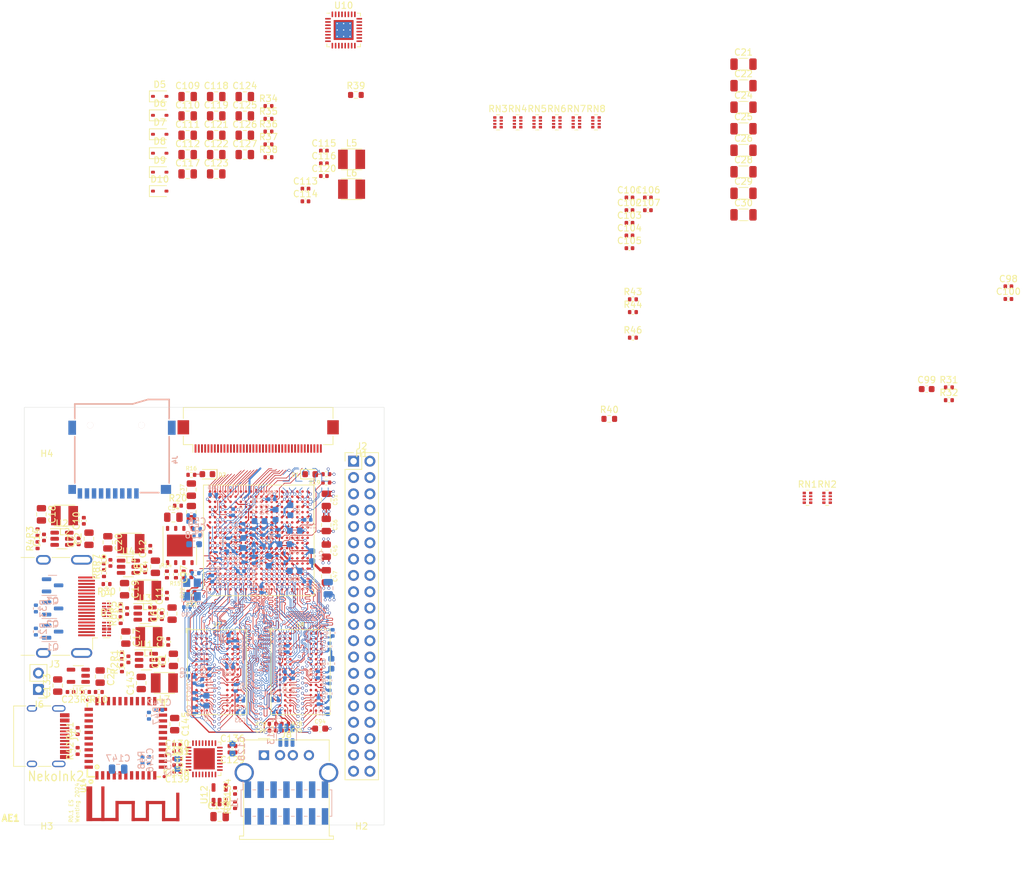
<source format=kicad_pcb>
(kicad_pcb (version 20221018) (generator pcbnew)
  (title_block (title "Bric") (date "2020-03-25") (rev "R0.2") (company "ZephRay") (comment 1 "zephray@outlook.com"))
  (layers (0 "F.Cu" signal) (1 "In1.Cu" power) (2 "In2.Cu" power) (3 "In3.Cu" signal) (4 "In4.Cu" signal) (31 "B.Cu" signal) (34 "B.Paste" user) (35 "F.Paste" user) (36 "B.SilkS" user "B.Silkscreen") (37 "F.SilkS" user "F.Silkscreen") (38 "B.Mask" user) (39 "F.Mask" user) (44 "Edge.Cuts" user))
  (net 0 "")
  (net 1 "GND")
  (net 2 "+1V8")
  (net 3 "+DRAM_VREF")
  (net 4 "+3V3")
  (net 5 "Net-(AE1-A)")
  (net 6 "/cpu/FPGA_INIT_B")
  (net 7 "+1V35")
  (net 8 "USB0_CLKOUT")
  (net 9 "/cpu/PS_CLK")
  (net 10 "QSPI_DATA1")
  (net 11 "/ddr/DRAM_DATA3")
  (net 12 "/ddr/DRAM_DATA1")
  (net 13 "/ddr/DRAM_DATA0")
  (net 14 "QSPI_DATA2")
  (net 15 "QSPI_DATA0")
  (net 16 "QSPI_SCLK")
  (net 17 "/ddr/DRAM_SDQSN_0")
  (net 18 "/cpu/LED")
  (net 19 "/ddr/DRAM_DATA5")
  (net 20 "/ddr/DRAM_DATA2")
  (net 21 "/ddr/DRAM_DATA6")
  (net 22 "/ddr/DRAM_SDQSP_0")
  (net 23 "/ddr/DRAM_DATA7")
  (net 24 "/ddr/DRAM_DQM0")
  (net 25 "/ddr/DRAM_DATA4")
  (net 26 "/ddr/DRAM_DATA9")
  (net 27 "/ddr/DRAM_DQM1")
  (net 28 "/ddr/DRAM_DATA10")
  (net 29 "/ddr/DRAM_SDQSP_1")
  (net 30 "/ddr/DRAM_DATA14")
  (net 31 "/ddr/DRAM_DATA13")
  (net 32 "/ddr/DRAM_DATA8")
  (net 33 "/ddr/DRAM_SDQSN_1")
  (net 34 "/ddr/DRAM_DATA11")
  (net 35 "/ddr/DRAM_DATA15")
  (net 36 "/ddr/DRAM_DATA12")
  (net 37 "/ddr/DRAM_RASB")
  (net 38 "/ddr/DRAM_CKP")
  (net 39 "/ddr/DRAM_ODT")
  (net 40 "/ddr/DRAM_CASB")
  (net 41 "/ddr/DRAM_CKN")
  (net 42 "/ddr/DRAM_CKE")
  (net 43 "/ddr/DRAM_CSB")
  (net 44 "/ddr/DRAM_WEB")
  (net 45 "/ddr/DRAM_ADDR10")
  (net 46 "/ddr/DRAM_BA0")
  (net 47 "/ddr/DRAM_BA2")
  (net 48 "/ddr/DRAM_ADDR3")
  (net 49 "/ddr/DRAM_ADDR0")
  (net 50 "/ddr/DRAM_ADDR12")
  (net 51 "/ddr/DRAM_BA1")
  (net 52 "/ddr/DRAM_ADDR5")
  (net 53 "/ddr/DRAM_ADDR2")
  (net 54 "/ddr/DRAM_ADDR1")
  (net 55 "/ddr/DRAM_ADDR4")
  (net 56 "/ddr/DRAM_ADDR7")
  (net 57 "/ddr/DRAM_ADDR9")
  (net 58 "/ddr/DRAM_ADDR11")
  (net 59 "/ddr/DRAM_ADDR6")
  (net 60 "/ddr/DRAM_RST")
  (net 61 "/ddr/DRAM_ADDR13")
  (net 62 "/ddr/DRAM_ADDR14")
  (net 63 "/ddr/DRAM_ADDR8")
  (net 64 "/ddr/DRAM_DATA24")
  (net 65 "/ddr/DRAM_DATA30")
  (net 66 "/ddr/DRAM_DATA25")
  (net 67 "/ddr/DRAM_SDQSN_3")
  (net 68 "/ddr/DRAM_DATA27")
  (net 69 "/ddr/DRAM_DATA26")
  (net 70 "/ddr/DRAM_DATA31")
  (net 71 "/ddr/DRAM_SDQSP_3")
  (net 72 "/ddr/DRAM_DATA29")
  (net 73 "/ddr/DRAM_DQM3")
  (net 74 "/ddr/DRAM_DATA28")
  (net 75 "/ddr/DRAM_DATA17")
  (net 76 "/ddr/DRAM_DQM2")
  (net 77 "/ddr/DRAM_DATA18")
  (net 78 "/ddr/DRAM_SDQSP_2")
  (net 79 "/ddr/DRAM_DATA21")
  (net 80 "/ddr/DRAM_DATA20")
  (net 81 "/ddr/DRAM_DATA16")
  (net 82 "/ddr/DRAM_SDQSN_2")
  (net 83 "+5V")
  (net 84 "/ddr/DRAM_DATA19")
  (net 85 "/ddr/DRAM_DATA23")
  (net 86 "/ddr/DRAM_DATA22")
  (net 87 "Net-(U1-SW)")
  (net 88 "Net-(U1-BS)")
  (net 89 "QSPI_SS0")
  (net 90 "USB0_NXT")
  (net 91 "USB0_DATA0")
  (net 92 "USB0_DATA1")
  (net 93 "USB0_DATA2")
  (net 94 "USB0_DATA3")
  (net 95 "USB0_DATA4")
  (net 96 "USB0_DATA5")
  (net 97 "USB0_DATA6")
  (net 98 "USB0_DATA7")
  (net 99 "USB0_STP")
  (net 100 "USB0_DIR")
  (net 101 "Net-(U2-SW)")
  (net 102 "QSPI_DATA3")
  (net 103 "Net-(U2-BS)")
  (net 104 "Net-(U3-SW)")
  (net 105 "Net-(U3-BS)")
  (net 106 "Net-(U4-SW)")
  (net 107 "Net-(U4-BS)")
  (net 108 "Net-(U1-FB)")
  (net 109 "Net-(U2-FB)")
  (net 110 "Net-(U3-FB)")
  (net 111 "Net-(U4-FB)")
  (net 112 "VBUS")
  (net 113 "Net-(J4-CLK{slash}SCLK)")
  (net 114 "VCOM")
  (net 115 "VNEG")
  (net 116 "VPOS")
  (net 117 "VGH")
  (net 118 "VGL")
  (net 119 "GNDPWR")
  (net 120 "Net-(D6-A)")
  (net 121 "Net-(D8-K)")
  (net 122 "LAN_RESET")
  (net 123 "Net-(D6-K)")
  (net 124 "Net-(U10-DP)")
  (net 125 "Net-(D5-K)")
  (net 126 "Net-(U10-DN)")
  (net 127 "Net-(U10-REF)")
  (net 128 "Net-(U10-IN)")
  (net 129 "IPSOUT")
  (net 130 "Net-(U10-DXN)")
  (net 131 "Net-(U10-DXP)")
  (net 132 "Net-(U10-HVINN)")
  (net 133 "Net-(D9-A)")
  (net 134 "Net-(D10-K)")
  (net 135 "+1V0")
  (net 136 "Net-(D2-A)")
  (net 137 "Net-(C128-Pad1)")
  (net 138 "Net-(U11-VDDA1.8)")
  (net 139 "/usb/HOST_VBUS")
  (net 140 "Net-(U14-VIN_LDO)")
  (net 141 "FPGA_DONE")
  (net 142 "TMDS_D1N")
  (net 143 "TMDS_D1P")
  (net 144 "TMDS_D2N")
  (net 145 "TMDS_D2P")
  (net 146 "TMDS_CKN")
  (net 147 "TMDS_CKP")
  (net 148 "TMDS_D0N")
  (net 149 "TMDS_D0P")
  (net 150 "Net-(D9-K)")
  (net 151 "Net-(D10-A)")
  (net 154 "PS_SRSTB")
  (net 158 "UART1_TXD")
  (net 159 "UART1_RXD")
  (net 185 "/connector/SCL_5V")
  (net 186 "/connector/SDA_5V")
  (net 188 "/connector/HPD_5V")
  (net 189 "SD0_DET")
  (net 190 "SD0_DATA1")
  (net 191 "SD0_DATA0")
  (net 192 "SD0_CMD")
  (net 193 "SD0_DATA3")
  (net 194 "SD0_DATA2")
  (net 197 "I2C0_SCL")
  (net 198 "I2C0_SDA")
  (net 199 "Net-(X1-OUT)")
  (net 200 "Net-(J5-Pin_6)")
  (net 201 "Net-(J5-Pin_7)")
  (net 202 "Net-(J5-Pin_8)")
  (net 203 "Net-(J5-Pin_13)")
  (net 204 "Net-(J5-Pin_14)")
  (net 205 "Net-(J5-Pin_15)")
  (net 206 "Net-(J5-Pin_16)")
  (net 207 "Net-(J5-Pin_17)")
  (net 208 "Net-(J5-Pin_18)")
  (net 209 "Net-(J5-Pin_19)")
  (net 210 "Net-(J5-Pin_20)")
  (net 211 "Net-(J5-Pin_21)")
  (net 212 "Net-(J5-Pin_23)")
  (net 213 "Net-(J5-Pin_24)")
  (net 214 "Net-(J5-Pin_25)")
  (net 215 "Net-(J5-Pin_26)")
  (net 216 "Net-(J5-Pin_27)")
  (net 217 "Net-(J5-Pin_28)")
  (net 218 "Net-(J5-Pin_29)")
  (net 219 "Net-(J5-Pin_30)")
  (net 220 "Net-(J5-Pin_31)")
  (net 221 "Net-(J5-Pin_32)")
  (net 222 "Net-(J5-Pin_33)")
  (net 227 "I2C1_SDA")
  (net 228 "I2C1_SCL")
  (net 229 "Net-(J7-CC1)")
  (net 233 "Net-(J7-CC2)")
  (net 237 "/usb/USB_DM")
  (net 238 "/usb/USB_DP")
  (net 239 "Net-(U14-VIN_LDO_OUT)")
  (net 240 "DDC_SCL")
  (net 241 "DDC_SDA")
  (net 242 "Net-(U5-SET)")
  (net 243 "Net-(U6G-PS_DDR_VRN_502)")
  (net 244 "Net-(U6G-PS_DDR_VRP_502)")
  (net 245 "Net-(U7-ZQ)")
  (net 246 "Net-(U8-ZQ)")
  (net 247 "SD0_CLK")
  (net 248 "Net-(U10-FBPG)")
  (net 249 "Net-(U10-FBNG)")
  (net 250 "Net-(U11-CLKOUT)")
  (net 251 "USB_24MHz")
  (net 252 "Net-(U11-XI)")
  (net 253 "Net-(U11-RBIAS)")
  (net 254 "Net-(U12-SET)")
  (net 255 "Net-(U11-VBUS)")
  (net 256 "BT_32KHz")
  (net 257 "Net-(U14-LPO)")
  (net 258 "WLAN_26MHz")
  (net 259 "Net-(U14-XTAL_IN)")
  (net 262 "EPDC_GDOE")
  (net 263 "EPDC_GDCLK")
  (net 264 "EPDC_GDSP")
  (net 265 "EPDC_SDCLK")
  (net 266 "EPDC_D0")
  (net 267 "EPDC_D1")
  (net 268 "EPDC_D2")
  (net 269 "EPDC_D3")
  (net 270 "EPDC_D4")
  (net 271 "PS_POR_B")
  (net 272 "FPGA_TMS")
  (net 273 "FPGA_TDO")
  (net 274 "FPGA_TDI")
  (net 275 "FPGA_TCK")
  (net 276 "EPDC_D5")
  (net 277 "EPDC_D6")
  (net 278 "/cpu/VCCPLL")
  (net 279 "EPDC_D7")
  (net 280 "EPDC_D8")
  (net 281 "EPDC_D9")
  (net 282 "EPDC_D10")
  (net 283 "EPDC_D11")
  (net 284 "EPDC_D12")
  (net 285 "EPDC_D13")
  (net 286 "EPDC_D14")
  (net 287 "EPDC_D15")
  (net 288 "EPDC_SDCE0")
  (net 289 "EPDC_SDLE")
  (net 290 "EPDC_SDOE")
  (net 293 "WL_PMU_EN")
  (net 296 "UART1_TX")
  (net 298 "BT_UART_RXD")
  (net 299 "SD1_DATA2")
  (net 300 "SD1_CMD")
  (net 301 "SD1_DATA3")
  (net 304 "UART1_RX")
  (net 305 "SD1_CLK")
  (net 306 "BT_UART_TXD")
  (net 309 "SD1_DATA1")
  (net 310 "SD1_DATA0")
  (net 313 "BT_SHUTDOWN")
  (net 315 "unconnected-(U6D-IO_L15P_T2_DQS_AD12P_35-PadF19)")
  (net 316 "unconnected-(U6D-IO_L15N_T2_DQS_AD12N_35-PadF20)")
  (net 319 "unconnected-(U6D-IO_L17N_T2_AD5N_35-PadH20)")
  (net 321 "unconnected-(U6D-IO_L17P_T2_AD5P_35-PadJ20)")
  (net 348 "unconnected-(U6C-IO_L20N_T3_34-PadR18)")
  (net 360 "unconnected-(U6C-IO_L15P_T2_DQS_34-PadT20)")
  (net 373 "unconnected-(U6C-IO_L15N_T2_DQS_34-PadU20)")
  (net 386 "unconnected-(U6C-IO_L16P_T2_34-PadV20)")
  (net 397 "unconnected-(U6C-IO_L22N_T3_34-PadW19)")
  (net 408 "unconnected-(U6C-IO_L7N_T1_34-PadY17)")
  (net 409 "unconnected-(U6C-IO_L17P_T2_34-PadY18)")
  (net 410 "unconnected-(U6C-IO_L17N_T2_34-PadY19)")
  (net 413 "EPD_PWR_GOOD")
  (net 414 "EPD_PWR_EN")
  (net 415 "EPD_PWR_INT")
  (net 416 "EPD_VCOM_CTRL")
  (net 419 "/usb/CPEN")
  (net 420 "/usb/EXTVBUS")
  (net 441 "Net-(J6-Pin_2)")
  (footprint "Resistor_SMD:R_0402_1005Metric" (layer "F.Cu") (at 121.6 113.31 90)
    (fp_text reference "R7")
    (fp_text value "16K/1%")
  )
  (footprint "Capacitor_SMD:C_0805_2012Metric" (layer "F.Cu") (at 143.52 47.14)
    (fp_text reference "C126")
    (fp_text value "4.7uF/25V")
  )
  (footprint "Capacitor_SMD:C_0402_1005Metric" (layer "F.Cu") (at 112.2625 109.75 90)
    (fp_text reference "C14")
    (fp_text value "47pF")
  )
  (footprint "Capacitor_SMD:C_0402_1005Metric" (layer "F.Cu") (at 133 142 180)
    (fp_text reference "C137")
    (fp_text value "100nF")
  )
  (footprint "Capacitor_SMD:C_0402_1005Metric" (layer "F.Cu") (at 130.6 122 90)
    (fp_text reference "C6")
    (fp_text value "100nF")
  )
  (footprint "Capacitor_SMD:C_0805_2012Metric" (layer "F.Cu") (at 132.4 106.6)
    (fp_text reference "C54")
    (fp_text value "47uF")
  )
  (footprint "Capacitor_SMD:C_0805_2012Metric" (layer "F.Cu") (at 139.07 41.12)
    (fp_text reference "C118")
    (fp_text value "4.7uF/25V")
  )
  (footprint "Package_TO_SOT_SMD:TSOT-23-6" (layer "F.Cu") (at 128.2 128.8)
    (fp_text reference "U1")
    (fp_text value "SY8120")
  )
  (footprint "Capacitor_SMD:C_0805_2012Metric" (layer "F.Cu") (at 124.8 117.8 -90)
    (fp_text reference "C19")
    (fp_text value "10uF")
  )
  (footprint "Capacitor_SMD:C_0805_2012Metric" (layer "F.Cu") (at 139.07 53.16)
    (fp_text reference "C123")
    (fp_text value "4.7uF/25V")
  )
  (footprint "Capacitor_SMD:C_0805_2012Metric" (layer "F.Cu") (at 134.62 41.12)
    (fp_text reference "C109")
    (fp_text value "1uF/25V")
  )
  (footprint "Capacitor_SMD:C_0805_2012Metric" (layer "F.Cu") (at 139.07 50.15)
    (fp_text reference "C122")
    (fp_text value "4.7uF/25V")
  )
  (footprint "Capacitor_SMD:C_0402_1005Metric" (layer "F.Cu") (at 155.83 51.52)
    (fp_text reference "C116")
    (fp_text value "1uF")
  )
  (footprint "Capacitor_SMD:C_0805_2012Metric" (layer "F.Cu") (at 111.8625 106.15 -90)
    (fp_text reference "C18")
    (fp_text value "10uF")
  )
  (footprint "Connector_HDMI:HDMI_A_Molex_208658-1001_Horizontal" (layer "F.Cu") (at 115.6 120.475 180)
    (fp_text reference "J3")
    (fp_text value "HDMI_A")
  )
  (footprint "MountingHole:MountingHole_2.7mm_M2.5" (layer "F.Cu") (at 112.7 151 180)
    (fp_text reference "H3")
    (fp_text value "MountingHole")
  )
  (footprint "footprints:L_1212" (layer "F.Cu") (at 115.4625 106.35 180)
    (fp_text reference "L2")
    (fp_text value "4.7uH")
  )
  (footprint "Package_DFN_QFN:Diodes_UDFN-10_1.0x2.5mm_P0.5mm" (layer "F.Cu") (at 122 124)
    (fp_text reference "D3")
    (fp_text value "RCLAMP0524P")
  )
  (footprint "Package_TO_SOT_SMD:SOT-23-5" (layer "F.Cu") (at 139.6 149.8 90)
    (fp_text reference "U12")
    (fp_text value "MT9700")
  )
  (footprint "Package_DFN_QFN:QFN-32-1EP_5x5mm_P0.5mm_EP3.1x3.1mm_ThermalVias" (layer "F.Cu") (at 158.9 30.76)
    (fp_text reference "U10")
    (fp_text value "MAX17135")
  )
  (footprint "Resistor_SMD:R_0402_1005Metric" (layer "F.Cu") (at 147.2 42.6)
    (fp_text reference "R34")
    (fp_text value "562K/1%")
  )
  (footprint "Capacitor_SMD:C_0402_1005Metric" (layer "F.Cu") (at 203.39 60.78)
    (fp_text reference "C103")
    (fp_text value "220nF")
  )
  (footprint "Capacitor_SMD:C_0805_2012Metric" (layer "F.Cu") (at 139.07 44.13)
    (fp_text reference "C119")
    (fp_text value "10uF")
  )
  (footprint "Capacitor_SMD:C_0402_1005Metric" (layer "F.Cu") (at 141.6 143.2 180)
    (fp_text reference "C129")
    (fp_text value "100nF")
  )
  (footprint "LED_SMD:LED_0603_1608Metric" (layer "F.Cu") (at 137.7 99.9 180)
    (fp_text reference "D2")
    (fp_text value "LED")
  )
  (footprint "Capacitor_SMD:C_0402_1005Metric" (layer "F.Cu") (at 155.83 49.55)
    (fp_text reference "C115")
    (fp_text value "100nF")
  )
  (footprint "Resistor_SMD:R_0402_1005Metric" (layer "F.Cu") (at 124.2 122.6 90)
    (fp_text reference "R6")
    (fp_text value "16K/1%")
  )
  (footprint "Capacitor_SMD:C_0402_1005Metric" (layer "F.Cu") (at 133 143)
    (fp_text reference "C130")
    (fp_text value "100nF")
  )
  (footprint "Capacitor_SMD:C_0402_1005Metric" (layer "F.Cu") (at 152.96 57.43)
    (fp_text reference "C114")
    (fp_text value "100nF")
  )
  (footprint "Resistor_SMD:R_0402_1005Metric" (layer "F.Cu") (at 118.8 133.8 180)
    (fp_text reference "R9")
    (fp_text value "4.7K")
  )
  (footprint "Capacitor_SMD:C_0402_1005Metric" (layer "F.Cu") (at 130.8 129.2 90)
    (fp_text reference "C5")
    (fp_text value "100nF")
  )
  (footprint "footprints:L_1212" (layer "F.Cu") (at 160.14 50.89)
    (fp_text reference "L5")
    (fp_text value "4.7uH")
  )
  (footprint "footprints:L_1212" (layer "F.Cu") (at 128.4 118 180)
    (fp_text reference "L3")
    (fp_text value "4.7uH")
  )
  (footprint "Resistor_SMD:R_0402_1005Metric" (layer "F.Cu") (at 135.2 119.2)
    (fp_text reference "R23")
    (fp_text value "80R")
  )
  (footprint "Resistor_SMD:R_0402_1005Metric" (layer "F.Cu") (at 135.2 100)
    (fp_text reference "R16")
    (fp_text value "1K")
  )
  (footprint "Resistor_SMD:R_0402_1005Metric" (layer "F.Cu") (at 253.11 88.38)
    (fp_text reference "R32")
    (fp_text value "22R")
  )
  (footprint "Resistor_SMD:R_0402_1005Metric" (layer "F.Cu") (at 124.4 128.12 90)
    (fp_text reference "R1")
    (fp_text value "91K/1%")
  )
  (footprint "footprints:L_1212" (layer "F.Cu") (at 128.6 125.2 180)
    (fp_text reference "L1")
    (fp_text value "4.7uH")
  )
  (footprint "Package_BGA:BGA-96_9.0x13.0mm_Layout2x3x16_P0.8mm" (layer "F.Cu") (at 139.2 130.7)
    (fp_text reference "U7")
    (fp_text value "MT41K256M16HA")
  )
  (footprint "Resistor_SMD:R_0402_1005Metric" (layer "F.Cu") (at 124.4 130.12 90)
    (fp_text reference "R2")
    (fp_text value "20K/1%")
  )
  (footprint "Capacitor_SMD:C_0805_2012Metric" (layer "F.Cu") (at 156.2 115.8 -90)
    (fp_text reference "C47")
    (fp_text value "100uF")
  )
  (footprint "Diode_SMD:D_SOD-323" (layer "F.Cu") (at 130.275 52.89)
    (fp_text reference "D9")
    (fp_text value "B0530WS")
  )
  (footprint "Resistor_SMD:R_Array_Convex_4x0402" (layer "F.Cu") (at 189.03 45.13)
    (fp_text reference "RN5")
    (fp_text value "33")
  )
  (footprint "Capacitor_SMD:C_0402_1005Metric" (layer "F.Cu") (at 203.39 62.75)
    (fp_text reference "C104")
    (fp_text value "220nF")
  )
  (footprint "Resistor_SMD:R_0402_1005Metric" (layer "F.Cu") (at 122 117 180)
    (fp_text reference "R30")
    (fp_text value "1K")
  )
  (footprint "Resistor_SMD:R_0402_1005Metric" (layer "F.Cu") (at 121.6 115.31 90)
    (fp_text reference "R8")
    (fp_text value "27K/1%")
  )
  (footprint "Resistor_SMD:R_Array_Convex_4x0402" (layer "F.Cu") (at 231.1 103.58)
    (fp_text reference "RN1")
    (fp_text value "51")
  )
  (footprint "Capacitor_SMD:C_1206_3216Metric" (layer "F.Cu") (at 221.14 56.18)
    (fp_text reference "C29")
    (fp_text value "47uF/10V")
  )
  (footprint "Connector_USB:USB_A_Molex_67643_Horizontal" (layer "F.Cu") (at 146.5 143.64)
    (fp_text reference "J8")
    (fp_text value "USB_A")
  )
  (footprint "Capacitor_SMD:C_0805_2012Metric" (layer "F.Cu") (at 125 125.32 -90)
    (fp_text reference "C17")
    (fp_text value "10uF")
  )
  (footprint "Resistor_SMD:R_0402_1005Metric" (layer "F.Cu") (at 120.8 133.8 180)
    (fp_text reference "R10")
    (fp_text value "16K")
  )
  (footprint "Capacitor_SMD:C_0805_2012Metric" (layer "F.Cu") (at 135.2 102.3 90)
    (fp_text reference "C37")
    (fp_text value "100uF")
  )
  (footprint "MountingHole:MountingHole_2.7mm_M2.5" (layer "F.Cu") (at 161.7 151 180)
    (fp_text reference "H2")
    (fp_text value "MountingHole")
  )
  (footprint "Diode_SMD:D_SOD-323" (layer "F.Cu") (at 130.275 55.84)
    (fp_text reference "D10")
    (fp_text value "B0530WS")
  )
  (footprint "Package_SON:WSON-8-1EP_6x5mm_P1.27mm_EP3.4x4mm" (layer "F.Cu") (at 133.4 111 -90)
    (fp_text reference "U9" hide)
    (fp_text value "W25Q128JVP")
  )
  (footprint "Capacitor_SMD:C_1206_3216Metric" (layer "F.Cu") (at 221.14 49.48)
    (fp_text reference "C26")
    (fp_text value "47uF/10V")
  )
  (footprint "Capacitor_SMD:C_1206_3216Metric" (layer "F.Cu") (at 221.14 52.83)
    (fp_text reference "C28")
    (fp_text value "47uF/10V")
  )
  (footprint "Package_TO_SOT_SMD:TSOT-23-6" (layer "F.Cu") (at 128 121.6)
    (fp_text reference "U3")
    (fp_text value "SY8120")
  )
  (footprint "Capacitor_SMD:C_0402_1005Metric" (layer "F.Cu") (at 155.83 53.49)
    (fp_text reference "C120")
    (fp_text value "2.2nF")
  )
  (footprint "Connector_PinHeader_2.54mm:PinHeader_2x20_P2.54mm_Vertical" (layer "F.Cu") (at 160.45 97.875)
    (fp_text reference "J2")
    (fp_text value "GPIO")
  )
  (footprint "Capacitor_SMD:C_0805_2012Metric" (layer "F.Cu") (at 143.52 41.12)
    (fp_text reference "C124")
    (fp_text value "4.7uF/25V")
  )
  (footprint "Capacitor_SMD:C_0603_1608Metric" (layer "F.Cu") (at 249.65 86.65)
    (fp_text reference "C99")
    (fp_text value "22uF")
  )
  (footprint "Resistor_SMD:R_0402_1005Metric" (layer "F.Cu") (at 147.2 44.59)
    (fp_text reference "R35")
    (fp_text value "806K/1%")
  )
  (footprint "LED_SMD:LED_0603_1608Metric" (layer "F.Cu") (at 153.7 99.9)
    (fp_text reference "D1")
    (fp_text value "LED")
  )
  (footprint "Capacitor_SMD:C_0402_1005Metric" (layer "F.Cu") (at 135.2 115.48 90)
    (fp_text reference "C97")
    (fp_text value "470nF")
  )
  (footprint "Capacitor_SMD:C_0805_2012Metric" (layer "F.Cu") (at 134.62 53.16)
    (fp_text reference "C117")
    (fp_text value "4.7uF/25V")
  )
  (footprint "Resistor_SMD:R_0402_1005Metric" (layer "F.Cu") (at 117.5 142.975 90)
    (fp_text reference "R42")
    (fp_text value "10K")
  )
  (footprint "Resistor_SMD:R_0402_1005Metric" (layer "F.Cu") (at 133.11 104.8)
    (fp_text reference "R20")
    (fp_text value "10K")
  )
  (footprint "Capacitor_SMD:C_0402_1005Metric" (layer "F.Cu") (at 122.6 113.71 90)
    (fp_text reference "C16")
    (fp_text value "47pF")
  )
  (footprint "Resistor_SMD:R_0402_1005Metric" (layer "F.Cu") (at 203.93 78.65)
    (fp_text reference "R46")
    (fp_text value "1K")
  )
  (footprint "Diode_SMD:D_SOD-323" (layer "F.Cu") (at 130.275 46.99)
    (fp_text reference "D7")
    (fp_text value "B0530WS")
  )
  (footprint "Capacitor_SMD:C_0402_1005Metric" (layer "F.Cu") (at 118.4625 107.15 90)
    (fp_text reference "C10")
    (fp_text value "100nF")
  )
  (footprint "Capacitor_SMD:C_0402_1005Metric" (layer "F.Cu") (at 149.8 139.8 180)
    (fp_text reference "C95")
    (fp_text value "100nF")
  )
  (footprint "Capacitor_SMD:C_0805_2012Metric" (layer "F.Cu") (at 129.6 114.31 90)
    (fp_text reference "C4")
    (fp_text value "10uF")
  )
  (footprint "Resistor_SMD:R_0402_1005Metric" (layer "F.Cu") (at 147.2 48.57)
    (fp_text reference "R37")
    (fp_text value "49.9K/1%")
  )
  (footprint "Resistor_SMD:R_Array_Convex_4x0402" (layer "F.Cu") (at 234.15 103.58)
    (fp_text reference "RN2")
    (fp_text value "51")
  )
  (footprint "Capacitor_SMD:C_0402_1005Metric" (layer "F.Cu") (at 117.6625 110.35 90)
    (fp_text reference "C7")
    (fp_text value "100nF")
  )
  (footprint "footprints:L_1212" (layer "F.Cu") (at 160.14 55.54)
    (fp_text reference "L6")
    (fp_text value "4.7uH")
  )
  (footprint "Capacitor_SMD:C_0402_1005Metric" (layer "F.Cu") (at 141.6 142.2)
    (fp_text reference "C136")
    (fp_text value "100nF")
  )
  (footprint "Capacitor_SMD:C_0402_1005Metric" (layer "F.Cu") (at 128.8 111.51 90)
    (fp_text reference "C12")
    (fp_text value "100nF")
  )
  (footprint "Capacitor_SMD:C_0402_1005Metric" (layer "F.Cu") (at 133 146.2 180)
    (fp_text reference "C139")
    (fp_text value "100nF")
  )
  (footprint "Package_BGA:BGA-96_9.0x13.0mm_Layout2x3x16_P0.8mm" (layer "F.Cu") (at 152.2 130.7)
    (fp_text reference "U8")
    (fp_text value "MT41K256M16HA")
  )
  (footprint "Capacitor_SMD:C_0402_1005Metric" (layer "F.Cu") (at 125.4 128.72 90)
    (fp_text reference "C13")
    (fp_text value "47pF")
  )
  (footprint "Capacitor_SMD:C_0805_2012Metric" (layer "F.Cu") (at 134.62 44.13)
    (fp_text reference "C110")
    (fp_text value "1uF/25V")
  )
  (footprint "Capacitor_SMD:C_0402_1005Metric" (layer "F.Cu") (at 128 114.71 90)
    (fp_text reference "C8")
    (fp_text value "100nF")
  )
  (footprint "MountingHole:MountingHole_2.7mm_M2.5" (layer "F.Cu") (at 161.7 93 180)
    (fp_text reference "H1")
    (fp_text value "MountingHole")
  )
  (footprint "Capacitor_SMD:C_0805_2012Metric" (layer "F.Cu") (at 122.2 110.51 -90)
    (fp_text reference "C20")
    (fp_text value "10uF")
  )
  (footprint "Capacitor_SMD:C_0805_2012Metric" (layer "F.Cu") (at 132.6 138.8 -90)
    (fp_text reference "C145")
    (fp_text value "10uF")
  )
  (footprint "footprints:L_1212" (layer "F.Cu") (at 125.8 110.71 180)
    (fp_text reference "L4")
    (fp_text value "4.7uH")
  )
  (footprint "Connector_USB:USB_C_Receptacle_HRO_TYPE-C-31-M-12" (layer "F.Cu") (at 111.44 140.675 -90)
    (fp_text reference "J7")
    (fp_text value "USB_C_Receptacle_USB2.0")
  )
  (footprint "Resistor_SMD:R_0402_1005Metric" (layer "F.Cu") (at 117.5 139.875 90)
    (fp_text reference "R41")
    (fp_text value "10K")
  )
  (footprint "Capacitor_SMD:C_0805_2012Metric" (layer "F.Cu") (at 114.4 132.8 90)
    (fp_text reference "C133")
    (fp_text value "10uF")
  )
  (footprint "Capacitor_SMD:C_0402_1005Metric" (layer "F.Cu") (at 206.26 56.84)
    (fp_text reference "C106")
    (fp_text value "220nF")
  )
  (footprint "Capacitor_SMD:C_0402_1005Metric" (layer "F.Cu") (at 203.39 56.84)
    (fp_text reference "C101")
    (fp_text value "220nF")
  )
  (footprint "Capacitor_SMD:C_1206_3216Metric" (layer "F.Cu") (at 221.14 42.78)
    (fp_text reference "C24")
    (fp_text value "47uF/10V")
  )
  (footprint "footprints:L_1212" (layer "F.Cu") (at 131 132.4 180)
    (fp_text reference "L7")
    (fp_text value "4.7uH")
  )
  (footprint "Capacitor_SMD:C_0402_1005Metric" (layer "F.Cu") (at 133 145.2 180)
    (fp_text reference "C138")
    (fp_text value "100nF")
  )
  (footprint "Resistor_SMD:R_Array_Convex_4x0402" (layer "F.Cu") (at 195.13 45.13)
    (fp_text reference "RN7")
    (fp_text value "33")
  )
  (footprint "Capacitor_SMD:C_0402_1005Metric" (layer "F.Cu") (at 125.2 121.2 90)
    (fp_text reference "C15")
    (fp_text value "47pF")
  )
  (footprint "Capacitor_SMD:C_0805_2012Metric" (layer "F.Cu") (at 121 131.4 -90)
    (fp_text reference "C27")
    (fp_text value "10uF")
  )
  (footprint "Capacitor_SMD:C_0402_1005Metric" (layer "F.Cu") (at 116.4 133.8 180)
    (fp_text reference "C23")
    (fp_text value "100nF")
  )
  (footprint "Resistor_SMD:R_0402_1005Metric" (layer "F.Cu") (at 111.2625 108.95 90)
    (fp_text reference "R3")
    (fp_text value "20K/1%")
  )
  (footprint "Resistor_SMD:R_0402_1005Metric" (layer "F.Cu") (at 131.4 115.51 90)
    (fp_text reference "R14")
    (fp_text value "20K")
  )
  (footprint "Package_TO_SOT_SMD:TSOT-23-6" (layer "F.Cu") (at 125.4 114.31)
    (fp_text reference "U4")
    (fp_text value "SY8120")
  )
  (footprint "Resistor_SMD:R_0402_1005Metric" (layer "F.Cu") (at 147.85 138.75 180)
    (fp_text reference "R29")
    (fp_text value "1.5K/0.5%")
  )
  (footprint "Capacitor_SMD:C_1206_3216Metric" (layer "F.Cu") (at 221.14 46.13)
    (fp_text reference "C25")
    (fp_text value "47uF/10V")
  )
  (footprint "Resistor_SMD:R_Array_Convex_4x0402" (layer "F.Cu") (at 182.93 45.13)
    (fp_text reference "RN3")
    (fp_text value "33")
  )
  (footprint "Diode_SMD:D_SOD-323" (layer "F.Cu") (at 130.275 44.04)
    (fp_text reference "D6")
    (fp_text value "B0530WS")
  )
  (footprint "Capacitor_SMD:C_1206_3216Metric" (layer "F.Cu") (at 221.14 36.08)
    (fp_text reference "C21")
    (fp_text value "47uF/10V")
  )
  (footprint "Resistor_SMD:R_0402_1005Metric" (layer "F.Cu") (at 111.2625 110.95 90)
    (fp_text reference "R4")
    (fp_text value "10K/1%")
  )
  (footprint "Capacitor_SMD:C_0402_1005Metric" (layer "F.Cu") (at 206.26 58.81)
    (fp_text reference "C107")
    (fp_text value "220nF")
  )
  (footprint "Package_DFN_QFN:Diodes_UDFN-10_1.0x2.5mm_P0.5mm" (layer "F.Cu") (at 122 121)
    (fp_text reference "D4")
    (fp_text value "RCLAMP0524P")
  )
  (footprint "Capacitor_SMD:C_0805_2012Metric" (layer "F.Cu") (at 134.62 47.14)
    (fp_text reference "C111")
    (fp_text value "1uF/25V")
  )
  (footprint "Capacitor_SMD:C_0805_2012Metric" (layer "F.Cu") (at 139.07 47.14)
    (fp_text reference "C121")
    (fp_text value "4.7uF/25V")
  )
  (footprint "Resistor_SMD:R_Array_Convex_4x0402" (layer "F.Cu") (at 198.18 45.13)
    (fp_text reference "RN8")
    (fp_text value "33")
  )
  (footprint "Resistor_SMD:R_0402_1005Metric" (layer "F.Cu") (at 149.8 138.75 180)
    (fp_text reference "R28")
    (fp_text value "1.5K/0.5%")
  )
  (footprint "Capacitor_SMD:C_0805_2012Metric" (layer "F.Cu") (at 156.2 107.8 -90)
    (fp_text reference "C36")
    (fp_text value "100uF")
  )
  (footprint "Resistor_SMD:R_0402_1005Metric" (layer "F.Cu") (at 132.8 115.51 90)
    (fp_text reference "R15")
    (fp_text value "20K")
  )
  (footprint "Resistor_SMD:R_0402_1005Metric" (layer "F.Cu") (at 147.2 46.58)
    (fp_text reference "R36")
    (fp_text value "27K/1%")
  )
  (footprint "Capacitor_SMD:C_1206_3216Metric" (layer "F.Cu") (at 221.14 39.43)
    (fp_text reference "C22")
    (fp_text value "47uF/10V")
  )
  (footprint "Capacitor_SMD:C_0805_2012Metric" (layer "F.Cu") (at 143.52 44.13)
    (fp_text reference "C125")
    (fp_text value "10uF")
  )
  (footprint "footprints:Hirose_FH12-40S-0.5SH_1x40-1MP_P0.50mm_Horizontal_Reversed" (layer "F.Cu") (at 145.6 94 180)
    (fp_text reference "J5" hide)
    (fp_text value "0.5mm")
  )
  (footprint "Resistor_SMD:R_Array_Convex_4x0402" (layer "F.Cu") (at 192.08 45.13)
    (fp_text reference "RN6")
    (fp_text value "33")
  )
  (footprint "Package_TO_SOT_SMD:TSOT-23-6" (layer "F.Cu") (at 115.0625 109.95)
    (fp_text reference "U2")
    (fp_text value "SY8120")
  )
  (footprint "Resistor_SMD:R_0402_1005Metric" (layer "F.Cu") (at 147.2 50.56)
    (fp_text reference "R38")
    (fp_text value "10R")
  )
  (footprint "Resistor_SMD:R_0603_1608Metric" (layer "F.Cu") (at 160.81 40.87)
    (fp_text reference "R39")
    (fp_text value "0.5R")
  )
  (footprint "Capacitor_SMD:C_0402_1005Metric" (layer "F.Cu") (at 203.39 64.72)
    (fp_text reference "C105")
    (fp_text value "220nF")
  )
  (footprint "Resistor_SMD:R_0402_1005Metric" (layer "F.Cu") (at 124.2 120.6 90)
    (fp_text reference "R5")
    (fp_text value "20K/1%")
  )
  (footprint "Capacitor_SMD:C_0402_1005Metric" (layer "F.Cu") (at 142 149.2 90)
    (fp_text reference "C134")
    (fp_text value "100nF")
  )
  (footprint "Capacitor_SMD:C_0402_1005Metric" (layer "F.Cu") (at 147.85 139.8 180)
    (fp_text reference "C96")
    (fp_text value "100nF")
  )
  (footprint "Capacitor_SMD:C_0805_2012Metric" (layer "F.Cu") (at 156.2 103.9 90)
    (fp_text reference "C51")
    (fp_text value "100uF")
  )
  (footprint "Capacitor_SMD:C_0402_1005Metric" (layer "F.Cu") (at 152.96 55.46)
    (fp_text reference "C113")
    (fp_text value "100nF")
  )
  (footprint "Diode_SMD:D_SOD-323" (layer "F.Cu") (at 130.275 49.94)
    (fp_text reference "D8")
    (fp_text value "B0530WS")
  )
  (footprint "Capacitor_SMD:C_0805_2012Metric" (layer "F.Cu") (at 139.6 153.2)
    (fp_text reference "C135")
    (fp_text value "10uF")
  )
  (footprint "Resistor_SMD:R_0603_1608Metric" (layer "F.Cu") (at 200.25 91.29)
    (fp_text reference "R40")
    (fp_text value "22R")
  )
  (footprint "Resistor_SMD:R_0402_1005Metric" (layer "F.Cu") (at 203.93 72.68)
    (fp_text reference "R43")
    (fp_text value "22R")
  )
  (footprint "Resistor_SMD:R_Array_Convex_4x0402" (layer "F.Cu") (at 185.98 45.13)
    (fp_text reference "RN4")
    (fp_text value "33")
  )
  (footprint "Capacitor_SMD:C_0805_2012Metric" (layer "F.Cu") (at 156.2 111.8 90)
    (fp_text reference "C45")
    (fp_text value "100uF")
  )
  (footprint "Capacitor_SMD:C_0402_1005Metric" (layer "F.Cu") (at 133 144.2)
    (fp_text reference "C131")
    (fp_text value "100nF")
  )
  (footprint "Package_TO_SOT_SMD:SOT-23-5" (layer "F.Cu") (at 117.6 131.275 180)
    (fp_text reference "U5")
    (fp_text value "MT9700")
  )
  (footprint "Capacitor_SMD:C_0805_2012Metric" (layer "F.Cu") (at 134.62 50.15)
    (fp_text reference "C112")
    (fp_text value "1uF/25V")
  )
  (footprint "Capacitor_SMD:C_0805_2012Metric" (layer "F.Cu") (at 132.4 128.8 90)
    (fp_text reference "C1")
    (fp_text value "10uF")
  )
  (footprint "MountingHole:MountingHole_2.7mm_M2.5" (layer "F.Cu") (at 112.7 93 180)
    (fp_text reference "H4")
    (fp_text value "MountingHole")
  )
  (footprint "Resistor_SMD:R_0402_1005Metric" (layer "F.Cu") (at 203.93 74.67)
    (fp_text reference "R44")
    (fp_text value "12K/1%")
  )
  (footprint "Capacitor_SMD:C_1206_3216Metric" (layer "F.Cu") (at 221.14 59.53)
    (fp_text reference "C30")
    (fp_text value "47uF/10V")
  )
  (footprint "Package_DFN_QFN:QFN-32-1EP_5x5mm_P0.5mm_EP3.3x3.3mm" (layer "F.Cu") (at 137.2 144.2 90)
    (fp_text reference "U11")
    (fp_text value "USB3300")
  )
  (footprint "Resistor_SMD:R_0402_1005Metric" (layer "F.Cu") (at 253.11 86.39)
    (fp_text reference "R31")
    (fp_text value "20K")
  )
  (footprint "Resistor_SMD:R_0402_1005Metric" (layer "F.Cu") (at 142 151.4 90)
    (fp_text reference "R45")
    (fp_text value "10K")
  )
  (footprint "Capacitor_SMD:C_0805_2012Metric" (layer "F.Cu") (at 132.2 121.6 90)
    (fp_text reference "C3")
    (fp_text value "10uF")
  )
  (footprint "Capacitor_SMD:C_0805_2012Metric" (layer "F.Cu") (at 119.2625 109.95 90)
    (fp_text reference "C2")
    (fp_text value "10uF")
  )
  (footprint "footprints:RL-SM02BD(RTL8723BS)" (layer "F.Cu") (at 125 141 90)
    (fp_text reference "U14")
    (fp_text value "AP6330(BCM4330)")
  )
  (footprint "Resistor_SMD:R_0402_1005Metric" (layer "F.Cu") (at 135.2 118.2)
    (fp_text reference "R22")
    (fp_text value "80R")
  )
  (footprint "Capacitor_SMD:C_0402_1005Metric" (layer "F.Cu") (at 262.37 72.63)
    (fp_text reference "C100")
    (fp_text value "100nF")
  )
  (footprint "Capacitor_SMD:C_0402_1005Metric" (layer "F.Cu") (at 262.37 70.66)
    (fp_text reference "C98")
    (fp_text value "18pF")
  )
  (footprint "Capacitor_SMD:C_0805_2012Metric" (layer "F.Cu") (at 135.2 105.8 -90)
    (fp_text reference "C46" hide)
    (fp_text value "100uF")
  )
  (footprint "Capacitor_SMD:C_0402_1005Metric" (layer "F.Cu") (at 131.6 126 90)
    (fp_text reference "C9")
    (fp_text value "100nF")
  )
  (footprint "Resistor_SMD:R_0402_1005Metric" (layer "F.Cu") (at 134 115.51 90)
    (fp_text reference "R11" hide)
    (fp_text value "20K")
  )
  (footprint "Diode_SMD:D_SOD-323" (layer "F.Cu") (at 130.275 41.09)
    (fp_text reference "D5")
    (fp_text value "B0530WS")
  )
  (footprint "Resistor_SMD:R_0402_1005Metric" (layer "F.Cu") (at 156.2 101.2 180)
    (fp_text reference "R19")
    (fp_text value "4.7K")
  )
  (footprint "Connector_PinHeader_2.54mm:PinHeader_1x02_P2.54mm_Vertical" (layer "F.Cu") (at 111.4 133.4 180)
    (fp_text reference "J6")
    (fp_text value "Conn_01x02")
  )
  (footprint "Package_BGA:Xilinx_CLG400" (layer "F.Cu") (at 145.7 110.2 90)
    (fp_text reference "U6" hide)
    (fp_text value "XC7Z010-CLG400")
  )
  (footprint "Capacitor_SMD:C_0805_2012Metric" (layer "F.Cu") (at 127.4 132.4 90)
    (fp_text reference "C143")
    (fp_text value "10uF")
  )
  (footprint "Capacitor_SMD:C_0805_2012Metric" (layer "F.Cu") (at 143.52 50.15)
    (fp_text reference "C127")
    (fp_text value "4.7uF/25V")
  )
  (footprint "Capacitor_SMD:C_0402_1005Metric" (layer "F.Cu") (at 203.39 58.81)
    (fp_text reference "C102")
    (fp_text value "220nF")
  )
  (footprint "Capacitor_SMD:C_0402_1005Metric" (layer "F.Cu") (at 131.4 118.8 90)
    (fp_text reference "C11")
    (fp_text value "100nF")
  )
  (footprint "Resistor_SMD:R_0402_1005Metric" (layer "F.Cu") (at 156.2 99.9 180)
    (fp_text reference "R18" hide)
    (fp_text value "1K")
  )
  (footprint "footprints:bt_antenna_1ant_2gnd_mirror" (layer "F.Cu") (at 124.7268 149 180)
    (fp_text reference "AE1")
    (fp_text value "Antenna_Shield")
  )
  (footprint "Capacitor_SMD:C_0603_1608Metric" (layer "F.Cu") (at 155.25 139.5)
    (fp_text reference "C94")
    (fp_text value "4.7uF")
  )
  (footprint "Capacitor_SMD:C_0402_1005Metric" (layer "B.Cu") (at 149.75 131.15 90)
    (fp_text reference "C90")
    (fp_text value "220nF")
  )
  (footprint "Capacitor_SMD:C_0402_1005Metric" (layer "B.Cu") (at 155 135.2 -90)
    (fp_text reference "C67")
    (fp_text value "100nF")
  )
  (footprint "Capacitor_SMD:C_0402_1005Metric" (layer "B.Cu") (at 146.4 108.9 90)
    (fp_text reference "C40")
    (fp_text value "470nF")
  )
  (footprint "Capacitor_SMD:C_0402_1005Metric" (layer "B.Cu") (at 148.8 109 -90)
    (fp_text reference "C38")
    (fp_text value "470nF")
  )
  (footprint "Resistor_SMD:R_0402_1005Metric" (layer "B.Cu") (at 135.85 115.3)
    (fp_text reference "R17")
    (fp_text value "22R")
  )
  (footprint "Capacitor_SMD:C_0402_1005Metric" (layer "B.Cu") (at 142.8 137.15 180)
    (fp_text reference "C83")
    (fp_text value "220nF")
  )
  (footprint "Package_TO_SOT_SMD:SOT-23" (layer "B.Cu") (at 113.6 117.2)
    (fp_text reference "Q3")
    (fp_text value "BSS138")
  )
  (footprint "Capacitor_SMD:C_0402_1005Metric" (layer "B.Cu") (at 148.26 135.1 180)
    (fp_text reference "C79")
    (fp_text value "220nF")
  )
  (footprint "Resistor_SMD:R_0402_1005Metric" (layer "B.Cu") (at 111 124.4 90)
    (fp_text reference "R21")
    (fp_text value "10K")
  )
  (footprint "Capacitor_SMD:C_0402_1005Metric" (layer "B.Cu") (at 130.2 136.6 180)
    (fp_text reference "C142")
    (fp_text value "100nF")
  )
  (footprint "Package_TO_SOT_SMD:SOT-23-6" (layer "B.Cu") (at 150 140.5375 -90)
    (fp_text reference "U13")
    (fp_text value "USBLC6-2SC6")
  )
  (footprint "Capacitor_SMD:C_0603_1608Metric" (layer "B.Cu") (at 133 145 -90)
    (fp_text reference "C132")
    (fp_text value "4.7uF")
  )
  (footprint "Resistor_SMD:R_0402_1005Metric" (layer "B.Cu") (at 135.2 106.3)
    (fp_text reference "R13" hide)
    (fp_text value "20K")
  )
  (footprint "Capacitor_SMD:C_0402_1005Metric" (layer "B.Cu") (at 134.7 130.8 -90)
    (fp_text reference "C82")
    (fp_text value "220nF")
  )
  (footprint "Capacitor_SMD:C_0402_1005Metric" (layer "B.Cu") (at 138.6 103.1 180)
    (fp_text reference "C63")
    (fp_text value "470nF")
  )
  (footprint "Resistor_SMD:R_0402_1005Metric" (layer "B.Cu") (at 135.2 107.3)
    (fp_text reference "R12" hide)
    (fp_text value "20K")
  )
  (footprint "Capacitor_SMD:C_0402_1005Metric" (layer "B.Cu") (at 144.9 108.9 -90)
    (fp_text reference "C31")
    (fp_text value "470nF")
  )
  (footprint "Capacitor_SMD:C_0402_1005Metric" (layer "B.Cu") (at 142 126.3 90)
    (fp_text reference "C78")
    (fp_text value "220nF")
  )
  (footprint "Capacitor_SMD:C_0402_1005Metric" (layer "B.Cu") (at 141.2 129.9)
    (fp_text reference "C88")
    (fp_text value "220nF")
  )
  (footprint "footprints:TFC-WPAPR-08" (layer "B.Cu") (at 124.4 95.519505 90)
    (fp_text reference "J4")
    (fp_text value "MICRO_SD(TFC-WPAPR-08)")
  )
  (footprint "Resistor_SMD:R_0402_1005Metric" (layer "B.Cu") (at 156.7 134.05 90)
    (fp_text reference "R25")
    (fp_text value "240R 1%")
  )
  (footprint "Capacitor_SMD:C_0603_1608Metric" (layer "B.Cu") (at 147.25 113.4 -90)
    (fp_text reference "C41")
    (fp_text value "4.7uF")
  )
  (footprint "Capacitor_SMD:C_0402_1005Metric" (layer "B.Cu") (at 134.52 120.6)
    (fp_text reference "C50")
    (fp_text value "470nF")
  )
  (footprint "Capacitor_SMD:C_0603_1608Metric" (layer "B.Cu") (at 141.6 142.6 90)
    (fp_text reference "C128")
    (fp_text value "4.7uF")
  )
  (footprint "Capacitor_SMD:C_0402_1005Metric" (layer "B.Cu") (at 136.08 109.4 180)
    (fp_text reference "C57")
    (fp_text value "470nF")
  )
  (footprint "Capacitor_SMD:C_0402_1005Metric" (layer "B.Cu") (at 141.3 111.9)
    (fp_text reference "C52")
    (fp_text value "470nF")
  )
  (footprint "Package_TO_SOT_SMD:SOT-23" (layer "B.Cu") (at 113.6 124.4)
    (fp_text reference "Q1")
    (fp_text value "BSS138")
  )
  (footprint "Capacitor_SMD:C_0402_1005Metric" (layer "B.Cu") (at 136.08 108.4 180)
    (fp_text reference "C56")
    (fp_text value "470nF")
  )
  (footprint "Resistor_SMD:R_0402_1005Metric" (layer "B.Cu") (at 154.9 131.1 -90)
    (fp_text reference "R27")
    (fp_text value "100R")
  )
  (footprint "Capacitor_SMD:C_0402_1005Metric" (layer "B.Cu") (at 146.1 117.85 -90)
    (fp_text reference "C76")
    (fp_text value "470nF")
  )
  (footprint "Capacitor_SMD:C_0402_1005Metric" (layer "B.Cu") (at 142.8 135.15)
    (fp_text reference "C93")
    (fp_text value "220nF")
  )
  (footprint "Capacitor_SMD:C_0402_1005Metric" (layer "B.Cu") (at 156.7 132 -90)
    (fp_text reference "C85")
    (fp_text value "220nF")
  )
  (footprint "Resistor_SMD:R_0402_1005Metric" (layer "B.Cu") (at 111 120.8 90)
    (fp_text reference "R33")
    (fp_text value "10K")
  )
  (footprint "Capacitor_SMD:C_0402_1005Metric" (layer "B.Cu") (at 144.9 113.28 -90)
    (fp_text reference "C43")
    (fp_text value "470nF")
  )
  (footprint "Oscillator:Oscillator_SMD_Abracon_ASE-4Pin_3.2x2.5mm" (layer "B.Cu") (at 135.3 117.85 90)
    (fp_text reference "X1")
    (fp_text value "33.33MHz")
  )
  (footprint "Capacitor_SMD:C_0603_1608Metric" (layer "B.Cu") (at 135.625 110.8 180)
    (fp_text reference "C58")
    (fp_text value "4.7uF")
  )
  (footprint "Capacitor_SMD:C_0603_1608Metric" (layer "B.Cu") (at 154 112.65 90)
    (fp_text reference "C44")
    (fp_text value "4.7uF")
  )
  (footprint "Capacitor_SMD:C_0603_1608Metric" (layer "B.Cu") (at 149.7 110.8)
    (fp_text reference "C49")
    (fp_text value "4.7uF")
  )
  (footprint "Capacitor_SMD:C_0603_1608Metric" (layer "B.Cu") (at 150.6 105.5 -90)
    (fp_text reference "C61")
    (fp_text value "4.7uF")
  )
  (footprint "Capacitor_SMD:C_0402_1005Metric" (layer "B.Cu") (at 141 125.5 -90)
    (fp_text reference "C87")
    (fp_text value "220nF")
  )
  (footprint "Capacitor_SMD:C_0603_1608Metric" (layer "B.Cu") (at 143.3 110.6 90)
    (fp_text reference "C34")
    (fp_text value "4.7uF")
  )
  (footprint "Capacitor_SMD:C_0402_1005Metric" (layer "B.Cu") (at 136.9 132.3 -90)
    (fp_text reference "C77")
    (fp_text value "220nF")
  )
  (footprint "Capacitor_SMD:C_0402_1005Metric" (layer "B.Cu") (at 143.3 108.1 -90)
    (fp_text reference "C39")
    (fp_text value "470nF")
  )
  (footprint "Capacitor_SMD:C_0603_1608Metric" (layer "B.Cu") (at 151.3 114.95)
    (fp_text reference "C86")
    (fp_text value "4.7uF")
  )
  (footprint "Capacitor_SMD:C_0402_1005Metric" (layer "B.Cu") (at 156.7 126.7 90)
    (fp_text reference "C75")
    (fp_text value "220nF")
  )
  (footprint "Capacitor_SMD:C_0805_2012Metric" (layer "B.Cu") (at 156.5 117.65 90)
    (fp_text reference "C91")
    (fp_text value "47uF")
  )
  (footprint "Resistor_SMD:R_0402_1005Metric" (layer "B.Cu") (at 142.1 133.15 90)
    (fp_text reference "R24")
    (fp_text value "240R 1%")
  )
  (footprint "Capacitor_SMD:C_0402_1005Metric" (layer "B.Cu") (at 147 111 180)
    (fp_text reference "C48")
    (fp_text value "470nF")
  )
  (footprint "Capacitor_SMD:C_0402_1005Metric" (layer "B.Cu") (at 157.19 124.6 -90)
    (fp_text reference "C84")
    (fp_text value "220nF")
  )
  (footprint "Package_TO_SOT_SMD:SOT-23" (layer "B.Cu") (at 113.6 120.8)
    (fp_text reference "Q2")
    (fp_text value "BSS138")
  )
  (footprint "Capacitor_SMD:C_0402_1005Metric" (layer "B.Cu") (at 135.65 136.7 -90)
    (fp_text reference "C69")
    (fp_text value "220nF")
  )
  (footprint "Capacitor_SMD:C_0402_1005Metric" (layer "B.Cu") (at 141.7 105.82 90)
    (fp_text reference "C62")
    (fp_text value "470nF")
  )
  (footprint "Capacitor_SMD:C_0402_1005Metric" (layer "B.Cu") (at 138.45 116.15 -90)
    (fp_text reference "C68")
    (fp_text value "470nF")
  )
  (footprint "Capacitor_SMD:C_0402_1005Metric" (layer "B.Cu") (at 135.7 131.95 -90)
    (fp_text reference "C70")
    (fp_text value "100nF")
  )
  (footprint "Capacitor_SMD:C_0402_1005Metric" (layer "B.Cu") (at 150.2 127.1 -90)
    (fp_text reference "C80")
    (fp_text value "220nF")
  )
  (footprint "Capacitor_SMD:C_0603_1608Metric" (layer "B.Cu") (at 148.3 106.2 -90)
    (fp_text reference "C64")
    (fp_text value "4.7uF")
  )
  (footprint "Capacitor_SMD:C_0402_1005Metric" (layer "B.Cu") (at 135.65 134.4 90)
    (fp_text reference "C73")
    (fp_text value "220nF")
  )
  (footprint "Capacitor_SMD:C_0402_1005Metric" (layer "B.Cu") (at 148.5 137.2)
    (fp_text reference "C74")
    (fp_text value "220nF")
  )
  (footprint "Resistor_SMD:R_0402_1005Metric" (layer "B.Cu") (at 140.9 110.4 90)
    (fp_text reference "FB1")
    (fp_text value "120R")
  )
  (footprint "Capacitor_SMD:C_0402_1005Metric" (layer "B.Cu") (at 156.45 136.78 -90)
    (fp_text reference "C71")
    (fp_text value "220nF")
  )
  (footprint "Capacitor_SMD:C_0603_1608Metric" (layer "B.Cu") (at 156.99 129.4 -90)
    (fp_text reference "C89")
    (fp_text value "22uF")
  )
  (footprint "Capacitor_SMD:C_0402_1005Metric" (layer "B.Cu") (at 147.7 103.8 180)
    (fp_text reference "C60")
    (fp_text value "470nF")
  )
  (footprint "Capacitor_SMD:C_0402_1005Metric" (layer "B.Cu") (at 143.3 113.1 90)
    (fp_text reference "C33")
    (fp_text value "470nF")
  )
  (footprint "Resistor_SMD:R_0402_1005Metric" (layer "B.Cu") (at 128.6 144.4 -90)
    (fp_text reference "R48")
    (fp_text value "22R")
  )
  (footprint "Connector_PinHeader_2.00mm:PinHeader_2x07_P2.00mm_Vertical_SMD" (layer "B.Cu") (at 150 151.085 -90)
    (fp_text reference "J1")
    (fp_text value "JTAG")
  )
  (footprint "Capacitor_SMD:C_0805_2012Metric" (layer "B.Cu") (at 123.8 145.8 180)
    (fp_text reference "C147")
    (fp_text value "10uF")
  )
  (footprint "Resistor_SMD:R_0402_1005Metric" (layer "B.Cu") (at 138 130.7 -90)
    (fp_text reference "R26")
    (fp_text value "100R")
  )
  (footprint "Capacitor_SMD:C_0402_1005Metric" (layer "B.Cu") (at 153.3 107)
    (fp_text reference "C59")
    (fp_text value "470nF")
  )
  (footprint "Capacitor_SMD:C_0402_1005Metric" (layer "B.Cu") (at 142.9 115)
    (fp_text reference "C72")
    (fp_text value "470nF")
  )
  (footprint "Capacitor_SMD:C_0603_1608Metric" (layer "B.Cu") (at 137.55 135.15 -90)
    (fp_text reference "C92")
    (fp_text value "22uF")
  )
  (footprint "Capacitor_SMD:C_0603_1608Metric" (layer "B.Cu") (at 151.3 108.7)
    (fp_text reference "C42")
    (fp_text value "4.7uF")
  )
  (footprint "Capacitor_SMD:C_0402_1005Metric" (layer "B.Cu") (at 127.6 144.4 90)
    (fp_text reference "C146")
    (fp_text value "100nF")
  )
  (footprint "Resistor_SMD:R_0402_1005Metric" (layer "B.Cu") (at 128.6 137.49 90)
    (fp_text reference "R47")
    (fp_text value "22R")
  )
  (footprint "Capacitor_SMD:C_0402_1005Metric" (layer "B.Cu") (at 144.9 111.32 -90)
    (fp_text reference "C32")
    (fp_text value "470nF")
  )
  (footprint "Capacitor_SMD:C_0603_1608Metric" (layer "B.Cu") (at 145.8 107.2)
    (fp_text reference "C35")
    (fp_text value "4.7uF")
  )
  (footprint "Capacitor_SMD:C_0402_1005Metric" (layer "B.Cu") (at 151 131.2 -90)
    (fp_text reference "C66")
    (fp_text value "220nF")
  )
  (footprint "Capacitor_SMD:C_0402_1005Metric" (layer "B.Cu") (at 153.25 116.6)
    (fp_text reference "C81")
    (fp_text value "470nF")
  )
  (gr_rect (start 165.2 154.5) (end 109.2 89.5) (stroke (width 0.05)) (fill none) (layer "Edge.Cuts"))
  (gr_text "R0.1 ES\nWenting 2024" (at 117.8 154.2 90) (layer "F.SilkS") (effects (font (size 0.6 0.6) (thickness 0.1)) (justify left bottom)))
  (gr_text "NekoInk2" (at 109.6 147.8) (layer "F.SilkS") (effects (font (size 1.5 1.3) (thickness 0.18)) (justify left bottom)))
  (segment (start 153.5 100.99) (end 154.5 100.99) (width 0.1) (layer "B.Cu") (net 0))
  (segment (start 154.51 99.95) (end 154.905 99.555) (width 0.1) (layer "B.Cu") (net 0))
  (segment (start 151.45 99.95) (end 151.055 99.555) (width 0.1) (layer "B.Cu") (net 0))
  (segment (start 151.45 100) (end 151.45 99.95) (width 0.1) (layer "B.Cu") (net 0))
  (segment (start 154.905 99.346422) (end 154.558578 99) (width 0.1) (layer "B.Cu") (net 0))
  (segment (start 150.46 99.95) (end 150.855 99.555) (width 0.1) (layer "B.Cu") (net 0))
  (segment (start 154.5 100.99) (end 154.5 100.01) (width 0.1) (layer "B.Cu") (net 0))
  (segment (start 154.51 100) (end 154.51 99.95) (width 0.1) (layer "B.Cu") (net 0))
  (segment (start 154.5 100.01) (end 154.51 100) (width 0.1) (layer "B.Cu") (net 0))
  (segment (start 155.5 100.99) (end 155.5 100) (width 0.1) (layer "B.Cu") (net 0))
  (segment (start 151.055 99.555) (end 151.055 99.386422) (width 0.1) (layer "B.Cu") (net 0))
  (segment (start 151.258578 98.9) (end 151.858578 98.9) (width 0.1) (layer "B.Cu") (net 0))
  (segment (start 150.46 100) (end 150.46 99.95) (width 0.1) (layer "B.Cu") (net 0))
  (segment (start 155.5 100) (end 155.5 99.95) (width 0.1) (layer "B.Cu") (net 0))
  (segment (start 149.45 100.99) (end 150.45 100.99) (width 0.1) (layer "B.Cu") (net 0))
  (segment (start 152.45 100.99) (end 151.45 100.99) (width 0.1) (layer "B.Cu") (net 0))
  (segment (start 150.855 99.555) (end 150.855 99.303578) (width 0.1) (layer "B.Cu") (net 0))
  (segment (start 155.5 99.95) (end 155.105 99.555) (width 0.1) (layer "B.Cu") (net 0))
  (segment (start 155.105 99.555) (end 155.105 99.263578) (width 0.1) (layer "B.Cu") (net 0))
  (segment (start 150.45 100.01) (end 150.46 100) (width 0.1) (layer "B.Cu") (net 0))
  (segment (start 151.055 99.386422) (end 151.341422 99.1) (width 0.1) (layer "B.Cu") (net 0))
  (segment (start 154.905 99.555) (end 154.905 99.346422) (width 0.1) (layer "B.Cu") (net 0))
  (segment (start 150.855 99.303578) (end 151.258578 98.9) (width 0.1) (layer "B.Cu") (net 0))
  (segment (start 156.5 100.99) (end 155.5 100.99) (width 0.1) (layer "B.Cu") (net 0))
  (segment (start 154.558578 99) (end 154.058578 99) (width 0.1) (layer "B.Cu") (net 0))
  (segment (start 151.341422 99.1) (end 151.941422 99.1) (width 0.1) (layer "B.Cu") (net 0))
  (segment (start 150.45 100.99) (end 150.45 100.01) (width 0.1) (layer "B.Cu") (net 0))
  (segment (start 151.45 100.99) (end 151.45 100) (width 0.1) (layer "B.Cu") (net 0))
  (segment (start 155.8 116.85) (end 155.8 117.65) (width 0.175) (layer "F.Cu") (net 1))
  (segment (start 149.3762 130.6762) (end 149.4 130.6524) (width 0.1) (layer "F.Cu") (net 1))
  (segment (start 136 129.5) (end 135.6 129.9) (width 0.1524) (layer "F.Cu") (net 1))
  (segment (start 142.1 110.6) (end 141.7 110.2) (width 0.3) (layer "F.Cu") (net 1))
  (segment (start 139.7 115.4) (end 139.3 115.8) (width 0.1524) (layer "F.Cu") (net 1))
  (segment (start 145.3 106.6) (end 144.9 106.2) (width 0.12) (layer "F.Cu") (net 1))
  (segment (start 143.15 135.1) (end 142.4 135.1) (width 0.1524) (layer "F.Cu") (net 1))
  (segment (start 155.4 129.5) (end 155 129.1) (width 0.1524) (layer "F.Cu") (net 1))
  (segment (start 146.9 113) (end 147.3 113.4) (width 0.12) (layer "F.Cu") (net 1))
  (segment (start 139.7 107.4) (end 139.3 107) (width 0.12) (layer "F.Cu") (net 1))
  (segment (start 152.5 109) (end 152.9 108.6) (width 0.3) (layer "F.Cu") (net 1))
  (segment (start 145.3 108.2) (end 145.7 108.6) (width 0.3) (layer "F.Cu") (net 1))
  (segment (start 148.5 113) (end 148.9 113.4) (width 0.12) (layer "F.Cu") (net 1))
  (segment (start 141.6 129.5) (end 142 129.1) (width 0.1524) (layer "F.Cu") (net 1))
  (segment (start 149 127.9) (end 149.4 128.3) (width 0.1524) (layer "F.Cu") (net 1))
  (segment (start 149.4 129.1) (end 149.4 128.3) (width 0.1524) (layer "F.Cu") (net 1))
  (segment (start 147.7 115.4) (end 148.1 115.8) (width 0.1524) (layer "F.Cu") (net 1))
  (segment (start 143.424503 134.4) (end 143.424503 134.825497) (width 0.1524) (layer "F.Cu") (net 1))
  (segment (start 150.9 105.8) (end 151.3 105.4) (width 0.3) (layer "F.Cu") (net 1))
  (segment (start 140.5 114.6) (end 140.9 115) (width 0.1) (layer "F.Cu") (net 1))
  (segment (start 151.7 111.4) (end 151.3 111) (width 0.3) (layer "F.Cu") (net 1))
  (segment (start 149.8 131.1) (end 149.3762 130.6762) (width 0.1524) (layer "F.Cu") (net 1))
  (segment (start 155.4 135.1) (end 155.8 135.5) (width 0.1524) (layer "F.Cu") (net 1))
  (segment (start 148.5 109.8) (end 148.1 109.4) (width 0.3) (layer "F.Cu") (net 1))
  (segment (start 147.7 112.2) (end 148.1 111.8) (width 0.3) (layer "F.Cu") (net 1))
  (segment (start 144.5 110.6) (end 144.1 111) (width 0.3) (layer "F.Cu") (net 1))
  (segment (start 149 125.5) (end 148.95 125.5) (width 0.1524) (layer "F.Cu") (net 1))
  (segment (start 143.7 113) (end 144.1 112.6) (width 0.3) (layer "F.Cu") (net 1))
  (segment (start 154.9762 130.7238) (end 155.8238 130.7238) (width 0.1524) (layer "F.Cu") (net 1))
  (segment (start 156.6 117.15) (end 156.6 117.65) (width 0.175) (layer "F.Cu") (net 1))
  (segment (start 142.4 124.7) (end 142.4 125.5) (width 0.1) (layer "F.Cu") (net 1))
  (segment (start 147.3 113.4) (end 148.1 113.4) (width 0.12) (layer "F.Cu") (net 1))
  (segment (start 141.9762 130.7238) (end 141.9762 129.8762) (width 0.1524) (layer "F.Cu") (net 1))
  (segment (start 149 135.1) (end 148.3 135.1) (width 0.1524) (layer "F.Cu") (net 1))
  (segment (start 149 129.5) (end 149.4 129.9) (width 0.2) (layer "F.Cu") (net 1))
  (segment (start 149 129.5) (end 149.4 129.1) (width 0.1524) (layer "F.Cu") (net 1))
  (segment (start 143.7 109.8) (end 144.1 109.4) (width 0.3) (layer "F.Cu") (net 1))
  (segment (start 136.8 131.1) (end 137.2 130.7) (width 0.1524) (layer "F.Cu") (net 1))
  (segment (start 155.4 128.7) (end 155 129.1) (width 0.1524) (layer "F.Cu") (net 1))
  (segment (start 142.8 125.9) (end 142.4 125.5) (width 0.1524) (layer "F.Cu") (net 1))
  (segment (start 154.6 129.5) (end 155 129.1) (width 0.1524) (layer "F.Cu") (net 1))
  (segment (start 151.7 103.4) (end 152.1 103.8) (width 0.3) (layer "F.Cu") (net 1))
  (segment (start 147.7 109) (end 147.3 109.4) (width 0.3) (layer "F.Cu") (net 1))
  (segment (start 141.6 131.1) (end 141.9762 130.7238) (width 0.1524) (layer "F.Cu") (net 1))
  (segment (start 143.424503 134.4) (end 143.424503 133.974503) (width 0.1524) (layer "F.Cu") (net 1))
  (segment (start 156.2 108.75) (end 157.25 108.75) (width 0.2) (layer "F.Cu") (net 1))
  (segment (start 146.1 111.4) (end 145.7 111) (width 0.3) (layer "F.Cu") (net 1))
  (segment (start 146.1 104.2) (end 146.5 103.8) (width 0.3) (layer "F.Cu") (net 1))
  (segment (start 142.9 105.8) (end 142.5 105.4) (width 0.12) (layer "F.Cu") (net 1))
  (segment (start 141.6 127.1) (end 142 127.5) (width 0.1524) (layer "F.Cu") (net 1))
  (segment (start 156.55 103.3) (end 156.2 102.95) (width 0.2) (layer "F.Cu") (net 1))
  (segment (start 155.05 108.75) (end 155 108.8) (width 0.2) (layer "F.Cu") (net 1))
  (segment (start 143.424503 134.825497) (end 143.15 135.1) (width 0.1524) (layer "F.Cu") (net 1))
  (segment (start 156.2 112.75) (end 156.6 113.15) (width 0.2) (layer "F.Cu") (net 1))
  (segment (start 144.5 109) (end 144.1 109.4) (width 0.3) (layer "F.Cu") (net 1))
  (segment (start 146.9 117.8) (end 146.9 118.5) (width 0.1524) (layer "F.Cu") (net 1))
  (segment (start 144.5 117) (end 144.1 117.4) (width 0.1524) (layer "F.Cu") (net 1))
  (segment (start 145.3 109.8) (end 145.7 110.2) (width 0.3) (layer "F.Cu") (net 1))
  (segment (start 148.95 125.5) (end 148.6 125.85) (width 0.1524) (layer "F.Cu") (net 1))
  (segment (start 143.7 108.2) (end 144.1 107.8) (width 0.3) (layer "F.Cu") (net 1))
  (segment (start 141.3 102.6) (end 141.3 102) (width 0.3) (layer "F.Cu") (net 1))
  (segment (start 150.9 113.8) (end 151.3 114.2) (width 0.3) (layer "F.Cu") (net 1))
  (segment (start 155.8238 130.7238) (end 155.85 130.75) (width 0.1524) (layer "F.Cu") (net 1))
  (segment (start 148.5 111.4) (end 148.1 111.8) (width 0.3) (layer "F.Cu") (net 1))
  (segment (start 145.3 114.6) (end 144.9 115) (width 0.1524) (layer "F.Cu") (net 1))
  (segment (start 147.1 110) (end 147.3 110.2) (width 0.12) (layer "F.Cu") (net 1))
  (segment (start 147.34 139.77) (end 147.37 139.8) (width 0.12) (layer "F.Cu") (net 1))
  (segment (start 150.45 99.25) (end 150.4 99.3) (width 0.175) (layer "F.Cu") (net 1))
  (segment (start 155.4 133.5) (end 155.8 133.9) (width 0.1524) (layer "F.Cu") (net 1))
  (segment (start 155.4 129.5) (end 155.8 129.1) (width 0.1524) (layer "F.Cu") (net 1))
  (segment (start 149.3 136.4) (end 149 136.7) (width 0.1524) (layer "F.Cu") (net 1))
  (segment (start 142.4 136.7) (end 142.5 136.7) (width 0.1524) (layer "F.Cu") (net 1))
  (segment (start 145.475 110.775) (end 145.7 111) (width 0.3) (layer "F.Cu") (net 1))
  (segment (start 142.9 109) (end 142.5 108.6) (width 0.3) (layer "F.Cu") (net 1))
  (segment (start 136 125.5) (end 135.6 125.1) (width 0.1524) (layer "F.Cu") (net 1))
  (segment (start 150.1 116.2) (end 150.5 116.6) (width 0.1) (layer "F.Cu") (net 1))
  (segment (start 142.1 110.6) (end 142.5 110.2) (width 0.3) (layer "F.Cu") (net 1))
  (segment (start 156.55 102.6) (end 156.2 102.95) (width 0.2) (layer "F.Cu") (net 1))
  (segment (start 146.9 108.2) (end 147.3 107.8) (width 0.3) (layer "F.Cu") (net 1))
  (segment (start 142.95 133.5) (end 142.4 133.5) (width 0.1524) (layer "F.Cu") (net 1))
  (segment (start 145.3 110.6) (end 145.475 110.775) (width 0.3) (layer "F.Cu") (net 1))
  (segment (start 157.3 103.3) (end 156.55 103.3) (width 0.2) (layer "F.Cu") (net 1))
  (segment (start 143.7 111.4) (end 144.1 111) (width 0.3) (layer "F.Cu") (net 1))
  (segment (start 149 127.9) (end 148.6 127.5) (width 0.1524) (layer "F.Cu") (net 1))
  (segment (start 146.9 109.8) (end 147.3 109.4) (width 0.3) (layer "F.Cu") (net 1))
  (segment (start 149 127.1) (end 149.4 127.5) (width 0.1524) (layer "F.Cu") (net 1))
  (segment (start 149.8 127.9) (end 149.4 128.3) (width 0.1524) (layer "F.Cu") (net 1))
  (segment (start 149 127.1) (end 148.6 127.5) (width 0.1524) (layer "F.Cu") (net 1))
  (segment (start 136 127.1) (end 136 127.05) (width 0.1524) (layer "F.Cu") (net 1))
  (segment (start 148.5 105) (end 148.9 104.6) (width 0.3) (layer "F.Cu") (net 1))
  (segment (start 148.3 135.1) (end 147.825497 134.625497) (width 0.1524) (layer "F.Cu") (net 1))
  (segment (start 142.1 116.2) (end 141.7 116.6) (width 0.1524) (layer "F.Cu") (net 1))
  (segment (start 134 119.89) (end 134 121.3) (width 0.1) (layer "F.Cu") (net 1))
  (segment (start 157.25 108.75) (end 157.3 108.8) (width 0.2) (layer "F.Cu") (net 1))
  (segment (start 154.6 127.9) (end 155 127.5) (width 0.1524) (layer "F.Cu") (net 1))
  (segment (start 134.69 119.2) (end 134 119.89) (width 0.1) (layer "F.Cu") (net 1))
  (segment (start 147.34 138.75) (end 147.34 139.77) (width 0.12) (layer "F.Cu") (net 1))
  (segment (start 146.9 109.8) (end 147.1 110) (width 0.3) (layer "F.Cu") (net 1))
  (segment (start 139.7 111.4) (end 140.1 111.8) (width 0.3) (layer "F.Cu") (net 1))
  (segment (start 155.4 136.7) (end 155.8 137.1) (width 0.1524) (layer "F.Cu") (net 1))
  (segment (start 136 135.1) (end 136.4 135.5) (width 0.1524) (layer "F.Cu") (net 1))
  (segment (start 142.4 129.5) (end 142 129.1) (width 0.1524) (layer "F.Cu") (net 1))
  (segment (start 147.825497 134.324503) (end 148.65 133.5) (width 0.1524) (layer "F.Cu") (net 1))
  (segment (start 142.9 110.6) (end 142.5 110.2) (width 0.3) (layer "F.Cu") (net 1))
  (segment (start 138.1 112.2) (end 138.5 111.8) (width 0.3) (layer "F.Cu") (net 1))
  (segment (start 142.1 113) (end 141.7 112.6) (width 0.12) (layer "F.Cu") (net 1))
  (segment (start 149.8 127.9) (end 149.4 127.5) (width 0.1524) (layer "F.Cu") (net 1))
  (segment (start 141.6 127.9) (end 142 127.5) (width 0.1524) (layer "F.Cu") (net 1))
  (segment (start 140.5 112.2) (end 140.9 112.6) (width 0.3) (layer "F.Cu") (net 1))
  (segment (start 144.5 112.2) (end 144.1 112.6) (width 0.3) (layer "F.Cu") (net 1))
  (segment (start 157.3 102.6) (end 156.55 102.6) (width 0.2) (layer "F.Cu") (net 1))
  (segment (start 152.5 117) (end 152.9 117.4) (width 0.1524) (layer "F.Cu") (net 1))
  (segment (start 153.3 114.6) (end 154 114.6) (width 0.3) (layer "F.Cu") (net 1))
  (segment (start 138.9 109.8) (end 139.3 109.4) (width 0.3) (layer "F.Cu") (net 1))
  (segment (start 156.2 116.75) (end 156.6 117.15) (width 0.175) (layer "F.Cu") (net 1))
  (segment (start 148.5 108.2) (end 148.1 107.8) (width 0.3) (layer "F.Cu") (net 1))
  (segment (start 156.6 113.15) (end 156.6 113.7) (width 0.2) (layer "F.Cu") (net 1))
  (segment (start 136 127.05) (end 135.6 126.65) (width 0.1524) (layer "F.Cu") (net 1))
  (segment (start 147.7 107.4) (end 148.1 107.8) (width 0.3) (layer "F.Cu") (net 1))
  (segment (start 141.3 110.6) (end 141.7 110.2) (width 0.3) (layer "F.Cu") (net 1))
  (segment (start 150.6 125.5) (end 150.2 125.1) (width 0.1524) (layer "F.Cu") (net 1))
  (segment (start 149.3 109) (end 149.7 108.6) (width 0.3) (layer "F.Cu") (net 1))
  (segment (start 143.7 103.4) (end 143.3 103.8) (width 0.3) (layer "F.Cu") (net 1))
  (segment (start 142.85 128.35) (end 142.5 128.7) (width 0.1524) (layer "F.Cu") (net 1))
  (segment (start 148.65 133.5) (end 149 133.5) (width 0.1524) (layer "F.Cu") (net 1))
  (segment (start 136 133.5) (end 136.4 133.9) (width 0.1524) (layer "F.Cu") (net 1))
  (segment (start 156.025 139.5) (end 156.8 139.5) (width 0.3) (layer "F.Cu") (net 1))
  (segment (start 138.9 117.8) (end 139.3 118.2) (width 0.1524) (layer "F.Cu") (net 1))
  (segment (start 147.825497 134.625497) (end 147.825497 134.4) (width 0.1524) (layer "F.Cu") (net 1))
  (segment (start 147.1 139.8) (end 147.37 139.8) (width 0.12) (layer "F.Cu") (net 1))
  (segment (start 155.97 125.28) (end 155.62 125.28) (width 0.1524) (layer "F.Cu") (net 1))
  (segment (start 154.6 127.1) (end 155 127.5) (width 0.1524) (layer "F.Cu") (net 1))
  (segment (start 140.5 105) (end 140.1 104.6) (width 0.3) (layer "F.Cu") (net 1))
  (segment (start 136 127.9) (end 136.8 127.9) (width 0.1) (layer "F.Cu") (net 1))
  (segment (start 154.6 131.1) (end 154.9762 130.7238) (width 0.1524) (layer "F.Cu") (net 1))
  (segment (start 145.3 113) (end 145.7 112.6) (width 0.3) (layer "F.Cu") (net 1))
  (segment (start 153.3 106.6) (end 153.7 106.2) (width 0.3) (layer "F.Cu") (net 1))
  (segment (start 146.1 112.2) (end 146.5 111.8) (width 0.3) (layer "F.Cu") (net 1))
  (segment (start 155.7 113.25) (end 155.7 113.7) (width 0.2) (layer "F.Cu") (net 1))
  (segment (start 150.1 113) (end 149.3 112.2) (width 0.3) (layer "F.Cu") (net 1))
  (segment (start 137.6 125.5) (end 137.2 125.1) (width 0.1524) (layer "F.Cu") (net 1))
  (segment (start 149.4 130.6524) (end 149.4 129.9) (width 0.1) (layer "F.Cu") (net 1))
  (segment (start 142.5 136.7) (end 142.85 136.35) (width 0.1524) (layer "F.Cu") (net 1))
  (segment (start 142.5 128.7) (end 142.4 128.7) (width 0.1524) (layer "F.Cu") (net 1))
  (segment (start 149 127.9) (end 149.4 127.5) (width 0.1524) (layer "F.Cu") (net 1))
  (segment (start 141.9762 129.8762) (end 141.6 129.5) (width 0.1524) (layer "F.Cu") (net 1))
  (segment (start 146.1 109) (end 145.7 108.6) (width 0.3) (layer "F.Cu") (net 1))
  (segment (start 150.1 108.2) (end 150.5 107.8) (width 0.3) (layer "F.Cu") (net 1))
  (segment (start 149.3 102.6) (end 149.7 103) (width 0.3) (layer "F.Cu") (net 1))
  (segment (start 147.825497 134.4) (end 147.825497 134.324503) (width 0.1524) (layer "F.Cu") (net 1))
  (segment (start 139.3 118.2) (end 139.3 118.6) (width 0.1524) (layer "F.Cu") (net 1))
  (segment (start 155.4 128.7) (end 155.8 129.1) (width 0.1524) (layer "F.Cu") (net 1))
  (segment (start 147.7 110.6) (end 147.3 110.2) (width 0.3) (layer "F.Cu") (net 1))
  (segment (start 136 136.7) (end 136.4 137.1) (width 0.1524) (layer "F.Cu") (net 1))
  (segment (start 138.1 104.2) (end 137.7 103.8) (width 0.3) (layer "F.Cu") (net 1))
  (segment (start 155.62 125.28) (end 155.4 125.5) (width 0.1524) (layer "F.Cu") (net 1))
  (segment (start 156.2 108.75) (end 155.05 108.75) (width 0.2) (layer "F.Cu") (net 1))
  (segment (start 155.4 124.7) (end 155.97 124.7) (width 0.1524) (layer "F.Cu") (net 1))
  (segment (start 149.3 112.2) (end 149.7 111.8) (width 0.3) (layer "F.Cu") (net 1))
  (segment (start 136 127.9) (end 135.6 128.3) (width 0.1524) (layer "F.Cu") (net 1))
  (segment (start 143.424503 133.974503) (end 142.95 133.5) (width 0.1524) (layer "F.Cu") (net 1))
  (segment (start 149 129.5) (end 148.6 129.1) (width 0.2) (layer "F.Cu") (net 1))
  (segment (start 156.2 112.75) (end 155.7 113.25) (width 0.2) (layer "F.Cu") (net 1))
  (segment (start 146.8 140.1) (end 147.1 139.8) (width 0.12) (layer "F.Cu") (net 1))
  (via (at 136.4 135.5) (size 0.45) (drill 0.3) (layers "F.Cu" "B.Cu") (net 1))
  (via (at 155 127.5) (size 0.45) (drill 0.3) (layers "F.Cu" "B.Cu") (net 1))
  (via (at 138.5 111.8) (size 0.45) (drill 0.3) (layers "F.Cu" "B.Cu") (net 1))
  (via (at 153.1 132.8) (size 0.45) (drill 0.3) (layers "F.Cu" "B.Cu") (net 1))
  (via (at 144.1 112.6) (size 0.45) (drill 0.3) (layers "F.Cu" "B.Cu") (net 1))
  (via (at 143.3 103.8) (size 0.45) (drill 0.3) (layers "F.Cu" "B.Cu") (net 1))
  (via (at 156.6 117.65) (size 0.45) (drill 0.3) (layers "F.Cu" "B.Cu") (net 1))
  (via (at 155.8 135.5) (size 0.45) (drill 0.3) (layers "F.Cu" "B.Cu") (net 1))
  (via (at 134.7 132.1) (size 0.45) (drill 0.3) (layers "F.Cu" "B.Cu") (net 1))
  (via (at 144.1 109.4) (size 0.45) (drill 0.3) (layers "F.Cu" "B.Cu") (net 1))
  (via (at 150.5 107.8) (size 0.45) (drill 0.3) (layers "F.Cu" "B.Cu") (net 1))
  (via (at 157.3 102.6) (size 0.45) (drill 0.3) (layers "F.Cu" "B.Cu") (net 1))
  (via (at 155.7 113.7) (size 0.45) (drill 0.3) (layers "F.Cu" "B.Cu") (net 1))
  (via (at 150.5 116.6) (size 0.45) (drill 0.3) (layers "F.Cu" "B.Cu") (net 1))
  (via (at 147.3 107.8) (size 0.45) (drill 0.3) (layers "F.Cu" "B.Cu") (net 1))
  (via (at 148.1 111.8) (size 0.45) (drill 0.3) (layers "F.Cu" "B.Cu") (net 1))
  (via (at 141.7 112.6) (size 0.45) (drill 0.3) (layers "F.Cu" "B.Cu") (net 1))
  (via (at 143.424503 134.4) (size 0.45) (drill 0.3) (layers "F.Cu" "B.Cu") (net 1))
  (via (at 135.6 129.9) (size 0.45) (drill 0.3) (layers "F.Cu" "B.Cu") (net 1))
  (via (at 145.7 112.6) (size 0.45) (drill 0.3) (layers "F.Cu" "B.Cu") (net 1))
  (via (at 148.6 125.85) (size 0.45) (drill 0.3) (layers "F.Cu" "B.Cu") (net 1))
  (via (at 155.8 129.1) (size 0.45) (drill 0.3) (layers "F.Cu" "B.Cu") (net 1))
  (via (at 144.1 107.8) (size 0.45) (drill 0.3) (layers "F.Cu" "B.Cu") (net 1))
  (via (at 152.1 103.8) (size 0.45) (drill 0.3) (layers "F.Cu" "B.Cu") (net 1))
  (via (at 142.5 105.4) (size 0.45) (drill 0.3) (layers "F.Cu" "B.Cu") (net 1))
  (via (at 148.9 113.4) (size 0.45) (drill 0.3) (layers "F.Cu" "B.Cu") (net 1))
  (via (at 144.1 111) (size 0.45) (drill 0.3) (layers "F.Cu" "B.Cu") (net 1))
  (via (at 151.3 114.2) (size 0.45) (drill 0.3) (layers "F.Cu" "B.Cu") (net 1))
  (via (at 142.85 128.35) (size 0.45) (drill 0.3) (layers "F.Cu" "B.Cu") (net 1))
  (via (at 144.9 106.2) (size 0.45) (drill 0.3) (layers "F.Cu" "B.Cu") (net 1))
  (via (at 139.3 115.8) (size 0.45) (drill 0.3) (layers "F.Cu" "B.Cu") (net 1))
  (via (at 146.5 111.8) (size 0.45) (drill 0.3) (layers "F.Cu" "B.Cu") (net 1))
  (via (at 147.3 110.2) (size 0.45) (drill 0.3) (layers "F.Cu" "B.Cu") (net 1))
  (via (at 153.1 133.6) (size 0.45) (drill 0.3) (layers "F.Cu" "B.Cu") (net 1))
  (via (at 148.1 109.4) (size 0.45) (drill 0.3) (layers "F.Cu" "B.Cu") (net 1))
  (via (at 144.1 117.4) (size 0.45) (drill 0.3) (layers "F.Cu" "B.Cu") (net 1))
  (via (at 141.3 102) (size 0.45) (drill 0.3) (layers "F.Cu" "B.Cu") (net 1))
  (via (at 140.9 112.6) (size 0.45) (drill 0.3) (layers "F.Cu" "B.Cu") (net 1))
  (via (at 155.9 132.3) (size 0.45) (drill 0.3) (layers "F.Cu" "B.Cu") (net 1))
  (via (at 151.3 105.4) (size 0.45) (drill 0.3) (layers "F.Cu" "B.Cu") (net 1))
  (via (at 146.9 118.5) (size 0.45) (drill 0.3) (layers "F.Cu" "B.Cu") (net 1))
  (via (at 135.6 128.3) (size 0.45) (drill 0.3) (layers "F.Cu" "B.Cu") (net 1))
  (via (at 149.7 103) (size 0.45) (drill 0.3) (layers "F.Cu" "B.Cu") (net 1))
  (via (at 149.4 129.9) (size 0.45) (drill 0.3) (layers "F.Cu" "B.Cu") (net 1))
  (via (at 149.7 108.6) (size 0.45) (drill 0.3) (layers "F.Cu" "B.Cu") (net 1))
  (via (at 148.6 127.5) (size 0.45) (drill 0.3) (layers "F.Cu" "B.Cu") (net 1))
  (via (at 137.7 103.8) (size 0.45) (drill 0.3) (layers "F.Cu" "B.Cu") (net 1))
  (via (at 157.3 103.3) (size 0.45) (drill 0.3) (layers "F.Cu" "B.Cu") (net 1))
  (via (at 149.3 136.4) (size 0.45) (drill 0.3) (layers "F.Cu" "B.Cu") (net 1))
  (via (at 148.9 104.6) (size 0.45) (drill 0.3) (layers "F.Cu" "B.Cu") (net 1))
  (via (at 144.9 115) (size 0.45) (drill 0.3) (layers "F.Cu" "B.Cu") (net 1))
  (via (at 152 128.3) (size 0.45) (drill 0.3) (layers "F.Cu" "B.Cu") (net 1))
  (via (at 148.1 115.8) (size 0.45) (drill 0.3) (layers "F.Cu" "B.Cu") (net 1))
  (via (at 139.3 118.6) (size 0.45) (drill 0.3) (layers "F.Cu" "B.Cu") (net 1))
  (via (at 136.4 133.9) (size 0.45) (drill 0.3) (layers "F.Cu" "B.Cu") (net 1))
  (via (at 153.7 106.2) (size 0.45) (drill 0.3) (layers "F.Cu" "B.Cu") (net 1))
  (via (at 155 108.8) (size 0.45) (drill 0.3) (layers "F.Cu" "B.Cu") (net 1))
  (via (at 139.3 109.4) (size 0.45) (drill 0.3) (layers "F.Cu" "B.Cu") (net 1))
  (via (at 141.7 116.6) (size 0.45) (drill 0.3) (layers "F.Cu" "B.Cu") (net 1))
  (via (at 156.8 139.5) (size 0.45) (drill 0.3) (layers "F.Cu" "B.Cu") (net 1))
  (via (at 153.2 129.75) (size 0.45) (drill 0.3) (layers "F.Cu" "B.Cu") (net 1))
  (via (at 154 114.6) (size 0.45) (drill 0.3) (layers "F.Cu" "B.Cu") (net 1))
  (via (at 145.7 110.2) (size 0.45) (drill 0.3) (layers "F.Cu" "B.Cu") (net 1))
  (via (at 141.7 110.2) (size 0.45) (drill 0.3) (layers "F.Cu" "B.Cu") (net 1))
  (via (at 156.5 99.1) (size 0.45) (drill 0.3) (layers "F.Cu" "B.Cu") (net 1))
  (via (at 155 129.1) (size 0.45) (drill 0.3) (layers "F.Cu" "B.Cu") (net 1))
  (via (at 150.4 99.3) (size 0.45) (drill 0.3) (layers "F.Cu" "B.Cu") (net 1))
  (via (at 149.7 111.8) (size 0.45) (drill 0.3) (layers "F.Cu" "B.Cu") (net 1))
  (via (at 155.8 137.1) (size 0.45) (drill 0.3) (layers "F.Cu" "B.Cu") (net 1))
  (via (at 149.4 128.3) (size 0.45) (drill 0.3) (layers "F.Cu" "B.Cu") (net 1))
  (via (at 142.8 125.9) (size 0.45) (drill 0.3) (layers "F.Cu" "B.Cu") (net 1))
  (via (at 139.3 107) (size 0.45) (drill 0.3) (layers "F.Cu" "B.Cu") (net 1))
  (via (at 148.1 107.8) (size 0.45) (drill 0.3) (layers "F.Cu" "B.Cu") (net 1))
  (via (at 137.2 130.7) (size 0.45) (drill 0.3) (layers "F.Cu" "B.Cu") (net 1))
  (via (at 134 121.3) (size 0.45) (drill 0.3) (layers "F.Cu" "B.Cu") (net 1))
  (via (at 142.5 110.2) (size 0.45) (drill 0.3) (layers "F.Cu" "B.Cu") (net 1))
  (via (at 146.5 103.8) (size 0.45) (drill 0.3) (layers "F.Cu" "B.Cu") (net 1))
  (via (at 142.85 136.4) (size 0.45) (drill 0.3) (layers "F.Cu" "B.Cu") (net 1))
  (via (at 155.97 124.7) (size 0.45) (drill 0.3) (layers "F.Cu" "B.Cu") (net 1))
  (via (at 155.97 125.28) (size 0.45) (drill 0.3) (layers "F.Cu" "B.Cu") (net 1))
  (via (at 140.1 111.8) (size 0.45) (drill 0.3) (layers "F.Cu" "B.Cu") (net 1))
  (via (at 155.85 130.75) (size 0.45) (drill 0.3) (layers "F.Cu" "B.Cu") (net 1))
  (via (at 155.8 133.9) (size 0.45) (drill 0.3) (layers "F.Cu" "B.Cu") (net 1))
  (via (at 140.9 115) (size 0.45) (drill 0.3) (layers "F.Cu" "B.Cu") (net 1))
  (via (at 156.6 113.7) (size 0.45) (drill 0.3) (layers "F.Cu" "B.Cu") (net 1))
  (via (at 142.5 108.6) (size 0.45) (drill 0.3) (layers "F.Cu" "B.Cu") (net 1))
  (via (at 135.6 125.1) (size 0.45) (drill 0.3) (layers "F.Cu" "B.Cu") (net 1))
  (via (at 146.8 140.1) (size 0.45) (drill 0.3) (layers "F.Cu" "B.Cu") (net 1))
  (via (at 149.4 127.5) (size 0.45) (drill 0.3) (layers "F.Cu" "B.Cu") (net 1))
  (via (at 147.3 109.4) (size 0.45) (drill 0.3) (layers "F.Cu" "B.Cu") (net 1))
  (via (at 140.1 104.6) (size 0.45) (drill 0.3) (layers "F.Cu" "B.Cu") (net 1))
  (via (at 145.7 111) (size 0.45) (drill 0.3) (layers "F.Cu" "B.Cu") (net 1))
  (via (at 152.9 117.4) (size 0.45) (drill 0.3) (layers "F.Cu" "B.Cu") (net 1))
  (via (at 145.7 108.6) (size 0.45) (drill 0.3) (layers "F.Cu" "B.Cu") (net 1))
  (via (at 148.6 129.1) (size 0.45) (drill 0.3) (layers "F.Cu" "B.Cu") (net 1))
  (via (at 136.4 137.1) (size 0.45) (drill 0.3) (layers "F.Cu" "B.Cu") (net 1))
  (via (at 157.3 108.8) (size 0.45) (drill 0.3) (layers "F.Cu" "B.Cu") (net 1))
  (via (at 135.6 126.7) (size 0.45) (drill 0.3) (layers "F.Cu" "B.Cu") (net 1))
  (via (at 148.1 113.4) (size 0.45) (drill 0.3) (layers "F.Cu" "B.Cu") (net 1))
  (via (at 142 127.5) (size 0.45) (drill 0.3) (layers "F.Cu" "B.Cu") (net 1))
  (via (at 151.3 111) (size 0.45) (drill 0.3) (layers "F.Cu" "B.Cu") (net 1))
  (via (at 142 129.1) (size 0.45) (drill 0.3) (layers "F.Cu" "B.Cu") (net 1))
  (via (at 137.2 125.1) (size 0.45) (drill 0.3) (layers "F.Cu" "B.Cu") (net 1))
  (via (at 152.9 108.6) (size 0.45) (drill 0.3) (layers "F.Cu" "B.Cu") (net 1))
  (via (at 150.2 125.1) (size 0.45) (drill 0.3) (layers "F.Cu" "B.Cu") (net 1))
  (via (at 155.8 117.65) (size 0.45) (drill 0.3) (layers "F.Cu" "B.Cu") (net 1))
  (via (at 147.825497 134.4) (size 0.45) (drill 0.3) (layers "F.Cu" "B.Cu") (net 1))
  (segment (start 141.68 129.42) (end 142 129.1) (width 0.3) (layer "B.Cu") (net 1))
  (segment (start 156.7 134.56) (end 156.7 134.95) (width 0.3) (layer "B.Cu") (net 1))
  (segment (start 152.47 100) (end 152.47 99.53) (width 0.1) (layer "B.Cu") (net 1))
  (segment (start 142.8 125.9) (end 142.08 125.9) (width 0.3) (layer "B.Cu") (net 1))
  (segment (start 149.7 112.52) (end 149.7 111.8) (width 0.3) (layer "B.Cu") (net 1))
  (segment (start 153.78 107) (end 153.78 106.28) (width 0.3) (layer "B.Cu") (net 1))
  (segment (start 151.1 110.8) (end 150.475 110.8) (width 0.3) (layer "B.Cu") (net 1))
  (segment (start 147.3 109.4) (end 148.1 109.4) (width 0.3) (layer "B.Cu") (net 1))
  (segment (start 153.73 116.6) (end 153.73 117.35) (width 0.3) (layer "B.Cu") (net 1))
  (segment (start 138.47 116.63) (end 139.3 115.8) (width 0.3) (layer "B.Cu") (net 1))
  (segment (start 155.62 135.68) (end 155.8 135.5) (width 0.3) (layer "B.Cu") (net 1))
  (segment (start 134.7 131.28) (end 134.7 132.1) (width 0.3) (layer "B.Cu") (net 1))
  (segment (start 144.9 109.38) (end 144.12 109.38) (width 0.3) (layer "B.Cu") (net 1))
  (segment (start 152.05 114.95) (end 151.3 114.2) (width 0.3) (layer "B.Cu") (net 1))
  (segment (start 142.52 108.58) (end 142.5 108.6) (width 0.3) (layer "B.Cu") (net 1))
  (segment (start 156.52 99.12) (end 156.5 99.1) (width 0.1) (layer "B.Cu") (net 1))
  (segment (start 156.52 100) (end 156.52 99.12) (width 0.1) (layer "B.Cu") (net 1))
  (segment (start 156.97 125.3) (end 155.99 125.3) (width 0.3) (layer "B.Cu") (net 1))
  (segment (start 136.88 132.8) (end 136.07 132.8) (width 0.3) (layer "B.Cu") (net 1))
  (segment (start 152.9 117.4) (end 153.68 117.4) (width 0.3) (layer "B.Cu") (net 1))
  (segment (start 144.25 102.85) (end 143.3 103.8) (width 0.3) (layer "B.Cu") (net 1))
  (segment (start 134.3 116.625) (end 134.475 116.8) (width 0.3) (layer "B.Cu") (net 1))
  (segment (start 141.68 129.9) (end 141.68 129.42) (width 0.3) (layer "B.Cu") (net 1))
  (segment (start 147.78 134.445497) (end 147.825497 134.4) (width 0.3) (layer "B.Cu") (net 1))
  (segment (start 145.72 110.2) (end 146.52 111) (width 0.3) (layer "B.Cu") (net 1))
  (segment (start 148.3 107.6) (end 148.1 107.8) (width 0.3) (layer "B.Cu") (net 1))
  (segment (start 150.76 131.68) (end 149.75 130.67) (width 0.2) (layer "B.Cu") (net 1))
  (segment (start 147.78 135.1) (end 147.78 134.445497) (width 0.3) (layer "B.Cu") (net 1))
  (segment (start 148.1 113.4) (end 148.025 113.4) (width 0.3) (layer "B.Cu") (net 1))
  (segment (start 155.85 130.75) (end 156.415 130.75) (width 0.3) (layer "B.Cu") (net 1))
  (segment (start 144.12 109.38) (end 144.1 109.4) (width 0.3) (layer "B.Cu") (net 1))
  (segment (start 146.555 108.42) (end 147.175 107.8) (width 0.3) (layer "B.Cu") (net 1))
  (segment (start 148.98 136.72) (end 149.3 136.4) (width 0.3) (layer "B.Cu") (net 1))
  (segment (start 152.075 114.95) (end 152.05 114.95) (width 0.3) (layer "B.Cu") (net 1))
  (segment (start 156.15 135.5) (end 155.8 135.5) (width 0.3) (layer "B.Cu") (net 1))
  (segment (start 140.1 111.8) (end 140.72 111.8) (width 0.3) (layer "B.Cu") (net 1))
  (segment (start 146.4 108.42) (end 146.555 108.42) (width 0.3) (layer "B.Cu") (net 1))
  (segment (start 147.22 103.8) (end 146.5 103.8) (width 0.3) (layer "B.Cu") (net 1))
  (segment (start 142.32 137.15) (end 142.32 136.93) (width 0.3) (layer "B.Cu") (net 1))
  (segment (start 152.8 108.7) (end 152.9 108.6) (width 0.3) (layer "B.Cu") (net 1))
  (segment (start 143.3 108.58) (end 142.52 108.58) (width 0.3) (layer "B.Cu") (net 1))
  (segment (start 137.55 135.925) (end 136.825 135.925) (width 0.3) (layer "B.Cu") (net 1))
  (segment (start 134.3 115.38) (end 134.3 116.625) (width 0.3) (layer "B.Cu") (net 1))
  (segment (start 145.7 110.2) (end 145.72 110.2) (width 0.3) (layer "B.Cu") (net 1))
  (segment (start 152.47 99.53) (end 153 99) (width 0.1) (layer "B.Cu") (net 1))
  (segment (start 148.3 106.975) (end 148.3 107.6) (width 0.3) (layer "B.Cu") (net 1))
  (segment (start 148.98 137.2) (end 148.98 136.72) (width 0.3) (layer "B.Cu") (net 1))
  (segment (start 135.73 137.1) (end 135.65 137.18) (width 0.3) (layer "B.Cu") (net 1))
  (segment (start 150.14 99.3) (end 149.44 100) (width 0.1) (layer "B.Cu") (net 1))
  (segment (start 142.08 125.9) (end 142 125.82) (width 0.3) (layer "B.Cu") (net 1))
  (segment (start 147.175 107.8) (end 146.575 107.2) (width 0.3) (layer "B.Cu") (net 1))
  (segment (start 153.49 99.49) (end 153 99) (width 0.1) (layer "B.Cu") (net 1))
  (segment (start 149.4 127.5) (end 150.12 127.5) (width 0.3) (layer "B.Cu") (net 1))
  (segment (start 155 135.68) (end 155.62 135.68) (width 0.3) (layer "B.Cu") (net 1))
  (segment (start 153.73 117.98) (end 154.15 118.4) (width 0.3) (layer "B.Cu") (net 1))
  (segment (start 136.825 135.925) (end 136.4 135.5) (width 0.3) (layer "B.Cu") (net 1))
  (segment (start 144.7 112.6) (end 144.9 112.8) (width 0.3) (layer "B.Cu") (net 1))
  (segment (start 152.075 108.7) (end 152.8 108.7) (width 0.3) (layer "B.Cu") (net 1))
  (segment (start 145.7 112.6) (end 145.1 112.6) (width 0.3) (layer "B.Cu") (net 1))
  (segment (start 134 121.3) (end 134 120.64) (width 0.2) (layer "B.Cu") (net 1))
  (segment (start 155.99 125.3) (end 155.97 125.28) (width 0.3) (layer "B.Cu") (net 1))
  (segment (start 150.4 99.3) (end 150.14 99.3) (width 0.1) (layer "B.Cu") (net 1))
  (segment (start 141.08 125.9) (end 141.92 125.9) (width 0.3) (layer "B.Cu") (net 1))
  (segment (start 135.67 133.9) (end 135.65 133.92) (width 0.3) (layer "B.Cu") (net 1))
  (segment (start 145.95 99) (end 144.25 100.7) (width 0.3) (layer "B.Cu") (net 1))
  (segment (start 142.5 110.2) (end 142.925 110.2) (width 0.3) (layer "B.Cu") (net 1))
  (segment (start 143.38 115) (end 143.78 114.6) (width 0.1) (layer "B.Cu") (net 1))
  (segment (start 146.5 111.02) (end 146.52 111) (width 0.3) (layer "B.Cu") (net 1))
  (segment (start 144.25 100.7) (end 144.25 102.85) (width 0.3) (layer "B.Cu") (net 1))
  (segment (start 150.12 127.5) (end 150.2 127.58) (width 0.3) (layer "B.Cu") (net 1))
  (segment (start 156.7 134.95) (end 156.15 135.5) (width 0.3) (layer "B.Cu") (net 1))
  (segment (start 152.95 98.95) (end 153 99) (width 0.1) (layer "B.Cu") (net 1))
  (segment (start 153.78 106.28) (end 153.7 106.2) (width 0.3) (layer "B.Cu") (net 1))
  (segment (start 156.08 132.48) (end 155.9 132.3) (width 0.3) (layer "B.Cu") (net 1))
  (segment (start 136.4 137.1) (end 135.73 137.1) (width 0.3) (layer "B.Cu") (net 1))
  (segment (start 143.28 135.15) (end 143.424503 135.005497) (width 0.3) (layer "B.Cu") (net 1))
  (segment (start 151 131.68) (end 150.76 131.68) (width 0.2) (layer "B.Cu") (net 1))
  (segment (start 148.1 107.8) (end 147.3 107.8) (width 0.3) (layer "B.Cu") (net 1))
  (segment (start 147.3 107.8) (end 147.175 107.8) (width 0.3) (layer "B.Cu") (net 1))
  (segment (start 153.73 117.35) (end 153.73 117.98) (width 0.3) (layer "B.Cu") (net 1))
  (segment (start 143.78 114.6) (end 144.5 114.6) (width 0.1) (layer "B.Cu") (net 1))
  (segment (start 136.07 132.8) (end 135.7 132.43) (width 0.3) (layer "B.Cu") (net 1))
  (segment (start 145.1 112.6) (end 144.9 112.8) (width 0.3) (layer "B.Cu") (net 1))
  (segment (start 146.1 118.33) (end 146.73 118.33) (width 0.3) (layer "B.Cu") (net 1))
  (segment (start 140.82 112.52) (end 140.9 112.6) (width 0.3) (layer "B.Cu") (net 1))
  (segment (start 139.2 112.02) (end 138.72 112.02) (width 0.3) (layer "B.Cu") (net 1))
  (segment (start 138.72 112.02) (end 138.5 111.8) (width 0.3) (layer "B.Cu") (net 1))
  (segment (start 148.18 109.48) (end 148.1 109.4) (width 0.3) (layer "B.Cu") (net 1))
  (segment (start 142.32 136.93) (end 142.85 136.4) (width 0.3) (layer "B.Cu") (net 1))
  (segment (start 138.45 116.63) (end 138.47 116.63) (width 0.3) (layer "B.Cu") (net 1))
  (segment (start 141.7 110.2) (end 142.5 110.2) (width 0.3) (layer "B.Cu") (net 1))
  (segment (start 149.75 130.67) (end 149.75 130.25) (width 0.2) (layer "B.Cu") (net 1))
  (segment (start 146.73 118.33) (end 146.9 118.5) (width 0.3) (layer "B.Cu") (net 1))
  (segment (start 147.3 110.2) (end 147.3 109.4) (width 0.3) (layer "B.Cu") (net 1))
  (segment (start 148.025 113.4) (end 147.25 114.175) (width 0.3) (layer "B.Cu") (net 1))
  (segment (start 134 120.64) (end 134.04 120.6) (width 0.2) (layer "B.Cu") (net 1))
  (segment (start 153.49 100) (end 153.49 99.49) (width 0.1) (layer "B.Cu") (net 1))
  (segment (start 153.68 117.4) (end 153.73 117.35) (width 0.3) (layer "B.Cu") (net 1))
  (segment (start 141.92 125.9) (end 142 125.82) (width 0.3) (layer "B.Cu") (net 1))
  (segment (start 143.725 109.4) (end 143.3 109.825) (width 0.3) (layer "B.Cu") (net 1))
  (segment (start 144.5 114.6) (end 144.9 115) (width 0.1) (layer "B.Cu") (net 1))
  (segment (start 145.7 110.2) (end 145.7 110.18) (width 0.3) (layer "B.Cu") (net 1))
  (segment (start 149.75 130.25) (end 149.4 129.9) (width 0.2) (layer "B.Cu") (net 1))
  (segment (start 156.415 130.75) (end 156.99 130.175) (width 0.3) (layer "B.Cu") (net 1))
  (segment (start 136.9 132.78) (end 136.88 132.8) (width 0.3) (layer "B.Cu") (net 1))
  (segment (start 151.3 111) (end 151.1 110.8) (width 0.3) (layer "B.Cu") (net 1))
  (segment (start 140.72 111.8) (end 140.82 111.9) (width 0.3) (layer "B.Cu") (net 1))
  (segment (start 156.7 132.48) (end 156.08 132.48) (width 0.3) (layer "B.Cu") (net 1))
  (segment (start 141 125.98) (end 141.08 125.9) (width 0.3) (layer "B.Cu") (net 1))
  (segment (start 144.1 109.4) (end 143.725 109.4) (width 0.3) (layer "B.Cu") (net 1))
  (segment (start 154 113.425) (end 154 114.6) (width 0.3) (layer "B.Cu") (net 1))
  (segment (start 136.4 133.9) (end 135.67 133.9) (width 0.3) (layer "B.Cu") (net 1))
  (segment (start 148.8 109.48) (end 148.18 109.48) (width 0.3) (layer "B.Cu") (net 1))
  (segment (start 140.82 111.9) (end 140.82 112.52) (width 0.3) (layer "B.Cu") (net 1))
  (segment (start 142.925 110.2) (end 143.3 109.825) (width 0.3) (layer "B.Cu") (net 1))
  (segment (start 144.1 112.6) (end 144.7 112.6) (width 0.3) (layer "B.Cu") (net 1))
  (segment (start 145.7 111) (end 146.52 111) (width 0.3) (layer "B.Cu") (net 1))
  (segment (start 155.96 137.26) (end 155.8 137.1) (width 0.3) (layer "B.Cu") (net 1))
  (segment (start 143.424503 135.005497) (end 143.424503 134.4) (width 0.3) (layer "B.Cu") (net 1))
  (segment (start 146.5 111.8) (end 146.5 111.02) (width 0.3) (layer "B.Cu") (net 1))
  (segment (start 157.19 125.08) (end 156.97 125.3) (width 0.3) (layer "B.Cu") (net 1))
  (segment (start 144.9 111.8) (end 144.9 112.8) (width 0.3) (layer "B.Cu") (net 1))
  (segment (start 156.45 137.26) (end 155.96 137.26) (width 0.3) (layer "B.Cu") (net 1))
  (segment (start 145.7 110.18) (end 144.9 109.38) (width 0.3) (layer "B.Cu") (net 1))
  (segment (start 149.3 106.6) (end 149.7 106.2) (width 0.3) (layer "F.Cu") (net 2))
  (segment (start 149.3 111.4) (end 148.9 111.8) (width 0.3) (layer "F.Cu") (net 2))
  (segment (start 156.2 104.85) (end 156.6 105.25) (width 0.2) (layer "F.Cu") (net 2))
  (segment (start 153.35 102.6) (end 153.75 103) (width 0.3) (layer "F.Cu") (net 2))
  (segment (start 156.2 106.85) (end 156.2 106.1) (width 0.2) (layer "F.Cu") (net 2))
  (segment (start 142.1 109.8) (end 141.7 109.4) (width 0.3) (layer "F.Cu") (net 2))
  (segment (start 144.5 111.4) (end 144.1 111.8) (width 0.3) (layer "F.Cu") (net 2))
  (segment (start 155.8 106.45) (end 156.2 106.85) (width 0.2) (layer "F.Cu") (net 2))
  (segment (start 156.2 104.85) (end 156.2 106.1) (width 0.2) (layer "F.Cu") (net 2))
  (segment (start 142.9 111.4) (end 142.5 111.8) (width 0.3) (layer "F.Cu") (net 2))
  (segment (start 152.5 105) (end 152.9 104.6) (width 0.3) (layer "F.Cu") (net 2))
  (segment (start 147.7 111.4) (end 147.3 111.8) (width 0.3) (layer "F.Cu") (net 2))
  (segment (start 142.9 111.4) (end 142.5 111) (width 0.3) (layer "F.Cu") (net 2))
  (segment (start 147.7 103.4) (end 148.1 103) (width 0.3) (layer "F.Cu") (net 2))
  (segment (start 155.8 105.25) (end 155.8 105.7) (width 0.2) (layer "F.Cu") (net 2))
  (segment (start 156.6 106.45) (end 156.2 106.85) (width 0.2) (layer "F.Cu") (net 2))
  (segment (start 145.3 112.2) (end 145.7 111.8) (width 0.3) (layer "F.Cu") (net 2))
  (segment (start 156.6 105.25) (end 156.6 105.7) (width 0.2) (layer "F.Cu") (net 2))
  (segment (start 147.7 109.8) (end 148.1 110.2) (width 0.3) (layer "F.Cu") (net 2))
  (segment (start 142.1 112.2) (end 142.5 111.8) (width 0.3) (layer "F.Cu") (net 2))
  (segment (start 151.7 107.4) (end 152.1 107) (width 0.3) (layer "F.Cu") (net 2))
  (segment (start 153.3 102.6) (end 153.35 102.6) (width 0.3) (layer "F.Cu") (net 2))
  (segment (start 144.5 109.8) (end 144.9 110.2) (width 0.3) (layer "F.Cu") (net 2))
  (segment (start 146.1 109.8) (end 146.5 110.2) (width 0.3) (layer "F.Cu") (net 2))
  (segment (start 148.5 110.6) (end 148.1 110.2) (width 0.3) (layer "F.Cu") (net 2))
  (segment (start 155.8 106.1) (end 155.8 105.7) (width 0.2) (layer "F.Cu") (net 2))
  (segment (start 150.1 104.2) (end 150.5 103.8) (width 0.3) (layer "F.Cu") (net 2))
  (segment (start 143.7 112.2) (end 144.1 111.8) (width 0.3) (layer "F.Cu") (net 2))
  (segment (start 146.9 112.2) (end 147.3 111.8) (width 0.3) (layer "F.Cu") (net 2))
  (segment (start 156.6 105.7) (end 156.6 106.45) (width 0.2) (layer "F.Cu") (net 2))
  (segment (start 156.2 104.85) (end 155.8 105.25) (width 0.2) (layer "F.Cu") (net 2))
  (segment (start 155.8 106.1) (end 155.8 106.45) (width 0.2) (layer "F.Cu") (net 2))
  (via (at 145.7 111.8) (size 0.45) (drill 0.3) (layers "F.Cu" "B.Cu") (net 2))
  (via (at 147.3 111.8) (size 0.45) (drill 0.3) (layers "F.Cu" "B.Cu") (net 2))
  (via (at 142.5 111) (size 0.45) (drill 0.3) (layers "F.Cu" "B.Cu") (net 2))
  (via (at 144.9 110.2) (size 0.45) (drill 0.3) (layers "F.Cu" "B.Cu") (net 2))
  (via (at 156.6 105.7) (size 0.45) (drill 0.3) (layers "F.Cu" "B.Cu") (net 2))
  (via (at 148.9 111.8) (size 0.45) (drill 0.3) (layers "F.Cu" "B.Cu") (net 2))
  (via (at 156.2 106.1) (size 0.45) (drill 0.3) (layers "F.Cu" "B.Cu") (net 2))
  (via (at 148.1 110.2) (size 0.45) (drill 0.3) (layers "F.Cu" "B.Cu") (net 2))
  (via (at 141.7 109.4) (size 0.45) (drill 0.3) (layers "F.Cu" "B.Cu") (net 2))
  (via (at 149.7 106.2) (size 0.45) (drill 0.3) (layers "F.Cu" "B.Cu") (net 2))
  (via (at 146.5 110.2) (size 0.45) (drill 0.3) (layers "F.Cu" "B.Cu") (net 2))
  (via (at 142.5 111.8) (size 0.45) (drill 0.3) (layers "F.Cu" "B.Cu") (net 2))
  (via (at 152.9 104.6) (size 0.45) (drill 0.3) (layers "F.Cu" "B.Cu") (net 2))
  (via (at 153.75 103) (size 0.45) (drill 0.3) (layers "F.Cu" "B.Cu") (net 2))
  (via (at 152.1 107) (size 0.45) (drill 0.3) (layers "F.Cu" "B.Cu") (net 2))
  (via (at 155.8 105.7) (size 0.45) (drill 0.3) (layers "F.Cu" "B.Cu") (net 2))
  (via (at 148.1 103) (size 0.45) (drill 0.3) (layers "F.Cu" "B.Cu") (net 2))
  (via (at 150.5 103.8) (size 0.45) (drill 0.3) (layers "F.Cu" "B.Cu") (net 2))
  (via (at 144.1 111.8) (size 0.45) (drill 0.3) (layers "F.Cu" "B.Cu") (net 2))
  (segment (start 142.5 111) (end 142.925 111) (width 0.3) (layer "B.Cu") (net 2))
  (segment (start 142.875 111.8) (end 142.5 111.8) (width 0.3) (layer "B.Cu") (net 2))
  (segment (start 146.65 110.2) (end 147.45 111) (width 0.2) (layer "B.Cu") (net 2))
  (segment (start 148.18 103.08) (end 148.1 103) (width 0.3) (layer "B.Cu") (net 2))
  (segment (start 150.6 103.9) (end 150.5 103.8) (width 0.3) (layer "B.Cu") (net 2))
  (segment (start 144.9 110.907107) (end 144.9 110.84) (width 0.3) (layer "B.Cu") (net 2))
  (segment (start 142.925 111) (end 143.3 111.375) (width 0.3) (layer "B.Cu") (net 2))
  (segment (start 144.1 111.8) (end 144.1 111.707107) (width 0.3) (layer "B.Cu") (net 2))
  (segment (start 148.1 110.38) (end 147.48 111) (width 0.3) (layer "B.Cu") (net 2))
  (segment (start 145.7 111.8) (end 145.7 111.707107) (width 0.3) (layer "B.Cu") (net 2))
  (segment (start 140.9 109.89) (end 141.21 109.89) (width 0.3) (layer "B.Cu") (net 2))
  (segment (start 144.1 111.8) (end 143.725 111.8) (width 0.3) (layer "B.Cu") (net 2))
  (segment (start 144.1 111.707107) (end 144.9 110.907107) (width 0.3) (layer "B.Cu") (net 2))
  (segment (start 143.3 111.375) (end 142.875 111.8) (width 0.3) (layer "B.Cu") (net 2))
  (segment (start 148.925 110.8) (end 148.7 110.8) (width 0.3) (layer "B.Cu") (net 2))
  (segment (start 148.1 110.2) (end 148.1 110.38) (width 0.3) (layer "B.Cu") (net 2))
  (segment (start 143.725 111.8) (end 143.3 111.375) (width 0.3) (layer "B.Cu") (net 2))
  (segment (start 146.5 110.2) (end 146.65 110.2) (width 0.2) (layer "B.Cu") (net 2))
  (segment (start 149.7 106.2) (end 149.7 105.3) (width 0.3) (layer "B.Cu") (net 2))
  (segment (start 152.82 107) (end 152.1 107) (width 0.3) (layer "B.Cu") (net 2))
  (segment (start 147.45 111) (end 147.48 111) (width 0.2) (layer "B.Cu") (net 2))
  (segment (start 147.3 111.8) (end 147.3 111.18) (width 0.3) (layer "B.Cu") (net 2))
  (segment (start 144.9 110.84) (end 144.9 110.2) (width 0.3) (layer "B.Cu") (net 2))
  (segment (start 150.6 104.725) (end 150.6 103.9) (width 0.3) (layer "B.Cu") (net 2))
  (segment (start 149.7 105.3) (end 150.275 104.725) (width 0.3) (layer "B.Cu") (net 2))
  (segment (start 148.18 103.8) (end 148.18 103.08) (width 0.3) (layer "B.Cu") (net 2))
  (segment (start 145.7 111.707107) (end 144.9 110.907107) (width 0.3) (layer "B.Cu") (net 2))
  (segment (start 150.275 104.725) (end 150.6 104.725) (width 0.3) (layer "B.Cu") (net 2))
  (segment (start 141.21 109.89) (end 141.7 109.4) (width 0.3) (layer "B.Cu") (net 2))
  (segment (start 147.3 111.18) (end 147.48 111) (width 0.3) (layer "B.Cu") (net 2))
  (segment (start 148.7 110.8) (end 148.1 110.2) (width 0.3) (layer "B.Cu") (net 2))
  (segment (start 148.8 140.1) (end 148.63 140.1) (width 0.2) (layer "F.Cu") (net 3))
  (segment (start 148.35 138) (end 148.35 137.4) (width 0.1524) (layer "F.Cu") (net 3))
  (segment (start 146.55 138.7) (end 147.25 138) (width 0.1524) (layer "F.Cu") (net 3))
  (segment (start 146.247262 140.05) (end 146.55 139.747262) (width 0.1524) (layer "F.Cu") (net 3))
  (segment (start 148.35 137.4) (end 147.3 136.35) (width 0.1524) (layer "F.Cu") (net 3))
  (segment (start 148.33 138.78) (end 148.36 138.75) (width 0.12) (layer "F.Cu") (net 3))
  (segment (start 146.55 139.747262) (end 146.55 138.7) (width 0.1524) (layer "F.Cu") (net 3))
  (segment (start 148.33 139.8) (end 148.33 138.78) (width 0.12) (layer "F.Cu") (net 3))
  (segment (start 149.32 139.8) (end 149.32 138.78) (width 0.12) (layer "F.Cu") (net 3))
  (segment (start 148.63 140.1) (end 148.33 139.8) (width 0.2) (layer "F.Cu") (net 3))
  (segment (start 142 133.9) (end 142 137.2) (width 0.1524) (layer "F.Cu") (net 3))
  (segment (start 147.3 136.35) (end 147.3 134.1) (width 0.1524) (layer "F.Cu") (net 3))
  (segment (start 142 137.2) (end 144.85 140.05) (width 0.1524) (layer "F.Cu") (net 3))
  (segment (start 148.5 132.9) (end 148.5 130.8) (width 0.1524) (layer "F.Cu") (net 3))
  (segment (start 154.6 133.5) (end 155 133.9) (width 0.1524) (layer "F.Cu") (net 3))
  (segment (start 143.7 113.8) (end 144.1 114.2) (width 0.12) (layer "F.Cu") (net 3))
  (segment (start 149.02 140.1) (end 149.32 139.8) (width 0.2) (layer "F.Cu") (net 3))
  (segment (start 148.5 130.8) (end 149 130.3) (width 0.1524) (layer "F.Cu") (net 3))
  (segment (start 147.3 134.1) (end 148.5 132.9) (width 0.1524) (layer "F.Cu") (net 3))
  (segment (start 135.3 137.4) (end 135.3 131) (width 0.2) (layer "F.Cu") (net 3))
  (segment (start 148.36 138.01) (end 148.35 138) (width 0.12) (layer "F.Cu") (net 3))
  (segment (start 148.5 113.8) (end 148.9 114.2) (width 0.3) (layer "F.Cu") (net 3))
  (segment (start 141.6 133.5) (end 142 133.9) (width 0.1524) (layer "F.Cu") (net 3))
  (segment (start 135.3 131) (end 135.6 130.7) (width 0.2) (layer "F.Cu") (net 3))
  (segment (start 144.85 140.05) (end 137.95 140.05) (width 0.2) (layer "F.Cu") (net 3))
  (segment (start 144.85 140.05) (end 146.247262 140.05) (width 0.1524) (layer "F.Cu") (net 3))
  (segment (start 149.29 138.75) (end 148.36 138.75) (width 0.12) (layer "F.Cu") (net 3))
  (segment (start 148.36 138.75) (end 148.36 138.01) (width 0.12) (layer "F.Cu") (net 3))
  (segment (start 149.32 138.78) (end 149.29 138.75) (width 0.12) (layer "F.Cu") (net 3))
  (segment (start 137.95 140.05) (end 135.3 137.4) (width 0.2) (layer "F.Cu") (net 3))
  (segment (start 148.8 140.1) (end 149.02 140.1) (width 0.2) (layer "F.Cu") (net 3))
  (segment (start 147.25 138) (end 148.35 138) (width 0.1524) (layer "F.Cu") (net 3))
  (segment (start 136 130.3) (end 135.6 130.7) (width 0.1524) (layer "F.Cu") (net 3))
  (via (at 148.9 114.2) (size 0.45) (drill 0.3) (layers "F.Cu" "B.Cu") (net 3))
  (via (at 144.1 114.2) (size 0.45) (drill 0.3) (layers "F.Cu" "B.Cu") (net 3))
  (via (at 148.8 140.1) (size 0.45) (drill 0.3) (layers "F.Cu" "B.Cu") (net 3))
  (via (at 135.6 130.7) (size 0.45) (drill 0.3) (layers "F.Cu" "B.Cu") (net 3))
  (via (at 155 133.9) (size 0.45) (drill 0.3) (layers "F.Cu" "B.Cu") (net 3))
  (segment (start 155 134.72) (end 155 133.9) (width 0.3) (layer "B.Cu") (net 3))
  (segment (start 135.7 130.8) (end 135.6 130.7) (width 0.3) (layer "B.Cu") (net 3))
  (segment (start 135.7 131.47) (end 135.7 130.8) (width 0.3) (layer "B.Cu") (net 3))
  (segment (start 146.9 113.8) (end 146.5 113.4) (width 0.3) (layer "F.Cu") (net 4))
  (segment (start 142.5 104.6) (end 144.1 104.6) (width 0.175) (layer "F.Cu") (net 4))
  (segment (start 139.3 106.2) (end 138.9 105.8) (width 0.1) (layer "F.Cu") (net 4))
  (segment (start 138.9 105.8) (end 138.5 105.4) (width 0.3) (layer "F.Cu") (net 4))
  (segment (start 156.2 110.85) (end 156.5 110.55) (width 0.2) (layer "F.Cu") (net 4))
  (segment (start 139.3 103.8) (end 139.3 105.4) (width 0.1) (layer "F.Cu") (net 4))
  (segment (start 156.71 101.2) (end 157.4 101.2) (width 0.1) (layer "F.Cu") (net 4))
  (segment (start 140.5 113) (end 140.1 113.4) (width 0.12) (layer "F.Cu") (net 4))
  (segment (start 156.5 110.55) (end 156.5 110) (width 0.2) (layer "F.Cu") (net 4))
  (segment (start 156.2 110.85) (end 155.8 110.45) (width 0.2) (layer "F.Cu") (net 4))
  (segment (start 144.5 105) (end 144.4 104.9) (width 0.3) (layer "F.Cu") (net 4))
  (segment (start 156.71 99.9) (end 157.4 99.9) (width 0.1) (layer "F.Cu") (net 4))
  (segment (start 155.8 110.45) (end 155.8 110) (width 0.2) (layer "F.Cu") (net 4))
  (segment (start 139.7 103.4) (end 139.3 103.8) (width 0.3) (layer "F.Cu") (net 4))
  (segment (start 144.5 105) (end 144.1 105.4) (width 0.175) (layer "F.Cu") (net 4))
  (segment (start 152.5 113) (end 152.9 112.6) (width 0.3) (layer "F.Cu") (net 4))
  (segment (start 140.5 109) (end 140.1 109.4) (width 0.3) (layer "F.Cu") (net 4))
  (segment (start 138.1 108.2) (end 137.7 107.8) (width 0.3) (layer "F.Cu") (net 4))
  (segment (start 138.9 113.8) (end 138.5 114.2) (width 0.12) (layer "F.Cu") (net 4))
  (segment (start 150.1 113.8) (end 149.7 114.2) (width 0.3) (layer "F.Cu") (net 4))
  (segment (start 144.4 104.9) (end 144.1 104.6) (width 0.3) (layer "F.Cu") (net 4))
  (segment (start 151.9 110.2) (end 152.9 110.2) (width 0.12) (layer "F.Cu") (net 4))
  (segment (start 142.1 104.2) (end 142.5 104.6) (width 0.175) (layer "F.Cu") (net 4))
  (segment (start 149.3 113.8) (end 149.7 114.2) (width 0.3) (layer "F.Cu") (net 4))
  (segment (start 141.3 106.6) (end 140.9 106.2) (width 0.3) (layer "F.Cu") (net 4))
  (segment (start 150.9 109.8) (end 151.3 110.2) (width 0.12) (layer "F.Cu") (net 4))
  (segment (start 150.1 112.2) (end 150.5 112.6) (width 0.3) (layer "F.Cu") (net 4))
  (segment (start 140.9 106.2) (end 139.3 106.2) (width 0.1) (layer "F.Cu") (net 4))
  (segment (start 144.1 107) (end 143.7 107.4) (width 0.175) (layer "F.Cu") (net 4))
  (segment (start 147.7 113.8) (end 148.1 114.2) (width 0.3) (layer "F.Cu") (net 4))
  (segment (start 145.3 102.6) (end 145.3 102) (width 0.3) (layer "F.Cu") (net 4))
  (segment (start 144.1 105.4) (end 144.1 107) (width 0.175) (layer "F.Cu") (net 4))
  (segment (start 145.3 113.8) (end 145.7 113.4) (width 0.2) (layer "F.Cu") (net 4))
  (segment (start 153.3 110.6) (end 152.9 111) (width 0.3) (layer "F.Cu") (net 4))
  (segment (start 146.9 105.8) (end 147.3 105.4) (width 0.3) (layer "F.Cu") (net 4))
  (segment (start 151.3 110.2) (end 151.9 110.2) (width 0.12) (layer "F.Cu") (net 4))
  (segment (start 139.3 105.4) (end 138.9 105.8) (width 0.1) (layer "F.Cu") (net 4))
  (via (at 157.4 101.2) (size 0.45) (drill 0.3) (layers "F.Cu" "B.Cu") (net 4))
  (via (at 156.5 110) (size 0.45) (drill 0.3) (layers "F.Cu" "B.Cu") (net 4))
  (via (at 146.5 113.4) (size 0.45) (drill 0.3) (layers "F.Cu" "B.Cu") (net 4))
  (via (at 145.7 113.4) (size 0.45) (drill 0.3) (layers "F.Cu" "B.Cu") (net 4))
  (via (at 157.4 99.9) (size 0.45) (drill 0.3) (layers "F.Cu" "B.Cu") (net 4))
  (via (at 145.3 102) (size 0.45) (drill 0.3) (layers "F.Cu" "B.Cu") (net 4))
  (via (at 152.9 112.6) (size 0.45) (drill 0.3) (layers "F.Cu" "B.Cu") (net 4))
  (via (at 152.9 110.2) (size 0.45) (drill 0.3) (layers "F.Cu" "B.Cu") (net 4))
  (via (at 135 121.3) (size 0.45) (drill 0.3) (layers "F.Cu" "B.Cu") (net 4))
  (via (at 144.1 104.6) (size 0.45) (drill 0.3) (layers "F.Cu" "B.Cu") (net 4))
  (via (at 139.3 103.8) (size 0.45) (drill 0.3) (layers "F.Cu" "B.Cu") (net 4))
  (via (at 149.7 114.2) (size 0.45) (drill 0.3) (layers "F.Cu" "B.Cu") (net 4))
  (via (at 138.5 114.2) (size 0.45) (drill 0.3) (layers "F.Cu" "B.Cu") (net 4))
  (via (at 148.1 114.2) (size 0.45) (drill 0.3) (layers "F.Cu" "B.Cu") (net 4))
  (via (at 140.9 106.2) (size 0.45) (drill 0.3) (layers "F.Cu" "B.Cu") (net 4))
  (via (at 138.5 105.4) (size 0.45) (drill 0.3) (layers "F.Cu" "B.Cu") (net 4))
  (via (at 152.9 111) (size 0.45) (drill 0.3) (layers "F.Cu" "B.Cu") (net 4))
  (via (at 140.1 109.4) (size 0.45) (drill 0.3) (layers "F.Cu" "B.Cu") (net 4))
  (via (at 147.3 105.4) (size 0.45) (drill 0.3) (layers "F.Cu" "B.Cu") (net 4))
  (via (at 140.1 113.4) (size 0.45) (drill 0.3) (layers "F.Cu" "B.Cu") (net 4))
  (via (at 150.5 112.6) (size 0.45) (drill 0.3) (layers "F.Cu" "B.Cu") (net 4))
  (via (at 155.8 110) (size 0.45) (drill 0.3) (layers "F.Cu" "B.Cu") (net 4))
  (segment (start 154 111.875) (end 153.775 111.875) (width 0.3) (layer "B.Cu") (net 4))
  (segment (start 139.08 103.1) (end 139.08 103.58) (width 0.3) (layer "B.Cu") (net 4))
  (segment (start 149.78 113.4) (end 149.7 113.48) (width 0.3) (layer "B.Cu") (net 4))
  (segment (start 139.68 112.98) (end 139.2 112.98) (width 0.3) (layer "B.Cu") (net 4))
  (segment (start 148.3 105.425) (end 147.325 105.425) (width 0.3) (layer "B.Cu") (net 4))
  (segment (start 141 106.3) (end 140.9 106.2) (width 0.3) (layer "B.Cu") (net 4))
  (segment (start 154 111.875) (end 153.625 111.875) (width 0.3) (layer "B.Cu") (net 4))
  (segment (start 141.7 106.3) (end 141 106.3) (width 0.3) (layer "B.Cu") (net 4))
  (segment (start 135 121.3) (end 135 120.6) (width 0.2) (layer "B.Cu") (net 4))
  (segment (start 136.125 119.475) (end 136.125 119.05) (width 0.2) (layer "B.Cu") (net 4))
  (segment (start 146.5 113.4) (end 145.7 113.4) (width 0.3) (layer "B.Cu") (net 4))
  (segment (start 149.7 113.48) (end 149.7 114.2) (width 0.3) (layer "B.Cu") (net 4))
  (segment (start 153.775 111.875) (end 152.9 111) (width 0.3) (layer "B.Cu") (net 4))
  (segment (start 140.1 113.4) (end 139.68 112.98) (width 0.3) (layer "B.Cu") (net 4))
  (segment (start 150.12 113.48) (end 150.5 113.1) (width 0.3) (layer "B.Cu") (net 4))
  (segment (start 145.26 113.4) (end 144.9 113.76) (width 0.3) (layer "B.Cu") (net 4))
  (segment (start 139.08 103.58) (end 139.3 103.8) (width 0.3) (layer "B.Cu") (net 4))
  (segment (start 150.5 113.1) (end 150.5 112.6) (width 0.3) (layer "B.Cu") (net 4))
  (segment (start 135 120.6) (end 136.125 119.475) (width 0.2) (layer "B.Cu") (net 4))
  (segment (start 149.7 113.48) (end 150.12 113.48) (width 0.3) (layer "B.Cu") (net 4))
  (segment (start 147.325 105.425) (end 147.3 105.4) (width 0.3) (layer "B.Cu") (net 4))
  (segment (start 153.625 111.875) (end 152.9 112.6) (width 0.3) (layer "B.Cu") (net 4))
  (segment (start 145.7 113.4) (end 145.26 113.4) (width 0.3) (layer "B.Cu") (net 4))
  (segment (start 150.5 110) (end 150.5 109.6) (width 0.1) (layer "F.Cu") (net 6))
  (segment (start 150.7 109.4) (end 154 109.4) (width 0.1) (layer "F.Cu") (net 6))
  (segment (start 154.6 102.29) (end 155.69 101.2) (width 0.1) (layer "F.Cu") (net 6))
  (segment (start 150.5 109.6) (end 150.7 109.4) (width 0.1) (layer "F.Cu") (net 6))
  (segment (start 149.7 110.2) (end 150.3 110.2) (width 0.1) (layer "F.Cu") (net 6))
  (segment (start 149.3 110.6) (end 149.7 110.2) (width 0.1) (layer "F.Cu") (net 6))
  (segment (start 154.6 108.8) (end 154.6 102.29) (width 0.1) (layer "F.Cu") (net 6))
  (segment (start 154 109.4) (end 154.6 108.8) (width 0.1) (layer "F.Cu") (net 6))
  (segment (start 150.3 110.2) (end 150.5 110) (width 0.1) (layer "F.Cu") (net 6))
  (segment (start 142.4 135.9) (end 143.05 135.9) (width 0.1524) (layer "F.Cu") (net 7))
  (segment (start 149 126.3) (end 148.95 126.3) (width 0.1524) (layer "F.Cu") (net 7))
  (segment (start 140.3 129.1) (end 140.552738 129.1) (width 0.1524) (layer "F.Cu") (net 7))
  (segment (start 148.5 136.4) (end 149 135.9) (width 0.1524) (layer "F.Cu") (net 7))
  (segment (start 153.45 129.15) (end 153.8 129.5) (width 0.12) (layer "F.Cu") (net 7))
  (segment (start 142.4 127.9) (end 142.45 127.9) (width 0.1524) (layer "F.Cu") (net 7))
  (segment (start 142.85 129.9) (end 142.45 130.3) (width 0.1524) (layer "F.Cu") (net 7))
  (segment (start 140.8 129.347262) (end 140.8 129.5) (width 0.1524) (layer "F.Cu") (net 7))
  (segment (start 140.552738 129.1) (end 140.8 129.347262) (width 0.1524) (layer "F.Cu") (net 7))
  (segment (start 142.85 127.45) (end 142.85 127.5) (width 0.1524) (layer "F.Cu") (net 7))
  (segment (start 142.75 134.3) (end 142.4 134.3) (width 0.1524) (layer "F.Cu") (net 7))
  (segment (start 142.0238 131.4762) (end 141.6 131.9) (width 0.1524) (layer "F.Cu") (net 7))
  (segment (start 150.9 118.15) (end 150.65 118.4) (width 0.1524) (layer "F.Cu") (net 7))
  (segment (start 137.391475 116.2) (end 137.5 116.2) (width 0.2) (layer "F.Cu") (net 7))
  (segment (start 146.1 116.2) (end 146.5 116.6) (width 0.1524) (layer "F.Cu") (net 7))
  (segment (start 142.5 127.1) (end 142.85 126.75) (width 0.1524) (layer "F.Cu") (net 7))
  (segment (start 136.8 131.9) (end 136.4 132.3) (width 0.1524) (layer "F.Cu") (net 7))
  (segment (start 136 126.3) (end 135.6 125.9) (width 0.1524) (layer "F.Cu") (net 7))
  (segment (start 143.05 135.9) (end 143.5 136.35) (width 0.1524) (layer "F.Cu") (net 7))
  (segment (start 136.75 125.5) (end 136.35 125.1) (width 0.1524) (layer "F.Cu") (net 7))
  (segment (start 148.95 126.3) (end 148.6 126.65) (width 0.1524) (layer "F.Cu") (net 7))
  (segment (start 136.1 117.6) (end 136.5 117.2) (width 0.2) (layer "F.Cu") (net 7))
  (segment (start 142.85 126.75) (end 142.4 126.3) (width 0.1524) (layer "F.Cu") (net 7))
  (segment (start 136 134.3) (end 136.4 134.7) (width 0.1524) (layer "F.Cu") (net 7))
  (segment (start 138.1 116.2) (end 137.5 116.2) (width 0.1524) (layer "F.Cu") (net 7))
  (segment (start 142.45 130.3) (end 142.4 130.3) (width 0.1524) (layer "F.Cu") (net 7))
  (segment (start 154.6 124.45) (end 154.6 124.7) (width 0.1524) (layer "F.Cu") (net 7))
  (segment (start 142.9 129.95) (end 142.9 131.15) (width 0.1524) (layer "F.Cu") (net 7))
  (segment (start 142.85 129.9) (end 142.9 129.95) (width 0.1524) (layer "F.Cu") (net 7))
  (segment (start 134.69 118.2) (end 135.29 117.6) (width 0.2) (layer "F.Cu") (net 7))
  (segment (start 155.9238 123.6238) (end 155.4262 123.6238) (width 0.1524) (layer "F.Cu") (net 7))
  (segment (start 150.31 138.75) (end 150.31 138.46) (width 0.2) (layer "F.Cu") (net 7))
  (segment (start 142.9 131.15) (end 142.5738 131.4762) (width 0.1524) (layer "F.Cu") (net 7))
  (segment (start 149.8 130.3) (end 150.2 129.9) (width 0.1524) (layer "F.Cu") (net 7))
  (segment (start 150.9 117.8) (end 150.9 118.15) (width 0.1524) (layer "F.Cu") (net 7))
  (segment (start 150.31 138.46) (end 149.75 137.9) (width 0.2) (layer "F.Cu") (net 7))
  (segment (start 155.4 127.1) (end 155.8 126.7) (width 0.1524) (layer "F.Cu") (net 7))
  (segment (start 141.3 114.6) (end 141.7 114.2) (width 0.12) (layer "F.Cu") (net 7))
  (segment (start 154.6 131.9) (end 155 131.5) (width 0.1524) (layer "F.Cu") (net 7))
  (segment (start 155.4 135.9) (end 155.8 136.3) (width 0.1524) (layer "F.Cu") (net 7))
  (segment (start 149 124.7) (end 148.6 125.1) (width 0.1524) (layer "F.Cu") (net 7))
  (segment (start 143.45 136.3) (end 143.45 136.4) (width 0.1524) (layer "F.Cu") (net 7))
  (segment (start 136.5 117.091475) (end 137.391475 116.2) (width 0.2) (layer "F.Cu") (net 7))
  (segment (start 142.45 127.9) (end 142.85 127.5) (width 0.1524) (layer "F.Cu") (net 7))
  (segment (start 149 134.3) (end 148.5 134.3) (width 0.1524) (layer "F.Cu") (net 7))
  (segment (start 149.8 125.5) (end 149.4 125.1) (width 0.1524) (layer "F.Cu") (net 7))
  (segment (start 149.3 114.6) (end 149.7 115) (width 0.12) (layer "F.Cu") (net 7))
  (segment (start 155 131.5) (end 155.85 131.5) (width 0.1524) (layer "F.Cu") (net 7))
  (segment (start 153.1 129.15) (end 153.45 129.15) (width 0.12) (layer "F.Cu") (net 7))
  (segment (start 149 128.7) (end 148.6 128.3) (width 0.1524) (layer "F.Cu") (net 7))
  (segment (start 142.5738 131.4762) (end 142.0238 131.4762) (width 0.1524) (layer "F.Cu") (net 7))
  (segment (start 136.8 130.3) (end 136.4 130.7) (width 0.1524) (layer "F.Cu") (net 7))
  (segment (start 155.4 126.3) (end 155.8 126.7) (width 0.1524) (layer "F.Cu") (net 7))
  (segment (start 149.8 127.1) (end 149.4 126.7) (width 0.1524) (layer "F.Cu") (net 7))
  (segment (start 148.5 137) (end 148.5 136.4) (width 0.2) (layer "F.Cu") (net 7))
  (segment (start 136.8 127.1) (end 136.4 127.5) (width 0.1524) (layer "F.Cu") (net 7))
  (segment (start 143.05 135.9) (end 143.45 136.3) (width 0.1524) (layer "F.Cu") (net 7))
  (segment (start 143.7 115.4) (end 143.3 115.8) (width 0.1524) (layer "F.Cu") (net 7))
  (segment (start 136.8 125.5) (end 136.75 125.5) (width 0.1524) (layer "F.Cu") (net 7))
  (segment (start 136.5 117.2) (end 136.5 117.091475) (width 0.2) (layer "F.Cu") (net 7))
  (segment (start 155.4262 123.6238) (end 154.6 124.45) (width 0.1524) (layer "F.Cu") (net 7))
  (segment (start 136 128.7) (end 135.1 129.6) (width 0.1524) (layer "F.Cu") (net 7))
  (segment (start 149.75 137.9) (end 149.4 137.9) (width 0.2) (layer "F.Cu") (net 7))
  (segment (start 155.4 134.3) (end 155.8 134.7) (width 0.1524) (layer "F.Cu") (net 7))
  (segment (start 148.5 117) (end 148.9 117.4) (width 0.1524) (layer "F.Cu") (net 7))
  (segment (start 140.5 117) (end 140.1 117.4) (width 0.1524) (layer "F.Cu") (net 7))
  (segment (start 142.85 134.4) (end 142.75 134.3) (width 0.1524) (layer "F.Cu") (net 7))
  (segment (start 148.5 134.3) (end 148.4 134.4) (width 0.1524) (layer "F.Cu") (net 7))
  (segment (start 142.4 127.1) (end 142.5 127.1) (width 0.1524) (layer "F.Cu") (net 7))
  (segment (start 149.8 131.9) (end 149.4 132.3) (width 0.1524) (layer "F.Cu") (net 7))
  (segment (start 136 135.9) (end 136.4 136.3) (width 0.1524) (layer "F.Cu") (net 7))
  (segment (start 142.5 127.1) (end 142.85 127.45) (width 0.1524) (layer "F.Cu") (net 7))
  (segment (start 149.4 137.9) (end 148.5 137) (width 0.2) (layer "F.Cu") (net 7))
  (segment (start 142.9 117.8) (end 142.9 118.5) (width 0.1524) (layer "F.Cu") (net 7))
  (segment (start 136 124.7) (end 136.4 125.1) (width 0.1524) (layer "F.Cu") (net 7))
  (segment (start 155.4 127.9) (end 155.8 127.5) (width 0.1524) (layer "F.Cu") (net 7))
  (segment (start 150.28 138.78) (end 150.31 138.75) (width 0.2) (layer "F.Cu") (net 7))
  (segment (start 141.6 124.7) (end 141.6 124.2) (width 0.1524) (layer "F.Cu") (net 7))
  (segment (start 150.28 139.8) (end 150.28 138.78) (width 0.2) (layer "F.Cu") (net 7))
  (segment (start 156.4 124.1) (end 155.9238 123.6238) (width 0.1524) (layer "F.Cu") (net 7))
  (segment (start 135.29 117.6) (end 136.1 117.6) (width 0.2) (layer "F.Cu") (net 7))
  (segment (start 155.4 130.3) (end 155.8 129.9) (width 0.1524) (layer "F.Cu") (net 7))
  (segment (start 154.475 139.5) (end 153.55 139.5) (width 0.3) (layer "F.Cu") (net 7))
  (segment (start 151.7 115.4) (end 152.1 115.8) (width 0.1524) (layer "F.Cu") (net 7))
  (via (at 148.9 117.4) (size 0.45) (drill 0.3) (layers "F.Cu" "B.Cu") (net 7))
  (via (at 142.9 118.5) (size 0.45) (drill 0.3) (layers "F.Cu" "B.Cu") (net 7))
  (via (at 136.4 132.3) (size 0.45) (drill 0.3) (layers "F.Cu" "B.Cu") (net 7))
  (via (at 149.4 132.3) (size 0.45) (drill 0.3) (layers "F.Cu" "B.Cu") (net 7))
  (via (at 142.85 129.9) (size 0.45) (drill 0.3) (layers "F.Cu" "B.Cu") (net 7))
  (via (at 152.1 115.8) (size 0.45) (drill 0.3) (layers "F.Cu" "B.Cu") (net 7))
  (via (at 153.55 139.5) (size 0.45) (drill 0.3) (layers "F.Cu" "B.Cu") (net 7))
  (via (at 150.2 129.9) (size 0.45) (drill 0.3) (layers "F.Cu" "B.Cu") (net 7))
  (via (at 153.1 129.15) (size 0.45) (drill 0.3) (layers "F.Cu" "B.Cu") (net 7))
  (via (at 141.6 124.2) (size 0.45) (drill 0.3) (layers "F.Cu" "B.Cu") (net 7))
  (via (at 155.8 129.9) (size 0.45) (drill 0.3) (layers "F.Cu" "B.Cu") (net 7))
  (via (at 149.4 126.7) (size 0.45) (drill 0.3) (layers "F.Cu" "B.Cu") (net 7))
  (via (at 137.5 116.2) (size 0.45) (drill 0.3) (layers "F.Cu" "B.Cu") (net 7))
  (via (at 142.85 126.75) (size 0.45) (drill 0.3) (layers "F.Cu" "B.Cu") (net 7))
  (via (at 148.4 134.4) (size 0.45) (drill 0.3) (layers "F.Cu" "B.Cu") (net 7))
  (via (at 149.4 125.1) (size 0.45) (drill 0.3) (layers "F.Cu" "B.Cu") (net 7))
  (via (at 156.75 119.45) (size 0.45) (drill 0.3) (layers "F.Cu" "B.Cu") (net 7))
  (via (at 143.3 115.8) (size 0.45) (drill 0.3) (layers "F.Cu" "B.Cu") (net 7))
  (via (at 135.1 129.6) (size 0.45) (drill 0.3) (layers "F.Cu" "B.Cu") (net 7))
  (via (at 141.7 114.2) (size 0.45) (drill 0.3) (layers "F.Cu" "B.Cu") (net 7))
  (via (at 142.85 127.5) (size 0.45) (drill 0.3) (layers "F.Cu" "B.Cu") (net 7))
  (via (at 140.1 117.4) (size 0.45) (drill 0.3) (layers "F.Cu" "B.Cu") (net 7))
  (via (at 156.4 124.1) (size 0.45) (drill 0.3) (layers "F.Cu" "B.Cu") (net 7))
  (via (at 155.8 134.7) (size 0.45) (drill 0.3) (layers "F.Cu" "B.Cu") (net 7))
  (via (at 142.85 134.4) (size 0.45) (drill 0.3) (layers "F.Cu" "B.Cu") (net 7))
  (via (at 143.45 136.4) (size 0.45) (drill 0.3) (layers "F.Cu" "B.Cu") (net 7))
  (via (at 155.8 127.5) (size 0.45) (drill 0.3) (layers "F.Cu" "B.Cu") (net 7))
  (via (at 155.85 131.5) (size 0.45) (drill 0.3) (layers "F.Cu" "B.Cu") (net 7))
  (via (at 136.4 136.3) (size 0.45) (drill 0.3) (layers "F.Cu" "B.Cu") (net 7))
  (via (at 148.6 128.3) (size 0.45) (drill 0.3) (layers "F.Cu" "B.Cu") (net 7))
  (via (at 155.8 126.7) (size 0.45) (drill 0.3) (layers "F.Cu" "B.Cu") (net 7))
  (via (at 149.7 115) (size 0.45) (drill 0.3) (layers "F.Cu" "B.Cu") (net 7))
  (via (at 150.65 118.4) (size 0.45) (drill 0.3) (layers "F.Cu" "B.Cu") (net 7))
  (via (at 155.8 136.3) (size 0.45) (drill 0.3) (layers "F.Cu" "B.Cu") (net 7))
  (via (at 157.4 119.45) (size 0.45) (drill 0.3) (layers "F.Cu" "B.Cu") (net 7))
  (via (at 148.6 125.1) (size 0.45) (drill 0.3) (layers "F.Cu" "B.Cu") (net 7))
  (via (at 140.3 129.1) (size 0.45) (drill 0.3) (layers "F.Cu" "B.Cu") (net 7))
  (via (at 135.6 125.9) (size 0.45) (drill 0.3) (layers "F.Cu" "B.Cu") (net 7))
  (via (at 136.4 125.1) (size 0.45) (drill 0.3) (layers "F.Cu" "B.Cu") (net 7))
  (via (at 146.5 116.6) (size 0.45) (drill 0.3) (layers "F.Cu" "B.Cu") (net 7))
  (via (at 148.6 126.65) (size 0.45) (drill 0.3) (layers "F.Cu" "B.Cu") (net 7))
  (via (at 136.4 134.7) (size 0.45) (drill 0.3) (layers "F.Cu" "B.Cu") (net 7))
  (via (at 136.4 127.5) (size 0.45) (drill 0.3) (layers "F.Cu" "B.Cu") (net 7))
  (via (at 148.5 136.4) (size 0.45) (drill 0.3) (layers "F.Cu" "B.Cu") (net 7))
  (via (at 156.05 119.45) (size 0.45) (drill 0.3) (layers "F.Cu" "B.Cu") (net 7))
  (via (at 136.4 130.7) (size 0.45) (drill 0.3) (layers "F.Cu" "B.Cu") (net 7))
  (segment (start 157.19 124.12) (end 156.42 124.12) (width 0.3) (layer "B.Cu") (net 7))
  (segment (start 146.1 117.37) (end 146.1 117) (width 0.3) (layer "B.Cu") (net 7))
  (segment (start 142 126.78) (end 142.82 126.78) (width 0.3) (layer "B.Cu") (net 7))
  (segment (start 136.88 131.82) (end 136.4 132.3) (width 0.3) (layer "B.Cu") (net 7))
  (segment (start 151 130.72) (end 151 130.7) (width 0.2) (layer "B.Cu") (net 7))
  (segment (start 148.74 135.1) (end 148.74 134.74) (width 0.3) (layer "B.Cu") (net 7))
  (segment (start 146.1 117) (end 146.5 116.6) (width 0.3) (layer "B.Cu") (net 7))
  (segment (start 137.875 115.832107) (end 137.507107 116.2) (width 0.3) (layer "B.Cu") (net 7))
  (segment (start 157.4 118.7) (end 157.3 118.6) (width 0.175) (layer "B.Cu") (net 7))
  (segment (start 142.82 126.78) (end 142.85 126.75) (width 0.3) (layer "B.Cu") (net 7))
  (segment (start 149.48 126.62) (end 149.4 126.7) (width 0.3) (layer "B.Cu") (net 7))
  (segment (start 136.22 134.88) (end 136.4 134.7) (width 0.3) (layer "B.Cu") (net 7))
  (segment (start 156.42 124.12) (end 156.4 124.1) (width 0.3) (layer "B.Cu") (net 7))
  (segment (start 156.05 119.45) (end 156.05 119.05) (width 0.175) (layer "B.Cu") (net 7))
  (segment (start 151 130.7) (end 150.2 129.9) (width 0.2) (layer "B.Cu") (net 7))
  (segment (start 150.2 126.62) (end 149.48 126.62) (width 0.3) (layer "B.Cu") (net 7))
  (segment (start 142.42 115) (end 142.42 114.92) (width 0.3) (layer "B.Cu") (net 7))
  (segment (start 143.45 136.98) (end 143.45 136.4) (width 0.3) (layer "B.Cu") (net 7))
  (segment (start 135.65 136.22) (end 136.32 136.22) (width 0.3) (layer "B.Cu") (net 7))
  (segment (start 157.4 119.45) (end 157.4 118.7) (width 0.175) (layer "B.Cu") (net 7))
  (segment (start 155.87 131.52) (end 155.85 131.5) (width 0.3) (layer "B.Cu") (net 7))
  (segment (start 142.42 114.92) (end 141.7 114.2) (width 0.3) (layer "B.Cu") (net 7))
  (segment (start 156.38 127.5) (end 156.7 127.18) (width 0.3) (layer "B.Cu") (net 7))
  (segment (start 142.32 134.93) (end 142.85 134.4) (width 0.3) (layer "B.Cu") (net 7))
  (segment (start 137.507107 116.2) (end 137.5 116.2) (width 0.3) (layer "B.Cu") (net 7))
  (segment (start 136.32 136.22) (end 136.4 136.3) (width 0.3) (layer "B.Cu") (net 7))
  (segment (start 142.32 135.15) (end 142.32 134.93) (width 0.3) (layer "B.Cu") (net 7))
  (segment (start 134.7 130.32) (end 134.7 130) (width 0.3) (layer "B.Cu") (net 7))
  (segment (start 156.05 119.05) (end 156.5 118.6) (width 0.175) (layer "B.Cu") (net 7))
  (segment (start 148.02 136.88) (end 148.5 136.4) (width 0.3) (layer "B.Cu") (net 7))
  (segment (start 156.75 118.85) (end 156.5 118.6) (width 0.175) (layer "B.Cu") (net 7))
  (segment (start 150.475 115) (end 150.525 114.95) (width 0.3) (layer "B.Cu") (net 7))
  (segment (start 156.45 136.3) (end 155.8 136.3) (width 0.3) (layer "B.Cu") (net 7))
  (segment (start 135.65 134.88) (end 136.22 134.88) (width 0.3) (layer "B.Cu") (net 7))
  (segment (start 149.75 131.63) (end 149.75 131.95) (width 0.3) (layer "B.Cu") (net 7))
  (segment (start 140.72 129.52) (end 140.3 129.1) (width 0.3) (layer "B.Cu") (net 7))
  (segment (start 152.77 116.47) (end 152.1 115.8) (width 0.3) (layer "B.Cu") (net 7))
  (segment (start 141 125.02) (end 141 124.8) (width 0.3) (layer "B.Cu") (net 7))
  (segment (start 157.3 118.6) (end 156.5 118.6) (width 0.175) (layer "B.Cu") (net 7))
  (segment (start 143.28 137.15) (end 143.45 136.98) (width 0.3) (layer "B.Cu") (net 7))
  (segment (start 137.875 115.825) (end 137.875 115.832107) (width 0.3) (layer "B.Cu") (net 7))
  (segment (start 141 124.8) (end 141.6 124.2) (width 0.3) (layer "B.Cu") (net 7))
  (segment (start 137.55 134.375) (end 136.725 134.375) (width 0.3) (layer "B.Cu") (net 7))
  (segment (start 140.72 129.9) (end 140.72 129.52) (width 0.3) (layer "B.Cu") (net 7))
  (segment (start 143.3 115.8) (end 143.22 115.8) (width 0.3) (layer "B.Cu") (net 7))
  (segment (start 156.99 127.47) (end 156.7 127.18) (width 0.3) (layer "B.Cu") (net 7))
  (segment (start 136.725 134.375) (end 136.4 134.7) (width 0.3) (layer "B.Cu") (net 7))
  (segment (start 156.99 128.625) (end 156.99 127.47) (width 0.3) (layer "B.Cu") (net 7))
  (segment (start 156.75 119.45) (end 156.75 118.85) (width 0.175) (layer "B.Cu") (net 7))
  (segment (start 134.7 130) (end 135.1 129.6) (width 0.3) (layer "B.Cu") (net 7))
  (segment (start 156.7 131.52) (end 155.87 131.52) (width 0.3) (layer "B.Cu") (net 7))
  (segment (start 152.77 116.6) (end 152.77 116.47) (width 0.3) (layer "B.Cu") (net 7))
  (segment (start 143.22 115.8) (end 142.42 115) (width 0.3) (layer "B.Cu") (net 7))
  (segment (start 148.02 137.2) (end 148.02 136.88) (width 0.3) (layer "B.Cu") (net 7))
  (segment (start 136.9 131.82) (end 136.88 131.82) (width 0.3) (layer "B.Cu") (net 7))
  (segment (start 149.75 131.95) (end 149.4 132.3) (width 0.3) (layer "B.Cu") (net 7))
  (segment (start 138.45 115.67) (end 138.03 115.67) (width 0.3) (layer "B.Cu") (net 7))
  (segment (start 155.8 127.5) (end 156.38 127.5) (width 0.3) (layer "B.Cu") (net 7))
  (segment (start 149.7 115) (end 150.475 115) (width 0.3) (layer "B.Cu") (net 7))
  (segment (start 148.74 134.74) (end 148.4 134.4) (width 0.3) (layer "B.Cu") (net 7))
  (segment (start 138.03 115.67) (end 137.875 115.825) (width 0.3) (layer "B.Cu") (net 7))
  (segment (start 141.3 113) (end 140.9 113.4) (width 0.12) (layer "F.Cu") (net 9))
  (via (at 140.9 113.4) (size 0.45) (drill 0.3) (layers "F.Cu" "B.Cu") (net 9))
  (segment (start 140.9 114.2) (end 140.5 114.6) (width 0.1) (layer "B.Cu") (net 9))
  (segment (start 140.5 114.6) (end 137.21 114.6) (width 0.1) (layer "B.Cu") (net 9))
  (segment (start 137.21 114.6) (end 136.36 115.45) (width 0.1) (layer "B.Cu") (net 9))
  (segment (start 140.9 113.4) (end 140.9 114.2) (width 0.1) (layer "B.Cu") (net 9))
  (segment (start 140.5 113.8) (end 140.1 114.2) (width 0.12) (layer "F.Cu") (net 10))
  (via (at 140.1 114.2) (size 0.45) (drill 0.3) (layers "F.Cu" "B.Cu") (net 10))
  (segment (start 138.55 113.6) (end 139.5 113.6) (width 0.12) (layer "B.Cu") (net 10))
  (segment (start 139.5 113.6) (end 140.1 114.2) (width 0.12) (layer "B.Cu") (net 10))
  (segment (start 137.95 108.95) (end 137.95 113) (width 0.12) (layer "B.Cu") (net 10))
  (segment (start 137.95 113) (end 138.55 113.6) (width 0.12) (layer "B.Cu") (net 10))
  (segment (start 137.6 115.4) (end 138.1 115.4) (width 0.1) (layer "F.Cu") (net 11))
  (segment (start 137.375 115.625) (end 137.6 115.4) (width 0.1) (layer "F.Cu") (net 11))
  (segment (start 142 128.3) (end 141.6 128.7) (width 0.1) (layer "F.Cu") (net 11))
  (via (at 142 128.3) (size 0.45) (drill 0.3) (layers "F.Cu" "B.Cu") (net 11))
  (via (at 137.375 115.625) (size 0.45) (drill 0.3) (layers "F.Cu" "B.Cu") (net 11))
  (segment (start 137.1 117.34) (end 137.295 117.145) (width 0.1) (layer "F.Cu") (net 12))
  (segment (start 140.4 128.7) (end 139.905421 128.7) (width 0.1) (layer "F.Cu") (net 12))
  (segment (start 137.295001 116.650027) (end 137.418745 116.650027) (width 0.1) (layer "F.Cu") (net 12))
  (segment (start 137.1 118.46) (end 137.1875 118.3725) (width 0.1) (layer "F.Cu") (net 12))
  (segment (start 137.35 118.11) (end 137.2625 118.0225) (width 0.1) (layer "F.Cu") (net 12))
  (segment (start 137.0125 117.6725) (end 137.1 117.585) (width 0.1) (layer "F.Cu") (net 12))
  (segment (start 137.171258 116.897513) (end 137.171258 116.773769) (width 0.1) (layer "F.Cu") (net 12))
  (segment (start 136.9375 118.0225) (end 136.85 117.935) (width 0.1) (layer "F.Cu") (net 12))
  (segment (start 137.171258 116.773769) (end 137.295001 116.650027) (width 0.1) (layer "F.Cu") (net 12))
  (segment (start 137.35 118.285) (end 137.35 118.11) (width 0.1) (layer "F.Cu") (net 12))
  (segment (start 137.84 116.6) (end 138.5 116.6) (width 0.1) (layer "F.Cu") (net 12))
  (segment (start 137.1 117.585) (end 137.1 117.34) (width 0.1) (layer "F.Cu") (net 12))
  (segment (start 136.85 117.935) (end 136.85 117.76) (width 0.1) (layer "F.Cu") (net 12))
  (segment (start 139.905421 128.7) (end 139.751162 128.545741) (width 0.1) (layer "F.Cu") (net 12))
  (segment (start 137.418745 116.650027) (end 137.542489 116.773771) (width 0.1) (layer "F.Cu") (net 12))
  (segment (start 137.2625 118.0225) (end 136.9375 118.0225) (width 0.1) (layer "F.Cu") (net 12))
  (segment (start 137.1875 118.3725) (end 137.2625 118.3725) (width 0.1) (layer "F.Cu") (net 12))
  (segment (start 137.2625 118.3725) (end 137.35 118.285) (width 0.1) (layer "F.Cu") (net 12))
  (segment (start 136.85 117.76) (end 136.9375 117.6725) (width 0.1) (layer "F.Cu") (net 12))
  (segment (start 136.9375 117.6725) (end 137.0125 117.6725) (width 0.1) (layer "F.Cu") (net 12))
  (segment (start 137.295 117.145) (end 137.295001 117.021256) (width 0.1) (layer "F.Cu") (net 12))
  (segment (start 140.8 128.7) (end 140.4 128.7) (width 0.1) (layer "F.Cu") (net 12))
  (segment (start 137.295001 117.021256) (end 137.171258 116.897513) (width 0.1) (layer "F.Cu") (net 12))
  (segment (start 137.1 118.9) (end 137.1 118.46) (width 0.1) (layer "F.Cu") (net 12))
  (segment (start 138.5 116.6) (end 138.9 116.2) (width 0.1) (layer "F.Cu") (net 12))
  (segment (start 137.666233 116.773771) (end 137.84 116.6) (width 0.1) (layer "F.Cu") (net 12))
  (segment (start 137.542489 116.773771) (end 137.666233 116.773771) (width 0.1) (layer "F.Cu") (net 12))
  (via (at 137.1 118.9) (size 0.45) (drill 0.3) (layers "F.Cu" "B.Cu") (net 12))
  (via (at 139.751162 128.545741) (size 0.45) (drill 0.3) (layers "F.Cu" "B.Cu") (net 12))
  (segment (start 137.877262 127.9) (end 137.6 127.9) (width 0.1) (layer "F.Cu") (net 13))
  (segment (start 139.7 116.2) (end 139.3 116.6) (width 0.1) (layer "F.Cu") (net 13))
  (segment (start 138.099964 128.122702) (end 137.877262 127.9) (width 0.1) (layer "F.Cu") (net 13))
  (via (at 139.3 116.6) (size 0.45) (drill 0.3) (layers "F.Cu" "B.Cu") (net 13))
  (via (at 138.099964 128.122702) (size 0.45) (drill 0.3) (layers "F.Cu" "B.Cu") (net 13))
  (segment (start 138.7 120.01) (end 139.7 119.01) (width 0.1) (layer "B.Cu") (net 13))
  (segment (start 138.099964 128.122702) (end 137.877262 127.9) (width 0.1) (layer "B.Cu") (net 13))
  (segment (start 135.55 124.4) (end 135.55 122.05) (width 0.1) (layer "B.Cu") (net 13))
  (segment (start 135.55 122.05) (end 137.59 120.01) (width 0.1) (layer "B.Cu") (net 13))
  (segment (start 137.877262 127.9) (end 136.1 127.9) (width 0.1) (layer "B.Cu") (net 13))
  (segment (start 137.59 120.01) (end 138.7 120.01) (width 0.1) (layer "B.Cu") (net 13))
  (segment (start 135.2 127) (end 135.2 124.75) (width 0.1) (layer "B.Cu") (net 13))
  (segment (start 139.7 117) (end 139.3 116.6) (width 0.1) (layer "B.Cu") (net 13))
  (segment (start 135.2 124.75) (end 135.55 124.4) (width 0.1) (layer "B.Cu") (net 13))
  (segment (start 136.1 127.9) (end 135.2 127) (width 0.1) (layer "B.Cu") (net 13))
  (segment (start 139.7 119.01) (end 139.7 117) (width 0.1) (layer "B.Cu") (net 13))
  (segment (start 137.15 112.6) (end 138.5 112.6) (width 0.12) (layer "F.Cu") (net 14))
  (segment (start 138.5 112.6) (end 138.9 113) (width 0.12) (layer "F.Cu") (net 14))
  (segment (start 139.3 113.2) (end 139.3 112.6) (width 0.12) (layer "F.Cu") (net 15))
  (segment (start 139.1 113.4) (end 139.3 113.2) (width 0.12) (layer "F.Cu") (net 15))
  (segment (start 139.3 112.6) (end 138.9 112.2) (width 0.12) (layer "F.Cu") (net 15))
  (segment (start 137.6 113.4) (end 139.1 113.4) (width 0.12) (layer "F.Cu") (net 15))
  (segment (start 136.7 114.6) (end 138.1 114.6) (width 0.12) (layer "F.Cu") (net 16))
  (segment (start 136.5 114.6) (end 136.7 114.6) (width 0.12) (layer "F.Cu") (net 16))
  (segment (start 138.9 117) (end 138.5 117.4) (width 0.1) (layer "F.Cu") (net 17))
  (segment (start 137.6 129.5) (end 137.75 129.5) (width 0.1) (layer "F.Cu") (net 17))
  (segment (start 137.75 129.5) (end 137.95 129.3) (width 0.1) (layer "F.Cu") (net 17))
  (via (at 138.5 117.4) (size 0.45) (drill 0.3) (layers "F.Cu" "B.Cu") (net 17))
  (via (at 137.95 129.3) (size 0.45) (drill 0.3) (layers "F.Cu" "B.Cu") (net 17))
  (segment (start 134.7 128.441422) (end 134.7 122.208578) (width 0.1) (layer "B.Cu") (net 17))
  (segment (start 138.8 117.7) (end 138.5 117.4) (width 0.1) (layer "B.Cu") (net 17))
  (segment (start 137.738373 129.088373) (end 135.346951 129.088373) (width 0.1) (layer "B.Cu") (net 17))
  (segment (start 137.95 129.3) (end 137.738373 129.088373) (width 0.1) (layer "B.Cu") (net 17))
  (segment (start 138.8 118.108578) (end 138.8 117.7) (width 0.1) (layer "B.Cu") (net 17))
  (segment (start 134.7 122.208578) (end 138.8 118.108578) (width 0.1) (layer "B.Cu") (net 17))
  (segment (start 135.346951 129.088373) (end 134.7 128.441422) (width 0.1) (layer "B.Cu") (net 17))
  (segment (start 138.69 123.03) (end 138.45 122.79) (width 0.1) (layer "F.Cu") (net 19))
  (segment (start 138.45 120.85) (end 140.5 118.8) (width 0.1) (layer "F.Cu") (net 19))
  (segment (start 141.6 130.3) (end 141.2 129.9) (width 0.1) (layer "F.Cu") (net 19))
  (segment (start 138.45 122.79) (end 138.45 120.85) (width 0.1) (layer "F.Cu") (net 19))
  (segment (start 141.2 129.9) (end 141.2 129.1) (width 0.1) (layer "F.Cu") (net 19))
  (segment (start 140.5 118.8) (end 140.5 117.8) (width 0.1) (layer "F.Cu") (net 19))
  (via (at 141.2 129.1) (size 0.45) (drill 0.3) (layers "F.Cu" "B.Cu") (net 19))
  (via (at 138.69 123.03) (size 0.45) (drill 0.3) (layers "F.Cu" "B.Cu") (net 19))
  (segment (start 138.9 123.24) (end 138.69 123.03) (width 0.1) (layer "B.Cu") (net 19))
  (segment (start 138.8225 123.86) (end 138.9 123.7825) (width 0.1) (layer "B.Cu") (net 19))
  (segment (start 138.6 123.86) (end 138.8225 123.86) (width 0.1) (layer "B.Cu") (net 19))
  (segment (start 138.9 124.23) (end 138.62 124.23) (width 0.1) (layer "B.Cu") (net 19))
  (segment (start 140.415686 127.8) (end 139.8 127.8) (width 0.1) (layer "B.Cu") (net 19))
  (segment (start 138.47 124.08) (end 138.47 123.99) (width 0.1) (layer "B.Cu") (net 19))
  (segment (start 138.95 125.62) (end 138.7875 125.62) (width 0.1) (layer "B.Cu") (net 19))
  (segment (start 138.7 125.3575) (end 138.7875 125.27) (width 0.1) (layer "B.Cu") (net 19))
  (segment (start 138.7 124.6575) (end 138.7875 124.57) (width 0.1) (layer "B.Cu") (net 19))
  (segment (start 138.7875 124.92) (end 138.7 124.8325) (width 0.1) (layer "B.Cu") (net 19))
  (segment (start 138.9 126.9) (end 138.9 126.72) (width 0.1) (layer "B.Cu") (net 19))
  (segment (start 141.2 129.1) (end 141.2 128.584314) (width 0.1) (layer "B.Cu") (net 19))
  (segment (start 138.7875 126.32) (end 138.7 126.2325) (width 0.1) (layer "B.Cu") (net 19))
  (segment (start 139 124.33) (end 138.9 124.23) (width 0.1) (layer "B.Cu") (net 19))
  (segment (start 139.8 127.8) (end 138.9 126.9) (width 0.1) (layer "B.Cu") (net 19))
  (segment (start 138.95 124.57) (end 139 124.52) (width 0.1) (layer "B.Cu") (net 19))
  (segment (start 138.7875 125.62) (end 138.7 125.5325) (width 0.1) (layer "B.Cu") (net 19))
  (segment (start 139 124.52) (end 139 124.33) (width 0.1) (layer "B.Cu") (net 19))
  (segment (start 138.7 125.5325) (end 138.7 125.3575) (width 0.1) (layer "B.Cu") (net 19))
  (segment (start 139 125.22) (end 139 124.97) (width 0.1) (layer "B.Cu") (net 19))
  (segment (start 138.7 126.0575) (end 138.7875 125.97) (width 0.1) (layer "B.Cu") (net 19))
  (segment (start 139 124.97) (end 138.95 124.92) (width 0.1) (layer "B.Cu") (net 19))
  (segment (start 138.95 125.97) (end 139 125.92) (width 0.1) (layer "B.Cu") (net 19))
  (segment (start 138.7875 125.97) (end 138.95 125.97) (width 0.1) (layer "B.Cu") (net 19))
  (segment (start 138.7875 124.57) (end 138.95 124.57) (width 0.1) (layer "B.Cu") (net 19))
  (segment (start 139 126.37) (end 138.95 126.32) (width 0.1) (layer "B.Cu") (net 19))
  (segment (start 138.9 123.7825) (end 138.9 123.24) (width 0.1) (layer "B.Cu") (net 19))
  (segment (start 138.95 126.32) (end 138.7875 126.32) (width 0.1) (layer "B.Cu") (net 19))
  (segment (start 138.95 124.92) (end 138.7875 124.92) (width 0.1) (layer "B.Cu") (net 19))
  (segment (start 138.95 125.27) (end 139 125.22) (width 0.1) (layer "B.Cu") (net 19))
  (segment (start 138.62 124.23) (end 138.47 124.08) (width 0.1) (layer "B.Cu") (net 19))
  (segment (start 138.47 123.99) (end 138.6 123.86) (width 0.1) (layer "B.Cu") (net 19))
  (segment (start 139 126.62) (end 139 126.37) (width 0.1) (layer "B.Cu") (net 19))
  (segment (start 139 125.67) (end 138.95 125.62) (width 0.1) (layer "B.Cu") (net 19))
  (segment (start 141.2 128.584314) (end 140.415686 127.8) (width 0.1) (layer "B.Cu") (net 19))
  (segment (start 138.7875 125.27) (end 138.95 125.27) (width 0.1) (layer "B.Cu") (net 19))
  (segment (start 138.7 126.2325) (end 138.7 126.0575) (width 0.1) (layer "B.Cu") (net 19))
  (segment (start 139 125.92) (end 139 125.67) (width 0.1) (layer "B.Cu") (net 19))
  (segment (start 138.9 126.72) (end 139 126.62) (width 0.1) (layer "B.Cu") (net 19))
  (segment (start 138.7 124.8325) (end 138.7 124.6575) (width 0.1) (layer "B.Cu") (net 19))
  (segment (start 136.183911 120.731115) (end 136.678884 121.226089) (width 0.1) (layer "F.Cu") (net 20))
  (segment (start 136.961729 120.943245) (end 136.466755 120.448272) (width 0.1) (layer "F.Cu") (net 20))
  (segment (start 136.466755 120.448272) (end 136.325333 120.448273) (width 0.1) (layer "F.Cu") (net 20))
  (segment (start 135.68 121.358577) (end 135.795001 121.473578) (width 0.1) (layer "F.Cu") (net 20))
  (segment (start 137.244571 120.801823) (end 137.10315 120.943245) (width 0.1) (layer "F.Cu") (net 20))
  (segment (start 137.032442 119.882585) (end 136.89102 119.882586) (width 0.1) (layer "F.Cu") (net 20))
  (segment (start 137.350641 120.059362) (end 137.209219 120.059362) (width 0.1) (layer "F.Cu") (net 20))
  (segment (start 135.04 127.44) (end 135.35 127.75) (width 0.1) (layer "F.Cu") (net 20))
  (segment (start 136.678884 121.226089) (end 136.678884 121.36751) (width 0.1) (layer "F.Cu") (net 20))
  (segment (start 137.6 117.5) (end 137.6 119.81) (width 0.1) (layer "F.Cu") (net 20))
  (segment (start 135.8 121.08) (end 135.68 121.2) (width 0.1) (layer "F.Cu") (net 20))
  (segment (start 135.795 121.615) (end 135.04 122.37) (width 0.1) (layer "F.Cu") (net 20))
  (segment (start 136.537463 121.508932) (end 136.396042 121.508932) (width 0.1) (layer "F.Cu") (net 20))
  (segment (start 138.1 117) (end 137.6 117.5) (width 0.1) (layer "F.Cu") (net 20))
  (segment (start 136.183912 120.589693) (end 136.183911 120.731115) (width 0.1) (layer "F.Cu") (net 20))
  (segment (start 135.68 121.2) (end 135.68 121.358577) (width 0.1) (layer "F.Cu") (net 20))
  (segment (start 137.209219 120.059362) (end 137.032442 119.882585) (width 0.1) (layer "F.Cu") (net 20))
  (segment (start 136.749599 120.024006) (end 136.749598 120.165428) (width 0.1) (layer "F.Cu") (net 20))
  (segment (start 136.8 128.7) (end 136.4 128.3) (width 0.1) (layer "F.Cu") (net 20))
  (segment (start 136.89102 119.882586) (end 136.749599 120.024006) (width 0.1) (layer "F.Cu") (net 20))
  (segment (start 135.96711 121.08) (end 135.8 121.08) (width 0.1) (layer "F.Cu") (net 20))
  (segment (start 136.749598 120.165428) (end 137.244571 120.660402) (width 0.1) (layer "F.Cu") (net 20))
  (segment (start 136.325333 120.448273) (end 136.183912 120.589693) (width 0.1) (layer "F.Cu") (net 20))
  (segment (start 136.678884 121.36751) (end 136.537463 121.508932) (width 0.1) (layer "F.Cu") (net 20))
  (segment (start 135.795001 121.473578) (end 135.795 121.615) (width 0.1) (layer "F.Cu") (net 20))
  (segment (start 137.244571 120.660402) (end 137.244571 120.801823) (width 0.1) (layer "F.Cu") (net 20))
  (segment (start 135.04 122.37) (end 135.04 127.44) (width 0.1) (layer "F.Cu") (net 20))
  (segment (start 136.396042 121.508932) (end 135.96711 121.08) (width 0.1) (layer "F.Cu") (net 20))
  (segment (start 137.6 119.81) (end 137.350641 120.059362) (width 0.1) (layer "F.Cu") (net 20))
  (segment (start 137.10315 120.943245) (end 136.961729 120.943245) (width 0.1) (layer "F.Cu") (net 20))
  (via (at 136.4 128.3) (size 0.45) (drill 0.3) (layers "F.Cu" "B.Cu") (net 20))
  (via (at 135.35 127.75) (size 0.45) (drill 0.3) (layers "F.Cu" "B.Cu") (net 20))
  (segment (start 135.667158 127.75) (end 135.35 127.75) (width 0.1) (layer "B.Cu") (net 20))
  (segment (start 136.4 128.3) (end 136.217158 128.3) (width 0.1) (layer "B.Cu") (net 20))
  (segment (start 136.217158 128.3) (end 135.667158 127.75) (width 0.1) (layer "B.Cu") (net 20))
  (segment (start 138.822298 119.628604) (end 138.981395 119.787702) (width 0.1) (layer "F.Cu") (net 21))
  (segment (start 138.05 122.69) (end 138.05 123.15) (width 0.1) (layer "F.Cu") (net 21))
  (segment (start 138.125 121.915) (end 137.975 121.915) (width 0.1) (layer "F.Cu") (net 21))
  (segment (start 138.125 122.265) (end 138.2 122.34) (width 0.1) (layer "F.Cu") (net 21))
  (segment (start 137.975 121.565) (end 138.125 121.565) (width 0.1) (layer "F.Cu") (net 21))
  (segment (start 138.2 121.84) (end 138.125 121.915) (width 0.1) (layer "F.Cu") (net 21))
  (segment (start 138.574811 119.876093) (end 138.451067 119.876093) (width 0.1) (layer "F.Cu") (net 21))
  (segment (start 137.9 121.99) (end 137.9 122.19) (width 0.1) (layer "F.Cu") (net 21))
  (segment (start 137.975 121.915) (end 137.9 121.99) (width 0.1) (layer "F.Cu") (net 21))
  (segment (start 138.981395 119.911446) (end 138.857652 120.03519) (width 0.1) (layer "F.Cu") (net 21))
  (segment (start 138.327324 120.282676) (end 138.05 120.56) (width 0.1) (layer "F.Cu") (net 21))
  (segment (start 137.975 122.265) (end 138.125 122.265) (width 0.1) (layer "F.Cu") (net 21))
  (segment (start 139.228882 119.381116) (end 138.946043 119.381116) (width 0.1) (layer "F.Cu") (net 21))
  (segment (start 138.2 122.34) (end 138.2 122.54) (width 0.1) (layer "F.Cu") (net 21))
  (segment (start 138.2 121.64) (end 138.2 121.84) (width 0.1) (layer "F.Cu") (net 21))
  (segment (start 138.733908 120.03519) (end 138.574811 119.876093) (width 0.1) (layer "F.Cu") (net 21))
  (segment (start 138.2 122.54) (end 138.05 122.69) (width 0.1) (layer "F.Cu") (net 21))
  (segment (start 138.981395 119.787702) (end 138.981395 119.911446) (width 0.1) (layer "F.Cu") (net 21))
  (segment (start 139.7 117.8) (end 139.7 118.91) (width 0.1) (layer "F.Cu") (net 21))
  (segment (start 136.8 129.5) (end 136.4 129.9) (width 0.1) (layer "F.Cu") (net 21))
  (segment (start 139.7 118.91) (end 139.228882 119.381116) (width 0.1) (layer "F.Cu") (net 21))
  (segment (start 137.9 121.29) (end 137.9 121.49) (width 0.1) (layer "F.Cu") (net 21))
  (segment (start 138.05 121.14) (end 137.9 121.29) (width 0.1) (layer "F.Cu") (net 21))
  (segment (start 137.9 121.49) (end 137.975 121.565) (width 0.1) (layer "F.Cu") (net 21))
  (segment (start 138.05 123.15) (end 137.6 123.6) (width 0.1) (layer "F.Cu") (net 21))
  (segment (start 138.327324 119.999835) (end 138.327324 120.282676) (width 0.1) (layer "F.Cu") (net 21))
  (segment (start 138.822298 119.50486) (end 138.822298 119.628604) (width 0.1) (layer "F.Cu") (net 21))
  (segment (start 138.125 121.565) (end 138.2 121.64) (width 0.1) (layer "F.Cu") (net 21))
  (segment (start 137.9 122.19) (end 137.975 122.265) (width 0.1) (layer "F.Cu") (net 21))
  (segment (start 138.05 120.56) (end 138.05 121.14) (width 0.1) (layer "F.Cu") (net 21))
  (segment (start 138.857652 120.03519) (end 138.733908 120.03519) (width 0.1) (layer "F.Cu") (net 21))
  (segment (start 138.451067 119.876093) (end 138.327324 119.999835) (width 0.1) (layer "F.Cu") (net 21))
  (segment (start 138.946043 119.381116) (end 138.822298 119.50486) (width 0.1) (layer "F.Cu") (net 21))
  (via (at 136.4 129.9) (size 0.45) (drill 0.3) (layers "F.Cu" "B.Cu") (net 21))
  (via (at 137.6 123.6) (size 0.45) (drill 0.3) (layers "F.Cu" "B.Cu") (net 21))
  (segment (start 138.230173 129.7) (end 138.390087 129.540086) (width 0.1) (layer "B.Cu") (net 21))
  (segment (start 138.64 128.09) (end 137.6 127.05) (width 0.1) (layer "B.Cu") (net 21))
  (segment (start 136.4 129.9) (end 136.8 129.5) (width 0.1) (layer "B.Cu") (net 21))
  (segment (start 137.7 129.7) (end 138.230173 129.7) (width 0.1) (layer "B.Cu") (net 21))
  (segment (start 138.64 128.991807) (end 138.64 128.09) (width 0.1) (layer "B.Cu") (net 21))
  (segment (start 136.8 129.5) (end 137.5 129.5) (width 0.1) (layer "B.Cu") (net 21))
  (segment (start 137.5 129.5) (end 137.7 129.7) (width 0.1) (layer "B.Cu") (net 21))
  (segment (start 138.390087 129.24172) (end 138.64 128.991807) (width 0.1) (layer "B.Cu") (net 21))
  (segment (start 137.6 127.05) (end 137.6 123.6) (width 0.1) (layer "B.Cu") (net 21))
  (segment (start 138.390087 129.540086) (end 138.390087 129.24172) (width 0.1) (layer "B.Cu") (net 21))
  (segment (start 137.6 128.7) (end 138.097929 128.7) (width 0.1) (layer "F.Cu") (net 22))
  (segment (start 138.097929 128.7) (end 138.100725 128.697204) (width 0.1) (layer "F.Cu") (net 22))
  (segment (start 139.7 117) (end 139.3 117.4) (width 0.1) (layer "F.Cu") (net 22))
  (via (at 138.100725 128.697204) (size 0.45) (drill 0.3) (layers "F.Cu" "B.Cu") (net 22))
  (via (at 139.3 117.4) (size 0.45) (drill 0.3) (layers "F.Cu" "B.Cu") (net 22))
  (segment (start 135.711627 128.888373) (end 135.9 128.7) (width 0.1) (layer "B.Cu") (net 22))
  (segment (start 139 117.7) (end 139 118.191422) (width 0.1) (layer "B.Cu") (net 22))
  (segment (start 139 118.191422) (end 134.9 122.291422) (width 0.1) (layer "B.Cu") (net 22))
  (segment (start 139.3 117.4) (end 139 117.7) (width 0.1) (layer "B.Cu") (net 22))
  (segment (start 136.2 128.7) (end 136.388373 128.888373) (width 0.1) (layer "B.Cu") (net 22))
  (segment (start 137.909556 128.888373) (end 138.100725 128.697204) (width 0.1) (layer "B.Cu") (net 22))
  (segment (start 136.388373 128.888373) (end 137.909556 128.888373) (width 0.1) (layer "B.Cu") (net 22))
  (segment (start 135.429795 128.888373) (end 135.711627 128.888373) (width 0.1) (layer "B.Cu") (net 22))
  (segment (start 134.9 128.358578) (end 135.429795 128.888373) (width 0.1) (layer "B.Cu") (net 22))
  (segment (start 134.9 122.291422) (end 134.9 128.358578) (width 0.1) (layer "B.Cu") (net 22))
  (segment (start 135.9 128.7) (end 136.2 128.7) (width 0.1) (layer "B.Cu") (net 22))
  (segment (start 141.15 119.782842) (end 141.15 117.95) (width 0.1) (layer "F.Cu") (net 23))
  (segment (start 141.15 117.95) (end 141.3 117.8) (width 0.1) (layer "F.Cu") (net 23))
  (segment (start 138 124.05) (end 138.515686 124.05) (width 0.1) (layer "F.Cu") (net 23))
  (segment (start 139.26 123.305686) (end 139.26 121.672842) (width 0.1) (layer "F.Cu") (net 23))
  (segment (start 139.6 129.1) (end 140.8 130.3) (width 0.1) (layer "F.Cu") (net 23))
  (segment (start 139.26 121.672842) (end 141.15 119.782842) (width 0.1) (layer "F.Cu") (net 23))
  (segment (start 138.515686 124.05) (end 139.26 123.305686) (width 0.1) (layer "F.Cu") (net 23))
  (via (at 138 124.05) (size 0.45) (drill 0.3) (layers "F.Cu" "B.Cu") (net 23))
  (via (at 139.6 129.1) (size 0.45) (drill 0.3) (layers "F.Cu" "B.Cu") (net 23))
  (segment (start 138.2725 125.0925) (end 138.0475 125.0925) (width 0.1) (layer "B.Cu") (net 23))
  (segment (start 138.2475 124.7425) (end 138.2725 124.7425) (width 0.1) (layer "B.Cu") (net 23))
  (segment (start 138.2475 126.4925) (end 138.16 126.58) (width 0.1) (layer "B.Cu") (net 23))
  (segment (start 138.685875 127.071611) (end 138.809618 127.195354) (width 0.1) (layer "B.Cu") (net 23))
  (segment (start 138.72123 127.531231) (end 138.9 127.71) (width 0.1) (layer "B.Cu") (net 23))
  (segment (start 138.2725 124.7425) (end 138.36 124.83) (width 0.1) (layer "B.Cu") (net 23))
  (segment (start 138.16 126.97) (end 138.35 127.16) (width 0.1) (layer "B.Cu") (net 23))
  (segment (start 138.35 127.16) (end 138.473744 127.160001) (width 0.1) (layer "B.Cu") (net 23))
  (segment (start 137.96 125.355) (end 138.0475 125.4425) (width 0.1) (layer "B.Cu") (net 23))
  (segment (start 138.2725 125.7925) (end 138.0475 125.7925) (width 0.1) (layer "B.Cu") (net 23))
  (segment (start 138.36 125.005) (end 138.2725 125.0925) (width 0.1) (layer "B.Cu") (net 23))
  (segment (start 138.0475 125.4425) (end 138.2725 125.4425) (width 0.1) (layer "B.Cu") (net 23))
  (segment (start 138.9 127.71) (end 138.9 128.4) (width 0.1) (layer "B.Cu") (net 23))
  (segment (start 138.0475 125.0925) (end 137.96 125.18) (width 0.1) (layer "B.Cu") (net 23))
  (segment (start 138.36 125.53) (end 138.36 125.705) (width 0.1) (layer "B.Cu") (net 23))
  (segment (start 137.96 126.055) (end 138.0475 126.1425) (width 0.1) (layer "B.Cu") (net 23))
  (segment (start 138.36 126.405) (end 138.2725 126.4925) (width 0.1) (layer "B.Cu") (net 23))
  (segment (start 138.0475 126.1425) (end 138.2725 126.1425) (width 0.1) (layer "B.Cu") (net 23))
  (segment (start 138.473744 127.160001) (end 138.562131 127.071611) (width 0.1) (layer "B.Cu") (net 23))
  (segment (start 138.16 124.21) (end 138.16 124.655) (width 0.1) (layer "B.Cu") (net 23))
  (segment (start 138.809618 127.319098) (end 138.72123 127.407487) (width 0.1) (layer "B.Cu") (net 23))
  (segment (start 138.36 126.23) (end 138.36 126.405) (width 0.1) (layer "B.Cu") (net 23))
  (segment (start 138.2725 125.4425) (end 138.36 125.53) (width 0.1) (layer "B.Cu") (net 23))
  (segment (start 138.0475 125.7925) (end 137.96 125.88) (width 0.1) (layer "B.Cu") (net 23))
  (segment (start 138.72123 127.407487) (end 138.72123 127.531231) (width 0.1) (layer "B.Cu") (net 23))
  (segment (start 138.16 126.58) (end 138.16 126.97) (width 0.1) (layer "B.Cu") (net 23))
  (segment (start 138.36 125.705) (end 138.2725 125.7925) (width 0.1) (layer "B.Cu") (net 23))
  (segment (start 138.16 124.655) (end 138.2475 124.7425) (width 0.1) (layer "B.Cu") (net 23))
  (segment (start 138.36 124.83) (end 138.36 125.005) (width 0.1) (layer "B.Cu") (net 23))
  (segment (start 138.9 128.4) (end 139.6 129.1) (width 0.1) (layer "B.Cu") (net 23))
  (segment (start 137.96 125.18) (end 137.96 125.355) (width 0.1) (layer "B.Cu") (net 23))
  (segment (start 138.2725 126.1425) (end 138.36 126.23) (width 0.1) (layer "B.Cu") (net 23))
  (segment (start 137.96 125.88) (end 137.96 126.055) (width 0.1) (layer "B.Cu") (net 23))
  (segment (start 138.562131 127.071611) (end 138.685875 127.071611) (width 0.1) (layer "B.Cu") (net 23))
  (segment (start 138.809618 127.195354) (end 138.809618 127.319098) (width 0.1) (layer "B.Cu") (net 23))
  (segment (start 138.2725 126.4925) (end 138.2475 126.4925) (width 0.1) (layer "B.Cu") (net 23))
  (segment (start 138 124.05) (end 138.16 124.21) (width 0.1) (layer "B.Cu") (net 23))
  (segment (start 138.1 118.2) (end 138.1 117.8) (width 0.1) (layer "F.Cu") (net 24))
  (segment (start 138 118.3) (end 138.1 118.2) (width 0.1) (layer "F.Cu") (net 24))
  (segment (start 140.35 128.1) (end 140.35 128.3) (width 0.1) (layer "F.Cu") (net 24))
  (segment (start 140.8 127.9) (end 140.55 127.9) (width 0.1) (layer "F.Cu") (net 24))
  (segment (start 140.55 127.9) (end 140.35 128.1) (width 0.1) (layer "F.Cu") (net 24))
  (via (at 140.35 128.3) (size 0.45) (drill 0.3) (layers "F.Cu" "B.Cu") (net 24))
  (via (at 138 118.3) (size 0.45) (drill 0.3) (layers "F.Cu" "B.Cu") (net 24))
  (segment (start 140.5 116.2) (end 140.1 116.6) (width 0.1) (layer "F.Cu") (net 25))
  (segment (start 137.2 129.9) (end 137.2 127.5) (width 0.1) (layer "F.Cu") (net 25))
  (segment (start 137.6 130.3) (end 137.2 129.9) (width 0.1) (layer "F.Cu") (net 25))
  (via (at 140.1 116.6) (size 0.45) (drill 0.3) (layers "F.Cu" "B.Cu") (net 25))
  (via (at 137.2 127.5) (size 0.45) (drill 0.3) (layers "F.Cu" "B.Cu") (net 25))
  (segment (start 138.92 120.28) (end 140.5 118.7) (width 0.1) (layer "B.Cu") (net 25))
  (segment (start 137.2 127.5) (end 136 126.3) (width 0.1) (layer "B.Cu") (net 25))
  (segment (start 140.5 117) (end 140.1 116.6) (width 0.1) (layer "B.Cu") (net 25))
  (segment (start 136 126.3) (end 136 122) (width 0.1) (layer "B.Cu") (net 25))
  (segment (start 140.5 118.7) (end 140.5 117) (width 0.1) (layer "B.Cu") (net 25))
  (segment (start 137.72 120.28) (end 138.92 120.28) (width 0.1) (layer "B.Cu") (net 25))
  (segment (start 136 122) (end 137.72 120.28) (width 0.1) (layer "B.Cu") (net 25))
  (segment (start 137.2 126.7) (end 137.6 126.3) (width 0.1) (layer "F.Cu") (net 26))
  (segment (start 141.3 116.2) (end 140.9 116.6) (width 0.1) (layer "F.Cu") (net 26))
  (via (at 140.9 116.6) (size 0.45) (drill 0.3) (layers "F.Cu" "B.Cu") (net 26))
  (via (at 137.2 126.7) (size 0.45) (drill 0.3) (layers "F.Cu" "B.Cu") (net 26))
  (segment (start 141.3125 119.0125) (end 141.4 118.925) (width 0.1) (layer "B.Cu") (net 26))
  (segment (start 136.8 124.3) (end 136.5 124) (width 0.1) (layer "B.Cu") (net 26))
  (segment (start 140.9 118.575) (end 140.9 116.6) (width 0.1) (layer "B.Cu") (net 26))
  (segment (start 136.8 126.3) (end 136.8 124.3) (width 0.1) (layer "B.Cu") (net 26))
  (segment (start 140.9 119.1) (end 140.9875 119.0125) (width 0.1) (layer "B.Cu") (net 26))
  (segment (start 141.4 118.75) (end 141.3125 118.6625) (width 0.1) (layer "B.Cu") (net 26))
  (segment (start 141.3125 118.6625) (end 140.9875 118.6625) (width 0.1) (layer "B.Cu") (net 26))
  (segment (start 140.31 120.55) (end 140.9 119.96) (width 0.1) (layer "B.Cu") (net 26))
  (segment (start 137.9 120.55) (end 140.31 120.55) (width 0.1) (layer "B.Cu") (net 26))
  (segment (start 136.5 124) (end 136.5 121.95) (width 0.1) (layer "B.Cu") (net 26))
  (segment (start 141.4 118.925) (end 141.4 118.75) (width 0.1) (layer "B.Cu") (net 26))
  (segment (start 137.2 126.7) (end 136.8 126.3) (width 0.1) (layer "B.Cu") (net 26))
  (segment (start 136.5 121.95) (end 137.9 120.55) (width 0.1) (layer "B.Cu") (net 26))
  (segment (start 140.9875 118.6625) (end 140.9 118.575) (width 0.1) (layer "B.Cu") (net 26))
  (segment (start 140.9 119.96) (end 140.9 119.1) (width 0.1) (layer "B.Cu") (net 26))
  (segment (start 140.9875 119.0125) (end 141.3125 119.0125) (width 0.1) (layer "B.Cu") (net 26))
  (segment (start 139.57 126.7) (end 139.4825 126.7875) (width 0.1) (layer "F.Cu") (net 27))
  (segment (start 139.22 127.3) (end 139.1325 127.2125) (width 0.1) (layer "F.Cu") (net 27))
  (segment (start 142.1 118.05) (end 142.1 117.8) (width 0.1) (layer "F.Cu") (net 27))
  (segment (start 138.87 126.7) (end 138.7825 126.7875) (width 0.1) (layer "F.Cu") (net 27))
  (segment (start 138.52 127.3) (end 138.4325 127.2125) (width 0.1) (layer "F.Cu") (net 27))
  (segment (start 138.695 127.3) (end 138.52 127.3) (width 0.1) (layer "F.Cu") (net 27))
  (segment (start 137.6 127.1) (end 137.6 127.05) (width 0.1) (layer "F.Cu") (net 27))
  (segment (start 139.92 127) (end 139.8325 126.9125) (width 0.1) (layer "F.Cu") (net 27))
  (segment (start 139.4825 127.2125) (end 139.395 127.3) (width 0.1) (layer "F.Cu") (net 27))
  (segment (start 138.7825 127.2125) (end 138.695 127.3) (width 0.1) (layer "F.Cu") (net 27))
  (segment (start 142.5 120.85) (end 142.5 118.45) (width 0.1) (layer "F.Cu") (net 27))
  (segment (start 138.4325 127.2125) (end 138.4325 127.0875) (width 0.1) (layer "F.Cu") (net 27))
  (segment (start 139.4825 126.7875) (end 139.4825 127.2125) (width 0.1) (layer "F.Cu") (net 27))
  (segment (start 140.25 127) (end 139.92 127) (width 0.1) (layer "F.Cu") (net 27))
  (segment (start 138.7825 126.7875) (end 138.7825 127.2125) (width 0.1) (layer "F.Cu") (net 27))
  (segment (start 139.8325 126.9125) (end 139.8325 126.7875) (width 0.1) (layer "F.Cu") (net 27))
  (segment (start 139.395 127.3) (end 139.22 127.3) (width 0.1) (layer "F.Cu") (net 27))
  (segment (start 139.745 126.7) (end 139.57 126.7) (width 0.1) (layer "F.Cu") (net 27))
  (segment (start 139.045 126.7) (end 138.87 126.7) (width 0.1) (layer "F.Cu") (net 27))
  (segment (start 138.345 127) (end 137.7 127) (width 0.1) (layer "F.Cu") (net 27))
  (segment (start 142.25 121.1) (end 142.5 120.85) (width 0.1) (layer "F.Cu") (net 27))
  (segment (start 139.1325 126.7875) (end 139.045 126.7) (width 0.1) (layer "F.Cu") (net 27))
  (segment (start 142.5 118.45) (end 142.1 118.05) (width 0.1) (layer "F.Cu") (net 27))
  (segment (start 139.1325 127.2125) (end 139.1325 126.7875) (width 0.1) (layer "F.Cu") (net 27))
  (segment (start 138.4325 127.0875) (end 138.345 127) (width 0.1) (layer "F.Cu") (net 27))
  (segment (start 137.7 127) (end 137.6 127.1) (width 0.1) (layer "F.Cu") (net 27))
  (segment (start 139.8325 126.7875) (end 139.745 126.7) (width 0.1) (layer "F.Cu") (net 27))
  (via (at 140.25 127) (size 0.45) (drill 0.3) (layers "F.Cu" "B.Cu") (net 27))
  (via (at 142.25 121.1) (size 0.45) (drill 0.3) (layers "F.Cu" "B.Cu") (net 27))
  (segment (start 142.25 121.1) (end 142.25 121.35) (width 0.1) (layer "B.Cu") (net 27))
  (segment (start 139.75 126.7) (end 140.05 127) (width 0.1) (layer "B.Cu") (net 27))
  (segment (start 140.05 127) (end 140.25 127) (width 0.1) (layer "B.Cu") (net 27))
  (segment (start 142.25 121.35) (end 139.75 123.85) (width 0.1) (layer "B.Cu") (net 27))
  (segment (start 139.75 123.85) (end 139.75 126.7) (width 0.1) (layer "B.Cu") (net 27))
  (segment (start 140 124.92) (end 140.15 124.77) (width 0.1) (layer "F.Cu") (net 28))
  (segment (start 140.56 125.1) (end 140.37 125.29) (width 0.1) (layer "F.Cu") (net 28))
  (segment (start 141 125.1) (end 140.56 125.1) (width 0.1) (layer "F.Cu") (net 28))
  (segment (start 141.2 125.3) (end 141 125.1) (width 0.1) (layer "F.Cu") (net 28))
  (segment (start 141.6 126.3) (end 141.2 125.9) (width 0.1) (layer "F.Cu") (net 28))
  (segment (start 140 125.14) (end 140 124.92) (width 0.1) (layer "F.Cu") (net 28))
  (segment (start 140.15 124.77) (end 140.15 124.4) (width 0.1) (layer "F.Cu") (net 28))
  (segment (start 142.9 116.2) (end 142.5 116.6) (width 0.1) (layer "F.Cu") (net 28))
  (segment (start 141.2 125.9) (end 141.2 125.3) (width 0.1) (layer "F.Cu") (net 28))
  (segment (start 140.15 125.29) (end 140 125.14) (width 0.1) (layer "F.Cu") (net 28))
  (segment (start 140.37 125.29) (end 140.15 125.29) (width 0.1) (layer "F.Cu") (net 28))
  (via (at 142.5 116.6) (size 0.45) (drill 0.3) (layers "F.Cu" "B.Cu") (net 28))
  (via (at 140.15 124.4) (size 0.45) (drill 0.3) (layers "F.Cu" "B.Cu") (net 28))
  (segment (start 142.65 120.77) (end 142.53 120.65) (width 0.1) (layer "B.Cu") (net 28))
  (segment (start 141.84 120.400686) (end 141.950686 120.29) (width 0.1) (layer "B.Cu") (net 28))
  (segment (start 142.65 121.35) (end 142.65 120.77) (width 0.1) (layer "B.Cu") (net 28))
  (segment (start 143.03 117.55) (end 143.03 117.13) (width 0.1) (layer "B.Cu") (net 28))
  (segment (start 143.03 117.13) (end 142.5 116.6) (width 0.1) (layer "B.Cu") (net 28))
  (segment (start 141.950686 120.29) (end 142.53 120.29) (width 0.1) (layer "B.Cu") (net 28))
  (segment (start 142.65 119.4) (end 143.3 118.75) (width 0.1) (layer "B.Cu") (net 28))
  (segment (start 142.66 117.96) (end 142.66 117.805686) (width 0.1) (layer "B.Cu") (net 28))
  (segment (start 141.84 120.56) (end 141.84 120.400686) (width 0.1) (layer "B.Cu") (net 28))
  (segment (start 142.815686 117.65) (end 142.93 117.65) (width 0.1) (layer "B.Cu") (net 28))
  (segment (start 142.66 117.805686) (end 142.815686 117.65) (width 0.1) (layer "B.Cu") (net 28))
  (segment (start 140.15 123.85) (end 142.65 121.35) (width 0.1) (layer "B.Cu") (net 28))
  (segment (start 142.53 120.65) (end 141.93 120.65) (width 0.1) (layer "B.Cu") (net 28))
  (segment (start 140.15 124.4) (end 140.15 123.85) (width 0.1) (layer "B.Cu") (net 28))
  (segment (start 143.3 118.75) (end 143.3 118.25) (width 0.1) (layer "B.Cu") (net 28))
  (segment (start 142.77 118.07) (end 142.66 117.96) (width 0.1) (layer "B.Cu") (net 28))
  (segment (start 142.93 117.65) (end 143.03 117.55) (width 0.1) (layer "B.Cu") (net 28))
  (segment (start 143.12 118.07) (end 142.77 118.07) (width 0.1) (layer "B.Cu") (net 28))
  (segment (start 141.93 120.65) (end 141.84 120.56) (width 0.1) (layer "B.Cu") (net 28))
  (segment (start 143.3 118.25) (end 143.12 118.07) (width 0.1) (layer "B.Cu") (net 28))
  (segment (start 142.65 120.17) (end 142.65 119.4) (width 0.1) (layer "B.Cu") (net 28))
  (segment (start 142.53 120.29) (end 142.65 120.17) (width 0.1) (layer "B.Cu") (net 28))
  (segment (start 140.357158 122.86) (end 139.867157 122.86) (width 0.1) (layer "F.Cu") (net 29))
  (segment (start 138.922158 124.195) (end 139.385 124.195) (width 0.1) (layer "F.Cu") (net 29))
  (segment (start 140.5 126) (end 139.83 126) (width 0.1) (layer "F.Cu") (net 29))
  (segment (start 140.8 126.3) (end 140.5 126) (width 0.1) (layer "F.Cu") (net 29))
  (segment (start 138.65 124.792842) (end 138.65 124.467158) (width 0.1) (layer "F.Cu") (net 29))
  (segment (start 141.725 119.95) (end 141.55 120.125) (width 0.1) (layer "F.Cu") (net 29))
  (segment (start 139.867157 123.26) (end 140.357158 123.26) (width 0.1) (layer "F.Cu") (net 29))
  (segment (start 140.357158 123.26) (end 140.45 123.167158) (width 0.1) (layer "F.Cu") (net 29))
  (segment (start 141.908578 119.95) (end 141.725 119.95) (width 0.1) (layer "F.Cu") (net 29))
  (segment (start 141.758578 120.65) (end 142.05 120.358578) (width 0.1) (layer "F.Cu") (net 29))
  (segment (start 139.55 125.72) (end 139.55 125.22) (width 0.1) (layer "F.Cu") (net 29))
  (segment (start 142.05 120.091422) (end 141.908578 119.95) (width 0.1) (layer "F.Cu") (net 29))
  (segment (start 139.55 122.542842) (end 139.55 122.117158) (width 0.1) (layer "F.Cu") (net 29))
  (segment (start 139.55 123.577157) (end 139.867157 123.26) (width 0.1) (layer "F.Cu") (net 29))
  (segment (start 140.45 123.167158) (end 140.45 122.952842) (width 0.1) (layer "F.Cu") (net 29))
  (segment (start 139.55 125.22) (end 139.375 125.045) (width 0.1) (layer "F.Cu") (net 29))
  (segment (start 138.65 124.467158) (end 138.922158 124.195) (width 0.1) (layer "F.Cu") (net 29))
  (segment (start 139.385 124.195) (end 139.55 124.03) (width 0.1) (layer "F.Cu") (net 29))
  (segment (start 141.017158 120.65) (end 141.758578 120.65) (width 0.1) (layer "F.Cu") (net 29))
  (segment (start 142.05 120.358578) (end 142.05 120.091422) (width 0.1) (layer "F.Cu") (net 29))
  (segment (start 140.45 122.952842) (end 140.357158 122.86) (width 0.1) (layer "F.Cu") (net 29))
  (segment (start 139.375 125.045) (end 138.902158 125.045) (width 0.1) (layer "F.Cu") (net 29))
  (segment (start 139.55 122.117158) (end 141.017158 120.65) (width 0.1) (layer "F.Cu") (net 29))
  (segment (start 139.867157 122.86) (end 139.55 122.542842) (width 0.1) (layer "F.Cu") (net 29))
  (segment (start 139.83 126) (end 139.55 125.72) (width 0.1) (layer "F.Cu") (net 29))
  (segment (start 138.902158 125.045) (end 138.65 124.792842) (width 0.1) (layer "F.Cu") (net 29))
  (segment (start 139.55 124.03) (end 139.55 123.577157) (width 0.1) (layer "F.Cu") (net 29))
  (segment (start 142.9 117) (end 142.5 117.4) (width 0.1) (layer "F.Cu") (net 29))
  (via (at 141.55 120.125) (size 0.45) (drill 0.3) (layers "F.Cu" "B.Cu") (net 29))
  (via (at 142.5 117.4) (size 0.45) (drill 0.3) (layers "F.Cu" "B.Cu") (net 29))
  (segment (start 142.2 119.641422) (end 141.891422 119.95) (width 0.1) (layer "B.Cu") (net 29))
  (segment (start 142.5 117.4) (end 142.2 117.7) (width 0.1) (layer "B.Cu") (net 29))
  (segment (start 142.2 117.7) (end 142.2 119.641422) (width 0.1) (layer "B.Cu") (net 29))
  (segment (start 141.725 119.95) (end 141.55 120.125) (width 0.1) (layer "B.Cu") (net 29))
  (segment (start 141.891422 119.95) (end 141.725 119.95) (width 0.1) (layer "B.Cu") (net 29))
  (segment (start 143.7 119.65) (end 143.65 119.7) (width 0.1) (layer "F.Cu") (net 30))
  (segment (start 143.7 117.8) (end 143.7 119.65) (width 0.1) (layer "F.Cu") (net 30))
  (segment (start 141.6 125.5) (end 142 125.1) (width 0.1) (layer "F.Cu") (net 30))
  (via (at 143.65 119.7) (size 0.45) (drill 0.3) (layers "F.Cu" "B.Cu") (net 30))
  (via (at 142 125.1) (size 0.45) (drill 0.3) (layers "F.Cu" "B.Cu") (net 30))
  (segment (start 145.7875 120.8125) (end 145.7 120.9) (width 0.1) (layer "B.Cu") (net 30))
  (segment (start 145.22 121.58) (end 144.9 121.58) (width 0.1) (layer "B.Cu") (net 30))
  (segment (start 142.265 123.665) (end 142 123.93) (width 0.1) (layer "B.Cu") (net 30))
  (segment (start 144.8125 121.6675) (end 144.8125 121.8925) (width 0.1) (layer "B.Cu") (net 30))
  (segment (start 145.7875 120.4625) (end 146.4125 120.4625) (width 0.1) (layer "B.Cu") (net 30))
  (segment (start 144.9 121.58) (end 144.8125 121.6675) (width 0.1) (layer "B.Cu") (net 30))
  (segment (start 144.375 121.58) (end 144.02 121.58) (width 0.1) (layer "B.Cu") (net 30))
  (segment (start 144.725 121.98) (end 144.55 121.98) (width 0.1) (layer "B.Cu") (net 30))
  (segment (start 144.8125 121.8925) (end 144.725 121.98) (width 0.1) (layer "B.Cu") (net 30))
  (segment (start 142.883717 124.036231) (end 142.759974 124.036231) (width 0.1) (layer "B.Cu") (net 30))
  (segment (start 143.7 121.9) (end 143.7 122.23) (width 0.1) (layer "B.Cu") (net 30))
  (segment (start 143.00746 123.912487) (end 142.883717 124.036231) (width 0.1) (layer "B.Cu") (net 30))
  (segment (start 146.4125 120.8125) (end 145.7875 120.8125) (width 0.1) (layer "B.Cu") (net 30))
  (segment (start 142 123.93) (end 142 125.1) (width 0.1) (layer "B.Cu") (net 30))
  (segment (start 146.5 120.725) (end 146.4125 120.8125) (width 0.1) (layer "B.Cu") (net 30))
  (segment (start 145.7 120.9) (end 145.7 121.1) (width 0.1) (layer "B.Cu") (net 30))
  (segment (start 145.5 119.9) (end 145.7 120.1) (width 0.1) (layer "B.Cu") (net 30))
  (segment (start 144.4625 121.8925) (end 144.4625 121.6675) (width 0.1) (layer "B.Cu") (net 30))
  (segment (start 146.4125 120.4625) (end 146.5 120.55) (width 0.1) (layer "B.Cu") (net 30))
  (segment (start 143.85 119.9) (end 145.5 119.9) (width 0.1) (layer "B.Cu") (net 30))
  (segment (start 145.7 120.1) (end 145.7 120.375) (width 0.1) (layer "B.Cu") (net 30))
  (segment (start 142.759974 124.036231) (end 142.388743 123.665) (width 0.1) (layer "B.Cu") (net 30))
  (segment (start 142.636228 123.417511) (end 143.00746 123.788743) (width 0.1) (layer "B.Cu") (net 30))
  (segment (start 142.890684 123.039316) (end 142.636228 123.293768) (width 0.1) (layer "B.Cu") (net 30))
  (segment (start 146.5 120.55) (end 146.5 120.725) (width 0.1) (layer "B.Cu") (net 30))
  (segment (start 142.636228 123.293768) (end 142.636228 123.417511) (width 0.1) (layer "B.Cu") (net 30))
  (segment (start 144.55 121.98) (end 144.4625 121.8925) (width 0.1) (layer "B.Cu") (net 30))
  (segment (start 144.4625 121.6675) (end 144.375 121.58) (width 0.1) (layer "B.Cu") (net 30))
  (segment (start 143.7 122.23) (end 142.890684 123.039316) (width 0.1) (layer "B.Cu") (net 30))
  (segment (start 145.7 121.1) (end 145.22 121.58) (width 0.1) (layer "B.Cu") (net 30))
  (segment (start 145.7 120.375) (end 145.7875 120.4625) (width 0.1) (layer "B.Cu") (net 30))
  (segment (start 142.388743 123.665) (end 142.265 123.665) (width 0.1) (layer "B.Cu") (net 30))
  (segment (start 143.00746 123.788743) (end 143.00746 123.912487) (width 0.1) (layer "B.Cu") (net 30))
  (segment (start 143.65 119.7) (end 143.85 119.9) (width 0.1) (layer "B.Cu") (net 30))
  (segment (start 144.02 121.58) (end 143.7 121.9) (width 0.1) (layer "B.Cu") (net 30))
  (segment (start 141.65 121.5) (end 142.482844 121.5) (width 0.1) (layer "F.Cu") (net 31))
  (segment (start 142.741422 120.125) (end 142.741422 119.758578) (width 0.1) (layer "F.Cu") (net 31))
  (segment (start 143.541422 120.3) (end 143.453922 120.2125) (width 0.1) (layer "F.Cu") (net 31))
  (segment (start 137.2 121.9) (end 136.8 122.3) (width 0.1) (layer "F.Cu") (net 31))
  (segment (start 142.828922 120.5625) (end 143.453922 120.5625) (width 0.1) (layer "F.Cu") (net 31))
  (segment (start 143.3 119.2) (end 143.3 117.4) (width 0.1) (layer "F.Cu") (net 31))
  (segment (start 143.453922 120.2125) (end 142.828922 120.2125) (width 0.1) (layer "F.Cu") (net 31))
  (segment (start 142.828922 120.2125) (end 142.741422 120.125) (width 0.1) (layer "F.Cu") (net 31))
  (segment (start 142.482844 121.5) (end 142.741422 121.241422) (width 0.1) (layer "F.Cu") (net 31))
  (segment (start 142.741422 119.758578) (end 143.3 119.2) (width 0.1) (layer "F.Cu") (net 31))
  (segment (start 143.541422 120.475) (end 143.541422 120.3) (width 0.1) (layer "F.Cu") (net 31))
  (segment (start 143.3 117.4) (end 143.7 117) (width 0.1) (layer "F.Cu") (net 31))
  (segment (start 143.453922 120.5625) (end 143.541422 120.475) (width 0.1) (layer "F.Cu") (net 31))
  (segment (start 142.741422 121.241422) (end 142.741422 120.65) (width 0.1) (layer "F.Cu") (net 31))
  (segment (start 142.741422 120.65) (end 142.828922 120.5625) (width 0.1) (layer "F.Cu") (net 31))
  (segment (start 141.45 121.3) (end 141.65 121.5) (width 0.1) (layer "F.Cu") (net 31))
  (segment (start 136.8 122.3) (end 136.8 124.7) (width 0.1) (layer "F.Cu") (net 31))
  (via (at 141.45 121.3) (size 0.45) (drill 0.3) (layers "F.Cu" "B.Cu") (net 31))
  (via (at 137.2 121.9) (size 0.45) (drill 0.3) (layers "F.Cu" "B.Cu") (net 31))
  (segment (start 141 120.85) (end 141.45 121.3) (width 0.1) (layer "B.Cu") (net 31))
  (segment (start 137.2 121.9) (end 138.25 120.85) (width 0.1) (layer "B.Cu") (net 31))
  (segment (start 138.25 120.85) (end 141 120.85) (width 0.1) (layer "B.Cu") (net 31))
  (segment (start 141.25 126.7) (end 141.2 126.7) (width 0.1) (layer "F.Cu") (net 32))
  (segment (start 140.9 119.22) (end 138.85 121.27) (width 0.1) (layer "F.Cu") (net 32))
  (segment (start 141.2 126.7) (end 140.8 127.1) (width 0.1) (layer "F.Cu") (net 32))
  (segment (start 138.85 121.27) (end 138.85 121.78) (width 0.1) (layer "F.Cu") (net 32))
  (segment (start 141.3 117) (end 140.9 117.4) (width 0.1) (layer "F.Cu") (net 32))
  (segment (start 140.9 117.4) (end 140.9 119.22) (width 0.1) (layer "F.Cu") (net 32))
  (via (at 138.85 121.78) (size 0.45) (drill 0.3) (layers "F.Cu" "B.Cu") (net 32))
  (via (at 141.2 126.7) (size 0.45) (drill 0.3) (layers "F.Cu" "B.Cu") (net 32))
  (segment (start 139.33 122.765) (end 139.33 122.26) (width 0.1) (layer "B.Cu") (net 32))
  (segment (start 139.88 122.94) (end 139.7925 122.8525) (width 0.1) (layer "B.Cu") (net 32))
  (segment (start 139.4175 122.8525) (end 139.33 122.765) (width 0.1) (layer "B.Cu") (net 32))
  (segment (start 139.88 123.115) (end 139.88 122.94) (width 0.1) (layer "B.Cu") (net 32))
  (segment (start 139.93 127.49) (end 139.32 126.88) (width 0.1) (layer "B.Cu") (net 32))
  (segment (start 139.32 126.88) (end 139.32 123.3) (width 0.1) (layer "B.Cu") (net 32))
  (segment (start 139.33 122.26) (end 138.85 121.78) (width 0.1) (layer "B.Cu") (net 32))
  (segment (start 141.2 126.93) (end 140.64 127.49) (width 0.1) (layer "B.Cu") (net 32))
  (segment (start 141.2 126.7) (end 141.2 126.93) (width 0.1) (layer "B.Cu") (net 32))
  (segment (start 140.64 127.49) (end 139.93 127.49) (width 0.1) (layer "B.Cu") (net 32))
  (segment (start 139.4175 123.2025) (end 139.7925 123.2025) (width 0.1) (layer "B.Cu") (net 32))
  (segment (start 139.7925 122.8525) (end 139.4175 122.8525) (width 0.1) (layer "B.Cu") (net 32))
  (segment (start 139.32 123.3) (end 139.4175 123.2025) (width 0.1) (layer "B.Cu") (net 32))
  (segment (start 139.7925 123.2025) (end 139.88 123.115) (width 0.1) (layer "B.Cu") (net 32))
  (segment (start 139.75 122.2) (end 141.1 120.85) (width 0.1) (layer "F.Cu") (net 33))
  (segment (start 142.1 117) (end 141.7 117.4) (width 0.1) (layer "F.Cu") (net 33))
  (segment (start 140.65 122.87) (end 140.44 122.66) (width 0.1) (layer "F.Cu") (net 33))
  (segment (start 140.65 123.25) (end 140.65 122.87) (width 0.1) (layer "F.Cu") (net 33))
  (segment (start 141.1 120.85) (end 141.841422 120.85) (width 0.1) (layer "F.Cu") (net 33))
  (segment (start 139.75 123.66) (end 139.95 123.46) (width 0.1) (layer "F.Cu") (net 33))
  (segment (start 139.467842 124.395) (end 139.75 124.112842) (width 0.1) (layer "F.Cu") (net 33))
  (segment (start 139.75 124.112842) (end 139.75 123.66) (width 0.1) (layer "F.Cu") (net 33))
  (segment (start 139.95 123.46) (end 140.44 123.46) (width 0.1) (layer "F.Cu") (net 33))
  (segment (start 139.457842 124.845) (end 138.985 124.845) (width 0.1) (layer "F.Cu") (net 33))
  (segment (start 142.25 120.008578) (end 141.991422 119.75) (width 0.1) (layer "F.Cu") (net 33))
  (segment (start 139.75 125.137158) (end 139.457842 124.845) (width 0.1) (layer "F.Cu") (net 33))
  (segment (start 142.25 120.441422) (end 142.25 120.008578) (width 0.1) (layer "F.Cu") (net 33))
  (segment (start 140.5 125.8) (end 139.912842 125.8) (width 0.1) (layer "F.Cu") (net 33))
  (segment (start 138.85 124.55) (end 139.005 124.395) (width 0.1) (layer "F.Cu") (net 33))
  (segment (start 141.991422 119.75) (end 141.725 119.75) (width 0.1) (layer "F.Cu") (net 33))
  (segment (start 139.75 125.637158) (end 139.75 125.137158) (width 0.1) (layer "F.Cu") (net 33))
  (segment (start 138.85 124.71) (end 138.85 124.55) (width 0.1) (layer "F.Cu") (net 33))
  (segment (start 139.75 122.46) (end 139.75 122.2) (width 0.1) (layer "F.Cu") (net 33))
  (segment (start 140.44 123.46) (end 140.65 123.25) (width 0.1) (layer "F.Cu") (net 33))
  (segment (start 138.985 124.845) (end 138.85 124.71) (width 0.1) (layer "F.Cu") (net 33))
  (segment (start 139.912842 125.8) (end 139.75 125.637158) (width 0.1) (layer "F.Cu") (net 33))
  (segment (start 139.005 124.395) (end 139.467842 124.395) (width 0.1) (layer "F.Cu") (net 33))
  (segment (start 140.8 125.5) (end 140.5 125.8) (width 0.1) (layer "F.Cu") (net 33))
  (segment (start 139.95 122.66) (end 139.75 122.46) (width 0.1) (layer "F.Cu") (net 33))
  (segment (start 141.841422 120.85) (end 142.25 120.441422) (width 0.1) (layer "F.Cu") (net 33))
  (segment (start 141.725 119.75) (end 141.55 119.575) (width 0.1) (layer "F.Cu") (net 33))
  (segment (start 140.44 122.66) (end 139.95 122.66) (width 0.1) (layer "F.Cu") (net 33))
  (via (at 141.7 117.4) (size 0.45) (drill 0.3) (layers "F.Cu" "B.Cu") (net 33))
  (via (at 141.55 119.575) (size 0.45) (drill 0.3) (layers "F.Cu" "B.Cu") (net 33))
  (segment (start 141.725 119.75) (end 141.55 119.575) (width 0.1) (layer "B.Cu") (net 33))
  (segment (start 142 119.558578) (end 141.808578 119.75) (width 0.1) (layer "B.Cu") (net 33))
  (segment (start 141.808578 119.75) (end 141.725 119.75) (width 0.1) (layer "B.Cu") (net 33))
  (segment (start 142 117.7) (end 142 119.558578) (width 0.1) (layer "B.Cu") (net 33))
  (segment (start 141.7 117.4) (end 142 117.7) (width 0.1) (layer "B.Cu") (net 33))
  (segment (start 140.15 126.4) (end 138.65 126.4) (width 0.1) (layer "F.Cu") (net 34))
  (segment (start 138.15 125.9) (end 137.2 125.9) (width 0.1) (layer "F.Cu") (net 34))
  (segment (start 137.2 125.9) (end 136.8 126.3) (width 0.1) (layer "F.Cu") (net 34))
  (segment (start 138.65 126.4) (end 138.15 125.9) (width 0.1) (layer "F.Cu") (net 34))
  (segment (start 143.7 116.2) (end 143.3 116.6) (width 0.1) (layer "F.Cu") (net 34))
  (via (at 140.15 126.4) (size 0.45) (drill 0.3) (layers "F.Cu" "B.Cu") (net 34))
  (via (at 143.3 116.6) (size 0.45) (drill 0.3) (layers "F.Cu" "B.Cu") (net 34))
  (segment (start 140.6 124.55) (end 140.6 123.834314) (width 0.1) (layer "B.Cu") (net 34))
  (segment (start 142.9 121.534314) (end 142.9 119.5) (width 0.1) (layer "B.Cu") (net 34))
  (segment (start 140.6 123.834314) (end 142.9 121.534314) (width 0.1) (layer "B.Cu") (net 34))
  (segment (start 140.15 125) (end 140.6 124.55) (width 0.1) (layer "B.Cu") (net 34))
  (segment (start 140.15 126.4) (end 140.15 125) (width 0.1) (layer "B.Cu") (net 34))
  (segment (start 143.6 118.8) (end 143.6 117.8) (width 0.1) (layer "B.Cu") (net 34))
  (segment (start 143.3 117.5) (end 143.3 116.6) (width 0.1) (layer "B.Cu") (net 34))
  (segment (start 142.9 119.5) (end 143.6 118.8) (width 0.1) (layer "B.Cu") (net 34))
  (segment (start 143.6 117.8) (end 143.3 117.5) (width 0.1) (layer "B.Cu") (net 34))
  (segment (start 142.27 121.97) (end 142.1825 122.0575) (width 0.1) (layer "F.Cu") (net 35))
  (segment (start 137.2 124.35) (end 137.55 124.7) (width 0.1) (layer "F.Cu") (net 35))
  (segment (start 141.8325 123.1325) (end 141.8325 122.0575) (width 0.1) (layer "F.Cu") (net 35))
  (segment (start 142.1825 122.0575) (end 142.1825 123.1325) (width 0.1) (layer "F.Cu") (net 35))
  (segment (start 144.5 117.8) (end 144.5 119.9) (width 0.1) (layer "F.Cu") (net 35))
  (segment (start 142.43 121.97) (end 142.27 121.97) (width 0.1) (layer "F.Cu") (net 35))
  (segment (start 141.338791 121.97) (end 141.170997 121.802206) (width 0.1) (layer "F.Cu") (net 35))
  (segment (start 137.2 122.8) (end 137.2 124.35) (width 0.1) (layer "F.Cu") (net 35))
  (segment (start 144.5 119.9) (end 142.43 121.97) (width 0.1) (layer "F.Cu") (net 35))
  (segment (start 141.745 121.97) (end 141.338791 121.97) (width 0.1) (layer "F.Cu") (net 35))
  (segment (start 141.92 123.22) (end 141.8325 123.1325) (width 0.1) (layer "F.Cu") (net 35))
  (segment (start 142.095 123.22) (end 141.92 123.22) (width 0.1) (layer "F.Cu") (net 35))
  (segment (start 142.1825 123.1325) (end 142.095 123.22) (width 0.1) (layer "F.Cu") (net 35))
  (segment (start 141.8325 122.0575) (end 141.745 121.97) (width 0.1) (layer "F.Cu") (net 35))
  (segment (start 137.55 124.7) (end 137.6 124.7) (width 0.1) (layer "F.Cu") (net 35))
  (via (at 137.2 122.8) (size 0.45) (drill 0.3) (layers "F.Cu" "B.Cu") (net 35))
  (via (at 141.170997 121.802206) (size 0.45) (drill 0.3) (layers "F.Cu" "B.Cu") (net 35))
  (segment (start 140.618791 121.25) (end 141.170997 121.802206) (width 0.1) (layer "B.Cu") (net 35))
  (segment (start 138.75 121.25) (end 140.618791 121.25) (width 0.1) (layer "B.Cu") (net 35))
  (segment (start 137.2 122.8) (end 138.75 121.25) (width 0.1) (layer "B.Cu") (net 35))
  (segment (start 141 124) (end 141 124.5) (width 0.1) (layer "F.Cu") (net 36))
  (segment (start 144.5 116.2) (end 144.1 116.6) (width 0.1) (layer "F.Cu") (net 36))
  (segment (start 141 124.5) (end 140.8 124.7) (width 0.1) (layer "F.Cu") (net 36))
  (via (at 141 124) (size 0.45) (drill 0.3) (layers "F.Cu" "B.Cu") (net 36))
  (via (at 144.1 116.6) (size 0.45) (drill 0.3) (layers "F.Cu" "B.Cu") (net 36))
  (segment (start 144.195684 119.561941) (end 144.319428 119.561941) (width 0.1) (layer "B.Cu") (net 36))
  (segment (start 145.3 118.06) (end 145.2125 117.9725) (width 0.1) (layer "B.Cu") (net 36))
  (segment (start 144.45 117.6225) (end 145.2125 117.6225) (width 0.1) (layer "B.Cu") (net 36))
  (segment (start 144.329114 118.580886) (end 144.5875 118.3225) (width 0.1) (layer "B.Cu") (net 36))
  (segment (start 144.4 117.9225) (end 144.4 117.6725) (width 0.1) (layer "B.Cu") (net 36))
  (segment (start 144.5 116.72) (end 144.38 116.6) (width 0.1) (layer "B.Cu") (net 36))
  (segment (start 143.2 119.55) (end 143.63 119.12) (width 0.1) (layer "B.Cu") (net 36))
  (segment (start 143.753743 119.12) (end 144.195684 119.561941) (width 0.1) (layer "B.Cu") (net 36))
  (segment (start 144.4 117.6725) (end 144.45 117.6225) (width 0.1) (layer "B.Cu") (net 36))
  (segment (start 145.3 117.36) (end 145.2125 117.2725) (width 0.1) (layer "B.Cu") (net 36))
  (segment (start 145.3 118.235) (end 145.3 118.06) (width 0.1) (layer "B.Cu") (net 36))
  (segment (start 144.001229 118.872511) (end 144.001229 118.748767) (width 0.1) (layer "B.Cu") (net 36))
  (segment (start 144.38 116.6) (end 144.1 116.6) (width 0.1) (layer "B.Cu") (net 36))
  (segment (start 144.443171 119.438197) (end 144.443171 119.314453) (width 0.1) (layer "B.Cu") (net 36))
  (segment (start 144.5875 118.3225) (end 145.2125 118.3225) (width 0.1) (layer "B.Cu") (net 36))
  (segment (start 143.2 121.8) (end 143.2 119.55) (width 0.1) (layer "B.Cu") (net 36))
  (segment (start 143.63 119.12) (end 143.753743 119.12) (width 0.1) (layer "B.Cu") (net 36))
  (segment (start 145.2125 117.6225) (end 145.3 117.535) (width 0.1) (layer "B.Cu") (net 36))
  (segment (start 144.5875 117.2725) (end 144.5 117.185) (width 0.1) (layer "B.Cu") (net 36))
  (segment (start 144.001229 118.748767) (end 144.169114 118.580886) (width 0.1) (layer "B.Cu") (net 36))
  (segment (start 145.3 117.535) (end 145.3 117.36) (width 0.1) (layer "B.Cu") (net 36))
  (segment (start 144.319428 119.561941) (end 144.443171 119.438197) (width 0.1) (layer "B.Cu") (net 36))
  (segment (start 144.45 117.9725) (end 144.4 117.9225) (width 0.1) (layer "B.Cu") (net 36))
  (segment (start 145.2125 118.3225) (end 145.3 118.235) (width 0.1) (layer "B.Cu") (net 36))
  (segment (start 145.2125 117.2725) (end 144.5875 117.2725) (width 0.1) (layer "B.Cu") (net 36))
  (segment (start 141 124) (end 143.2 121.8) (width 0.1) (layer "B.Cu") (net 36))
  (segment (start 144.169114 118.580886) (end 144.329114 118.580886) (width 0.1) (layer "B.Cu") (net 36))
  (segment (start 144.443171 119.314453) (end 144.001229 118.872511) (width 0.1) (layer "B.Cu") (net 36))
  (segment (start 145.2125 117.9725) (end 144.45 117.9725) (width 0.1) (layer "B.Cu") (net 36))
  (segment (start 144.5 117.185) (end 144.5 116.72) (width 0.1) (layer "B.Cu") (net 36))
  (segment (start 151.8 129.6) (end 151.8 129.807843) (width 0.1) (layer "F.Cu") (net 37))
  (segment (start 148.5 115.4) (end 148.9 115.8) (width 0.1) (layer "F.Cu") (net 37))
  (segment (start 150.6 131.007843) (end 150.6 131.1) (width 0.1) (layer "F.Cu") (net 37))
  (segment (start 138.8 129.6) (end 138.8 129.807843) (width 0.1) (layer "F.Cu") (net 37))
  (segment (start 137.6 131.007843) (end 137.6 131.1) (width 0.1) (layer "F.Cu") (net 37))
  (segment (start 138.8 129.807843) (end 137.6 131.007843) (width 0.1) (layer "F.Cu") (net 37))
  (segment (start 151.8 129.807843) (end 150.6 131.007843) (width 0.1) (layer "F.Cu") (net 37))
  (via (at 145.8 128.15) (size 0.45) (drill 0.3) (layers "F.Cu" "B.Cu") (net 37))
  (via (at 145.3 129.6) (size 0.45) (drill 0.3) (layers "F.Cu" "B.Cu") (net 37))
  (via (at 148.9 115.8) (size 0.45) (drill 0.3) (layers "F.Cu" "B.Cu") (net 37))
  (via (at 138.8 129.6) (size 0.45) (drill 0.3) (layers "F.Cu" "B.Cu") (net 37))
  (via (at 151.8 129.6) (size 0.45) (drill 0.3) (layers "F.Cu" "B.Cu") (net 37))
  (segment (start 145.7 128.25) (end 145.8 128.15) (width 0.1) (layer "B.Cu") (net 37))
  (segment (start 145.3 129.6) (end 145.7 129.2) (width 0.1) (layer "B.Cu") (net 37))
  (segment (start 145.7 129.2) (end 145.7 128.25) (width 0.1) (layer "B.Cu") (net 37))
  (segment (start 153.082842 130.2) (end 153.3 130.417158) (width 0.1) (layer "F.Cu") (net 38))
  (segment (start 146.2 127.95) (end 146.475 127.675) (width 0.1) (layer "F.Cu") (net 38))
  (segment (start 146.33 130.21) (end 146.44 130.1) (width 0.1) (layer "F.Cu") (net 38))
  (segment (start 146.5 117.4) (end 146.1 117) (width 0.1) (layer "F.Cu") (net 38))
  (segment (start 146.1 120.55) (end 146.3 120.35) (width 0.1) (layer "F.Cu") (net 38))
  (segment (start 146.742158 127.075) (end 146.017158 127.075) (width 0.1) (layer "F.Cu") (net 38))
  (segment (start 147 127.517158) (end 147 127.332842) (width 0.1) (layer "F.Cu") (net 38))
  (segment (start 146.3 120.35) (end 146.3 119.35) (width 0.1) (layer "F.Cu") (net 38))
  (segment (start 146.025 124.925) (end 147.392158 124.925) (width 0.1) (layer "F.Cu") (net 38))
  (segment (start 147 129.912842) (end 146.912158 129.825) (width 0.1) (layer "F.Cu") (net 38))
  (segment (start 147.5 123.282842) (end 147.392158 123.175) (width 0.1) (layer "F.Cu") (net 38))
  (segment (start 140.082842 130.2) (end 140.3 130.417158) (width 0.1) (layer "F.Cu") (net 38))
  (segment (start 145.806234 126.460924) (end 146.042158 126.225) (width 0.1) (layer "F.Cu") (net 38))
  (segment (start 146 130) (end 146.05 130) (width 0.1) (layer "F.Cu") (net 38))
  (segment (start 146.6 118.9) (end 146.4 118.9) (width 0.1) (layer "F.Cu") (net 38))
  (segment (start 153.3 130.417158) (end 153.3 131.117158) (width 0.1) (layer "F.Cu") (net 38))
  (segment (start 146.08 129.25) (end 146.217158 129.25) (width 0.1) (layer "F.Cu") (net 38))
  (segment (start 146.3 118.6) (end 146.425 118.475) (width 0.1) (layer "F.Cu") (net 38))
  (segment (start 146.65 130.18) (end 146.65 130.35) (width 0.1) (layer "F.Cu") (net 38))
  (segment (start 140.3 131.117158) (end 140.491421 131.308579) (width 0.1) (layer "F.Cu") (net 38))
  (segment (start 140.491421 131.308579) (end 140.591421 131.308579) (width 0.1) (layer "F.Cu") (net 38))
  (segment (start 146.5 123.817158) (end 146.692158 123.625) (width 0.1) (layer "F.Cu") (net 38))
  (segment (start 146.26 130.21) (end 146.33 130.21) (width 0.1) (layer "F.Cu") (net 38))
  (segment (start 146.025 125.775) (end 145.806234 125.556234) (width 0.1) (layer "F.Cu") (net 38))
  (segment (start 146.3 119.35) (end 146.4 119.25) (width 0.1) (layer "F.Cu") (net 38))
  (segment (start 147.392158 128.525) (end 146.425 128.525) (width 0.1) (layer "F.Cu") (net 38))
  (segment (start 146.4 121.634314) (end 146.3 121.534314) (width 0.1) (layer "F.Cu") (net 38))
  (segment (start 147.5 126.121079) (end 147.5 125.882842) (width 0.1) (layer "F.Cu") (net 38))
  (segment (start 147.5 124.817158) (end 147.5 124.582842) (width 0.1) (layer "F.Cu") (net 38))
  (segment (start 140.3 130.417158) (end 140.3 131.117158) (width 0.1) (layer "F.Cu") (net 38))
  (segment (start 146.74 130.44) (end 146.88 130.44) (width 0.1) (layer "F.Cu") (net 38))
  (segment (start 146.3 118.15) (end 146.5 117.95) (width 0.1) (layer "F.Cu") (net 38))
  (segment (start 139.5 130) (end 139.7 130.2) (width 0.1) (layer "F.Cu") (net 38))
  (segment (start 146.4 118.9) (end 146.3 118.8) (width 0.1) (layer "F.Cu") (net 38))
  (segment (start 146.5 117.95) (end 146.5 117.4) (width 0.1) (layer "F.Cu") (net 38))
  (segment (start 147.396079 126.225) (end 147.5 126.121079) (width 0.1) (layer "F.Cu") (net 38))
  (segment (start 146.042158 126.225) (end 147.396079 126.225) (width 0.1) (layer "F.Cu") (net 38))
  (segment (start 146.017158 127.075) (end 145.806234 126.864076) (width 0.1) (layer "F.Cu") (net 38))
  (segment (start 146.217158 129.25) (end 146.492158 128.975) (width 0.1) (layer "F.Cu") (net 38))
  (segment (start 147.392158 125.775) (end 146.025 125.775) (width 0.1) (layer "F.Cu") (net 38))
  (segment (start 139.7 130.2) (end 140.082842 130.2) (width 0.1) (layer "F.Cu") (net 38))
  (segment (start 147.392158 124.475) (end 146.692158 124.475) (width 0.1) (layer "F.Cu") (net 38))
  (segment (start 147.392158 124.925) (end 147.5 124.817158) (width 0.1) (layer "F.Cu") (net 38))
  (segment (start 146.3 121.534314) (end 146.3 121.1) (width 0.1) (layer "F.Cu") (net 38))
  (segment (start 145.806234 125.556234) (end 145.806234 125.143766) (width 0.1) (layer "F.Cu") (net 38))
  (segment (start 146.25 129.582842) (end 146.082842 129.582842) (width 0.1) (layer "F.Cu") (net 38))
  (segment (start 146.082842 129.582842) (end 145.99 129.49) (width 0.1) (layer "F.Cu") (net 38))
  (segment (start 146.052842 130) (end 146 130) (width 0.1) (layer "F.Cu") (net 38))
  (segment (start 146.65 130.35) (end 146.74 130.44) (width 0.1) (layer "F.Cu") (net 38))
  (segment (start 146.57 130.1) (end 146.65 130.18) (width 0.1) (layer "F.Cu") (net 38))
  (segment (start 145.99 129.34) (end 146.08 129.25) (width 0.1) (layer "F.Cu") (net 38))
  (segment (start 146.425 118.475) (end 146.425 118.35) (width 0.1) (layer "F.Cu") (net 38))
  (segment (start 146.3 121.1) (end 146.1 120.9) (width 0.1) (layer "F.Cu") (net 38))
  (segment (start 146.7 119.1) (end 146.7 119) (width 0.1) (layer "F.Cu") (net 38))
  (segment (start 146.475 127.675) (end 146.842158 127.675) (width 0.1) (layer "F.Cu") (net 38))
  (segment (start 146.692158 124.475) (end 146.5 124.282842) (width 0.1) (layer "F.Cu") (net 38))
  (segment (start 153.8 131.1) (end 154.2 130.7) (width 0.1) (layer "F.Cu") (net 38))
  (segment (start 146.425 118.35) (end 146.3 118.225) (width 0.1) (layer "F.Cu") (net 38))
  (segment (start 147.5 125.882842) (end 147.392158 125.775) (width 0.1) (layer "F.Cu") (net 38))
  (segment (start 147.5 124.582842) (end 147.392158 124.475) (width 0.1) (layer "F.Cu") (net 38))
  (segment (start 147.396079 128.975) (end 147.5 128.871079) (width 0.1) (layer "F.Cu") (net 38))
  (segment (start 146.3 118.8) (end 146.3 118.6) (width 0.1) (layer "F.Cu") (net 38))
  (segment (start 147.5 123.517158) (end 147.5 123.282842) (width 0.1) (layer "F.Cu") (net 38))
  (segment (start 146.05 130) (end 146.26 130.21) (width 0.1) (layer "F.Cu") (net 38))
  (segment (start 146.3 118.225) (end 146.3 118.15) (width 0.1) (layer "F.Cu") (net 38))
  (segment (start 146.4 119.25) (end 146.55 119.25) (width 0.1) (layer "F.Cu") (net 38))
  (segment (start 152.7 130.2) (end 153.082842 130.2) (width 0.1) (layer "F.Cu") (net 38))
  (segment (start 153.591421 131.308579) (end 153.8 131.1) (width 0.1) (layer "F.Cu") (net 38))
  (segment (start 147.392158 123.175) (end 146.675 123.175) (width 0.1) (layer "F.Cu") (net 38))
  (segment (start 145.99 129.49) (end 145.99 129.34) (width 0.1) (layer "F.Cu") (net 38))
  (segment (start 146.4 122.9) (end 146.4 121.634314) (width 0.1) (layer "F.Cu") (net 38))
  (segment (start 146.88 130.44) (end 147 130.32) (width 0.1) (layer "F.Cu") (net 38))
  (segment (start 152.5 130) (end 152.7 130.2) (width 0.1) (layer "F.Cu") (net 38))
  (segment (start 153.491421 131.308579) (end 153.591421 131.308579) (width 0.1) (layer "F.Cu") (net 38))
  (segment (start 140.591421 131.308579) (end 140.8 131.1) (width 0.1) (layer "F.Cu") (net 38))
  (segment (start 145.806234 125.143766) (end 146.025 124.925) (width 0.1) (layer "F.Cu") (net 38))
  (segment (start 146.425 128.525) (end 146.2 128.3) (width 0.1) (layer "F.Cu") (net 38))
  (segment (start 145.806234 126.864076) (end 145.806234 126.460924) (width 0.1) (layer "F.Cu") (net 38))
  (segment (start 146.492158 128.975) (end 147.396079 128.975) (width 0.1) (layer "F.Cu") (net 38))
  (segment (start 153.3 131.117158) (end 153.491421 131.308579) (width 0.1) (layer "F.Cu") (net 38))
  (segment (start 147 127.332842) (end 146.742158 127.075) (width 0.1) (layer "F.Cu") (net 38))
  (segment (start 146.842158 127.675) (end 147 127.517158) (width 0.1) (layer "F.Cu") (net 38))
  (segment (start 146.1 120.9) (end 146.1 120.55) (width 0.1) (layer "F.Cu") (net 38))
  (segment (start 147.5 128.871079) (end 147.5 128.632842) (width 0.1) (layer "F.Cu") (net 38))
  (segment (start 146.7 119) (end 146.6 118.9) (width 0.1) (layer "F.Cu") (net 38))
  (segment (start 147.5 128.632842) (end 147.392158 128.525) (width 0.1) (layer "F.Cu") (net 38))
  (segment (start 146.55 119.25) (end 146.7 119.1) (width 0.1) (layer "F.Cu") (net 38))
  (segment (start 147.392158 123.625) (end 147.5 123.517158) (width 0.1) (layer "F.Cu") (net 38))
  (segment (start 146.44 130.1) (end 146.57 130.1) (width 0.1) (layer "F.Cu") (net 38))
  (segment (start 146.5 124.282842) (end 146.5 123.817158) (width 0.1) (layer "F.Cu") (net 38))
  (segment (start 146.675 123.175) (end 146.4 122.9) (width 0.1) (layer "F.Cu") (net 38))
  (segment (start 146.912158 129.825) (end 146.492158 129.825) (width 0.1) (layer "F.Cu") (net 38))
  (segment (start 146.492158 129.825) (end 146.25 129.582842) (width 0.1) (layer "F.Cu") (net 38))
  (segment (start 146.2 128.3) (end 146.2 127.95) (width 0.1) (layer "F.Cu") (net 38))
  (segment (start 146.692158 123.625) (end 147.392158 123.625) (width 0.1) (layer "F.Cu") (net 38))
  (segment (start 147 130.32) (end 147 129.912842) (width 0.1) (layer "F.Cu") (net 38))
  (via (at 139.5 130) (size 0.45) (drill 0.3) (layers "F.Cu" "B.Cu") (net 38))
  (via (at 154.2 130.7) (size 0.45) (drill 0.3) (layers "F.Cu" "B.Cu") (net 38))
  (via (at 146 130) (size 0.45) (drill 0.3) (layers "F.Cu" "B.Cu") (net 38))
  (via (at 152.5 130) (size 0.45) (drill 0.3) (layers "F.Cu" "B.Cu") (net 38))
  (segment (start 154.31 130.59) (end 154.2 130.7) (width 0.1) (layer "B.Cu") (net 38))
  (segment (start 138.19 130) (end 138 130.19) (width 0.1) (layer "B.Cu") (net 38))
  (segment (start 139.5 130) (end 138.19 130) (width 0.1) (layer "B.Cu") (net 38))
  (segment (start 154.9 130.59) (end 154.31 130.59) (width 0.1) (layer "B.Cu") (net 38))
  (segment (start 138.5 130.8) (end 137.8 131.5) (width 0.1) (layer "F.Cu") (net 39))
  (segment (start 137.8 131.5) (end 136.4 131.5) (width 0.1) (layer "F.Cu") (net 39))
  (segment (start 149.4 131.5) (end 149 131.9) (width 0.1) (layer "F.Cu") (net 39))
  (segment (start 139.5 130.8) (end 138.5 130.8) (width 0.1) (layer "F.Cu") (net 39))
  (segment (start 151.5 130.8) (end 150.8 131.5) (width 0.1) (layer "F.Cu") (net 39))
  (segment (start 147.7 114.6) (end 148.1 115) (width 0.1) (layer "F.Cu") (net 39))
  (segment (start 152.5 130.8) (end 151.5 130.8) (width 0.1) (layer "F.Cu") (net 39))
  (segment (start 136.4 131.5) (end 136 131.9) (width 0.1) (layer "F.Cu") (net 39))
  (segment (start 150.8 131.5) (end 149.4 131.5) (width 0.1) (layer "F.Cu") (net 39))
  (via (at 152.5 130.8) (size 0.45) (drill 0.3) (layers "F.Cu" "B.Cu") (net 39))
  (via (at 139.5 130.8) (size 0.45) (drill 0.3) (layers "F.Cu" "B.Cu") (net 39))
  (via (at 146.1 123.525497) (size 0.45) (drill 0.3) (layers "F.Cu" "B.Cu") (net 39))
  (via (at 148.1 115) (size 0.45) (drill 0.3) (layers "F.Cu" "B.Cu") (net 39))
  (via (at 146 130.8) (size 0.45) (drill 0.3) (layers "F.Cu" "B.Cu") (net 39))
  (segment (start 145.16 123.4) (end 145.974503 123.4) (width 0.1) (layer "B.Cu") (net 39))
  (segment (start 145.05 123.51) (end 145.16 123.4) (width 0.1) (layer "B.Cu") (net 39))
  (segment (start 146.3675 125.7025) (end 146.5 125.57) (width 0.1) (layer "B.Cu") (net 39))
  (segment (start 146.5 125.57) (end 146.5 125.44) (width 0.1) (layer "B.Cu") (net 39))
  (segment (start 145.4 128.9) (end 145.4 126.3) (width 0.1) (layer "B.Cu") (net 39))
  (segment (start 145.7875 125.7025) (end 146.3675 125.7025) (width 0.1) (layer "B.Cu") (net 39))
  (segment (start 145.15 124.13) (end 145.2375 124.0425) (width 0.1) (layer "B.Cu") (net 39))
  (segment (start 145.1 130.8) (end 144.9 130.6) (width 0.1) (layer "B.Cu") (net 39))
  (segment (start 145.145 123.72) (end 145.05 123.625) (width 0.1) (layer "B.Cu") (net 39))
  (segment (start 145.9 124.74) (end 145.5525 124.3925) (width 0.1) (layer "B.Cu") (net 39))
  (segment (start 145.7 123.955) (end 145.7 123.8) (width 0.1) (layer "B.Cu") (net 39))
  (segment (start 146 130.8) (end 145.1 130.8) (width 0.1) (layer "B.Cu") (net 39))
  (segment (start 145.73 125.01) (end 145.805 125.01) (width 0.1) (layer "B.Cu") (net 39))
  (segment (start 146.5 125.44) (end 146.39 125.33) (width 0.1) (layer "B.Cu") (net 39))
  (segment (start 145.62 123.72) (end 145.145 123.72) (width 0.1) (layer "B.Cu") (net 39))
  (segment (start 146.39 125.33) (end 145.73 125.33) (width 0.1) (layer "B.Cu") (net 39))
  (segment (start 145.805 125.01) (end 145.9 124.915) (width 0.1) (layer "B.Cu") (net 39))
  (segment (start 145.9 124.915) (end 145.9 124.74) (width 0.1) (layer "B.Cu") (net 39))
  (segment (start 145.05 123.625) (end 145.05 123.51) (width 0.1) (layer "B.Cu") (net 39))
  (segment (start 144.9 130.6) (end 144.9 129.4) (width 0.1) (layer "B.Cu") (net 39))
  (segment (start 145.974503 123.4) (end 146.1 123.525497) (width 0.1) (layer "B.Cu") (net 39))
  (segment (start 145.7 126) (end 145.7 125.79) (width 0.1) (layer "B.Cu") (net 39))
  (segment (start 145.73 125.33) (end 145.645 125.245) (width 0.1) (layer "B.Cu") (net 39))
  (segment (start 145.4 126.3) (end 145.7 126) (width 0.1) (layer "B.Cu") (net 39))
  (segment (start 145.2375 124.0425) (end 145.6125 124.0425) (width 0.1) (layer "B.Cu") (net 39))
  (segment (start 145.6125 124.0425) (end 145.7 123.955) (width 0.1) (layer "B.Cu") (net 39))
  (segment (start 145.7 123.8) (end 145.62 123.72) (width 0.1) (layer "B.Cu") (net 39))
  (segment (start 145.7 125.79) (end 145.7875 125.7025) (width 0.1) (layer "B.Cu") (net 39))
  (segment (start 145.15 124.305) (end 145.15 124.13) (width 0.1) (layer "B.Cu") (net 39))
  (segment (start 145.5525 124.3925) (end 145.2375 124.3925) (width 0.1) (layer "B.Cu") (net 39))
  (segment (start 144.9 129.4) (end 145.4 128.9) (width 0.1) (layer "B.Cu") (net 39))
  (segment (start 145.2375 124.3925) (end 145.15 124.305) (width 0.1) (layer "B.Cu") (net 39))
  (segment (start 145.645 125.245) (end 145.645 125.095) (width 0.1) (layer "B.Cu") (net 39))
  (segment (start 145.645 125.095) (end 145.73 125.01) (width 0.1) (layer "B.Cu") (net 39))
  (segment (start 148.5 114.6) (end 148.9 115) (width 0.1) (layer "F.Cu") (net 40))
  (segment (start 150.9 131.9) (end 150.6 131.9) (width 0.1) (layer "F.Cu") (net 40))
  (segment (start 151.8 131.2) (end 151.6 131.2) (width 0.1) (layer "F.Cu") (net 40))
  (segment (start 137.9 131.9) (end 137.6 131.9) (width 0.1) (layer "F.Cu") (net 40))
  (segment (start 138.8 131.2) (end 138.6 131.2) (width 0.1) (layer "F.Cu") (net 40))
  (segment (start 151.6 131.2) (end 150.9 131.9) (width 0.1) (layer "F.Cu") (net 40))
  (segment (start 138.6 131.2) (end 137.9 131.9) (width 0.1) (layer "F.Cu") (net 40))
  (via (at 148.9 115) (size 0.45) (drill 0.3) (layers "F.Cu" "B.Cu") (net 40))
  (via (at 146.1 128.8) (size 0.45) (drill 0.3) (layers "F.Cu" "B.Cu") (net 40))
  (via (at 145.3 131.2) (size 0.45) (drill 0.3) (layers "F.Cu" "B.Cu") (net 40))
  (via (at 151.8 131.2) (size 0.45) (drill 0.3) (layers "F.Cu" "B.Cu") (net 40))
  (via (at 138.8 131.2) (size 0.45) (drill 0.3) (layers "F.Cu" "B.Cu") (net 40))
  (segment (start 146.4 129.725) (end 146.1 129.425) (width 0.1) (layer "B.Cu") (net 40))
  (segment (start 146.4 131) (end 146.4 129.725) (width 0.1) (layer "B.Cu") (net 40))
  (segment (start 145.3 131.2) (end 146.2 131.2) (width 0.1) (layer "B.Cu") (net 40))
  (segment (start 146.2 131.2) (end 146.4 131) (width 0.1) (layer "B.Cu") (net 40))
  (segment (start 146.1 129.425) (end 146.1 128.8) (width 0.1) (layer "B.Cu") (net 40))
  (segment (start 146.925 127.875) (end 146.557842 127.875) (width 0.1) (layer "F.Cu") (net 41))
  (segment (start 146.775 123.825) (end 146.7 123.9) (width 0.1) (layer "F.Cu") (net 41))
  (segment (start 146.507842 128.325) (end 147.475 128.325) (width 0.1) (layer "F.Cu") (net 41))
  (segment (start 153.1 131.2) (end 153.8 131.9) (width 0.1) (layer "F.Cu") (net 41))
  (segment (start 147.2 127.25) (end 147.2 127.6) (width 0.1) (layer "F.Cu") (net 41))
  (segment (start 146.1 126.875) (end 146.825 126.875) (width 0.1) (layer "F.Cu") (net 41))
  (segment (start 153.8 131.9) (end 154.2 131.5) (width 0.1) (layer "F.Cu") (net 41))
  (segment (start 146.9 117) (end 147.3 117.4) (width 0.1) (layer "F.Cu") (net 41))
  (segment (start 146.575 129.625) (end 147 129.625) (width 0.1) (layer "F.Cu") (net 41))
  (segment (start 146.17 130.4) (end 145.3 130.4) (width 0.1) (layer "F.Cu") (net 41))
  (segment (start 147.7 123.6) (end 147.475 123.825) (width 0.1) (layer "F.Cu") (net 41))
  (segment (start 147.7 124.9) (end 147.475 125.125) (width 0.1) (layer "F.Cu") (net 41))
  (segment (start 153.1 130.5) (end 153.1 131.2) (width 0.1) (layer "F.Cu") (net 41))
  (segment (start 146.7 123.9) (end 146.7 124.2) (width 0.1) (layer "F.Cu") (net 41))
  (segment (start 146.45 129.5) (end 146.575 129.625) (width 0.1) (layer "F.Cu") (net 41))
  (segment (start 140 130.4) (end 140.1 130.5) (width 0.1) (layer "F.Cu") (net 41))
  (segment (start 146.107842 125.575) (end 147.475 125.575) (width 0.1) (layer "F.Cu") (net 41))
  (segment (start 138.8 130.4) (end 140 130.4) (width 0.1) (layer "F.Cu") (net 41))
  (segment (start 146.006234 126.781234) (end 146.1 126.875) (width 0.1) (layer "F.Cu") (net 41))
  (segment (start 147.475 122.975) (end 147.7 123.2) (width 0.1) (layer "F.Cu") (net 41))
  (segment (start 147.3 118.782842) (end 146.5 119.582842) (width 0.1) (layer "F.Cu") (net 41))
  (segment (start 146.825 126.875) (end 147.2 127.25) (width 0.1) (layer "F.Cu") (net 41))
  (segment (start 147.2 130.402842) (end 146.962842 130.64) (width 0.1) (layer "F.Cu") (net 41))
  (segment (start 147.7 124.5) (end 147.7 124.9) (width 0.1) (layer "F.Cu") (net 41))
  (segment (start 146.557842 127.875) (end 146.4 128.032842) (width 0.1) (layer "F.Cu") (net 41))
  (segment (start 146.4 128.032842) (end 146.4 128.217158) (width 0.1) (layer "F.Cu") (net 41))
  (segment (start 146.6 121.551471) (end 146.6 122.817158) (width 0.1) (layer "F.Cu") (net 41))
  (segment (start 146.5 121.451471) (end 146.6 121.551471) (width 0.1) (layer "F.Cu") (net 41))
  (segment (start 147.2 127.6) (end 146.925 127.875) (width 0.1) (layer "F.Cu") (net 41))
  (segment (start 147.7 128.55) (end 147.7 128.953921) (width 0.1) (layer "F.Cu") (net 41))
  (segment (start 147.478921 126.425) (end 146.125 126.425) (width 0.1) (layer "F.Cu") (net 41))
  (segment (start 147.478921 129.175) (end 146.575 129.175) (width 0.1) (layer "F.Cu") (net 41))
  (segment (start 147 129.625) (end 147 129.63) (width 0.1) (layer "F.Cu") (net 41))
  (segment (start 146.5 119.582842) (end 146.5 121.451471) (width 0.1) (layer "F.Cu") (net 41))
  (segment (start 147.7 128.953921) (end 147.478921 129.175) (width 0.1) (layer "F.Cu") (net 41))
  (segment (start 153 130.4) (end 153.1 130.5) (width 0.1) (layer "F.Cu") (net 41))
  (segment (start 140.1 130.5) (end 140.1 131.2) (width 0.1) (layer "F.Cu") (net 41))
  (segment (start 147 129.63) (end 147.2 129.83) (width 0.1) (layer "F.Cu") (net 41))
  (segment (start 146.6 122.817158) (end 146.757842 122.975) (width 0.1) (layer "F.Cu") (net 41))
  (segment (start 146.006234 126.543766) (end 146.006234 126.781234) (width 0.1) (layer "F.Cu") (net 41))
  (segment (start 146.006234 125.226608) (end 146.006234 125.473392) (width 0.1) (layer "F.Cu") (net 41))
  (segment (start 146.006234 125.473392) (end 146.107842 125.575) (width 0.1) (layer "F.Cu") (net 41))
  (segment (start 146.757842 122.975) (end 147.475 122.975) (width 0.1) (layer "F.Cu") (net 41))
  (segment (start 146.4 128.217158) (end 146.507842 128.325) (width 0.1) (layer "F.Cu") (net 41))
  (segment (start 147.475 125.575) (end 147.7 125.8) (width 0.1) (layer "F.Cu") (net 41))
  (segment (start 147.475 123.825) (end 146.775 123.825) (width 0.1) (layer "F.Cu") (net 41))
  (segment (start 147.7 125.8) (end 147.7 126.203921) (width 0.1) (layer "F.Cu") (net 41))
  (segment (start 146.125 126.425) (end 146.006234 126.543766) (width 0.1) (layer "F.Cu") (net 41))
  (segment (start 147.7 126.203921) (end 147.478921 126.425) (width 0.1) (layer "F.Cu") (net 41))
  (segment (start 151.8 130.4) (end 153 130.4) (width 0.1) (layer "F.Cu") (net 41))
  (segment (start 147.475 124.275) (end 147.7 124.5) (width 0.1) (layer "F.Cu") (net 41))
  (segment (start 147.475 128.325) (end 147.7 128.55) (width 0.1) (layer "F.Cu") (net 41))
  (segment (start 147.2 129.83) (end 147.2 130.402842) (width 0.1) (layer "F.Cu") (net 41))
  (segment (start 146.41 130.64) (end 146.17 130.4) (width 0.1) (layer "F.Cu") (net 41))
  (segment (start 147.3 117.4) (end 147.3 118.782842) (width 0.1) (layer "F.Cu") (net 41))
  (segment (start 140.1 131.2) (end 140.8 131.9) (width 0.1) (layer "F.Cu") (net 41))
  (segment (start 146.962842 130.64) (end 146.41 130.64) (width 0.1) (layer "F.Cu") (net 41))
  (segment (start 146.575 129.175) (end 146.45 129.3) (width 0.1) (layer "F.Cu") (net 41))
  (segment (start 147.7 123.2) (end 147.7 123.6) (width 0.1) (layer "F.Cu") (net 41))
  (segment (start 147.475 125.125) (end 146.107842 125.125) (width 0.1) (layer "F.Cu") (net 41))
  (segment (start 146.775 124.275) (end 147.475 124.275) (width 0.1) (layer "F.Cu") (net 41))
  (segment (start 146.107842 125.125) (end 146.006234 125.226608) (width 0.1) (layer "F.Cu") (net 41))
  (segment (start 146.7 124.2) (end 146.775 124.275) (width 0.1) (layer "F.Cu") (net 41))
  (segment (start 146.45 129.3) (end 146.45 129.5) (width 0.1) (layer "F.Cu") (net 41))
  (via (at 145.3 130.4) (size 0.45) (drill 0.3) (layers "F.Cu" "B.Cu") (net 41))
  (via (at 154.2 131.5) (size 0.45) (drill 0.3) (layers "F.Cu" "B.Cu") (net 41))
  (via (at 138.8 130.4) (size 0.45) (drill 0.3) (layers "F.Cu" "B.Cu") (net 41))
  (via (at 151.8 130.4) (size 0.45) (drill 0.3) (layers "F.Cu" "B.Cu") (net 41))
  (segment (start 138.8 130.4) (end 138 131.2) (width 0.1) (layer "B.Cu") (net 41))
  (segment (start 154.9 131.61) (end 154.31 131.61) (width 0.1) (layer "B.Cu") (net 41))
  (segment (start 154.31 131.61) (end 154.2 131.5) (width 0.1) (layer "B.Cu") (net 41))
  (segment (start 138 131.2) (end 138 131.21) (width 0.1) (layer "B.Cu") (net 41))
  (segment (start 142.4 131.9) (end 142.2 131.9) (width 0.1) (layer "F.Cu") (net 42))
  (segment (start 142.2 131.9) (end 141.8 132.3) (width 0.1) (layer "F.Cu") (net 42))
  (segment (start 147.7 116.2) (end 148.1 116.6) (width 0.1) (layer "F.Cu") (net 42))
  (segment (start 152.95 131.6) (end 153.65 132.3) (width 0.1) (layer "F.Cu") (net 42))
  (segment (start 140.65 132.3) (end 141.8 132.3) (width 0.1) (layer "F.Cu") (net 42))
  (segment (start 139.95 131.6) (end 140.65 132.3) (width 0.1) (layer "F.Cu") (net 42))
  (segment (start 155 132.3) (end 155.4 131.9) (width 0.1) (layer "F.Cu") (net 42))
  (segment (start 152.5 131.6) (end 152.95 131.6) (width 0.1) (layer "F.Cu") (net 42))
  (segment (start 139.5 131.6) (end 139.95 131.6) (width 0.1) (layer "F.Cu") (net 42))
  (segment (start 153.65 132.3) (end 155 132.3) (width 0.1) (layer "F.Cu") (net 42))
  (via (at 146.1 124.1) (size 0.45) (drill 0.3) (layers "F.Cu" "B.Cu") (net 42))
  (via (at 139.5 131.6) (size 0.45) (drill 0.3) (layers "F.Cu" "B.Cu") (net 42))
  (via (at 148.1 116.6) (size 0.45) (drill 0.3) (layers "F.Cu" "B.Cu") (net 42))
  (via (at 146 131.6) (size 0.45) (drill 0.3) (layers "F.Cu" "B.Cu") (net 42))
  (via (at 152.5 131.6) (size 0.45) (drill 0.3) (layers "F.Cu" "B.Cu") (net 42))
  (segment (start 146.1125 127.0875) (end 145.6875 127.0875) (width 0.1) (layer "B.Cu") (net 42))
  (segment (start 145.6 127) (end 145.6 126.825) (width 0.1) (layer "B.Cu") (net 42))
  (segment (start 146.3625 126.0375) (end 146.84 125.56) (width 0.1) (layer "B.Cu") (net 42))
  (segment (start 145.9 126.3) (end 145.9 126.125) (width 0.1) (layer "B.Cu") (net 42))
  (segment (start 146.9125 128.5875) (end 146.4875 128.5875) (width 0.1) (layer "B.Cu") (net 42))
  (segment (start 146.7375 130.6875) (end 146.65 130.6) (width 0.1) (layer "B.Cu") (net 42))
  (segment (start 146.25 127.75) (end 146.25 127.225) (width 0.1) (layer "B.Cu") (net 42))
  (segment (start 146.1 124.7175) (end 146.1 124.1) (width 0.1) (layer "B.Cu") (net 42))
  (segment (start 146.35 127.85) (end 146.25 127.75) (width 0.1) (layer "B.Cu") (net 42))
  (segment (start 147 128.85) (end 147 128.675) (width 0.1) (layer "B.Cu") (net 42))
  (segment (start 146.9 131.55) (end 146.65 131.3) (width 0.1) (layer "B.Cu") (net 42))
  (segment (start 147 130.075) (end 146.9125 129.9875) (width 0.1) (layer "B.Cu") (net 42))
  (segment (start 146.7375 131.0375) (end 146.9125 131.0375) (width 0.1) (layer "B.Cu") (net 42))
  (segment (start 146.4 128.325) (end 146.4875 128.2375) (width 0.1) (layer "B.Cu") (net 42))
  (segment (start 146.7625 127.8875) (end 146.7375 127.8875) (width 0.1) (layer "B.Cu") (net 42))
  (segment (start 146.9125 128.9375) (end 147 128.85) (width 0.1) (layer "B.Cu") (net 42))
  (segment (start 145.9875 126.0375) (end 146.3625 126.0375) (width 0.1) (layer "B.Cu") (net 42))
  (segment (start 146.47 131.77) (end 146.47 131.87) (width 0.1) (layer "B.Cu") (net 42))
  (segment (start 146.1125 126.3875) (end 145.9875 126.3875) (width 0.1) (layer "B.Cu") (net 42))
  (segment (start 146.8 132.2) (end 146.89 132.2) (width 0.1) (layer "B.Cu") (net 42))
  (segment (start 145.9875 126.3875) (end 145.9 126.3) (width 0.1) (layer "B.Cu") (net 42))
  (segment (start 146.9125 130.3375) (end 147 130.25) (width 0.1) (layer "B.Cu") (net 42))
  (segment (start 146.85 127.975) (end 146.7625 127.8875) (width 0.1) (layer "B.Cu") (net 42))
  (segment (start 146.3 131.6) (end 146.47 131.77) (width 0.1) (layer "B.Cu") (net 42))
  (segment (start 147 130.95) (end 147 130.775) (width 0.1) (layer "B.Cu") (net 42))
  (segment (start 146.85 128.15) (end 146.85 127.975) (width 0.1) (layer "B.Cu") (net 42))
  (segment (start 147 129.55) (end 147 129.375) (width 0.1) (layer "B.Cu") (net 42))
  (segment (start 146.65 130.425) (end 146.7375 130.3375) (width 0.1) (layer "B.Cu") (net 42))
  (segment (start 146.37 124.9875) (end 146.1 124.7175) (width 0.1) (layer "B.Cu") (net 42))
  (segment (start 146.9125 129.9875) (end 146.7375 129.9875) (width 0.1) (layer "B.Cu") (net 42))
  (segment (start 145.6 126.825) (end 145.6875 126.7375) (width 0.1) (layer "B.Cu") (net 42))
  (segment (start 145.9 126.125) (end 145.9875 126.0375) (width 0.1) (layer "B.Cu") (net 42))
  (segment (start 146.2 126.475) (end 146.1125 126.3875) (width 0.1) (layer "B.Cu") (net 42))
  (segment (start 146.4875 128.2375) (end 146.7625 128.2375) (width 0.1) (layer "B.Cu") (net 42))
  (segment (start 146.84 125.08) (end 146.7475 124.9875) (width 0.1) (layer "B.Cu") (net 42))
  (segment (start 145.6875 126.7375) (end 146.1125 126.7375) (width 0.1) (layer "B.Cu") (net 42))
  (segment (start 146.8 131.81) (end 146.8 131.75) (width 0.1) (layer "B.Cu") (net 42))
  (segment (start 146.65 131.125) (end 146.7375 131.0375) (width 0.1) (layer "B.Cu") (net 42))
  (segment (start 146.99 132.1) (end 146.99 132) (width 0.1) (layer "B.Cu") (net 42))
  (segment (start 146.47 131.87) (end 146.8 132.2) (width 0.1) (layer "B.Cu") (net 42))
  (segment (start 146.9125 129.6375) (end 147 129.55) (width 0.1) (layer "B.Cu") (net 42))
  (segment (start 146.9125 129.2875) (end 146.5675 129.2875) (width 0.1) (layer "B.Cu") (net 42))
  (segment (start 146.65 131.3) (end 146.65 131.125) (width 0.1) (layer "B.Cu") (net 42))
  (segment (start 146.9125 131.0375) (end 147 130.95) (width 0.1) (layer "B.Cu") (net 42))
  (segment (start 147 130.775) (end 146.9125 130.6875) (width 0.1) (layer "B.Cu") (net 42))
  (segment (start 146.99 132) (end 146.8 131.81) (width 0.1) (layer "B.Cu") (net 42))
  (segment (start 146.9125 130.6875) (end 146.7375 130.6875) (width 0.1) (layer "B.Cu") (net 42))
  (segment (start 146.1125 126.7375) (end 146.2 126.65) (width 0.1) (layer "B.Cu") (net 42))
  (segment (start 146.47 129.19) (end 146.47 129.01) (width 0.1) (layer "B.Cu") (net 42))
  (segment (start 146.4 128.5) (end 146.4 128.325) (width 0.1) (layer "B.Cu") (net 42))
  (segment (start 146 131.6) (end 146.3 131.6) (width 0.1) (layer "B.Cu") (net 42))
  (segment (start 146.65 130.6) (end 146.65 130.425) (width 0.1) (layer "B.Cu") (net 42))
  (segment (start 146.2 126.65) (end 146.2 126.475) (width 0.1) (layer "B.Cu") (net 42))
  (segment (start 146.7475 124.9875) (end 146.37 124.9875) (width 0.1) (layer "B.Cu") (net 42))
  (segment (start 146.65 129.9) (end 146.65 129.725) (width 0.1) (layer "B.Cu") (net 42))
  (segment (start 145.6875 127.0875) (end 145.6 127) (width 0.1) (layer "B.Cu") (net 42))
  (segment (start 146.7375 130.3375) (end 146.9125 130.3375) (width 0.1) (layer "B.Cu") (net 42))
  (segment (start 146.7375 129.6375) (end 146.9125 129.6375) (width 0.1) (layer "B.Cu") (net 42))
  (segment (start 146.5675 129.2875) (end 146.47 129.19) (width 0.1) (layer "B.Cu") (net 42))
  (segment (start 146.7375 127.8875) (end 146.7 127.85) (width 0.1) (layer "B.Cu") (net 42))
  (segment (start 146.89 132.2) (end 146.99 132.1) (width 0.1) (layer "B.Cu") (net 42))
  (segment (start 146.25 127.225) (end 146.1125 127.0875) (width 0.1) (layer "B.Cu") (net 42))
  (segment (start 147 128.675) (end 146.9125 128.5875) (width 0.1) (layer "B.Cu") (net 42))
  (segment (start 146.4875 128.5875) (end 146.4 128.5) (width 0.1) (layer "B.Cu") (net 42))
  (segment (start 146.5425 128.9375) (end 146.9125 128.9375) (width 0.1) (layer "B.Cu") (net 42))
  (segment (start 146.84 125.56) (end 146.84 125.08) (width 0.1) (layer "B.Cu") (net 42))
  (segment (start 147 129.375) (end 146.9125 129.2875) (width 0.1) (layer "B.Cu") (net 42))
  (segment (start 146.7 127.85) (end 146.35 127.85) (width 0.1) (layer "B.Cu") (net 42))
  (segment (start 146.47 129.01) (end 146.5425 128.9375) (width 0.1) (layer "B.Cu") (net 42))
  (segment (start 146.9 131.65) (end 146.9 131.55) (width 0.1) (layer "B.Cu") (net 42))
  (segment (start 147 130.25) (end 147 130.075) (width 0.1) (layer "B.Cu") (net 42))
  (segment (start 146.7375 129.9875) (end 146.65 129.9) (width 0.1) (layer "B.Cu") (net 42))
  (segment (start 146.65 129.725) (end 146.7375 129.6375) (width 0.1) (layer "B.Cu") (net 42))
  (segment (start 146.8 131.75) (end 146.9 131.65) (width 0.1) (layer "B.Cu") (net 42))
  (segment (start 146.7625 128.2375) (end 146.85 128.15) (width 0.1) (layer "B.Cu") (net 42))
  (segment (start 147.15 119.425) (end 147.2375 119.5125) (width 0.1) (layer "F.Cu") (net 43))
  (segment (start 147.3 120.125) (end 147.3875 120.2125) (width 0.1) (layer "F.Cu") (net 43))
  (segment (start 147.5 118.725) (end 147.5875 118.8125) (width 0.1) (layer "F.Cu") (net 43))
  (segment (start 138.8 132) (end 138.5 132.3) (width 0.1) (layer "F.Cu") (net 43))
  (segment (start 147.3875 119.8625) (end 147.3 119.95) (width 0.1) (layer "F.Cu") (net 43))
  (segment (start 147.8125 120.2125) (end 147.9 120.3) (width 0.1) (layer "F.Cu") (net 43))
  (segment (start 147.2375 119.1625) (end 147.15 119.25) (width 0.1) (layer "F.Cu") (net 43))
  (segment (start 147.9 120.475) (end 147.8125 120.5625) (width 0.1) (layer "F.Cu") (net 43))
  (segment (start 147.8125 119.8625) (end 147.3875 119.8625) (width 0.1) (layer "F.Cu") (net 43))
  (segment (start 147.345609 121.437114) (end 147.512886 121.437114) (width 0.1) (layer "F.Cu") (net 43))
  (segment (start 147.8125 120.5625) (end 147.3875 120.5625) (width 0.1) (layer "F.Cu") (net 43))
  (segment (start 147.2375 119.5125) (end 147.8125 119.5125) (width 0.1) (layer "F.Cu") (net 43))
  (segment (start 147.5875 118.8125) (end 147.8125 118.8125) (width 0.1) (layer "F.Cu") (net 43))
  (segment (start 150.2 132.3) (end 149.8 132.7) (width 0.1) (layer "F.Cu") (net 43))
  (segment (start 147.9 120.3) (end 147.9 120.475) (width 0.1) (layer "F.Cu") (net 43))
  (segment (start 138.5 132.3) (end 137.2 132.3) (width 0.1) (layer "F.Cu") (net 43))
  (segment (start 147.5 122) (end 147.345609 121.845609) (width 0.1) (layer "F.Cu") (net 43))
  (segment (start 147.8125 119.1625) (end 147.2375 119.1625) (width 0.1) (layer "F.Cu") (net 43))
  (segment (start 147.9 121.8) (end 147.7 122) (width 0.1) (layer "F.Cu") (net 43))
  (segment (start 147.3 119.95) (end 147.3 120.125) (width 0.1) (layer "F.Cu") (net 43))
  (segment (start 147.3 120.825) (end 147.3875 120.9125) (width 0.1) (layer "F.Cu") (net 43))
  (segment (start 147.9 119.6) (end 147.9 119.775) (width 0.1) (layer "F.Cu") (net 43))
  (segment (start 147.7 118.375) (end 147.6125 118.4625) (width 0.1) (layer "F.Cu") (net 43))
  (segment (start 147.5 118.55) (end 147.5 118.725) (width 0.1) (layer "F.Cu") (net 43))
  (segment (start 147.8125 118.8125) (end 147.9 118.9) (width 0.1) (layer "F.Cu") (net 43))
  (segment (start 147.3875 120.9125) (end 147.7125 120.9125) (width 0.1) (layer "F.Cu") (net 43))
  (segment (start 147.3875 120.5625) (end 147.3 120.65) (width 0.1) (layer "F.Cu") (net 43))
  (segment (start 151.5 132.3) (end 150.2 132.3) (width 0.1) (layer "F.Cu") (net 43))
  (segment (start 147.3875 120.2125) (end 147.8125 120.2125) (width 0.1) (layer "F.Cu") (net 43))
  (segment (start 147.9 119.075) (end 147.8125 119.1625) (width 0.1) (layer "F.Cu") (net 43))
  (segment (start 147.15 119.25) (end 147.15 119.425) (width 0.1) (layer "F.Cu") (net 43))
  (segment (start 147.9 121.1) (end 147.9 121.8) (width 0.1) (layer "F.Cu") (net 43))
  (segment (start 147.3 120.65) (end 147.3 120.825) (width 0.1) (layer "F.Cu") (net 43))
  (segment (start 147.6125 118.4625) (end 147.5875 118.4625) (width 0.1) (layer "F.Cu") (net 43))
  (segment (start 147.5875 118.4625) (end 147.5 118.55) (width 0.1) (layer "F.Cu") (net 43))
  (segment (start 147.7 122) (end 147.5 122) (width 0.1) (layer "F.Cu") (net 43))
  (segment (start 137.2 132.3) (end 136.8 132.7) (width 0.1) (layer "F.Cu") (net 43))
  (segment (start 147.7125 120.9125) (end 147.9 121.1) (width 0.1) (layer "F.Cu") (net 43))
  (segment (start 147.9 119.775) (end 147.8125 119.8625) (width 0.1) (layer "F.Cu") (net 43))
  (segment (start 147.8125 119.5125) (end 147.9 119.6) (width 0.1) (layer "F.Cu") (net 43))
  (segment (start 147.9 118.9) (end 147.9 119.075) (width 0.1) (layer "F.Cu") (net 43))
  (segment (start 147.7 117.8) (end 147.7 118.375) (width 0.1) (layer "F.Cu") (net 43))
  (segment (start 147.345609 121.845609) (end 147.345609 121.437114) (width 0.1) (layer "F.Cu") (net 43))
  (segment (start 151.8 132) (end 151.5 132.3) (width 0.1) (layer "F.Cu") (net 43))
  (via (at 145.7 123) (size 0.45) (drill 0.3) (layers "F.Cu" "B.Cu") (net 43))
  (via (at 151.8 132) (size 0.45) (drill 0.3) (layers "F.Cu" "B.Cu") (net 43))
  (via (at 138.8 132) (size 0.45) (drill 0.3) (layers "F.Cu" "B.Cu") (net 43))
  (via (at 145.3 132) (size 0.45) (drill 0.3) (layers "F.Cu" "B.Cu") (net 43))
  (via (at 147.345609 121.437114) (size 0.45) (drill 0.3) (layers "F.Cu" "B.Cu") (net 43))
  (segment (start 147.0125 124.7125) (end 146.4875 124.7125) (width 0.1) (layer "B.Cu") (net 43))
  (segment (start 147.1 124.8) (end 147.0125 124.7125) (width 0.1) (layer "B.Cu") (net 43))
  (segment (start 147.1 123.45) (end 147.1 122.95) (width 0.1) (layer "B.Cu") (net 43))
  (segment (start 146.6 123.75) (end 146.75 123.6) (width 0.1) (layer "B.Cu") (net 43))
  (segment (start 146.4875 124.7125) (end 146.4 124.625) (width 0.1) (layer "B.Cu") (net 43))
  (segment (start 147.1 122.95) (end 146.9 122.75) (width 0.1) (layer "B.Cu") (net 43))
  (segment (start 146.6875 124.0125) (end 146.6 123.925) (width 0.1) (layer "B.Cu") (net 43))
  (segment (start 146.67 132.47) (end 147.06 132.47) (width 0.1) (layer "B.Cu") (net 43))
  (segment (start 145.3 132) (end 146.2 132) (width 0.1) (layer "B.Cu") (net 43))
  (segment (start 145.9 122.8) (end 145.7 123) (width 0.1) (layer "B.Cu") (net 43))
  (segment (start 146.9 122.75) (end 146.75 122.75) (width 0.1) (layer "B.Cu") (net 43))
  (segment (start 146.2 122.8) (end 145.9 122.8) (width 0.1) (layer "B.Cu") (net 43))
  (segment (start 146.75 123.6) (end 146.95 123.6) (width 0.1) (layer "B.Cu") (net 43))
  (segment (start 146.75 122.75) (end 146.65 122.85) (width 0.1) (layer "B.Cu") (net 43))
  (segment (start 147.2 128) (end 146.45 127.25) (width 0.1) (layer "B.Cu") (net 43))
  (segment (start 146.2 132) (end 146.67 132.47) (width 0.1) (layer "B.Cu") (net 43))
  (segment (start 147.1 124.1) (end 147.0125 124.0125) (width 0.1) (layer "B.Cu") (net 43))
  (segment (start 147.0125 124.3625) (end 147.1 124.275) (width 0.1) (layer "B.Cu") (net 43))
  (segment (start 147.2 132.33) (end 147.2 128) (width 0.1) (layer "B.Cu") (net 43))
  (segment (start 146.3 123.1) (end 146.3 122.9) (width 0.1) (layer "B.Cu") (net 43))
  (segment (start 146.3 122.9) (end 146.2 122.8) (width 0.1) (layer "B.Cu") (net 43))
  (segment (start 146.4875 124.3625) (end 147.0125 124.3625) (width 0.1) (layer "B.Cu") (net 43))
  (segment (start 146.4 124.45) (end 146.4875 124.3625) (width 0.1) (layer "B.Cu") (net 43))
  (segment (start 147.06 132.47) (end 147.2 132.33) (width 0.1) (layer "B.Cu") (net 43))
  (segment (start 146.95 123.6) (end 147.1 123.45) (width 0.1) (layer "B.Cu") (net 43))
  (segment (start 146.45 127.25) (end 146.45 126.325) (width 0.1) (layer "B.Cu") (net 43))
  (segment (start 146.4 123.2) (end 146.3 123.1) (width 0.1) (layer "B.Cu") (net 43))
  (segment (start 146.65 122.85) (end 146.65 123.1) (width 0.1) (layer "B.Cu") (net 43))
  (segment (start 146.55 123.2) (end 146.4 123.2) (width 0.1) (layer "B.Cu") (net 43))
  (segment (start 147.1 125.675) (end 147.1 124.8) (width 0.1) (layer "B.Cu") (net 43))
  (segment (start 146.6 123.925) (end 146.6 123.75) (width 0.1) (layer "B.Cu") (net 43))
  (segment (start 147.1 124.275) (end 147.1 124.1) (width 0.1) (layer "B.Cu") (net 43))
  (segment (start 146.65 123.1) (end 146.55 123.2) (width 0.1) (layer "B.Cu") (net 43))
  (segment (start 146.4 124.625) (end 146.4 124.45) (width 0.1) (layer "B.Cu") (net 43))
  (segment (start 146.45 126.325) (end 147.1 125.675) (width 0.1) (layer "B.Cu") (net 43))
  (segment (start 147.0125 124.0125) (end 146.6875 124.0125) (width 0.1) (layer "B.Cu") (net 43))
  (segment (start 146.9 114.6) (end 147.3 115) (width 0.1) (layer "F.Cu") (net 44))
  (segment (start 138.8 132.8) (end 138.7 132.7) (width 0.1) (layer "F.Cu") (net 44))
  (segment (start 138.7 132.7) (end 137.6 132.7) (width 0.1) (layer "F.Cu") (net 44))
  (segment (start 151.8 132.8) (end 151.7 132.7) (width 0.1) (layer "F.Cu") (net 44))
  (segment (start 151.7 132.7) (end 150.6 132.7) (width 0.1) (layer "F.Cu") (net 44))
  (via (at 145.3 132.8) (size 0.45) (drill 0.3) (layers "F.Cu" "B.Cu") (net 44))
  (via (at 151.8 132.8) (size 0.45) (drill 0.3) (layers "F.Cu" "B.Cu") (net 44))
  (via (at 138.8 132.8) (size 0.45) (drill 0.3) (layers "F.Cu" "B.Cu") (net 44))
  (via (at 147.3 115) (size 0.45) (drill 0.3) (layers "F.Cu" "B.Cu") (net 44))
  (via (at 146 122.4) (size 0.45) (drill 0.3) (layers "F.Cu" "B.Cu") (net 44))
  (segment (start 146.87 122.4) (end 146.7825 122.3125) (width 0.1) (layer "B.Cu") (net 44))
  (segment (start 146.47 132.65) (end 146.6 132.78) (width 0.1) (layer "B.Cu") (net 44))
  (segment (start 146.4325 122.3125) (end 146.345 122.4) (width 0.1) (layer "B.Cu") (net 44))
  (segment (start 147.14125 132.7) (end 147.35 132.7) (width 0.1) (layer "B.Cu") (net 44))
  (segment (start 145.3 132.8) (end 146.21 132.8) (width 0.1) (layer "B.Cu") (net 44))
  (segment (start 147.45 132.6) (end 147.45 127.85) (width 0.1) (layer "B.Cu") (net 44))
  (segment (start 146.7825 122.0875) (end 146.695 122) (width 0.1) (layer "B.Cu") (net 44))
  (segment (start 147.35 132.7) (end 147.45 132.6) (width 0.1) (layer "B.Cu") (net 44))
  (segment (start 146.90375 133.4) (end 147 133.30375) (width 0.1) (layer "B.Cu") (net 44))
  (segment (start 147.36 125.75) (end 147.36 122.76) (width 0.1) (layer "B.Cu") (net 44))
  (segment (start 147 133.30375) (end 147 132.84125) (width 0.1) (layer "B.Cu") (net 44))
  (segment (start 146.695 122) (end 146.52 122) (width 0.1) (layer "B.Cu") (net 44))
  (segment (start 146.4325 122.0875) (end 146.4325 122.3125) (width 0.1) (layer "B.Cu") (net 44))
  (segment (start 146.36 132.65) (end 146.47 132.65) (width 0.1) (layer "B.Cu") (net 44))
  (segment (start 146.52 122) (end 146.4325 122.0875) (width 0.1) (layer "B.Cu") (net 44))
  (segment (start 146.21 132.8) (end 146.36 132.65) (width 0.1) (layer "B.Cu") (net 44))
  (segment (start 146.7 133.4) (end 146.90375 133.4) (width 0.1) (layer "B.Cu") (net 44))
  (segment (start 146.345 122.4) (end 146 122.4) (width 0.1) (layer "B.Cu") (net 44))
  (segment (start 146.6 132.78) (end 146.6 133.3) (width 0.1) (layer "B.Cu") (net 44))
  (segment (start 147 132.84125) (end 147.14125 132.7) (width 0.1) (layer "B.Cu") (net 44))
  (segment (start 146.6 133.3) (end 146.7 133.4) (width 0.1) (layer "B.Cu") (net 44))
  (segment (start 146.75 127.15) (end 146.75 126.36) (width 0.1) (layer "B.Cu") (net 44))
  (segment (start 146.7825 122.3125) (end 146.7825 122.0875) (width 0.1) (layer "B.Cu") (net 44))
  (segment (start 147.36 122.76) (end 147 122.4) (width 0.1) (layer "B.Cu") (net 44))
  (segment (start 147 122.4) (end 146.87 122.4) (width 0.1) (layer "B.Cu") (net 44))
  (segment (start 146.75 126.36) (end 147.36 125.75) (width 0.1) (layer "B.Cu") (net 44))
  (segment (start 147.45 127.85) (end 146.75 127.15) (width 0.1) (layer "B.Cu") (net 44))
  (segment (start 140.3 132.4) (end 140.6 132.7) (width 0.1) (layer "F.Cu") (net 45))
  (segment (start 153.3 132.4) (end 153.6 132.7) (width 0.1) (layer "F.Cu") (net 45))
  (segment (start 152.5 132.4) (end 153.3 132.4) (width 0.1) (layer "F.Cu") (net 45))
  (segment (start 140.6 132.7) (end 140.8 132.7) (width 0.1) (layer "F.Cu") (net 45))
  (segment (start 139.5 132.4) (end 140.3 132.4) (width 0.1) (layer "F.Cu") (net 45))
  (segment (start 153.6 132.7) (end 153.8 132.7) (width 0.1) (layer "F.Cu") (net 45))
  (segment (start 142.1 114.6) (end 141.7 115) (width 0.1) (layer "F.Cu") (net 45))
  (via (at 145.2 125.9) (size 0.45) (drill 0.3) (layers "F.Cu" "B.Cu") (net 45))
  (via (at 141.7 115) (size 0.45) (drill 0.3) (layers "F.Cu" "B.Cu") (net 45))
  (via (at 152.5 132.4) (size 0.45) (drill 0.3) (layers "F.Cu" "B.Cu") (net 45))
  (via (at 146 132.4) (size 0.45) (drill 0.3) (layers "F.Cu" "B.Cu") (net 45))
  (via (at 139.5 132.4) (size 0.45) (drill 0.3) (layers "F.Cu" "B.Cu") (net 45))
  (segment (start 145.15 128.75) (end 145.15 125.95) (width 0.1) (layer "B.Cu") (net 45))
  (segment (start 144.6 131.925) (end 144.6 129.3) (width 0.1) (layer "B.Cu") (net 45))
  (segment (start 144.6 129.3) (end 145.15 128.75) (width 0.1) (layer "B.Cu") (net 45))
  (segment (start 145.15 125.95) (end 145.2 125.9) (width 0.1) (layer "B.Cu") (net 45))
  (segment (start 146 132.4) (end 145.075 132.4) (width 0.1) (layer "B.Cu") (net 45))
  (segment (start 145.075 132.4) (end 144.6 131.925) (width 0.1) (layer "B.Cu") (net 45))
  (segment (start 151.8 133.6) (end 151.55 133.85) (width 0.1) (layer "F.Cu") (net 46))
  (segment (start 151.55 133.85) (end 150.15 133.85) (width 0.1) (layer "F.Cu") (net 46))
  (segment (start 137.15 133.85) (end 136.8 133.5) (width 0.1) (layer "F.Cu") (net 46))
  (segment (start 138.55 133.85) (end 137.15 133.85) (width 0.1) (layer "F.Cu") (net 46))
  (segment (start 150.15 133.85) (end 149.8 133.5) (width 0.1) (layer "F.Cu") (net 46))
  (segment (start 146.1 114.6) (end 146.5 115) (width 0.1) (layer "F.Cu") (net 46))
  (segment (start 138.8 133.6) (end 138.55 133.85) (width 0.1) (layer "F.Cu") (net 46))
  (via (at 138.8 133.6) (size 0.45) (drill 0.3) (layers "F.Cu" "B.Cu") (net 46))
  (via (at 145.3 133.6) (size 0.45) (drill 0.3) (layers "F.Cu" "B.Cu") (net 46))
  (via (at 146 121.8) (size 0.45) (drill 0.3) (layers "F.Cu" "B.Cu") (net 46))
  (via (at 151.8 133.6) (size 0.45) (drill 0.3) (layers "F.Cu" "B.Cu") (net 46))
  (via (at 146.5 115) (size 0.45) (drill 0.3) (layers "F.Cu" "B.Cu") (net 46))
  (segment (start 147.6875 124.6325) (end 147.6 124.545) (width 0.1) (layer "B.Cu") (net 46))
  (segment (start 147.6 125.77) (end 147.6875 125.6825) (width 0.1) (layer "B.Cu") (net 46))
  (segment (start 147.95 125.595) (end 147.95 125.42) (width 0.1) (layer "B.Cu") (net 46))
  (segment (start 147.6 122.945) (end 147.6 122.35) (width 0.1) (layer "B.Cu") (net 46))
  (segment (start 147.8625 124.6325) (end 147.6875 124.6325) (width 0.1) (layer "B.Cu") (net 46))
  (segment (start 147.8625 124.9825) (end 147.95 124.895) (width 0.1) (layer "B.Cu") (net 46))
  (segment (start 147.95 123.295) (end 147.95 123.12) (width 0.1) (layer "B.Cu") (net 46))
  (segment (start 147.6875 125.3325) (end 147.6 125.245) (width 0.1) (layer "B.Cu") (net 46))
  (segment (start 147.95 124.72) (end 147.8625 124.6325) (width 0.1) (layer "B.Cu") (net 46))
  (segment (start 147.6 123.47) (end 147.6875 123.3825) (width 0.1) (layer "B.Cu") (net 46))
  (segment (start 147.6 125.245) (end 147.6 125.07) (width 0.1) (layer "B.Cu") (net 46))
  (segment (start 147.6 125.07) (end 147.6875 124.9825) (width 0.1) (layer "B.Cu") (net 46))
  (segment (start 145.3 133.6) (end 147.15 133.6) (width 0.1) (layer "B.Cu") (net 46))
  (segment (start 147.8625 125.3325) (end 147.6875 125.3325) (width 0.1) (layer "B.Cu") (net 46))
  (segment (start 147.15 133.6) (end 147.7 133.05) (width 0.1) (layer "B.Cu") (net 46))
  (segment (start 147.6875 123.3825) (end 147.8625 123.3825) (width 0.1) (layer "B.Cu") (net 46))
  (segment (start 147.05 121.8) (end 146 121.8) (width 0.1) (layer "B.Cu") (net 46))
  (segment (start 147.8625 123.3825) (end 147.95 123.295) (width 0.1) (layer "B.Cu") (net 46))
  (segment (start 147.95 125.42) (end 147.8625 125.3325) (width 0.1) (layer "B.Cu") (net 46))
  (segment (start 147.6875 124.9825) (end 147.8625 124.9825) (width 0.1) (layer "B.Cu") (net 46))
  (segment (start 147.7 127.75) (end 147 127.05) (width 0.1) (layer "B.Cu") (net 46))
  (segment (start 147.8625 123.0325) (end 147.6875 123.0325) (width 0.1) (layer "B.Cu") (net 46))
  (segment (start 147.6 124.545) (end 147.6 123.47) (width 0.1) (layer "B.Cu") (net 46))
  (segment (start 147 126.5) (end 147.6 125.9) (width 0.1) (layer "B.Cu") (net 46))
  (segment (start 147.7 133.05) (end 147.7 127.75) (width 0.1) (layer "B.Cu") (net 46))
  (segment (start 147.8625 125.6825) (end 147.95 125.595) (width 0.1) (layer "B.Cu") (net 46))
  (segment (start 147.6875 125.6825) (end 147.8625 125.6825) (width 0.1) (layer "B.Cu") (net 46))
  (segment (start 147.6 122.35) (end 147.05 121.8) (width 0.1) (layer "B.Cu") (net 46))
  (segment (start 147 127.05) (end 147 126.5) (width 0.1) (layer "B.Cu") (net 46))
  (segment (start 147.6875 123.0325) (end 147.6 122.945) (width 0.1) (layer "B.Cu") (net 46))
  (segment (start 147.95 124.895) (end 147.95 124.72) (width 0.1) (layer "B.Cu") (net 46))
  (segment (start 147.95 123.12) (end 147.8625 123.0325) (width 0.1) (layer "B.Cu") (net 46))
  (segment (start 147.6 125.9) (end 147.6 125.77) (width 0.1) (layer "B.Cu") (net 46))
  (segment (start 145.117157 133.2) (end 144.9 132.982843) (width 0.1) (layer "F.Cu") (net 47))
  (segment (start 137.9 133.2) (end 137.6 133.5) (width 0.1) (layer "F.Cu") (net 47))
  (segment (start 145.205 129.105) (end 145.21 129.11) (width 0.1) (layer "F.Cu") (net 47))
  (segment (start 144.8 126.2) (end 144.8 124.5) (width 0.1) (layer "F.Cu") (net 47))
  (segment (start 144.9 129.41) (end 145.205 129.105) (width 0.1) (layer "F.Cu") (net 47))
  (segment (start 144.5 114.6) (end 144.1 115) (width 0.1) (layer "F.Cu") (net 47))
  (segment (start 139.5 133.2) (end 137.9 133.2) (width 0.1) (layer "F.Cu") (net 47))
  (segment (start 150.9 133.2) (end 150.6 133.5) (width 0.1) (layer "F.Cu") (net 47))
  (segment (start 152.5 133.2) (end 150.9 133.2) (width 0.1) (layer "F.Cu") (net 47))
  (segment (start 144.9 132.982843) (end 144.9 129.41) (width 0.1) (layer "F.Cu") (net 47))
  (segment (start 145.21 129.11) (end 145.5 129.11) (width 0.1) (layer "F.Cu") (net 47))
  (segment (start 145.36 128.33) (end 145.36 126.76) (width 0.1) (layer "F.Cu") (net 47))
  (segment (start 145.63 128.6) (end 145.36 128.33) (width 0.1) (layer "F.Cu") (net 47))
  (segment (start 145.36 126.76) (end 144.8 126.2) (width 0.1) (layer "F.Cu") (net 47))
  (segment (start 146 133.2) (end 145.117157 133.2) (width 0.1) (layer "F.Cu") (net 47))
  (segment (start 145.5 129.11) (end 145.63 128.98) (width 0.1) (layer "F.Cu") (net 47))
  (segment (start 145.63 128.98) (end 145.63 128.6) (width 0.1) (layer "F.Cu") (net 47))
  (via (at 139.5 133.2) (size 0.45) (drill 0.3) (layers "F.Cu" "B.Cu") (net 47))
  (via (at 152.5 133.2) (size 0.45) (drill 0.3) (layers "F.Cu" "B.Cu") (net 47))
  (via (at 144.1 115) (size 0.45) (drill 0.3) (layers "F.Cu" "B.Cu") (net 47))
  (via (at 144.8 124.5) (size 0.45) (drill 0.3) (layers "F.Cu" "B.Cu") (net 47))
  (via (at 146 133.2) (size 0.45) (drill 0.3) (layers "F.Cu" "B.Cu") (net 47))
  (segment (start 144.1275 125.2825) (end 144.04 125.195) (width 0.1) (layer "F.Cu") (net 48))
  (segment (start 144.59 125.545) (end 144.59 125.37) (width 0.1) (layer "F.Cu") (net 48))
  (segment (start 151.8 135.2) (end 151.3 134.7) (width 0.1) (layer "F.Cu") (net 48))
  (segment (start 144.2025 125.9825) (end 144.1275 125.9825) (width 0.1) (layer "F.Cu") (net 48))
  (segment (start 144.9875 128.8725) (end 145.2125 128.8725) (width 0.1) (layer "F.Cu") (net 48))
  (segment (start 143.776149 122.813851) (end 144.356925 122.813851) (width 0.1) (layer "F.Cu") (net 48))
  (segment (start 145.1 119.225) (end 145.1 119.05) (width 0.1) (layer "F.Cu") (net 48))
  (segment (start 144.65 133.05) (end 144.65 129.3) (width 0.1) (layer "F.Cu") (net 48))
  (segment (start 144.7375 128.5225) (end 144.65 128.435) (width 0.1) (layer "F.Cu") (net 48))
  (segment (start 144.9 128.96) (end 144.9875 128.8725) (width 0.1) (layer "F.Cu") (net 48))
  (segment (start 144.1275 125.6325) (end 144.5025 125.6325) (width 0.1) (layer "F.Cu") (net 48))
  (segment (start 144.65 128.435) (end 144.65 128.26) (width 0.1) (layer "F.Cu") (net 48))
  (segment (start 145.2125 128.5225) (end 144.7375 128.5225) (width 0.1) (layer "F.Cu") (net 48))
  (segment (start 144.3025 124.5825) (end 144.1275 124.5825) (width 0.1) (layer "F.Cu") (net 48))
  (segment (start 145.1 119.75) (end 145.0125 119.6625) (width 0.1) (layer "F.Cu") (net 48))
  (segment (start 144.9875 120.0125) (end 145.0125 120.0125) (width 0.1) (layer "F.Cu") (net 48))
  (segment (start 144.2025 126.3325) (end 144.29 126.245) (width 0.1) (layer "F.Cu") (net 48))
  (segment (start 144.7 119.575) (end 144.7 119.4) (width 0.1) (layer "F.Cu") (net 48))
  (segment (start 144.7875 119.6625) (end 144.7 119.575) (width 0.1) (layer "F.Cu") (net 48))
  (segment (start 145.0375 128.1725) (end 145.13 128.08) (width 0.1) (layer "F.Cu") (net 48))
  (segment (start 145.0125 118.6125) (end 145.1 118.525) (width 0.1) (layer "F.Cu") (net 48))
  (segment (start 144.04 126.42) (end 144.1275 126.3325) (width 0.1) (layer "F.Cu") (net 48))
  (segment (start 145.3 128.785) (end 145.3 128.61) (width 0.1) (layer "F.Cu") (net 48))
  (segment (start 144.9 116.6) (end 145.3 116.2) (width 0.1) (layer "F.Cu") (net 48))
  (segment (start 145.3 128.61) (end 145.2125 128.5225) (width 0.1) (layer "F.Cu") (net 48))
  (segment (start 145.3 135.2) (end 144.9 134.8) (width 0.1) (layer "F.Cu") (net 48))
  (segment (start 138.3 134.7) (end 137.2 134.7) (width 0.1) (layer "F.Cu") (net 48))
  (segment (start 145.0125 119.6625) (end 144.7875 119.6625) (width 0.1) (layer "F.Cu") (net 48))
  (segment (start 144.04 124.33) (end 144.15 124.22) (width 0.1) (layer "F.Cu") (net 48))
  (segment (start 144.15 124.22) (end 144.31 124.22) (width 0.1) (layer "F.Cu") (net 48))
  (segment (start 144.04 125.72) (end 144.1275 125.6325) (width 0.1) (layer "F.Cu") (net 48))
  (segment (start 144.3025 124.9325) (end 144.39 124.845) (width 0.1) (layer "F.Cu") (net 48))
  (segment (start 145.1 119.925) (end 145.1 119.75) (width 0.1) (layer "F.Cu") (net 48))
  (segment (start 144.4 123.41) (end 144.27 123.28) (width 0.1) (layer "F.Cu") (net 48))
  (segment (start 144.7875 118.6125) (end 145.0125 118.6125) (width 0.1) (layer "F.Cu") (net 48))
  (segment (start 144.7375 128.1725) (end 145.0375 128.1725) (width 0.1) (layer "F.Cu") (net 48))
  (segment (start 145.0125 118.2625) (end 144.9875 118.2625) (width 0.1) (layer "F.Cu") (net 48))
  (segment (start 145.0125 118.9625) (end 144.7875 118.9625) (width 0.1) (layer "F.Cu") (net 48))
  (segment (start 144.9 118.175) (end 144.9 116.6) (width 0.1) (layer "F.Cu") (net 48))
  (segment (start 144.27 123.28) (end 143.78 123.28) (width 0.1) (layer "F.Cu") (net 48))
  (segment (start 144.04 125.895) (end 144.04 125.72) (width 0.1) (layer "F.Cu") (net 48))
  (segment (start 144.7 118.875) (end 144.7 118.7) (width 0.1) (layer "F.Cu") (net 48))
  (segment (start 143.78 123.28) (end 143.65 123.15) (width 0.1) (layer "F.Cu") (net 48))
  (segment (start 144.9 129.05) (end 144.9 128.96) (width 0.1) (layer "F.Cu") (net 48))
  (segment (start 144.47 127.07) (end 144.04 126.64) (width 0.1) (layer "F.Cu") (net 48))
  (segment (start 143.65 123.15) (end 143.65 122.94) (width 0.1) (layer "F.Cu") (net 48))
  (segment (start 150.2 134.7) (end 149.8 134.3) (width 0.1) (layer "F.Cu") (net 48))
  (segment (start 145.2125 128.8725) (end 145.3 128.785) (width 0.1) (layer "F.Cu") (net 48))
  (segment (start 137.2 134.7) (end 136.8 134.3) (width 0.1) (layer "F.Cu") (net 48))
  (segment (start 144.9 120.4) (end 144.9 120.1) (width 0.1) (layer "F.Cu") (net 48))
  (segment (start 144.1275 126.3325) (end 144.2025 126.3325) (width 0.1) (layer "F.Cu") (net 48))
  (segment (start 144.29 126.07) (end 144.2025 125.9825) (width 0.1) (layer "F.Cu") (net 48))
  (segment (start 145.13 127.18) (end 145.02 127.07) (width 0.1) (layer "F.Cu") (net 48))
  (segment (start 144.4 124.13) (end 144.4 123.41) (width 0.1) (layer "F.Cu") (net 48))
  (segment (start 138.8 135.2) (end 138.3 134.7) (width 0.1) (layer "F.Cu") (net 48))
  (segment (start 144.7 118.7) (end 144.7875 118.6125) (width 0.1) (layer "F.Cu") (net 48))
  (segment (start 144.59 125.37) (end 144.5025 125.2825) (width 0.1) (layer "F.Cu") (net 48))
  (segment (start 144.04 125.195) (end 144.04 125.02) (width 0.1) (layer "F.Cu") (net 48))
  (segment (start 144.9 134.8) (end 144.9 133.3) (width 0.1) (layer "F.Cu") (net 48))
  (segment (start 144.1275 124.5825) (end 144.04 124.495) (width 0.1) (layer "F.Cu") (net 48))
  (segment (start 144.39 124.67) (end 144.3025 124.5825) (width 0.1) (layer "F.Cu") (net 48))
  (segment (start 144.65 129.3) (end 144.9 129.05) (width 0.1) (layer "F.Cu") (net 48))
  (segment (start 145.1 119.05) (end 145.0125 118.9625) (width 0.1) (layer "F.Cu") (net 48))
  (segment (start 144.04 124.495) (end 144.04 124.33) (width 0.1) (layer "F.Cu") (net 48))
  (segment (start 144.31 124.22) (end 144.4 124.13) (width 0.1) (layer "F.Cu") (net 48))
  (segment (start 144.7875 119.3125) (end 145.0125 119.3125) (width 0.1) (layer "F.Cu") (net 48))
  (segment (start 145.1 118.35) (end 145.0125 118.2625) (width 0.1) (layer "F.Cu") (net 48))
  (segment (start 144.29 126.245) (end 144.29 126.07) (width 0.1) (layer "F.Cu") (net 48))
  (segment (start 145.02 127.07) (end 144.47 127.07) (width 0.1) (layer "F.Cu") (net 48))
  (segment (start 145.0125 120.0125) (end 145.1 119.925) (width 0.1) (layer "F.Cu") (net 48))
  (segment (start 144.1275 124.9325) (end 144.3025 124.9325) (width 0.1) (layer "F.Cu") (net 48))
  (segment (start 144.1275 125.9825) (end 144.04 125.895) (width 0.1) (layer "F.Cu") (net 48))
  (segment (start 144.39 124.845) (end 144.39 124.67) (width 0.1) (layer "F.Cu") (net 48))
  (segment (start 143.65 122.94) (end 143.776149 122.813851) (width 0.1) (layer "F.Cu") (net 48))
  (segment (start 144.65 128.26) (end 144.7375 128.1725) (width 0.1) (layer "F.Cu") (net 48))
  (segment (start 144.7 119.4) (end 144.7875 119.3125) (width 0.1) (layer "F.Cu") (net 48))
  (segment (start 144.04 125.02) (end 144.1275 124.9325) (width 0.1) (layer "F.Cu") (net 48))
  (segment (start 151.3 134.7) (end 150.2 134.7) (width 0.1) (layer "F.Cu") (net 48))
  (segment (start 144.9 133.3) (end 144.65 133.05) (width 0.1) (layer "F.Cu") (net 48))
  (segment (start 144.9 120.1) (end 144.9875 120.0125) (width 0.1) (layer "F.Cu") (net 48))
  (segment (start 144.5025 125.6325) (end 144.59 125.545) (width 0.1) (layer "F.Cu") (net 48))
  (segment (start 144.9875 118.2625) (end 144.9 118.175) (width 0.1) (layer "F.Cu") (net 48))
  (segment (start 144.7875 118.9625) (end 144.7 118.875) (width 0.1) (layer "F.Cu") (net 48))
  (segment (start 145.1 118.525) (end 145.1 118.35) (width 0.1) (layer "F.Cu") (net 48))
  (segment (start 144.04 126.64) (end 144.04 126.42) (width 0.1) (layer "F.Cu") (net 48))
  (segment (start 145.0125 119.3125) (end 145.1 119.225) (width 0.1) (layer "F.Cu") (net 48))
  (segment (start 144.5025 125.2825) (end 144.1275 125.2825) (width 0.1) (layer "F.Cu") (net 48))
  (segment (start 145.13 128.08) (end 145.13 127.18) (width 0.1) (layer "F.Cu") (net 48))
  (via (at 138.8 135.2) (size 0.45) (drill 0.3) (layers "F.Cu" "B.Cu") (net 48))
  (via (at 145.3 135.2) (size 0.45) (drill 0.3) (layers "F.Cu" "B.Cu") (net 48))
  (via (at 144.356925 122.813851) (size 0.45) (drill 0.3) (layers "F.Cu" "B.Cu") (net 48))
  (via (at 151.8 135.2) (size 0.45) (drill 0.3) (layers "F.Cu" "B.Cu") (net 48))
  (via (at 144.9 120.4) (size 0.45) (drill 0.3) (layers "F.Cu" "B.Cu") (net 48))
  (segment (start 148.69 121.09) (end 148.69 121.265) (width 0.1) (layer "F.Cu") (net 49))
  (segment (start 148.6025 119.6025) (end 148.69 119.69) (width 0.1) (layer "F.Cu") (net 49))
  (segment (start 148.2775 121.0025) (end 148.6025 121.0025) (width 0.1) (layer "F.Cu") (net 49))
  (segment (start 148.2775 119.9525) (end 148.19 120.04) (width 0.1) (layer "F.Cu") (net 49))
  (segment (start 148.6025 121.3525) (end 148.2775 121.3525) (width 0.1) (layer "F.Cu") (net 49))
  (segment (start 148.2775 119.6025) (end 148.6025 119.6025) (width 0.1) (layer "F.Cu") (net 49))
  (segment (start 148.6025 121.0025) (end 148.69 121.09) (width 0.1) (layer "F.Cu") (net 49))
  (segment (start 148.5925 121.7025) (end 148.69 121.8) (width 0.1) (layer "F.Cu") (net 49))
  (segment (start 148.44 118.815) (end 148.5275 118.9025) (width 0.1) (layer "F.Cu") (net 49))
  (segment (start 148.19 121.615) (end 148.2775 121.7025) (width 0.1) (layer "F.Cu") (net 49))
  (segment (start 151.7 134.3) (end 150.6 134.3) (width 0.1) (layer "F.Cu") (net 49))
  (segment (start 148.6025 120.3025) (end 148.69 120.39) (width 0.1) (layer "F.Cu") (net 49))
  (segment (start 148.6025 119.9525) (end 148.2775 119.9525) (width 0.1) (layer "F.Cu") (net 49))
  (segment (start 148.19 120.915) (end 148.2775 121.0025) (width 0.1) (layer "F.Cu") (net 49))
  (segment (start 148.19 119.515) (end 148.2775 119.6025) (width 0.1) (layer "F.Cu") (net 49))
  (segment (start 148.69 119.69) (end 148.69 119.865) (width 0.1) (layer "F.Cu") (net 49))
  (segment (start 148.6025 119.2525) (end 148.2775 119.2525) (width 0.1) (layer "F.Cu") (net 49))
  (segment (start 138.7 134.3) (end 137.6 134.3) (width 0.1) (layer "F.Cu") (net 49))
  (segment (start 148.69 119.165) (end 148.6025 119.2525) (width 0.1) (layer "F.Cu") (net 49))
  (segment (start 148.6025 120.6525) (end 148.2775 120.6525) (width 0.1) (layer "F.Cu") (net 49))
  (segment (start 148.2775 119.2525) (end 148.19 119.34) (width 0.1) (layer "F.Cu") (net 49))
  (segment (start 148.19 121.44) (end 148.19 121.615) (width 0.1) (layer "F.Cu") (net 49))
  (segment (start 151.8 134.4) (end 151.7 134.3) (width 0.1) (layer "F.Cu") (net 49))
  (segment (start 148.19 120.215) (end 148.2775 120.3025) (width 0.1) (layer "F.Cu") (net 49))
  (segment (start 148.19 119.34) (end 148.19 119.515) (width 0.1) (layer "F.Cu") (net 49))
  (segment (start 138.8 134.4) (end 138.7 134.3) (width 0.1) (layer "F.Cu") (net 49))
  (segment (start 148.2775 120.3025) (end 148.6025 120.3025) (width 0.1) (layer "F.Cu") (net 49))
  (segment (start 148.2775 121.7025) (end 148.5925 121.7025) (width 0.1) (layer "F.Cu") (net 49))
  (segment (start 148.2775 121.3525) (end 148.19 121.44) (width 0.1) (layer "F.Cu") (net 49))
  (segment (start 148.2775 120.6525) (end 148.19 120.74) (width 0.1) (layer "F.Cu") (net 49))
  (segment (start 148.44 118.4) (end 148.44 118.815) (width 0.1) (layer "F.Cu") (net 49))
  (segment (start 148.19 120.74) (end 148.19 120.915) (width 0.1) (layer "F.Cu") (net 49))
  (segment (start 147.7 117) (end 148.1 117.4) (width 0.1) (layer "F.Cu") (net 49))
  (segment (start 148.69 121.8) (end 148.69 122.16) (width 0.1) (layer "F.Cu") (net 49))
  (segment (start 148.69 120.39) (end 148.69 120.565) (width 0.1) (layer "F.Cu") (net 49))
  (segment (start 148.6025 118.9025) (end 148.69 118.99) (width 0.1) (layer "F.Cu") (net 49))
  (segment (start 148.69 122.16) (end 148.55 122.3) (width 0.1) (layer "F.Cu") (net 49))
  (segment (start 148.69 121.265) (end 148.6025 121.3525) (width 0.1) (layer "F.Cu") (net 49))
  (segment (start 148.55 122.3) (end 148 122.3) (width 0.1) (layer "F.Cu") (net 49))
  (segment (start 148.69 120.565) (end 148.6025 120.6525) (width 0.1) (layer "F.Cu") (net 49))
  (segment (start 148.69 119.865) (end 148.6025 119.9525) (width 0.1) (layer "F.Cu") (net 49))
  (segment (start 148.1 118.06) (end 148.44 118.4) (width 0.1) (layer "F.Cu") (net 49))
  (segment (start 148.5275 118.9025) (end 148.6025 118.9025) (width 0.1) (layer "F.Cu") (net 49))
  (segment (start 148.69 118.99) (end 148.69 119.165) (width 0.1) (layer "F.Cu") (net 49))
  (segment (start 148.19 120.04) (end 148.19 120.215) (width 0.1) (layer "F.Cu") (net 49))
  (segment (start 148.1 117.4) (end 148.1 118.06) (width 0.1) (layer "F.Cu") (net 49))
  (via (at 147.4 126.85) (size 0.45) (drill 0.3) (layers "F.Cu" "B.Cu") (net 49))
  (via (at 148 122.3) (size 0.45) (drill 0.3) (layers "F.Cu" "B.Cu") (net 49))
  (via (at 151.8 134.4) (size 0.45) (drill 0.3) (layers "F.Cu" "B.Cu") (net 49))
  (via (at 145.3 134.4) (size 0.45) (drill 0.3) (layers "F.Cu" "B.Cu") (net 49))
  (via (at 138.8 134.4) (size 0.45) (drill 0.3) (layers "F.Cu" "B.Cu") (net 49))
  (segment (start 146.84 135.8) (end 146.68 135.8) (width 0.1) (layer "B.Cu") (net 49))
  (segment (start 146.54 135.66) (end 146.54 134.56) (width 0.1) (layer "B.Cu") (net 49))
  (segment (start 147.85 126.25) (end 147.95 126.35) (width 0.1) (layer "B.Cu") (net 49))
  (segment (start 146.96 135.68) (end 146.84 135.8) (width 0.1) (layer "B.Cu") (net 49))
  (segment (start 146.68 135.8) (end 146.54 135.66) (width 0.1) (layer "B.Cu") (net 49))
  (segment (start 147.95 133.3) (end 146.96 134.29) (width 0.1) (layer "B.Cu") (net 49))
  (segment (start 147.95 126.35) (end 147.95 133.3) (width 0.1) (layer "B.Cu") (net 49))
  (segment (start 146.38 134.4) (end 145.3 134.4) (width 0.1) (layer "B.Cu") (net 49))
  (segment (start 147.6 126.25) (end 147.85 126.25) (width 0.1) (layer "B.Cu") (net 49))
  (segment (start 147.4 126.85) (end 147.4 126.45) (width 0.1) (layer "B.Cu") (net 49))
  (segment (start 146.54 134.56) (end 146.38 134.4) (width 0.1) (layer "B.Cu") (net 49))
  (segment (start 147.4 126.45) (end 147.6 126.25) (width 0.1) (layer "B.Cu") (net 49))
  (segment (start 146.96 134.29) (end 146.96 135.68) (width 0.1) (layer "B.Cu") (net 49))
  (segment (start 139.5 134) (end 139.8 134.3) (width 0.1) (layer "F.Cu") (net 50))
  (segment (start 152.8 134.3) (end 153.8 134.3) (width 0.1) (layer "F.Cu") (net 50))
  (segment (start 152.5 134) (end 152.8 134.3) (width 0.1) (layer "F.Cu") (net 50))
  (segment (start 139.8 134.3) (end 140.8 134.3) (width 0.1) (layer "F.Cu") (net 50))
  (segment (start 141.3 115.4) (end 140.9 115.8) (width 0.1) (layer "F.Cu") (net 50))
  (via (at 152.5 134) (size 0.45) (drill 0.3) (layers "F.Cu" "B.Cu") (net 50))
  (via (at 139.5 134) (size 0.45) (drill 0.3) (layers "F.Cu" "B.Cu") (net 50))
  (via (at 146 134) (size 0.45) (drill 0.3) (layers "F.Cu" "B.Cu") (net 50))
  (via (at 140.9 115.8) (size 0.45) (drill 0.3) (layers "F.Cu" "B.Cu") (net 50))
  (via (at 144.55 126.55) (size 0.45) (drill 0.3) (layers "F.Cu" "B.Cu") (net 50))
  (segment (start 144.9 133.8) (end 144.9 133.2) (width 0.1) (layer "B.Cu") (net 50))
  (segment (start 144.35 132.65) (end 144.35 129.15) (width 0.1) (layer "B.Cu") (net 50))
  (segment (start 145.1 134) (end 144.9 133.8) (width 0.1) (layer "B.Cu") (net 50))
  (segment (start 144.9 133.2) (end 144.35 132.65) (width 0.1) (layer "B.Cu") (net 50))
  (segment (start 144.9 128.6) (end 144.9 126.9) (width 0.1) (layer "B.Cu") (net 50))
  (segment (start 146 134) (end 145.1 134) (width 0.1) (layer "B.Cu") (net 50))
  (segment (start 144.35 129.15) (end 144.9 128.6) (width 0.1) (layer "B.Cu") (net 50))
  (segment (start 144.9 126.9) (end 144.55 126.55) (width 0.1) (layer "B.Cu") (net 50))
  (segment (start 147.9 132.35) (end 147.9 124) (width 0.1) (layer "F.Cu") (net 51))
  (segment (start 154.2 134.7) (end 154.6 134.3) (width 0.1) (layer "F.Cu") (net 51))
  (segment (start 149.3 115.4) (end 149.7 115.8) (width 0.1) (layer "F.Cu") (net 51))
  (segment (start 147.9 124) (end 148 123.9) (width 0.1) (layer "F.Cu") (net 51))
  (segment (start 146.7 133.55) (end 147.9 132.35) (width 0.1) (layer "F.Cu") (net 51))
  (segment (start 152.5 134.8) (end 152.9 134.8) (width 0.1) (layer "F.Cu") (net 51))
  (segment (start 146.7 134.45) (end 146.7 133.55) (width 0.1) (layer "F.Cu") (net 51))
  (segment (start 139.9 134.8) (end 140 134.7) (width 0.1) (layer "F.Cu") (net 51))
  (segment (start 146 134.8) (end 146.35 134.8) (width 0.1) (layer "F.Cu") (net 51))
  (segment (start 152.9 134.8) (end 153 134.7) (width 0.1) (layer "F.Cu") (net 51))
  (segment (start 141.2 134.7) (end 141.6 134.3) (width 0.1) (layer "F.Cu") (net 51))
  (segment (start 140 134.7) (end 141.2 134.7) (width 0.1) (layer "F.Cu") (net 51))
  (segment (start 153 134.7) (end 154.2 134.7) (width 0.1) (layer "F.Cu") (net 51))
  (segment (start 139.5 134.8) (end 139.9 134.8) (width 0.1) (layer "F.Cu") (net 51))
  (segment (start 146.35 134.8) (end 146.7 134.45) (width 0.1) (layer "F.Cu") (net 51))
  (via (at 149.7 115.8) (size 0.45) (drill 0.3) (layers "F.Cu" "B.Cu") (net 51))
  (via (at 148 123.9) (size 0.45) (drill 0.3) (layers "F.Cu" "B.Cu") (net 51))
  (via (at 152.5 134.8) (size 0.45) (drill 0.3) (layers "F.Cu" "B.Cu") (net 51))
  (via (at 139.5 134.8) (size 0.45) (drill 0.3) (layers "F.Cu" "B.Cu") (net 51))
  (via (at 146 134.8) (size 0.45) (drill 0.3) (layers "F.Cu" "B.Cu") (net 51))
  (segment (start 144.2825 132.2325) (end 144.0875 132.2325) (width 0.1) (layer "F.Cu") (net 52))
  (segment (start 144.4 130.95) (end 144.2825 130.8325) (width 0.1) (layer "F.Cu") (net 52))
  (segment (start 144.65 134.9) (end 144.65 133.475) (width 0.1) (layer "F.Cu") (net 52))
  (segment (start 144.0875 132.5825) (end 144.3 132.5825) (width 0.1) (layer "F.Cu") (net 52))
  (segment (start 144 130.57) (end 144.09 130.48) (width 0.1) (layer "F.Cu") (net 52))
  (segment (start 144 132.845) (end 144 132.67) (width 0.1) (layer "F.Cu") (net 52))
  (segment (start 144.4 129.1) (end 144.25 128.95) (width 0.1) (layer "F.Cu") (net 52))
  (segment (start 144 131.445) (end 144 131.27) (width 0.1) (layer "F.Cu") (net 52))
  (segment (start 151.4 135.9) (end 151 135.5) (width 0.1) (layer "F.Cu") (net 52))
  (segment (start 145.6 121.59) (end 145.83 121.36) (width 0.1) (layer "F.Cu") (net 52))
  (segment (start 144.25 128.165355) (end 144.234918 128.150273) (width 0.1) (layer "F.Cu") (net 52))
  (segment (start 144.0875 130.8325) (end 144 130.745) (width 0.1) (layer "F.Cu") (net 52))
  (segment (start 144 132.145) (end 144 131.97) (width 0.1) (layer "F.Cu") (net 52))
  (segment (start 144 131.27) (end 144.0875 131.1825) (width 0.1) (layer "F.Cu") (net 52))
  (segment (start 144.3 131.8825) (end 144.4 131.7825) (width 0.1) (layer "F.Cu") (net 52))
  (segment (start 144.0875 131.8825) (end 144.3 131.8825) (width 0.1) (layer "F.Cu") (net 52))
  (segment (start 144.3 132.95) (end 144.105 132.95) (width 0.1) (layer "F.Cu") (net 52))
  (segment (start 144.2825 130.8325) (end 144.0875 130.8325) (width 0.1) (layer "F.Cu") (net 52))
  (segment (start 145.3 122.6) (end 145.6 122.3) (width 0.1) (layer "F.Cu") (net 52))
  (segment (start 144.105 132.95) (end 144 132.845) (width 0.1) (layer "F.Cu") (net 52))
  (segment (start 144.0875 131.5325) (end 144 131.445) (width 0.1) (layer "F.Cu") (net 52))
  (segment (start 144.4 131.65) (end 144.2825 131.5325) (width 0.1) (layer "F.Cu") (net 52))
  (segment (start 138.8 136.8) (end 138.4 136.4) (width 0.1) (layer "F.Cu") (net 52))
  (segment (start 145.3 136.8) (end 144.9 136.4) (width 0.1) (layer "F.Cu") (net 52))
  (segment (start 151.4 136.4) (end 151.4 135.9) (width 0.1) (layer "F.Cu") (net 52))
  (segment (start 145.8 127.55) (end 145.606234 127.356234) (width 0.1) (layer "F.Cu") (net 52))
  (segment (start 145.606234 123.906234) (end 145.3 123.6) (width 0.1) (layer "F.Cu") (net 52))
  (segment (start 138.4 136.4) (end 138.4 135.9) (width 0.1) (layer "F.Cu") (net 52))
  (segment (start 145.6 122.3) (end 145.6 121.59) (width 0.1) (layer "F.Cu") (net 52))
  (segment (start 144.4 130.38) (end 144.4 129.1) (width 0.1) (layer "F.Cu") (net 52))
  (segment (start 144.4 131.0825) (end 144.4 130.95) (width 0.1) (layer "F.Cu") (net 52))
  (segment (start 144 130.745) (end 144 130.57) (width 0.1) (layer "F.Cu") (net 52))
  (segment (start 144 132.67) (end 144.0875 132.5825) (width 0.1) (layer "F.Cu") (net 52))
  (segment (start 144.4 132.35) (end 144.2825 132.2325) (width 0.1) (layer "F.Cu") (net 52))
  (segment (start 144.9 136.4) (end 144.9 135.15) (width 0.1) (layer "F.Cu") (net 52))
  (segment (start 145.83 120.37) (end 146.1 120.1) (width 0.1) (layer "F.Cu") (net 52))
  (segment (start 144 131.97) (end 144.0875 131.8825) (width 0.1) (layer "F.Cu") (net 52))
  (segment (start 145.3 123.6) (end 145.3 122.6) (width 0.1) (layer "F.Cu") (net 52))
  (segment (start 144.0875 131.1825) (end 144.3 131.1825) (width 0.1) (layer "F.Cu") (net 52))
  (segment (start 146.1 120.1) (end 146.1 117.8) (width 0.1) (layer "F.Cu") (net 52))
  (segment (start 137.2 135.5) (end 136.8 135.1) (width 0.1) (layer "F.Cu") (net 52))
  (segment (start 138 135.5) (end 137.2 135.5) (width 0.1) (layer "F.Cu") (net 52))
  (segment (start 144.4 131.7825) (end 144.4 131.65) (width 0.1) (layer "F.Cu") (net 52))
  (segment (start 138.4 135.9) (end 138 135.5) (width 0.1) (layer "F.Cu") (net 52))
  (segment (start 144.65 133.475) (end 144.4 133.225) (width 0.1) (layer "F.Cu") (net 52))
  (segment (start 144.4 133.225) (end 144.4 133.05) (width 0.1) (layer "F.Cu") (net 52))
  (segment (start 151 135.5) (end 150.2 135.5) (width 0.1) (layer "F.Cu") (net 52))
  (segment (start 144.4 132.4825) (end 144.4 132.35) (width 0.1) (layer "F.Cu") (net 52))
  (segment (start 144.0875 132.2325) (end 144 132.145) (width 0.1) (layer "F.Cu") (net 52))
  (segment (start 151.8 136.8) (end 151.4 136.4) (width 0.1) (layer "F.Cu") (net 52))
  (segment (start 144.9 135.15) (end 144.65 134.9) (width 0.1) (layer "F.Cu") (net 52))
  (segment (start 144.3 131.1825) (end 144.4 131.0825) (width 0.1) (layer "F.Cu") (net 52))
  (segment (start 145.83 121.36) (end 145.83 120.37) (width 0.1) (layer "F.Cu") (net 52))
  (segment (start 144.3 130.48) (end 144.4 130.38) (width 0.1) (layer "F.Cu") (net 52))
  (segment (start 144.3 132.5825) (end 144.4 132.4825) (width 0.1) (layer "F.Cu") (net 52))
  (segment (start 144.25 128.95) (end 144.25 128.165355) (width 0.1) (layer "F.Cu") (net 52))
  (segment (start 144.4 133.05) (end 144.3 132.95) (width 0.1) (layer "F.Cu") (net 52))
  (segment (start 150.2 135.5) (end 149.8 135.1) (width 0.1) (layer "F.Cu") (net 52))
  (segment (start 144.2825 131.5325) (end 144.0875 131.5325) (width 0.1) (layer "F.Cu") (net 52))
  (segment (start 144.09 130.48) (end 144.3 130.48) (width 0.1) (layer "F.Cu") (net 52))
  (segment (start 145.606234 127.356234) (end 145.606234 123.906234) (width 0.1) (layer "F.Cu") (net 52))
  (via (at 138.8 136.8) (size 0.45) (drill 0.3) (layers "F.Cu" "B.Cu") (net 52))
  (via (at 151.8 136.8) (size 0.45) (drill 0.3) (layers "F.Cu" "B.Cu") (net 52))
  (via (at 145.3 136.8) (size 0.45) (drill 0.3) (layers "F.Cu" "B.Cu") (net 52))
  (via (at 144.234918 128.150273) (size 0.45) (drill 0.3) (layers "F.Cu" "B.Cu") (net 52))
  (via (at 145.8 127.55) (size 0.45) (drill 0.3) (layers "F.Cu" "B.Cu") (net 52))
  (segment (start 146.99 133.76) (end 146.99 137.46) (width 0.1) (layer "F.Cu") (net 53))
  (segment (start 146.99 137.46) (end 146.875 137.575) (width 0.1) (layer "F.Cu") (net 53))
  (segment (start 146.875 137.575) (end 146.645 137.575) (width 0.1) (layer "F.Cu") (net 53))
  (segment (start 151.8 135.917158) (end 150.982842 135.1) (width 0.1) (layer "F.Cu") (net 53))
  (segment (start 148.8 123.82) (end 148.2 124.42) (width 0.1) (layer "F.Cu") (net 53))
  (segment (start 147.79 122.71) (end 147.99 122.91) (width 0.1) (layer "F.Cu") (net 53))
  (segment (start 148.2 124.42) (end 148.2 132.55) (width 0.1) (layer "F.Cu") (net 53))
  (segment (start 148.08 123.49) (end 148.28 123.49) (width 0.1) (layer "F.Cu") (net 53))
  (segment (start 147.12 122.71) (end 147.79 122.71) (width 0.1) (layer "F.Cu") (net 53))
  (segment (start 147.99 123.4) (end 148.08 123.49) (width 0.1) (layer "F.Cu") (net 53))
  (segment (start 148.67 122.74) (end 148.8 122.87) (width 0.1) (layer "F.Cu") (net 53))
  (segment (start 146.645 137.575) (end 146.51 137.44) (width 0.1) (layer "F.Cu") (net 53))
  (segment (start 148.28 123.49) (end 148.38 123.39) (width 0.1) (layer "F.Cu") (net 53))
  (segment (start 146.9 121.074503) (end 146.9 122.49) (width 0.1) (layer "F.Cu") (net 53))
  (segment (start 148.8 122.87) (end 148.8 123.82) (width 0.1) (layer "F.Cu") (net 53))
  (segment (start 146.9 122.49) (end 147.12 122.71) (width 0.1) (layer "F.Cu") (net 53))
  (segment (start 148.49 122.74) (end 148.67 122.74) (width 0.1) (layer "F.Cu") (net 53))
  (segment (start 147.99 122.91) (end 147.99 123.4) (width 0.1) (layer "F.Cu") (net 53))
  (segment (start 148.38 123.39) (end 148.38 122.85) (width 0.1) (layer "F.Cu") (net 53))
  (segment (start 137.982842 135.1) (end 137.6 135.1) (width 0.1) (layer "F.Cu") (net 53))
  (segment (start 146.51 137.44) (end 146.51 136.2) (width 0.1) (layer "F.Cu") (net 53))
  (segment (start 146.9 116.2) (end 147.3 116.6) (width 0.1) (layer "F.Cu") (net 53))
  (segment (start 150.982842 135.1) (end 150.6 135.1) (width 0.1) (layer "F.Cu") (net 53))
  (segment (start 138.8 135.917158) (end 137.982842 135.1) (width 0.1) (layer "F.Cu") (net 53))
  (segment (start 148.2 132.55) (end 146.99 133.76) (width 0.1) (layer "F.Cu") (net 53))
  (segment (start 146.51 136.2) (end 146.31 136) (width 0.1) (layer "F.Cu") (net 53))
  (segment (start 151.8 136) (end 151.8 135.917158) (width 0.1) (layer "F.Cu") (net 53))
  (segment (start 148.38 122.85) (end 148.49 122.74) (width 0.1) (layer "F.Cu") (net 53))
  (segment (start 146.31 136) (end 145.3 136) (width 0.1) (layer "F.Cu") (net 53))
  (segment (start 138.8 136) (end 138.8 135.917158) (width 0.1) (layer "F.Cu") (net 53))
  (via (at 147.3 116.6) (size 0.45) (drill 0.3) (layers "F.Cu" "B.Cu") (net 53))
  (via (at 146.9 121.074503) (size 0.45) (drill 0.3) (layers "F.Cu" "B.Cu") (net 53))
  (via (at 138.8 136) (size 0.45) (drill 0.3) (layers "F.Cu" "B.Cu") (net 53))
  (via (at 145.3 136) (size 0.45) (drill 0.3) (layers "F.Cu" "B.Cu") (net 53))
  (via (at 151.8 136) (size 0.45) (drill 0.3) (layers "F.Cu" "B.Cu") (net 53))
  (segment (start 145.86 119.22) (end 145.86 119.02) (width 0.1) (layer "F.Cu") (net 54))
  (segment (start 145.5975 118.945) (end 145.51 118.8575) (width 0.1) (layer "F.Cu") (net 54))
  (segment (start 145.785 118.945) (end 145.5975 118.945) (width 0.1) (layer "F.Cu") (net 54))
  (segment (start 145.51 118.8575) (end 145.51 118.6825) (width 0.1) (layer "F.Cu") (net 54))
  (segment (start 145.86 119.72) (end 145.785 119.645) (width 0.1) (layer "F.Cu") (net 54))
  (segment (start 145.57 120.06) (end 145.64 119.99) (width 0.1) (layer "F.Cu") (net 54))
  (segment (start 145.785 119.645) (end 145.5975 119.645) (width 0.1) (layer "F.Cu") (net 54))
  (segment (start 145.785 118.595) (end 145.86 118.52) (width 0.1) (layer "F.Cu") (net 54))
  (segment (start 145.71 118.17) (end 145.71 117.41) (width 0.1) (layer "F.Cu") (net 54))
  (segment (start 145.785 119.295) (end 145.86 119.22) (width 0.1) (layer "F.Cu") (net 54))
  (segment (start 145.64 119.99) (end 145.79 119.99) (width 0.1) (layer "F.Cu") (net 54))
  (segment (start 145.51 118.6825) (end 145.5975 118.595) (width 0.1) (layer "F.Cu") (net 54))
  (segment (start 145.2 121.25) (end 145.28 121.17) (width 0.1) (layer "F.Cu") (net 54))
  (segment (start 145.51 119.3825) (end 145.5975 119.295) (width 0.1) (layer "F.Cu") (net 54))
  (segment (start 145.79 119.99) (end 145.86 119.92) (width 0.1) (layer "F.Cu") (net 54))
  (segment (start 145.5975 119.645) (end 145.51 119.5575) (width 0.1) (layer "F.Cu") (net 54))
  (segment (start 140 135.1) (end 140.8 135.1) (width 0.1) (layer "F.Cu") (net 54))
  (segment (start 145.5975 118.595) (end 145.785 118.595) (width 0.1) (layer "F.Cu") (net 54))
  (segment (start 145.86 119.02) (end 145.785 118.945) (width 0.1) (layer "F.Cu") (net 54))
  (segment (start 145.28 121.17) (end 145.44 121.17) (width 0.1) (layer "F.Cu") (net 54))
  (segment (start 145.5975 119.295) (end 145.785 119.295) (width 0.1) (layer "F.Cu") (net 54))
  (segment (start 145.57 121.04) (end 145.57 120.06) (width 0.1) (layer "F.Cu") (net 54))
  (segment (start 145.86 119.92) (end 145.86 119.72) (width 0.1) (layer "F.Cu") (net 54))
  (segment (start 152.5 135.6) (end 153 135.1) (width 0.1) (layer "F.Cu") (net 54))
  (segment (start 145.51 119.5575) (end 145.51 119.3825) (width 0.1) (layer "F.Cu") (net 54))
  (segment (start 145.71 117.41) (end 145.3 117) (width 0.1) (layer "F.Cu") (net 54))
  (segment (start 139.5 135.6) (end 140 135.1) (width 0.1) (layer "F.Cu") (net 54))
  (segment (start 145.86 118.32) (end 145.71 118.17) (width 0.1) (layer "F.Cu") (net 54))
  (segment (start 145.44 121.17) (end 145.57 121.04) (width 0.1) (layer "F.Cu") (net 54))
  (segment (start 145.86 118.52) (end 145.86 118.32) (width 0.1) (layer "F.Cu") (net 54))
  (segment (start 145.2 122) (end 145.2 121.25) (width 0.1) (layer "F.Cu") (net 54))
  (segment (start 153 135.1) (end 153.8 135.1) (width 0.1) (layer "F.Cu") (net 54))
  (via (at 146 135.6) (size 0.45) (drill 0.3) (layers "F.Cu" "B.Cu") (net 54))
  (via (at 145.2 122) (size 0.45) (drill 0.3) (layers "F.Cu" "B.Cu") (net 54))
  (via (at 139.5 135.6) (size 0.45) (drill 0.3) (layers "F.Cu" "B.Cu") (net 54))
  (via (at 144.4 127.6) (size 0.45) (drill 0.3) (layers "F.Cu" "B.Cu") (net 54))
  (via (at 152.5 135.6) (size 0.45) (drill 0.3) (layers "F.Cu" "B.Cu") (net 54))
  (segment (start 144.65 135.35) (end 144.65 133.375) (width 0.1) (layer "B.Cu") (net 54))
  (segment (start 144.05 129.007843) (end 144.65 128.407843) (width 0.1) (layer "B.Cu") (net 54))
  (segment (start 146 135.6) (end 144.9 135.6) (width 0.1) (layer "B.Cu") (net 54))
  (segment (start 144.05 132.775) (end 144.05 129.007843) (width 0.1) (layer "B.Cu") (net 54))
  (segment (start 144.65 127.85) (end 144.4 127.6) (width 0.1) (layer "B.Cu") (net 54))
  (segment (start 144.65 133.375) (end 144.05 132.775) (width 0.1) (layer "B.Cu") (net 54))
  (segment (start 144.9 135.6) (end 144.65 135.35) (width 0.1) (layer "B.Cu") (net 54))
  (segment (start 144.65 128.407843) (end 144.65 127.85) (width 0.1) (layer "B.Cu") (net 54))
  (segment (start 141.2 135.5) (end 141.6 135.1) (width 0.1) (layer "F.Cu") (net 55))
  (segment (start 140.2 135.5) (end 141.2 135.5) (width 0.1) (layer "F.Cu") (net 55))
  (segment (start 139.5 136.2) (end 140.2 135.5) (width 0.1) (layer "F.Cu") (net 55))
  (segment (start 153.2 135.5) (end 154.2 135.5) (width 0.1) (layer "F.Cu") (net 55))
  (segment (start 146.9 115.4) (end 147.3 115.8) (width 0.1) (layer "F.Cu") (net 55))
  (segment (start 152.5 136.2) (end 153.2 135.5) (width 0.1) (layer "F.Cu") (net 55))
  (segment (start 139.5 136.4) (end 139.5 136.2) (width 0.1) (layer "F.Cu") (net 55))
  (segment (start 152.5 136.4) (end 152.5 136.2) (width 0.1) (layer "F.Cu") (net 55))
  (segment (start 154.2 135.5) (end 154.6 135.1) (width 0.1) (layer "F.Cu") (net 55))
  (via (at 146.9 120.5) (size 0.45) (drill 0.3) (layers "F.Cu" "B.Cu") (net 55))
  (via (at 139.5 136.4) (size 0.45) (drill 0.3) (layers "F.Cu" "B.Cu") (net 55))
  (via (at 147.3 115.8) (size 0.45) (drill 0.3) (layers "F.Cu" "B.Cu") (net 55))
  (via (at 146 136.4) (size 0.45) (drill 0.3) (layers "F.Cu" "B.Cu") (net 55))
  (via (at 152.5 136.4) (size 0.45) (drill 0.3) (layers "F.Cu" "B.Cu") (net 55))
  (segment (start 148.2 131.205) (end 148.2875 131.2925) (width 0.1) (layer "B.Cu") (net 55))
  (segment (start 148.2 129.805) (end 148.2875 129.8925) (width 0.1) (layer "B.Cu") (net 55))
  (segment (start 148.2 131.03) (end 148.2 131.205) (width 0.1) (layer "B.Cu") (net 55))
  (segment (start 148.28375 133.04625) (end 148.19625 133.13375) (width 0.1) (layer "B.Cu") (net 55))
  (segment (start 148.6 130.155) (end 148.5125 130.2425) (width 0.1) (layer "B.Cu") (net 55))
  (segment (start 148.50875 133.04625) (end 148.28375 133.04625) (width 0.1) (layer "B.Cu") (net 55))
  (segment (start 148.6 131.555) (end 148.5125 131.6425) (width 0.1) (layer "B.Cu") (net 55))
  (segment (start 148.6 132.08) (end 148.6 132.255) (width 0.1) (layer "B.Cu") (net 55))
  (segment (start 147.3 134.359811) (end 147.3 136.065686) (width 0.1) (layer "B.Cu") (net 55))
  (segment (start 148.5125 131.2925) (end 148.6 131.38) (width 0.1) (layer "B.Cu") (net 55))
  (segment (start 148.28375 132.69625) (end 148.50875 132.69625) (width 0.1) (layer "B.Cu") (net 55))
  (segment (start 148.5125 131.6425) (end 148.2875 131.6425) (width 0.1) (layer "B.Cu") (net 55))
  (segment (start 148.2875 131.2925) (end 148.5125 131.2925) (width 0.1) (layer "B.Cu") (net 55))
  (segment (start 148.19625 132.43375) (end 148.19625 132.60875) (width 0.1) (layer "B.Cu") (net 55))
  (segment (start 148.5125 130.5925) (end 148.6 130.68) (width 0.1) (layer "B.Cu") (net 55))
  (segment (start 148.2875 129.8925) (end 148.5125 129.8925) (width 0.1) (layer "B.Cu") (net 55))
  (segment (start 148.5125 129.8925) (end 148.6 129.98) (width 0.1) (layer "B.Cu") (net 55))
  (segment (start 148.6 130.855) (end 148.5125 130.9425) (width 0.1) (layer "B.Cu") (net 55))
  (segment (start 148.2875 131.6425) (end 148.2 131.73) (width 0.1) (layer "B.Cu") (net 55))
  (segment (start 148.2875 131.9925) (end 148.5125 131.9925) (width 0.1) (layer "B.Cu") (net 55))
  (segment (start 148.6 129.98) (end 148.6 130.155) (width 0.1) (layer "B.Cu") (net 55))
  (segment (start 148.50875 132.69625) (end 148.59625 132.78375) (width 0.1) (layer "B.Cu") (net 55))
  (segment (start 148.2 130.33) (end 148.2 130.505) (width 0.1) (layer "B.Cu") (net 55))
  (segment (start 148.5125 130.2425) (end 148.2875 130.2425) (width 0.1) (layer "B.Cu") (net 55))
  (segment (start 148.5125 130.9425) (end 148.2875 130.9425) (width 0.1) (layer "B.Cu") (net 55))
  (segment (start 148.59625 132.78375) (end 148.59625 132.95875) (width 0.1) (layer "B.Cu") (net 55))
  (segment (start 148.19625 132.60875) (end 148.28375 132.69625) (width 0.1) (layer "B.Cu") (net 55))
  (segment (start 148.6 132.255) (end 148.5125 132.3425) (width 0.1) (layer "B.Cu") (net 55))
  (segment (start 148.2 124.3) (end 148.2 129.805) (width 0.1) (layer "B.Cu") (net 55))
  (segment (start 148.6 130.68) (end 148.6 130.855) (width 0.1) (layer "B.Cu") (net 55))
  (segment (start 148.5125 131.9925) (end 148.6 132.08) (width 0.1) (layer "B.Cu") (net 55))
  (segment (start 148.5125 132.3425) (end 148.2875 132.3425) (width 0.1) (layer "B.Cu") (net 55))
  (segment (start 148.4 121.8) (end 148.4 124.1) (width 0.1) (layer "B.Cu") (net 55))
  (segment (start 147.1 120.5) (end 148.4 121.8) (width 0.1) (layer "B.Cu") (net 55))
  (segment (start 148.59625 132.95875) (end 148.50875 133.04625) (width 0.1) (layer "B.Cu") (net 55))
  (segment (start 148.2875 130.2425) (end 148.2 130.33) (width 0.1) (layer "B.Cu") (net 55))
  (segment (start 148.19625 133.13375) (end 148.19625 133.68375) (width 0.1) (layer "B.Cu") (net 55))
  (segment (start 148.2 130.505) (end 148.2875 130.5925) (width 0.1) (layer "B.Cu") (net 55))
  (segment (start 148.19625 133.68375) (end 147.95 133.93) (width 0.1) (layer "B.Cu") (net 55))
  (segment (start 147.95 133.93) (end 147.729811 133.93) (width 0.1) (layer "B.Cu") (net 55))
  (segment (start 147.729811 133.93) (end 147.3 134.359811) (width 0.1) (layer "B.Cu") (net 55))
  (segment (start 148.6 131.38) (end 148.6 131.555) (width 0.1) (layer "B.Cu") (net 55))
  (segment (start 146.9 120.5) (end 147.1 120.5) (width 0.1) (layer "B.Cu") (net 55))
  (segment (start 148.2875 132.3425) (end 148.19625 132.43375) (width 0.1) (layer "B.Cu") (net 55))
  (segment (start 146.965686 136.4) (end 146 136.4) (width 0.1) (layer "B.Cu") (net 55))
  (segment (start 148.2 131.905) (end 148.2875 131.9925) (width 0.1) (layer "B.Cu") (net 55))
  (segment (start 147.3 136.065686) (end 146.965686 136.4) (width 0.1) (layer "B.Cu") (net 55))
  (segment (start 148.2875 130.9425) (end 148.2 131.03) (width 0.1) (layer "B.Cu") (net 55))
  (segment (start 148.4 124.1) (end 148.2 124.3) (width 0.1) (layer "B.Cu") (net 55))
  (segment (start 148.2 131.73) (end 148.2 131.905) (width 0.1) (layer "B.Cu") (net 55))
  (segment (start 148.2875 130.5925) (end 148.5125 130.5925) (width 0.1) (layer "B.Cu") (net 55))
  (segment (start 143.85 137.75) (end 145.3 139.2) (width 0.1) (layer "F.Cu") (net 56))
  (segment (start 151.3 138.7) (end 151.3 138.5) (width 0.1) (layer "F.Cu") (net 56))
  (segment (start 137.2 137.4) (end 137.2 136.3) (width 0.1) (layer "F.Cu") (net 56))
  (segment (start 151.8 139.2) (end 151.3 138.7) (width 0.1) (layer "F.Cu") (net 56))
  (segment (start 145.3 115.4) (end 144.9 115.8) (width 0.1) (layer "F.Cu") (net 56))
  (segment (start 143.85 133.9) (end 143.85 137.75) (width 0.1) (layer "F.Cu") (net 56))
  (segment (start 151.3 138.5) (end 150.2 137.4) (width 0.1) (layer "F.Cu") (net 56))
  (segment (start 150.2 137.4) (end 150.2 136.3) (width 0.1) (layer "F.Cu") (net 56))
  (segment (start 150.2 136.3) (end 149.8 135.9) (width 0.1) (layer "F.Cu") (net 56))
  (segment (start 137.2 136.3) (end 136.8 135.9) (width 0.1) (layer "F.Cu") (net 56))
  (segment (start 138.3 138.7) (end 138.3 138.5) (width 0.1) (layer "F.Cu") (net 56))
  (segment (start 142.75 122.65) (end 142.75 124.515686) (width 0.1) (layer "F.Cu") (net 56))
  (segment (start 143.25 125.015686) (end 143.25 133.3) (width 0.1) (layer "F.Cu") (net 56))
  (segment (start 142.75 124.515686) (end 143.25 125.015686) (width 0.1) (layer "F.Cu") (net 56))
  (segment (start 138.3 138.5) (end 137.2 137.4) (width 0.1) (layer "F.Cu") (net 56))
  (segment (start 144.5 120.9) (end 142.75 122.65) (width 0.1) (layer "F.Cu") (net 56))
  (segment (start 143.25 133.3) (end 143.85 133.9) (width 0.1) (layer "F.Cu") (net 56))
  (segment (start 138.8 139.2) (end 138.3 138.7) (width 0.1) (layer "F.Cu") (net 56))
  (via (at 144.5 120.9) (size 0.45) (drill 0.3) (layers "F.Cu" "B.Cu") (net 56))
  (via (at 145.3 139.2) (size 0.45) (drill 0.3) (layers "F.Cu" "B.Cu") (net 56))
  (via (at 144.9 115.8) (size 0.45) (drill 0.3) (layers "F.Cu" "B.Cu") (net 56))
  (via (at 138.8 139.2) (size 0.45) (drill 0.3) (layers "F.Cu" "B.Cu") (net 56))
  (via (at 151.8 139.2) (size 0.45) (drill 0.3) (layers "F.Cu" "B.Cu") (net 56))
  (segment (start 151.8 137.6) (end 151.1 136.9) (width 0.1) (layer "F.Cu") (net 57))
  (segment (start 138.1 136.9) (end 138.1 136) (width 0.1) (layer "F.Cu") (net 57))
  (segment (start 138.1 136) (end 138 135.9) (width 0.1) (layer "F.Cu") (net 57))
  (segment (start 138 135.9) (end 137.6 135.9) (width 0.1) (layer "F.Cu") (net 57))
  (segment (start 138.8 137.6) (end 138.1 136.9) (width 0.1) (layer "F.Cu") (net 57))
  (segment (start 151.1 136.9) (end 151.1 136) (width 0.1) (layer "F.Cu") (net 57))
  (segment (start 151 135.9) (end 150.6 135.9) (width 0.1) (layer "F.Cu") (net 57))
  (segment (start 144.5 115.4) (end 144.1 115.8) (width 0.1) (layer "F.Cu") (net 57))
  (segment (start 151.1 136) (end 151 135.9) (width 0.1) (layer "F.Cu") (net 57))
  (via (at 151.8 137.6) (size 0.45) (drill 0.3) (layers "F.Cu" "B.Cu") (net 57))
  (via (at 144.1 115.8) (size 0.45) (drill 0.3) (layers "F.Cu" "B.Cu") (net 57))
  (via (at 138.8 137.6) (size 0.45) (drill 0.3) (layers "F.Cu" "B.Cu") (net 57))
  (via (at 145.3 137.6) (size 0.45) (drill 0.3) (layers "F.Cu" "B.Cu") (net 57))
  (via (at 144.1 122.3) (size 0.45) (drill 0.3) (layers "F.Cu" "B.Cu") (net 57))
  (segment (start 143.8 126.6) (end 144.04 126.6) (width 0.1) (layer "B.Cu") (net 57))
  (segment (start 143.68 126.17) (end 143.68 125.94) (width 0.1) (layer "B.Cu") (net 57))
  (segment (start 143.76 125.53) (end 143.68 125.45) (width 0.1) (layer "B.Cu") (net 57))
  (segment (start 144.26 125.88) (end 144.35 125.79) (width 0.1) (layer "B.Cu") (net 57))
  (segment (start 143.68 125.26) (end 143.7625 125.1775) (width 0.1) (layer "B.Cu") (net 57))
  (segment (start 143.74 125.88) (end 144.26 125.88) (width 0.1) (layer "B.Cu") (net 57))
  (segment (start 144.4 136.7) (end 144.4 133.55) (width 0.1) (layer "B.Cu") (net 57))
  (segment (start 144.2625 125.1775) (end 144.35 125.09) (width 0.1) (layer "B.Cu") (net 57))
  (segment (start 143.68 124.73) (end 143.68 124.58) (width 0.1) (layer "B.Cu") (net 57))
  (segment (start 143.77 124.82) (end 143.68 124.73) (width 0.1) (layer "B.Cu") (net 57))
  (segment (start 144.15 126.49) (end 144.15 126.315) (width 0.1) (layer "B.Cu") (net 57))
  (segment (start 144.2625 124.4775) (end 144.35 124.39) (width 0.1) (layer "B.Cu") (net 57))
  (segment (start 144.35 125.615) (end 144.265 125.53) (width 0.1) (layer "B.Cu") (net 57))
  (segment (start 143.74 126.23) (end 143.68 126.17) (width 0.1) (layer "B.Cu") (net 57))
  (segment (start 143.7625 125.1775) (end 144.2625 125.1775) (width 0.1) (layer "B.Cu") (net 57))
  (segment (start 143.68 125.45) (end 143.68 125.26) (width 0.1) (layer "B.Cu") (net 57))
  (segment (start 144.265 125.53) (end 143.76 125.53) (width 0.1) (layer "B.Cu") (net 57))
  (segment (start 143.7 128.7) (end 143.7 126.7) (width 0.1) (layer "B.Cu") (net 57))
  (segment (start 143.6 123.94) (end 143.6 122.8) (width 0.1) (layer "B.Cu") (net 57))
  (segment (start 144.35 125.09) (end 144.35 124.915) (width 0.1) (layer "B.Cu") (net 57))
  (segment (start 144.255 124.82) (end 143.77 124.82) (width 0.1) (layer "B.Cu") (net 57))
  (segment (start 144.04 126.6) (end 144.15 126.49) (width 0.1) (layer "B.Cu") (net 57))
  (segment (start 144.4 133.55) (end 143.8 132.95) (width 0.1) (layer "B.Cu") (net 57))
  (segment (start 143.6 122.8) (end 144.1 122.3) (width 0.1) (layer "B.Cu") (net 57))
  (segment (start 144.2625 124.1275) (end 143.7875 124.1275) (width 0.1) (layer "B.Cu") (net 57))
  (segment (start 143.7875 124.1275) (end 143.6 123.94) (width 0.1) (layer "B.Cu") (net 57))
  (segment (start 144.35 124.915) (end 144.255 124.82) (width 0.1) (layer "B.Cu") (net 57))
  (segment (start 143.8 128.8) (end 143.7 128.7) (width 0.1) (layer "B.Cu") (net 57))
  (segment (start 144.15 126.315) (end 144.065 126.23) (width 0.1) (layer "B.Cu") (net 57))
  (segment (start 143.68 125.94) (end 143.74 125.88) (width 0.1) (layer "B.Cu") (net 57))
  (segment (start 143.68 124.58) (end 143.7825 124.4775) (width 0.1) (layer "B.Cu") (net 57))
  (segment (start 144.065 126.23) (end 143.74 126.23) (width 0.1) (layer "B.Cu") (net 57))
  (segment (start 144.35 124.215) (end 144.2625 124.1275) (width 0.1) (layer "B.Cu") (net 57))
  (segment (start 143.7 126.7) (end 143.8 126.6) (width 0.1) (layer "B.Cu") (net 57))
  (segment (start 143.7825 124.4775) (end 144.2625 124.4775) (width 0.1) (layer "B.Cu") (net 57))
  (segment (start 145.3 137.6) (end 144.4 136.7) (width 0.1) (layer "B.Cu") (net 57))
  (segment (start 144.35 124.39) (end 144.35 124.215) (width 0.1) (layer "B.Cu") (net 57))
  (segment (start 144.35 125.79) (end 144.35 125.615) (width 0.1) (layer "B.Cu") (net 57))
  (segment (start 143.8 132.95) (end 143.8 128.8) (width 0.1) (layer "B.Cu") (net 57))
  (segment (start 144.6 135.4) (end 144.4 135.2) (width 0.1) (layer "F.Cu") (net 58))
  (segment (start 144.15 129.95) (end 144.05 129.85) (width 0.1) (layer "F.Cu") (net 58))
  (segment (start 144.0375 130.2125) (end 144.15 130.1) (width 0.1) (layer "F.Cu") (net 58))
  (segment (start 140.2125 136.4625) (end 140.0875 136.4625) (width 0.1) (layer "F.Cu") (net 58))
  (segment (start 153.0875 136.8125) (end 153.2125 136.8125) (width 0.1) (layer "F.Cu") (net 58))
  (segment (start 139.5 137.2) (end 139.77 137.2) (width 0.1) (layer "F.Cu") (net 58))
  (segment (start 153 136.375) (end 153 136.1) (width 0.1) (layer "F.Cu") (net 58))
  (segment (start 152.77 137.2) (end 153 136.97) (width 0.1) (layer "F.Cu") (net 58))
  (segment (start 140.2 135.9) (end 140.8 135.9) (width 0.1) (layer "F.Cu") (net 58))
  (segment (start 144.4 135.2) (end 144.4 133.65) (width 0.1) (layer "F.Cu") (net 58))
  (segment (start 144.0625 127.3525) (end 144.15 127.265) (width 0.1) (layer "F.Cu") (net 58))
  (segment (start 140 136.9) (end 140.0875 136.8125) (width 0.1) (layer "F.Cu") (net 58))
  (segment (start 143.8375 129.85) (end 143.75 129.7625) (width 0.1) (layer "F.Cu") (net 58))
  (segment (start 144.15 129.4125) (end 144.15 129.2625) (width 0.1) (layer "F.Cu") (net 58))
  (segment (start 143.8 129.07) (end 143.8 127.44) (width 0.1) (layer "F.Cu") (net 58))
  (segment (start 144.15 129.2625) (end 144.0575 129.17) (width 0.1) (layer "F.Cu") (net 58))
  (segment (start 144.0575 129.17) (end 143.9 129.17) (width 0.1) (layer "F.Cu") (net 58))
  (segment (start 140 136.1) (end 140.2 135.9) (width 0.1) (layer "F.Cu") (net 58))
  (segment (start 140.0875 136.8125) (end 140.2125 136.8125) (width 0.1) (layer "F.Cu") (net 58))
  (segment (start 140 136.375) (end 140 136.1) (width 0.1) (layer "F.Cu") (net 58))
  (segment (start 143.8375 129.5125) (end 144.05 129.5125) (width 0.1) (layer "F.Cu") (net 58))
  (segment (start 143.75 129.7625) (end 143.75 129.6) (width 0.1) (layer "F.Cu") (net 58))
  (segment (start 140.3 136.55) (end 140.2125 136.4625) (width 0.1) (layer "F.Cu") (net 58))
  (segment (start 144.15 127.265) (end 144.15 127.09) (width 0.1) (layer "F.Cu") (net 58))
  (segment (start 153.2 135.9) (end 153.8 135.9) (width 0.1) (layer "F.Cu") (net 58))
  (segment (start 153 136.97) (end 153 136.9) (width 0.1) (layer "F.Cu") (net 58))
  (segment (start 143.75 130.35) (end 143.8875 130.2125) (width 0.1) (layer "F.Cu") (net 58))
  (segment (start 143.8 126.915) (end 143.8 123.9) (width 0.1) (layer "F.Cu") (net 58))
  (segment (start 144.15 130.1) (end 144.15 129.95) (width 0.1) (layer "F.Cu") (net 58))
  (segment (start 146 137.2) (end 145.1 137.2) (width 0.1) (layer "F.Cu") (net 58))
  (segment (start 143.75 133) (end 143.75 130.35) (width 0.1) (layer "F.Cu") (net 58))
  (segment (start 144.15 127.09) (end 144.0625 127.0025) (width 0.1) (layer "F.Cu") (net 58))
  (segment (start 140.0875 136.4625) (end 140 136.375) (width 0.1) (layer "F.Cu") (net 58))
  (segment (start 143.8 127.44) (end 143.8875 127.3525) (width 0.1) (layer "F.Cu") (net 58))
  (segment (start 143.8875 127.0025) (end 143.8 126.915) (width 0.1) (layer "F.Cu") (net 58))
  (segment (start 143.75 129.6) (end 143.8375 129.5125) (width 0.1) (layer "F.Cu") (net 58))
  (segment (start 143.8875 130.2125) (end 144.0375 130.2125) (width 0.1) (layer "F.Cu") (net 58))
  (segment (start 145.1 137.2) (end 144.6 136.7) (width 0.1) (layer "F.Cu") (net 58))
  (segment (start 153.2125 136.4625) (end 153.0875 136.4625) (width 0.1) (layer "F.Cu") (net 58))
  (segment (start 143.9 129.17) (end 143.8 129.07) (width 0.1) (layer "F.Cu") (net 58))
  (segment (start 153.0875 136.4625) (end 153 136.375) (width 0.1) (layer "F.Cu") (net 58))
  (segment (start 144.05 129.5125) (end 144.15 129.4125) (width 0.1) (layer "F.Cu") (net 58))
  (segment (start 153.3 136.725) (end 153.3 136.55) (width 0.1) (layer "F.Cu") (net 58))
  (segment (start 144.0625 127.0025) (end 143.8875 127.0025) (width 0.1) (layer "F.Cu") (net 58))
  (segment (start 143.8 123.9) (end 144 123.7) (width 0.1) (layer "F.Cu") (net 58))
  (segment (start 152.5 137.2) (end 152.77 137.2) (width 0.1) (layer "F.Cu") (net 58))
  (segment (start 153.3 136.55) (end 153.2125 136.4625) (width 0.1) (layer "F.Cu") (net 58))
  (segment (start 144.05 129.85) (end 143.8375 129.85) (width 0.1) (layer "F.Cu") (net 58))
  (segment (start 153 136.9) (end 153.0875 136.8125) (width 0.1) (layer "F.Cu") (net 58))
  (segment (start 142.9 115.4) (end 142.5 115.8) (width 0.1) (layer "F.Cu") (net 58))
  (segment (start 140.2125 136.8125) (end 140.3 136.725) (width 0.1) (layer "F.Cu") (net 58))
  (segment (start 144.6 136.7) (end 144.6 135.4) (width 0.1) (layer "F.Cu") (net 58))
  (segment (start 140 136.97) (end 140 136.9) (width 0.1) (layer "F.Cu") (net 58))
  (segment (start 153 136.1) (end 153.2 135.9) (width 0.1) (layer "F.Cu") (net 58))
  (segment (start 144.4 133.65) (end 143.75 133) (width 0.1) (layer "F.Cu") (net 58))
  (segment (start 140.3 136.725) (end 140.3 136.55) (width 0.1) (layer "F.Cu") (net 58))
  (segment (start 143.8875 127.3525) (end 144.0625 127.3525) (width 0.1) (layer "F.Cu") (net 58))
  (segment (start 139.77 137.2) (end 140 136.97) (width 0.1) (layer "F.Cu") (net 58))
  (segment (start 153.2125 136.8125) (end 153.3 136.725) (width 0.1) (layer "F.Cu") (net 58))
  (via (at 139.5 137.2) (size 0.45) (drill 0.3) (layers "F.Cu" "B.Cu") (net 58))
  (via (at 146 137.2) (size 0.45) (drill 0.3) (layers "F.Cu" "B.Cu") (net 58))
  (via (at 152.5 137.2) (size 0.45) (drill 0.3) (layers "F.Cu" "B.Cu") (net 58))
  (via (at 142.5 115.8) (size 0.45) (drill 0.3) (layers "F.Cu" "B.Cu") (net 58))
  (via (at 144 123.7) (size 0.45) (drill 0.3) (layers "F.Cu" "B.Cu") (net 58))
  (segment (start 154.2 136.3) (end 154.6 135.9) (width 0.1) (layer "F.Cu") (net 59))
  (segment (start 146.1 115.4) (end 146.5 115.8) (width 0.1) (layer "F.Cu") (net 59))
  (segment (start 152.5 138.8) (end 154.2 137.1) (width 0.1) (layer "F.Cu") (net 59))
  (segment (start 154.2 137.1) (end 154.2 136.3) (width 0.1) (layer "F.Cu") (net 59))
  (segment (start 141.2 136.3) (end 141.6 135.9) (width 0.1) (layer "F.Cu") (net 59))
  (segment (start 139.5 138.8) (end 141.2 137.1) (width 0.1) (layer "F.Cu") (net 59))
  (segment (start 141.2 137.1) (end 141.2 136.3) (width 0.1) (layer "F.Cu") (net 59))
  (via (at 146.9 119.8) (size 0.45) (drill 0.3) (layers "F.Cu" "B.Cu") (net 59))
  (via (at 139.5 138.8) (size 0.45) (drill 0.3) (layers "F.Cu" "B.Cu") (net 59))
  (via (at 152.5 138.8) (size 0.45) (drill 0.3) (layers "F.Cu" "B.Cu") (net 59))
  (via (at 146.5 115.8) (size 0.45) (drill 0.3) (layers "F.Cu" "B.Cu") (net 59))
  (via (at 146 138.8) (size 0.45) (drill 0.3) (layers "F.Cu" "B.Cu") (net 59))
  (segment (start 146 138.8) (end 147.5 137.3) (width 0.1) (layer "B.Cu") (net 59))
  (segment (start 148.7 121.7) (end 146.9 119.9) (width 0.1) (layer "B.Cu") (net 59))
  (segment (start 148.9 135.8) (end 149.21 135.49) (width 0.1) (layer "B.Cu") (net 59))
  (segment (start 147.5 136.8) (end 148.5 135.8) (width 0.1) (layer "B.Cu") (net 59))
  (segment (start 149 124.465686) (end 148.7 124.165686) (width 0.1) (layer "B.Cu") (net 59))
  (segment (start 148.5 135.8) (end 148.9 135.8) (width 0.1) (layer "B.Cu") (net 59))
  (segment (start 149 133.9) (end 149 124.465686) (width 0.1) (layer "B.Cu") (net 59))
  (segment (start 147.5 137.3) (end 147.5 136.8) (width 0.1) (layer "B.Cu") (net 59))
  (segment (start 148.7 124.165686) (end 148.7 121.7) (width 0.1) (layer "B.Cu") (net 59))
  (segment (start 146.9 119.9) (end 146.9 119.8) (width 0.1) (layer "B.Cu") (net 59))
  (segment (start 149.21 135.49) (end 149.21 134.11) (width 0.1) (layer "B.Cu") (net 59))
  (segment (start 149.21 134.11) (end 149 133.9) (width 0.1) (layer "B.Cu") (net 59))
  (segment (start 151.95 140.1) (end 150.8 138.95) (width 0.1) (layer "F.Cu") (net 60))
  (segment (start 153.6 140.1) (end 151.95 140.1) (width 0.1) (layer "F.Cu") (net 60))
  (segment (start 149.8 137.45) (end 149.8 136.7) (width 0.1) (layer "F.Cu") (net 60))
  (segment (start 150.8 138.45) (end 149.8 137.45) (width 0.1) (layer "F.Cu") (net 60))
  (segment (start 136.8 137.8) (end 136.8 136.7) (width 0.1) (layer "F.Cu") (net 60))
  (segment (start 138.9 115.4) (end 139.3 115) (width 0.1) (layer "F.Cu") (net 60))
  (segment (start 150.8 138.95) (end 150.8 138.45) (width 0.1) (layer "F.Cu") (net 60))
  (via (at 136.8 137.8) (size 0.45) (drill 0.3) (layers "F.Cu" "B.Cu") (net 60))
  (via (at 139.3 115) (size 0.45) (drill 0.3) (layers "F.Cu" "B.Cu") (net 60))
  (via (at 153.6 140.1) (size 0.45) (drill 0.3) (layers "F.Cu" "B.Cu") (net 60))
  (segment (start 137.209314 115.225) (end 136.95 115.484314) (width 0.1) (layer "B.Cu") (net 60))
  (segment (start 146.2 140.1) (end 146.95 139.35) (width 0.1) (layer "B.Cu") (net 60))
  (segment (start 134.5 120.2) (end 134.5 121.95) (width 0.1) (layer "B.Cu") (net 60))
  (segment (start 134.2 122.25) (end 134.2 136.7) (width 0.1) (layer "B.Cu") (net 60))
  (segment (start 135.3 119.8) (end 135.1 120) (width 0.1) (layer "B.Cu") (net 60))
  (segment (start 146.95 139.35) (end 151.05 139.35) (width 0.1) (layer "B.Cu") (net 60))
  (segment (start 135.3 118.1) (end 135.3 119.8) (width 0.1) (layer "B.Cu") (net 60))
  (segment (start 139.3 115) (end 137.7 115) (width 0.1) (layer "B.Cu") (net 60))
  (segment (start 151.05 139.35) (end 151.7 140) (width 0.1) (layer "B.Cu") (net 60))
  (segment (start 137.7 115) (end 137.475 115.225) (width 0.1) (layer "B.Cu") (net 60))
  (segment (start 134.7 120) (end 134.5 120.2) (width 0.1) (layer "B.Cu") (net 60))
  (segment (start 134.2 136.7) (end 135.3 137.8) (width 0.1) (layer "B.Cu") (net 60))
  (segment (start 135.45 117.95) (end 135.3 118.1) (width 0.1) (layer "B.Cu") (net 60))
  (segment (start 136.8 137.8) (end 139.1 140.1) (width 0.1) (layer "B.Cu") (net 60))
  (segment (start 136.95 117.75) (end 136.75 117.95) (width 0.1) (layer "B.Cu") (net 60))
  (segment (start 136.95 115.484314) (end 136.95 117.75) (width 0.1) (layer "B.Cu") (net 60))
  (segment (start 153.5 140) (end 153.6 140.1) (width 0.1) (layer "B.Cu") (net 60))
  (segment (start 136.75 117.95) (end 135.45 117.95) (width 0.1) (layer "B.Cu") (net 60))
  (segment (start 134.5 121.95) (end 134.2 122.25) (width 0.1) (layer "B.Cu") (net 60))
  (segment (start 135.3 137.8) (end 136.8 137.8) (width 0.1) (layer "B.Cu") (net 60))
  (segment (start 137.475 115.225) (end 137.209314 115.225) (width 0.1) (layer "B.Cu") (net 60))
  (segment (start 135.1 120) (end 134.7 120) (width 0.1) (layer "B.Cu") (net 60))
  (segment (start 151.7 140) (end 153.5 140) (width 0.1) (layer "B.Cu") (net 60))
  (segment (start 139.1 140.1) (end 146.2 140.1) (width 0.1) (layer "B.Cu") (net 60))
  (segment (start 138.8 138.4) (end 137.6 137.2) (width 0.1) (layer "F.Cu") (net 61))
  (segment (start 140.5 115.4) (end 140.1 115.8) (width 0.1) (layer "F.Cu") (net 61))
  (segment (start 151.8 138.4) (end 150.6 137.2) (width 0.1) (layer "F.Cu") (net 61))
  (segment (start 137.6 137.2) (end 137.6 136.7) (width 0.1) (layer "F.Cu") (net 61))
  (segment (start 150.6 137.2) (end 150.6 136.7) (width 0.1) (layer "F.Cu") (net 61))
  (via (at 140.1 115.8) (size 0.45) (drill 0.3) (layers "F.Cu" "B.Cu") (net 61))
  (via (at 151.8 138.4) (size 0.45) (drill 0.3) (layers "F.Cu" "B.Cu") (net 61))
  (via (at 143.15 124.35) (size 0.45) (drill 0.3) (layers "F.Cu" "B.Cu") (net 61))
  (via (at 145.3 138.4) (size 0.45) (drill 0.3) (layers "F.Cu" "B.Cu") (net 61))
  (via (at 138.8 138.4) (size 0.45) (drill 0.3) (layers "F.Cu" "B.Cu") (net 61))
  (segment (start 143.4 124.6) (end 143.15 124.35) (width 0.1) (layer "B.Cu") (net 61))
  (segment (start 143.5 133.1) (end 143.5 128.9) (width 0.1) (layer "B.Cu") (net 61))
  (segment (start 144.1 133.7) (end 143.5 133.1) (width 0.1) (layer "B.Cu") (net 61))
  (segment (start 143.4 128.8) (end 143.4 124.6) (width 0.1) (layer "B.Cu") (net 61))
  (segment (start 145.3 138.4) (end 144.1 137.2) (width 0.1) (layer "B.Cu") (net 61))
  (segment (start 144.1 137.2) (end 144.1 133.7) (width 0.1) (layer "B.Cu") (net 61))
  (segment (start 143.5 128.9) (end 143.4 128.8) (width 0.1) (layer "B.Cu") (net 61))
  (segment (start 142.1 115.4) (end 141.7 115.8) (width 0.1) (layer "F.Cu") (net 62))
  (segment (start 139.5 138) (end 140.8 136.7) (width 0.1) (layer "F.Cu") (net 62))
  (segment (start 143.55 123.65) (end 143.2 123.3) (width 0.1) (layer "F.Cu") (net 62))
  (segment (start 143.5 124.565686) (end 143.55 124.515686) (width 0.1) (layer "F.Cu") (net 62))
  (segment (start 143.5 133.15) (end 143.5 124.565686) (width 0.1) (layer "F.Cu") (net 62))
  (segment (start 144.3 135.55) (end 144.1 135.35) (width 0.1) (layer "F.Cu") (net 62))
  (segment (start 144.3 137.3) (end 144.3 135.55) (width 0.1) (layer "F.Cu") (net 62))
  (segment (start 152.5 138) (end 153.8 136.7) (width 0.1) (layer "F.Cu") (net 62))
  (segment (start 143.55 124.515686) (end 143.55 123.65) (width 0.1) (layer "F.Cu") (net 62))
  (segment (start 145 138) (end 144.3 137.3) (width 0.1) (layer "F.Cu") (net 62))
  (segment (start 146 138) (end 145 138) (width 0.1) (layer "F.Cu") (net 62))
  (segment (start 144.1 135.35) (end 144.1 133.75) (width 0.1) (layer "F.Cu") (net 62))
  (segment (start 144.1 133.75) (end 143.5 133.15) (width 0.1) (layer "F.Cu") (net 62))
  (via (at 139.5 138) (size 0.45) (drill 0.3) (layers "F.Cu" "B.Cu") (net 62))
  (via (at 146 138) (size 0.45) (drill 0.3) (layers "F.Cu" "B.Cu") (net 62))
  (via (at 141.7 115.8) (size 0.45) (drill 0.3) (layers "F.Cu" "B.Cu") (net 62))
  (via (at 143.2 123.3) (size 0.45) (drill 0.3) (layers "F.Cu" "B.Cu") (net 62))
  (via (at 152.5 138) (size 0.45) (drill 0.3) (layers "F.Cu" "B.Cu") (net 62))
  (segment (start 145.3 120.565686) (end 145.3 117.8) (width 0.1) (layer "F.Cu") (net 63))
  (segment (start 152.5 139.6) (end 154.6 137.5) (width 0.1) (layer "F.Cu") (net 63))
  (segment (start 141.6 137.5) (end 141.6 136.7) (width 0.1) (layer "F.Cu") (net 63))
  (segment (start 144.8 123.9) (end 144.8 121.565686) (width 0.1) (layer "F.Cu") (net 63))
  (segment (start 144.9 120.965686) (end 145.3 120.565686) (width 0.1) (layer "F.Cu") (net 63))
  (segment (start 139.5 139.6) (end 141.6 137.5) (width 0.1) (layer "F.Cu") (net 63))
  (segment (start 144.9 121.465686) (end 144.9 120.965686) (width 0.1) (layer "F.Cu") (net 63))
  (segment (start 145.206234 124.906234) (end 145.206234 124.306234) (width 0.1) (layer "F.Cu") (net 63))
  (segment (start 145.206234 124.306234) (end 144.8 123.9) (width 0.1) (layer "F.Cu") (net 63))
  (segment (start 144.8 121.565686) (end 144.9 121.465686) (width 0.1) (layer "F.Cu") (net 63))
  (segment (start 154.6 137.5) (end 154.6 136.7) (width 0.1) (layer "F.Cu") (net 63))
  (via (at 146 139.6) (size 0.45) (drill 0.3) (layers "F.Cu" "B.Cu") (net 63))
  (via (at 139.5 139.6) (size 0.45) (drill 0.3) (layers "F.Cu" "B.Cu") (net 63))
  (via (at 142.85 129.1) (size 0.45) (drill 0.3) (layers "F.Cu" "B.Cu") (net 63))
  (via (at 152.5 139.6) (size 0.45) (drill 0.3) (layers "F.Cu" "B.Cu") (net 63))
  (via (at 145.206234 124.906234) (size 0.45) (drill 0.3) (layers "F.Cu" "B.Cu") (net 63))
  (segment (start 144.08 138.93) (end 143.85 138.7) (width 0.1) (layer "B.Cu") (net 63))
  (segment (start 144.41 138.93) (end 144.08 138.93) (width 0.1) (layer "B.Cu") (net 63))
  (segment (start 144.75 139.6) (end 144.52 139.37) (width 0.1) (layer "B.Cu") (net 63))
  (segment (start 144.52 139.37) (end 144.52 139.04) (width 0.1) (layer "B.Cu") (net 63))
  (segment (start 143.85 133.875) (end 143.25 133.275) (width 0.1) (layer "B.Cu") (net 63))
  (segment (start 146 139.6) (end 144.75 139.6) (width 0.1) (layer "B.Cu") (net 63))
  (segment (start 143.25 133.275) (end 143.25 129.5) (width 0.1) (layer "B.Cu") (net 63))
  (segment (start 143.85 138.7) (end 143.85 133.875) (width 0.1) (layer "B.Cu") (net 63))
  (segment (start 144.52 139.04) (end 144.41 138.93) (width 0.1) (layer "B.Cu") (net 63))
  (segment (start 143.25 129.5) (end 142.85 129.1) (width 0.1) (layer "B.Cu") (net 63))
  (segment (start 154.25 126.65) (end 153.8 127.1) (width 0.1) (layer "F.Cu") (net 64))
  (segment (start 151.7 120) (end 151.7 117.8) (width 0.1) (layer "F.Cu") (net 64))
  (segment (start 152.55 120.85) (end 151.7 120) (width 0.1) (layer "F.Cu") (net 64))
  (via (at 152.55 120.85) (size 0.45) (drill 0.3) (layers "F.Cu" "B.Cu") (net 64))
  (via (at 154.2 126.7) (size 0.45) (drill 0.3) (layers "F.Cu" "B.Cu") (net 64))
  (segment (start 153.95 124.2) (end 153.95 124.375) (width 0.1) (layer "B.Cu") (net 64))
  (segment (start 153.353246 122.228029) (end 153.653768 121.927511) (width 0.1) (layer "B.Cu") (net 64))
  (segment (start 152.76988 121.326464) (end 152.61078 121.485563) (width 0.1) (layer "B.Cu") (net 64))
  (segment (start 152.773536 121.326464) (end 152.76988 121.326464) (width 0.1) (layer "B.Cu") (net 64))
  (segment (start 154.45 126.125) (end 154.3625 126.2125) (width 0.1) (layer "B.Cu") (net 64))
  (segment (start 153.777512 121.927511) (end 153.901256 122.051255) (width 0.1) (layer "B.Cu") (net 64))
  (segment (start 154.3625 124.4625) (end 154.45 124.55) (width 0.1) (layer "B.Cu") (net 64))
  (segment (start 153.229502 122.228029) (end 153.353246 122.228029) (width 0.1) (layer "B.Cu") (net 64))
  (segment (start 153.547699 121.414856) (end 153.547699 121.5386) (width 0.1) (layer "B.Cu") (net 64))
  (segment (start 154.0375 125.5125) (end 153.95 125.6) (width 0.1) (layer "B.Cu") (net 64))
  (segment (start 152.61078 121.609307) (end 152.734524 121.733051) (width 0.1) (layer "B.Cu") (net 64))
  (segment (start 153 120.7) (end 153.1 120.8) (width 0.1) (layer "B.Cu") (net 64))
  (segment (start 154.0375 125.8625) (end 154.3625 125.8625) (width 0.1) (layer "B.Cu") (net 64))
  (segment (start 153.1 120.8) (end 153.1 121) (width 0.1) (layer "B.Cu") (net 64))
  (segment (start 153.7 122.6) (end 154 122.9) (width 0.1) (layer "B.Cu") (net 64))
  (segment (start 152.734524 121.733051) (end 152.858268 121.733051) (width 0.1) (layer "B.Cu") (net 64))
  (segment (start 154.0375 124.4625) (end 154.3625 124.4625) (width 0.1) (layer "B.Cu") (net 64))
  (segment (start 154.45 125.95) (end 154.45 126.125) (width 0.1) (layer "B.Cu") (net 64))
  (segment (start 153.547699 121.5386) (end 153.105758 121.980541) (width 0.1) (layer "B.Cu") (net 64))
  (segment (start 152.7 120.7) (end 153 120.7) (width 0.1) (layer "B.Cu") (net 64))
  (segment (start 154.0375 124.1125) (end 153.95 124.2) (width 0.1) (layer "B.Cu") (net 64))
  (segment (start 154.1125 124.1125) (end 154.0375 124.1125) (width 0.1) (layer "B.Cu") (net 64))
  (segment (start 154.3625 125.5125) (end 154.0375 125.5125) (width 0.1) (layer "B.Cu") (net 64))
  (segment (start 152.858268 121.733051) (end 153.300211 121.291112) (width 0.1) (layer "B.Cu") (net 64))
  (segment (start 154.45 124.725) (end 154.3625 124.8125) (width 0.1) (layer "B.Cu") (net 64))
  (segment (start 153.95 124.375) (end 154.0375 124.4625) (width 0.1) (layer "B.Cu") (net 64))
  (segment (start 154.3625 124.8125) (end 154.0375 124.8125) (width 0.1) (layer "B.Cu") (net 64))
  (segment (start 153.105758 122.104285) (end 153.229502 122.228029) (width 0.1) (layer "B.Cu") (net 64))
  (segment (start 154.3625 125.8625) (end 154.45 125.95) (width 0.1) (layer "B.Cu") (net 64))
  (segment (start 153.95 125.6) (end 153.95 125.775) (width 0.1) (layer "B.Cu") (net 64))
  (segment (start 154.3625 125.1625) (end 154.45 125.25) (width 0.1) (layer "B.Cu") (net 64))
  (segment (start 154 122.9) (end 154 123.3) (width 0.1) (layer "B.Cu") (net 64))
  (segment (start 153.95 125.775) (end 154.0375 125.8625) (width 0.1) (layer "B.Cu") (net 64))
  (segment (start 153.7 122.4) (end 153.7 122.6) (width 0.1) (layer "B.Cu") (net 64))
  (segment (start 154.2 126.3) (end 154.2 126.7) (width 0.1) (layer "B.Cu") (net 64))
  (segment (start 153.653768 121.927511) (end 153.777512 121.927511) (width 0.1) (layer "B.Cu") (net 64))
  (segment (start 153.95 125.075) (end 154.0375 125.1625) (width 0.1) (layer "B.Cu") (net 64))
  (segment (start 153.105758 121.980541) (end 153.105758 122.104285) (width 0.1) (layer "B.Cu") (net 64))
  (segment (start 153.1 121) (end 152.773536 121.326464) (width 0.1) (layer "B.Cu") (net 64))
  (segment (start 154.45 125.25) (end 154.45 125.425) (width 0.1) (layer "B.Cu") (net 64))
  (segment (start 154.2 124.025) (end 154.1125 124.1125) (width 0.1) (layer "B.Cu") (net 64))
  (segment (start 152.61078 121.485563) (end 152.61078 121.609307) (width 0.1) (layer "B.Cu") (net 64))
  (segment (start 154.45 125.425) (end 154.3625 125.5125) (width 0.1) (layer "B.Cu") (net 64))
  (segment (start 154.2875 126.2125) (end 154.2 126.3) (width 0.1) (layer "B.Cu") (net 64))
  (segment (start 153.423955 121.291112) (end 153.547699 121.414856) (width 0.1) (layer "B.Cu") (net 64))
  (segment (start 154.45 124.55) (end 154.45 124.725) (width 0.1) (layer "B.Cu") (net 64))
  (segment (start 154.0375 125.1625) (end 154.3625 125.1625) (width 0.1) (layer "B.Cu") (net 64))
  (segment (start 153.300211 121.291112) (end 153.423955 121.291112) (width 0.1) (layer "B.Cu") (net 64))
  (segment (start 153.95 124.9) (end 153.95 125.075) (width 0.1) (layer "B.Cu") (net 64))
  (segment (start 153.901256 122.198744) (end 153.7 122.4) (width 0.1) (layer "B.Cu") (net 64))
  (segment (start 154 123.3) (end 154.2 123.5) (width 0.1) (layer "B.Cu") (net 64))
  (segment (start 154.3625 126.2125) (end 154.2875 126.2125) (width 0.1) (layer "B.Cu") (net 64))
  (segment (start 154.15 126.65) (end 154.25 126.65) (width 0.1) (layer "B.Cu") (net 64))
  (segment (start 154.2 123.5) (end 154.2 124.025) (width 0.1) (layer "B.Cu") (net 64))
  (segment (start 152.55 120.85) (end 152.7 120.7) (width 0.1) (layer "B.Cu") (net 64))
  (segment (start 153.901256 122.051255) (end 153.901256 122.198744) (width 0.1) (layer "B.Cu") (net 64))
  (segment (start 154.0375 124.8125) (end 153.95 124.9) (width 0.1) (layer "B.Cu") (net 64))
  (segment (start 155 124.5) (end 155.45 124.05) (width 0.1) (layer "F.Cu") (net 65))
  (segment (start 152.1 119.665686) (end 152.1 117.4) (width 0.1) (layer "F.Cu") (net 65))
  (segment (start 152.1 117.4) (end 151.7 117) (width 0.1) (layer "F.Cu") (net 65))
  (segment (start 152.75 120.05) (end 152.484314 120.05) (width 0.1) (layer "F.Cu") (net 65))
  (segment (start 155.45 124.05) (end 155.7 124.05) (width 0.1) (layer "F.Cu") (net 65))
  (segment (start 154.6 125.5) (end 155 125.1) (width 0.1) (layer "F.Cu") (net 65))
  (segment (start 155 125.1) (end 155 124.5) (width 0.1) (layer "F.Cu") (net 65))
  (segment (start 152.484314 120.05) (end 152.1 119.665686) (width 0.1) (layer "F.Cu") (net 65))
  (via (at 155.7 124.05) (size 0.45) (drill 0.3) (layers "F.Cu" "B.Cu") (net 65))
  (via (at 152.75 120.05) (size 0.45) (drill 0.3) (layers "F.Cu" "B.Cu") (net 65))
  (segment (start 156.4125 123.5375) (end 155.7875 123.5375) (width 0.1) (layer "B.Cu") (net 65))
  (segment (start 155.54 122.84) (end 155.43 122.95) (width 0.1) (layer "B.Cu") (net 65))
  (segment (start 156.4125 122.4875) (end 156.5 122.575) (width 0.1) (layer "B.Cu") (net 65))
  (segment (start 154.96 121.643633) (end 154.96 121.76) (width 0.1) (layer "B.Cu") (net 65))
  (segment (start 154.983877 121.124778) (end 155.107623 121.12478) (width 0.1) (layer "B.Cu") (net 65))
  (segment (start 154.96 121.76) (end 155.1 121.9) (width 0.1) (layer "B.Cu") (net 65))
  (segment (start 155.7 122) (end 155.7 122.4) (width 0.1) (layer "B.Cu") (net 65))
  (segment (start 155.43 122.95) (end 155.43 123.09) (width 0.1) (layer "B.Cu") (net 65))
  (segment (start 155.198602 121.9) (end 155.33743 121.761172) (width 0.1) (layer "B.Cu") (net 65))
  (segment (start 154.577293 121.036392) (end 154.577293 121.160136) (width 0.1) (layer "B.Cu") (net 65))
  (segment (start 153.75 120.05) (end 154.329807 120.629807) (width 0.1) (layer "B.Cu") (net 65))
  (segment (start 154.577293 121.160136) (end 154.701036 121.283879) (width 0.1) (layer "B.Cu") (net 65))
  (segment (start 155.7875 122.4875) (end 156.4125 122.4875) (width 0.1) (layer "B.Cu") (net 65))
  (segment (start 155.1 121.9) (end 155.198602 121.9) (width 0.1) (layer "B.Cu") (net 65))
  (segment (start 156.5 122.575) (end 156.5 122.75) (width 0.1) (layer "B.Cu") (net 65))
  (segment (start 155.231366 121.248523) (end 155.231366 121.372267) (width 0.1) (layer "B.Cu") (net 65))
  (segment (start 155.231366 121.372267) (end 154.96 121.643633) (width 0.1) (layer "B.Cu") (net 65))
  (segment (start 156.5 123.45) (end 156.4125 123.5375) (width 0.1) (layer "B.Cu") (net 65))
  (segment (start 155.43 123.09) (end 155.5275 123.1875) (width 0.1) (layer "B.Cu") (net 65))
  (segment (start 154.82478 121.283879) (end 154.983877 121.124778) (width 0.1) (layer "B.Cu") (net 65))
  (segment (start 152.75 120.05) (end 153.75 120.05) (width 0.1) (layer "B.Cu") (net 65))
  (segment (start 154.612651 120.629808) (end 154.736394 120.753551) (width 0.1) (layer "B.Cu") (net 65))
  (segment (start 156.5 123.275) (end 156.5 123.45) (width 0.1) (layer "B.Cu") (net 65))
  (segment (start 154.736394 120.753551) (end 154.736394 120.877295) (width 0.1) (layer "B.Cu") (net 65))
  (segment (start 155.7 122.4) (end 155.7875 122.4875) (width 0.1) (layer "B.Cu") (net 65))
  (segment (start 155.33743 121.761172) (end 155.461173 121.761172) (width 0.1) (layer "B.Cu") (net 65))
  (segment (start 155.7 123.625) (end 155.7 124.05) (width 0.1) (layer "B.Cu") (net 65))
  (segment (start 156.5 122.75) (end 156.41 122.84) (width 0.1) (layer "B.Cu") (net 65))
  (segment (start 155.461173 121.761172) (end 155.7 122) (width 0.1) (layer "B.Cu") (net 65))
  (segment (start 156.4125 123.1875) (end 156.5 123.275) (width 0.1) (layer "B.Cu") (net 65))
  (segment (start 155.7875 123.5375) (end 155.7 123.625) (width 0.1) (layer "B.Cu") (net 65))
  (segment (start 155.5275 123.1875) (end 156.4125 123.1875) (width 0.1) (layer "B.Cu") (net 65))
  (segment (start 154.329807 120.629807) (end 154.612651 120.629808) (width 0.1) (layer "B.Cu") (net 65))
  (segment (start 156.41 122.84) (end 155.54 122.84) (width 0.1) (layer "B.Cu") (net 65))
  (segment (start 154.701036 121.283879) (end 154.82478 121.283879) (width 0.1) (layer "B.Cu") (net 65))
  (segment (start 154.736394 120.877295) (end 154.577293 121.036392) (width 0.1) (layer "B.Cu") (net 65))
  (segment (start 155.107623 121.12478) (end 155.231366 121.248523) (width 0.1) (layer "B.Cu") (net 65))
  (segment (start 154.7 122.3) (end 151.4 122.3) (width 0.1) (layer "F.Cu") (net 66))
  (segment (start 155.1 121.9) (end 154.7 122.3) (width 0.1) (layer "F.Cu") (net 66))
  (segment (start 153.3 116.2) (end 153.582842 116.2) (width 0.1) (layer "F.Cu") (net 66))
  (segment (start 150.2 125.9) (end 150.6 126.3) (width 0.1) (layer "F.Cu") (net 66))
  (segment (start 153.582842 116.2) (end 155.1 117.717158) (width 0.1) (layer "F.Cu") (net 66))
  (segment (start 151.4 122.3) (end 150 123.7) (width 0.1) (layer "F.Cu") (net 66))
  (segment (start 155.1 117.717158) (end 155.1 121.9) (width 0.1) (layer "F.Cu") (net 66))
  (segment (start 150.15 125.95) (end 150.2 125.9) (width 0.1) (layer "F.Cu") (net 66))
  (via (at 150.2 125.9) (size 0.45) (drill 0.3) (layers "F.Cu" "B.Cu") (net 66))
  (via (at 150 123.7) (size 0.45) (drill 0.3) (layers "F.Cu" "B.Cu") (net 66))
  (segment (start 150.5 123.7) (end 150 123.7) (width 0.1) (layer "B.Cu") (net 66))
  (segment (start 150.5 125.9) (end 150.8 125.6) (width 0.1) (layer "B.Cu") (net 66))
  (segment (start 150.8 124) (end 150.5 123.7) (width 0.1) (layer "B.Cu") (net 66))
  (segment (start 150.2 125.9) (end 150.5 125.9) (width 0.1) (layer "B.Cu") (net 66))
  (segment (start 150.8 125.6) (end 150.8 124) (width 0.1) (layer "B.Cu") (net 66))
  (segment (start 155.9 122.391422) (end 155.9 121.69) (width 0.1) (layer "F.Cu") (net 67))
  (segment (start 153.5 125.8) (end 153.3 125.8) (width 0.1) (layer "F.Cu") (net 67))
  (segment (start 154.1 123.6) (end 154.691422 123.6) (width 0.1) (layer "F.Cu") (net 67))
  (segment (start 155.9 121.69) (end 156.11 121.48) (width 0.1) (layer "F.Cu") (net 67))
  (segment (start 155.9 121.15) (end 155.9 120.920711) (width 0.1) (layer "F.Cu") (net 67))
  (segment (start 153.3 125.8) (end 153.1 125.6) (width 0.1) (layer "F.Cu") (net 67))
  (segment (start 156.020711 120.8) (end 156.225 120.8) (width 0.1) (layer "F.Cu") (net 67))
  (segment (start 153.31 125.09) (end 153.1 124.88) (width 0.1) (layer "F.Cu") (net 67))
  (segment (start 153.1 125.6) (end 153.1 125.44) (width 0.1) (layer "F.Cu") (net 67))
  (segment (start 153.8 125.5) (end 153.5 125.8) (width 0.1) (layer "F.Cu") (net 67))
  (segment (start 153.1 124.88) (end 153.1 124.6) (width 0.1) (layer "F.Cu") (net 67))
  (segment (start 152.9 115.8) (end 152.9 115.85) (width 0.1) (layer "F.Cu") (net 67))
  (segment (start 153.31 125.23) (end 153.31 125.09) (width 0.1) (layer "F.Cu") (net 67))
  (segment (start 155.9 120.920711) (end 156.020711 120.8) (width 0.1) (layer "F.Cu") (net 67))
  (segment (start 152.5 115.4) (end 152.9 115.8) (width 0.1) (layer "F.Cu") (net 67))
  (segment (start 153.1 125.44) (end 153.31 125.23) (width 0.1) (layer "F.Cu") (net 67))
  (segment (start 156.225 120.8) (end 156.4 120.975) (width 0.1) (layer "F.Cu") (net 67))
  (segment (start 156.11 121.36) (end 155.9 121.15) (width 0.1) (layer "F.Cu") (net 67))
  (segment (start 153.1 124.6) (end 154.1 123.6) (width 0.1) (layer "F.Cu") (net 67))
  (segment (start 154.691422 123.6) (end 155.9 122.391422) (width 0.1) (layer "F.Cu") (net 67))
  (segment (start 156.11 121.48) (end 156.11 121.36) (width 0.1) (layer "F.Cu") (net 67))
  (via (at 156.4 120.975) (size 0.45) (drill 0.3) (layers "F.Cu" "B.Cu") (net 67))
  (via (at 152.9 115.8) (size 0.45) (drill 0.3) (layers "F.Cu" "B.Cu") (net 67))
  (segment (start 156.225 120.8) (end 156.4 120.975) (width 0.1) (layer "B.Cu") (net 67))
  (segment (start 154.95 119.832842) (end 155.917158 120.8) (width 0.1) (layer "B.Cu") (net 67))
  (segment (start 152.9 115.8) (end 153.2 115.5) (width 0.1) (layer "B.Cu") (net 67))
  (segment (start 155.917158 120.8) (end 156.225 120.8) (width 0.1) (layer "B.Cu") (net 67))
  (segment (start 154.95 117.05) (end 154.95 119.832842) (width 0.1) (layer "B.Cu") (net 67))
  (segment (start 153.4 115.5) (end 154.95 117.05) (width 0.1) (layer "B.Cu") (net 67))
  (segment (start 153.2 115.5) (end 153.4 115.5) (width 0.1) (layer "B.Cu") (net 67))
  (segment (start 149.8 126.25) (end 149.4 125.85) (width 0.1) (layer "F.Cu") (net 68))
  (segment (start 150.2 124.3) (end 151.9 122.6) (width 0.1) (layer "F.Cu") (net 68))
  (segment (start 154.8 122.6) (end 155.4 122) (width 0.1) (layer "F.Cu") (net 68))
  (segment (start 149.8 126.3) (end 149.8 126.25) (width 0.1) (layer "F.Cu") (net 68))
  (segment (start 155.4 117.5) (end 153.3 115.4) (width 0.1) (layer "F.Cu") (net 68))
  (segment (start 155.4 122) (end 155.4 117.5) (width 0.1) (layer "F.Cu") (net 68))
  (segment (start 151.9 122.6) (end 154.8 122.6) (width 0.1) (layer "F.Cu") (net 68))
  (via (at 150.2 124.3) (size 0.45) (drill 0.3) (layers "F.Cu" "B.Cu") (net 68))
  (via (at 149.4 125.9) (size 0.45) (drill 0.3) (layers "F.Cu" "B.Cu") (net 68))
  (segment (start 149.8 124.7) (end 149.8 125.5) (width 0.1) (layer "B.Cu") (net 68))
  (segment (start 150.2 124.3) (end 149.8 124.7) (width 0.1) (layer "B.Cu") (net 68))
  (segment (start 149.8 125.5) (end 149.4 125.9) (width 0.1) (layer "B.Cu") (net 68))
  (segment (start 155.85 125.9) (end 155 125.9) (width 0.1) (layer "F.Cu") (net 69))
  (segment (start 152.5 117.8) (end 152.5 119.5) (width 0.1) (layer "F.Cu") (net 69))
  (segment (start 155.9 125.95) (end 155.85 125.9) (width 0.1) (layer "F.Cu") (net 69))
  (segment (start 155 125.9) (end 154.6 126.3) (width 0.1) (layer "F.Cu") (net 69))
  (via (at 152.5 119.5) (size 0.45) (drill 0.3) (layers "F.Cu" "B.Cu") (net 69))
  (via (at 155.9 125.95) (size 0.45) (drill 0.3) (layers "F.Cu" "B.Cu") (net 69))
  (segment (start 151.14 124.7) (end 150.6 124.7) (width 0.1) (layer "F.Cu") (net 70))
  (segment (start 152.75 123.718718) (end 152.75 123.9) (width 0.1) (layer "F.Cu") (net 70))
  (segment (start 152.380641 123.145615) (end 152.380641 123.349359) (width 0.1) (layer "F.Cu") (net 70))
  (segment (start 151.852276 124.199859) (end 151.74621 124.199859) (width 0.1) (layer "F.Cu") (net 70))
  (segment (start 151.993698 123.95237) (end 151.993698 124.058436) (width 0.1) (layer "F.Cu") (net 70))
  (segment (start 152.663152 123.986848) (end 152.523152 123.986848) (width 0.1) (layer "F.Cu") (net 70))
  (segment (start 152.526256 123) (end 152.380641 123.145615) (width 0.1) (layer "F.Cu") (net 70))
  (segment (start 151.047939 123.996564) (end 151.383814 124.332439) (width 0.1) (layer "F.Cu") (net 70))
  (segment (start 151.542916 123.377843) (end 151.542916 123.501587) (width 0.1) (layer "F.Cu") (net 70))
  (segment (start 151.171683 123.749077) (end 151.047939 123.87282) (width 0.1) (layer "F.Cu") (net 70))
  (segment (start 151.383814 124.456183) (end 151.14 124.7) (width 0.1) (layer "F.Cu") (net 70))
  (segment (start 152.380641 123.349359) (end 152.75 123.718718) (width 0.1) (layer "F.Cu") (net 70))
  (segment (start 151.542916 123.501587) (end 151.993698 123.95237) (width 0.1) (layer "F.Cu") (net 70))
  (segment (start 151.295427 123.749077) (end 151.171683 123.749077) (width 0.1) (layer "F.Cu") (net 70))
  (segment (start 152.523152 123.986848) (end 151.790404 123.2541) (width 0.1) (layer "F.Cu") (net 70))
  (segment (start 151.790404 123.2541) (end 151.66666 123.2541) (width 0.1) (layer "F.Cu") (net 70))
  (segment (start 154.4 123) (end 152.526256 123) (width 0.1) (layer "F.Cu") (net 70))
  (segment (start 151.047939 123.87282) (end 151.047939 123.996564) (width 0.1) (layer "F.Cu") (net 70))
  (segment (start 152.75 123.9) (end 152.663152 123.986848) (width 0.1) (layer "F.Cu") (net 70))
  (segment (start 151.993698 124.058436) (end 151.852276 124.199859) (width 0.1) (layer "F.Cu") (net 70))
  (segment (start 151.74621 124.199859) (end 151.295427 123.749077) (width 0.1) (layer "F.Cu") (net 70))
  (segment (start 151.7 116.2) (end 152.1 116.6) (width 0.1) (layer "F.Cu") (net 70))
  (segment (start 151.66666 123.2541) (end 151.542916 123.377843) (width 0.1) (layer "F.Cu") (net 70))
  (segment (start 151.383814 124.332439) (end 151.383814 124.456183) (width 0.1) (layer "F.Cu") (net 70))
  (via (at 152.1 116.6) (size 0.45) (drill 0.3) (layers "F.Cu" "B.Cu") (net 70))
  (via (at 154.4 123) (size 0.45) (drill 0.3) (layers "F.Cu" "B.Cu") (net 70))
  (segment (start 155.929289 120.6) (end 155.7 120.829289) (width 0.1) (layer "F.Cu") (net 71))
  (segment (start 156.4 120.425) (end 156.225 120.6) (width 0.1) (layer "F.Cu") (net 71))
  (segment (start 155.7 120.829289) (end 155.7 122.308578) (width 0.1) (layer "F.Cu") (net 71))
  (segment (start 154.017158 123.4) (end 152.9 124.517158) (width 0.1) (layer "F.Cu") (net 71))
  (segment (start 152.9 124.517158) (end 152.9 125.682842) (width 0.1) (layer "F.Cu") (net 71))
  (segment (start 153.217158 126) (end 153.5 126) (width 0.1) (layer "F.Cu") (net 71))
  (segment (start 152.5 114.6) (end 152.9 115) (width 0.1) (layer "F.Cu") (net 71))
  (segment (start 154.608578 123.4) (end 154.017158 123.4) (width 0.1) (layer "F.Cu") (net 71))
  (segment (start 156.225 120.6) (end 155.929289 120.6) (width 0.1) (layer "F.Cu") (net 71))
  (segment (start 153.5 126) (end 153.8 126.3) (width 0.1) (layer "F.Cu") (net 71))
  (segment (start 152.9 125.682842) (end 153.217158 126) (width 0.1) (layer "F.Cu") (net 71))
  (segment (start 155.7 122.308578) (end 154.608578 123.4) (width 0.1) (layer "F.Cu") (net 71))
  (via (at 152.9 115) (size 0.45) (drill 0.3) (layers "F.Cu" "B.Cu") (net 71))
  (via (at 156.4 120.425) (size 0.45) (drill 0.3) (layers "F.Cu" "B.Cu") (net 71))
  (segment (start 155.15 116.967158) (end 155.15 119.75) (width 0.1) (layer "B.Cu") (net 71))
  (segment (start 152.9 115) (end 153.2 115.3) (width 0.1) (layer "B.Cu") (net 71))
  (segment (start 153.2 115.3) (end 153.482842 115.3) (width 0.1) (layer "B.Cu") (net 71))
  (segment (start 156.225 120.6) (end 156.4 120.425) (width 0.1) (layer "B.Cu") (net 71))
  (segment (start 156 120.6) (end 156.225 120.6) (width 0.1) (layer "B.Cu") (net 71))
  (segment (start 153.482842 115.3) (end 155.15 116.967158) (width 0.1) (layer "B.Cu") (net 71))
  (segment (start 155.15 119.75) (end 156 120.6) (width 0.1) (layer "B.Cu") (net 71))
  (segment (start 149.765686 123.3) (end 151.015686 122.05) (width 0.1) (layer "F.Cu") (net 72))
  (segment (start 154.55 122.05) (end 154.8 121.8) (width 0.1) (layer "F.Cu") (net 72))
  (segment (start 154.8 120.83) (end 154.7125 120.7425) (width 0.1) (layer "F.Cu") (net 72))
  (segment (start 154.8 117.9) (end 153.5 116.6) (width 0.1) (layer "F.Cu") (net 72))
  (segment (start 149.4 124.3) (end 149.8 124.7) (width 0.1) (layer "F.Cu") (net 72))
  (segment (start 149.2 123.35) (end 149.25 123.3) (width 0.1) (layer "F.Cu") (net 72))
  (segment (start 153.8775 120.3925) (end 154.7125 120.3925) (width 0.1) (layer "F.Cu") (net 72))
  (segment (start 154.7125 120.7425) (end 153.8625 120.7425) (width 0.1) (layer "F.Cu") (net 72))
  (segment (start 153.5 116.6) (end 152.9 116.6) (width 0.1) (layer "F.Cu") (net 72))
  (segment (start 149.25 123.3) (end 149.765686 123.3) (width 0.1) (layer "F.Cu") (net 72))
  (segment (start 154.8 121.8) (end 154.8 120.83) (width 0.1) (layer "F.Cu") (net 72))
  (segment (start 152.9 116.6) (end 152.5 116.2) (width 0.1) (layer "F.Cu") (net 72))
  (segment (start 153.76 120.51) (end 153.8775 120.3925) (width 0.1) (layer "F.Cu") (net 72))
  (segment (start 154.8 120.305) (end 154.8 117.9) (width 0.1) (layer "F.Cu") (net 72))
  (segment (start 153.76 120.64) (end 153.76 120.51) (width 0.1) (layer "F.Cu") (net 72))
  (segment (start 154.7125 120.3925) (end 154.8 120.305) (width 0.1) (layer "F.Cu") (net 72))
  (segment (start 153.8625 120.7425) (end 153.76 120.64) (width 0.1) (layer "F.Cu") (net 72))
  (segment (start 151.015686 122.05) (end 154.55 122.05) (width 0.1) (layer "F.Cu") (net 72))
  (via (at 149.4 124.3) (size 0.45) (drill 0.3) (layers "F.Cu" "B.Cu") (net 72))
  (via (at 149.2 123.35) (size 0.45) (drill 0.3) (layers "F.Cu" "B.Cu") (net 72))
  (segment (start 149.2 124.1) (end 149.4 124.3) (width 0.1) (layer "B.Cu") (net 72))
  (segment (start 149.2 123.35) (end 149.2 124.1) (width 0.1) (layer "B.Cu") (net 72))
  (segment (start 153.15 119.7725) (end 153.15 119.9725) (width 0.1) (layer "F.Cu") (net 73))
  (segment (start 152.9875 119.3475) (end 153.6125 119.3475) (width 0.1) (layer "F.Cu") (net 73))
  (segment (start 153.2125 118.2975) (end 152.9875 118.2975) (width 0.1) (layer "F.Cu") (net 73))
  (segment (start 151.9 125.65) (end 151.9 124.6) (width 0.1) (layer "F.Cu") (net 73))
  (segment (start 153.6125 118.6475) (end 153.7 118.735) (width 0.1) (layer "F.Cu") (net 73))
  (segment (start 152.9 119.085) (end 152.9 119.26) (width 0.1) (layer "F.Cu") (net 73))
  (segment (start 153.3 120.1225) (end 153.3 120.9) (width 0.1) (layer "F.Cu") (net 73))
  (segment (start 152.9875 118.6475) (end 153.6125 118.6475) (width 0.1) (layer "F.Cu") (net 73))
  (segment (start 153.3 120.9) (end 152.9 121.3) (width 0.1) (layer "F.Cu") (net 73))
  (segment (start 153.7 118.735) (end 153.7 118.91) (width 0.1) (layer "F.Cu") (net 73))
  (segment (start 152.9 121.3) (end 150.45 121.3) (width 0.1) (layer "F.Cu") (net 73))
  (segment (start 153.6125 119.6975) (end 153.225 119.6975) (width 0.1) (layer "F.Cu") (net 73))
  (segment (start 153.3 118.21) (end 153.2125 118.2975) (width 0.1) (layer "F.Cu") (net 73))
  (segment (start 153.6125 118.9975) (end 152.9875 118.9975) (width 0.1) (layer "F.Cu") (net 73))
  (segment (start 153.6125 119.3475) (end 153.7 119.435) (width 0.1) (layer "F.Cu") (net 73))
  (segment (start 152.9 118.385) (end 152.9 118.56) (width 0.1) (layer "F.Cu") (net 73))
  (segment (start 150.6 127.1) (end 150.6 126.95) (width 0.1) (layer "F.Cu") (net 73))
  (segment (start 153.7 118.91) (end 153.6125 118.9975) (width 0.1) (layer "F.Cu") (net 73))
  (segment (start 152.9 118.56) (end 152.9875 118.6475) (width 0.1) (layer "F.Cu") (net 73))
  (segment (start 150.6 126.95) (end 151.9 125.65) (width 0.1) (layer "F.Cu") (net 73))
  (segment (start 152.9 119.26) (end 152.9875 119.3475) (width 0.1) (layer "F.Cu") (net 73))
  (segment (start 153.7 119.435) (end 153.7 119.61) (width 0.1) (layer "F.Cu") (net 73))
  (segment (start 153.225 119.6975) (end 153.15 119.7725) (width 0.1) (layer "F.Cu") (net 73))
  (segment (start 153.3 117.8) (end 153.3 118.21) (width 0.1) (layer "F.Cu") (net 73))
  (segment (start 152.9875 118.2975) (end 152.9 118.385) (width 0.1) (layer "F.Cu") (net 73))
  (segment (start 153.15 119.9725) (end 153.3 120.1225) (width 0.1) (layer "F.Cu") (net 73))
  (segment (start 152.9875 118.9975) (end 152.9 119.085) (width 0.1) (layer "F.Cu") (net 73))
  (segment (start 153.7 119.61) (end 153.6125 119.6975) (width 0.1) (layer "F.Cu") (net 73))
  (segment (start 150.45 121.3) (end 150.2 121.55) (width 0.1) (layer "F.Cu") (net 73))
  (via (at 151.9 124.6) (size 0.45) (drill 0.3) (layers "F.Cu" "B.Cu") (net 73))
  (via (at 150.2 121.55) (size 0.45) (drill 0.3) (layers "F.Cu" "B.Cu") (net 73))
  (segment (start 151.9 123.3) (end 151.9 124.6) (width 0.1) (layer "B.Cu") (net 73))
  (segment (start 150.2 121.6) (end 151.9 123.3) (width 0.1) (layer "B.Cu") (net 73))
  (segment (start 150.2 121.55) (end 150.2 121.6) (width 0.1) (layer "B.Cu") (net 73))
  (segment (start 157.1125 122.6625) (end 157.2 122.575) (width 0.1) (layer "F.Cu") (net 74))
  (segment (start 157.2 123.3) (end 157.2 123.1) (width 0.1) (layer "F.Cu") (net 74))
  (segment (start 154.5 118.625) (end 154.4125 118.5375) (width 0.1) (layer "F.Cu") (net 74))
  (segment (start 156.7 121.875) (end 156.7 121.5) (width 0.1) (layer "F.Cu") (net 74))
  (segment (start 157.2 123.1) (end 157.1125 123.0125) (width 0.1) (layer "F.Cu") (net 74))
  (segment (start 154.4125 118.8875) (end 154.5 118.8) (width 0.1) (layer "F.Cu") (net 74))
  (segment (start 157.1024 123.3976) (end 157.2 123.3) (width 0.1) (layer "F.Cu") (net 74))
  (segment (start 157.1125 122.3125) (end 156.2875 122.3125) (width 0.1) (layer "F.Cu") (net 74))
  (segment (start 153.9 118.45) (end 153.9 118.275) (width 0.1) (layer "F.Cu") (net 74))
  (segment (start 157.1125 123.0125) (end 156.2875 123.0125) (width 0.1) (layer "F.Cu") (net 74))
  (segment (start 154.680104 124.05) (end 155.332504 123.3976) (width 0.1) (layer "F.Cu") (net 74))
  (segment (start 157.2 122.4) (end 157.1125 122.3125) (width 0.1) (layer "F.Cu") (net 74))
  (segment (start 154.25 119.95) (end 154.2 119.9) (width 0.1) (layer "F.Cu") (net 74))
  (segment (start 156.2875 121.9625) (end 156.6125 121.9625) (width 0.1) (layer "F.Cu") (net 74))
  (segment (start 156.2 122.225) (end 156.2 122.05) (width 0.1) (layer "F.Cu") (net 74))
  (segment (start 154.2 117.9) (end 153.3 117) (width 0.1) (layer "F.Cu") (net 74))
  (segment (start 154.5 118.8) (end 154.5 118.625) (width 0.1) (layer "F.Cu") (net 74))
  (segment (start 156.2 122.925) (end 156.2 122.75) (width 0.1) (layer "F.Cu") (net 74))
  (segment (start 153.9 118.275) (end 153.9875 118.1875) (width 0.1) (layer "F.Cu") (net 74))
  (segment (start 154.4125 118.5375) (end 153.9875 118.5375) (width 0.1) (layer "F.Cu") (net 74))
  (segment (start 156.2875 122.3125) (end 156.2 122.225) (width 0.1) (layer "F.Cu") (net 74))
  (segment (start 156.2 122.75) (end 156.2875 122.6625) (width 0.1) (layer "F.Cu") (net 74))
  (segment (start 156.2875 123.0125) (end 156.2 122.925) (width 0.1) (layer "F.Cu") (net 74))
  (segment (start 154.2 118.1) (end 154.2 117.9) (width 0.1) (layer "F.Cu") (net 74))
  (segment (start 154.2 119.9) (end 154.2 118.9875) (width 0.1) (layer "F.Cu") (net 74))
  (segment (start 154.45 124.05) (end 154.680104 124.05) (width 0.1) (layer "F.Cu") (net 74))
  (segment (start 153.9875 118.5375) (end 153.9 118.45) (width 0.1) (layer "F.Cu") (net 74))
  (segment (start 155.332504 123.3976) (end 157.1024 123.3976) (width 0.1) (layer "F.Cu") (net 74))
  (segment (start 154.2 118.9875) (end 154.3 118.8875) (width 0.1) (layer "F.Cu") (net 74))
  (segment (start 156.2 122.05) (end 156.2875 121.9625) (width 0.1) (layer "F.Cu") (net 74))
  (segment (start 153.9875 118.1875) (end 154.1125 118.1875) (width 0.1) (layer "F.Cu") (net 74))
  (segment (start 157.2 122.575) (end 157.2 122.4) (width 0.1) (layer "F.Cu") (net 74))
  (segment (start 154.3 118.8875) (end 154.4125 118.8875) (width 0.1) (layer "F.Cu") (net 74))
  (segment (start 153.8 124.7) (end 154.45 124.05) (width 0.1) (layer "F.Cu") (net 74))
  (segment (start 154.1125 118.1875) (end 154.2 118.1) (width 0.1) (layer "F.Cu") (net 74))
  (segment (start 156.6125 121.9625) (end 156.7 121.875) (width 0.1) (layer "F.Cu") (net 74))
  (segment (start 156.2875 122.6625) (end 157.1125 122.6625) (width 0.1) (layer "F.Cu") (net 74))
  (via (at 154.25 119.9) (size 0.45) (drill 0.3) (layers "F.Cu" "B.Cu") (net 74))
  (via (at 156.7 121.5) (size 0.45) (drill 0.3) (layers "F.Cu" "B.Cu") (net 74))
  (segment (start 155.93 121.5) (end 154.38 119.95) (width 0.1) (layer "B.Cu") (net 74))
  (segment (start 156.7 121.5) (end 155.93 121.5) (width 0.1) (layer "B.Cu") (net 74))
  (segment (start 154.38 119.95) (end 154.25 119.95) (width 0.1) (layer "B.Cu") (net 74))
  (segment (start 153.375 128.275) (end 153.8 128.7) (width 0.1) (layer "F.Cu") (net 75))
  (segment (start 151.5875 126.8625) (end 151.5875 126.5875) (width 0.1) (layer "F.Cu") (net 75))
  (segment (start 151.99 126.93) (end 152.22 126.93) (width 0.1) (layer "F.Cu") (net 75))
  (segment (start 151.2 126.95) (end 151.5 126.95) (width 0.1) (layer "F.Cu") (net 75))
  (segment (start 152.375 126.5) (end 152.55 126.5) (width 0.1) (layer "F.Cu") (net 75))
  (segment (start 151.675 126.5) (end 151.85 126.5) (width 0.1) (layer "F.Cu") (net 75))
  (segment (start 152.6375 126.8625) (end 152.725 126.95) (width 0.1) (layer "F.Cu") (net 75))
  (segment (start 148.5 116.2) (end 148.9 116.6) (width 0.1) (layer "F.Cu") (net 75))
  (segment (start 151.93 126.87) (end 151.99 126.93) (width 0.1) (layer "F.Cu") (net 75))
  (segment (start 151.85 126.5) (end 151.93 126.58) (width 0.1) (layer "F.Cu") (net 75))
  (segment (start 151.93 126.58) (end 151.93 126.87) (width 0.1) (layer "F.Cu") (net 75))
  (segment (start 152.725 126.95) (end 153.035726 126.95) (width 0.1) (layer "F.Cu") (net 75))
  (segment (start 153.375 127.289275) (end 153.375 128.275) (width 0.1) (layer "F.Cu") (net 75))
  (segment (start 153.035726 126.95) (end 153.375 127.289275) (width 0.1) (layer "F.Cu") (net 75))
  (segment (start 152.22 126.93) (end 152.29 126.86) (width 0.1) (layer "F.Cu") (net 75))
  (segment (start 152.55 126.5) (end 152.6375 126.5875) (width 0.1) (layer "F.Cu") (net 75))
  (segment (start 152.29 126.585) (end 152.375 126.5) (width 0.1) (layer "F.Cu") (net 75))
  (segment (start 152.6375 126.5875) (end 152.6375 126.8625) (width 0.1) (layer "F.Cu") (net 75))
  (segment (start 152.29 126.86) (end 152.29 126.585) (width 0.1) (layer "F.Cu") (net 75))
  (segment (start 151.5875 126.5875) (end 151.675 126.5) (width 0.1) (layer "F.Cu") (net 75))
  (segment (start 151.5 126.95) (end 151.5875 126.8625) (width 0.1) (layer "F.Cu") (net 75))
  (via (at 151.2 126.95) (size 0.45) (drill 0.3) (layers "F.Cu" "B.Cu") (net 75))
  (via (at 148.9 116.6) (size 0.45) (drill 0.3) (layers "F.Cu" "B.Cu") (net 75))
  (segment (start 151.15 126.9) (end 151.15 123.64) (width 0.1) (layer "B.Cu") (net 75))
  (segment (start 151.15 123.64) (end 148.5 120.99) (width 0.1) (layer "B.Cu") (net 75))
  (segment (start 151.2 126.95) (end 151.15 126.9) (width 0.1) (layer "B.Cu") (net 75))
  (segment (start 148.5 120.99) (end 148.5 117) (width 0.1) (layer "B.Cu") (net 75))
  (segment (start 148.5 117) (end 148.9 116.6) (width 0.1) (layer "B.Cu") (net 75))
  (segment (start 149.7 120.31) (end 149.85 120.16) (width 0.1) (layer "F.Cu") (net 76))
  (segment (start 149.55 119.81) (end 149.55 119.61) (width 0.1) (layer "F.Cu") (net 76))
  (segment (start 149.85 119.46) (end 149.85 119.26) (width 0.1) (layer "F.Cu") (net 76))
  (segment (start 149.775 119.185) (end 149.625 119.185) (width 0.1) (layer "F.Cu") (net 76))
  (segment (start 149.7 118.76) (end 149.7 118.2) (width 0.1) (layer "F.Cu") (net 76))
  (segment (start 149.85 119.26) (end 149.775 119.185) (width 0.1) (layer "F.Cu") (net 76))
  (segment (start 149.55 119.61) (end 149.625 119.535) (width 0.1) (layer "F.Cu") (net 76))
  (segment (start 150 121.95) (end 149.7 121.65) (width 0.1) (layer "F.Cu") (net 76))
  (segment (start 150.365686 121.95) (end 150 121.95) (width 0.1) (layer "F.Cu") (net 76))
  (segment (start 153.95 121.2) (end 153.6 121.55) (width 0.1) (layer "F.Cu") (net 76))
  (segment (start 149.775 119.885) (end 149.625 119.885) (width 0.1) (layer "F.Cu") (net 76))
  (segment (start 149.55 119.11) (end 149.55 118.91) (width 0.1) (layer "F.Cu") (net 76))
  (segment (start 149.625 119.185) (end 149.55 119.11) (width 0.1) (layer "F.Cu") (net 76))
  (segment (start 154.15 127.55) (end 153.8 127.9) (width 0.1) (layer "F.Cu") (net 76))
  (segment (start 149.85 120.16) (end 149.85 119.96) (width 0.1) (layer "F.Cu") (net 76))
  (segment (start 149.85 119.96) (end 149.775 119.885) (width 0.1) (layer "F.Cu") (net 76))
  (segment (start 150.765686 121.55) (end 150.365686 121.95) (width 0.1) (layer "F.Cu") (net 76))
  (segment (start 149.625 119.535) (end 149.775 119.535) (width 0.1) (layer "F.Cu") (net 76))
  (segment (start 149.7 118.2) (end 150.1 117.8) (width 0.1) (layer "F.Cu") (net 76))
  (segment (start 149.7 121.65) (end 149.7 120.31) (width 0.1) (layer "F.Cu") (net 76))
  (segment (start 149.55 118.91) (end 149.7 118.76) (width 0.1) (layer "F.Cu") (net 76))
  (segment (start 149.775 119.535) (end 149.85 119.46) (width 0.1) (layer "F.Cu") (net 76))
  (segment (start 153.6 121.55) (end 150.765686 121.55) (width 0.1) (layer "F.Cu") (net 76))
  (segment (start 149.625 119.885) (end 149.55 119.81) (width 0.1) (layer "F.Cu") (net 76))
  (via (at 153.95 121.2) (size 0.45) (drill 0.3) (layers "F.Cu" "B.Cu") (net 76))
  (via (at 154.2 127.5) (size 0.45) (drill 0.3) (layers "F.Cu" "B.Cu") (net 76))
  (segment (start 154.8 123.32) (end 154.7125 123.4075) (width 0.1) (layer "B.Cu") (net 76))
  (segment (start 154.5 123.67) (end 154.5875 123.7575) (width 0.1) (layer "B.Cu") (net 76))
  (segment (start 154.5875 123.7575) (end 154.7125 123.7575) (width 0.1) (layer "B.Cu") (net 76))
  (segment (start 154.8 122.6) (end 154.8 123.32) (width 0.1) (layer "B.Cu") (net 76))
  (segment (start 154.8 123.845) (end 154.8 126.9) (width 0.1) (layer "B.Cu") (net 76))
  (segment (start 154.8 126.9) (end 154.15 127.55) (width 0.1) (layer "B.Cu") (net 76))
  (segment (start 154.5875 123.4075) (end 154.5 123.495) (width 0.1) (layer "B.Cu") (net 76))
  (segment (start 154.5 123.495) (end 154.5 123.67) (width 0.1) (layer "B.Cu") (net 76))
  (segment (start 154.7125 123.4075) (end 154.5875 123.4075) (width 0.1) (layer "B.Cu") (net 76))
  (segment (start 153.95 121.2) (end 153.95 121.75) (width 0.1) (layer "B.Cu") (net 76))
  (segment (start 153.95 121.75) (end 154.8 122.6) (width 0.1) (layer "B.Cu") (net 76))
  (segment (start 154.7125 123.7575) (end 154.8 123.845) (width 0.1) (layer "B.Cu") (net 76))
  (segment (start 150.2 128.3) (end 149.8 128.7) (width 0.1) (layer "F.Cu") (net 77))
  (segment (start 149.3 116.2) (end 149.7 116.6) (width 0.1) (layer "F.Cu") (net 77))
  (via (at 150.2 128.3) (size 0.45) (drill 0.3) (layers "F.Cu" "B.Cu") (net 77))
  (via (at 149.7 116.6) (size 0.45) (drill 0.3) (layers "F.Cu" "B.Cu") (net 77))
  (segment (start 149.3 117.67) (end 149.3 117) (width 0.1) (layer "B.Cu") (net 77))
  (segment (start 149.1 119.37) (end 149 119.27) (width 0.1) (layer "B.Cu") (net 77))
  (segment (start 149.6 119.47) (end 149.5 119.37) (width 0.1) (layer "B.Cu") (net 77))
  (segment (start 151.65 126.4) (end 151.5 126.25) (width 0.1) (layer "B.Cu") (net 77))
  (segment (start 150.2 128.3) (end 150.915686 128.3) (width 0.1) (layer "B.Cu") (net 77))
  (segment (start 149 118.47) (end 149 117.97) (width 0.1) (layer "B.Cu") (net 77))
  (segment (start 149 119.87) (end 149.1 119.77) (width 0.1) (layer "B.Cu") (net 77))
  (segment (start 149.3 117) (end 149.7 116.6) (width 0.1) (layer "B.Cu") (net 77))
  (segment (start 149 120.96) (end 149 119.87) (width 0.1) (layer "B.Cu") (net 77))
  (segment (start 149.6 118.67) (end 149.5 118.57) (width 0.1) (layer "B.Cu") (net 77))
  (segment (start 149.5 118.97) (end 149.6 118.87) (width 0.1) (layer "B.Cu") (net 77))
  (segment (start 151.65 127.565686) (end 151.65 126.4) (width 0.1) (layer "B.Cu") (net 77))
  (segment (start 149.1 118.57) (end 149 118.47) (width 0.1) (layer "B.Cu") (net 77))
  (segment (start 149.5 119.37) (end 149.1 119.37) (width 0.1) (layer "B.Cu") (net 77))
  (segment (start 149.6 119.67) (end 149.6 119.47) (width 0.1) (layer "B.Cu") (net 77))
  (segment (start 151.5 123.46) (end 149 120.96) (width 0.1) (layer "B.Cu") (net 77))
  (segment (start 149.1 118.97) (end 149.5 118.97) (width 0.1) (layer "B.Cu") (net 77))
  (segment (start 149 117.97) (end 149.3 117.67) (width 0.1) (layer "B.Cu") (net 77))
  (segment (start 149.6 118.87) (end 149.6 118.67) (width 0.1) (layer "B.Cu") (net 77))
  (segment (start 149.5 119.77) (end 149.6 119.67) (width 0.1) (layer "B.Cu") (net 77))
  (segment (start 149.5 118.57) (end 149.1 118.57) (width 0.1) (layer "B.Cu") (net 77))
  (segment (start 149.1 119.77) (end 149.5 119.77) (width 0.1) (layer "B.Cu") (net 77))
  (segment (start 149 119.07) (end 149.1 118.97) (width 0.1) (layer "B.Cu") (net 77))
  (segment (start 149 119.27) (end 149 119.07) (width 0.1) (layer "B.Cu") (net 77))
  (segment (start 150.915686 128.3) (end 151.65 127.565686) (width 0.1) (layer "B.Cu") (net 77))
  (segment (start 151.5 126.25) (end 151.5 123.46) (width 0.1) (layer "B.Cu") (net 77))
  (segment (start 152.6 128.60858) (end 152.20858 129) (width 0.1) (layer "F.Cu") (net 78))
  (segment (start 152.6 127.94) (end 152.48 128.06) (width 0.1) (layer "F.Cu") (net 78))
  (segment (start 150.9 129) (end 150.6 128.7) (width 0.1) (layer "F.Cu") (net 78))
  (segment (start 152.04 129) (end 151.89 128.85) (width 0.1) (layer "F.Cu") (net 78))
  (segment (start 152.20858 129) (end 152.04 129) (width 0.1) (layer "F.Cu") (net 78))
  (segment (start 152.425 127.454961) (end 152.6 127.629961) (width 0.1) (layer "F.Cu") (net 78))
  (segment (start 151.89 128.85) (end 151.72 128.85) (width 0.1) (layer "F.Cu") (net 78))
  (segment (start 152.6 127.629961) (end 152.6 127.94) (width 0.1) (layer "F.Cu") (net 78))
  (segment (start 152.48 128.28) (end 152.6 128.4) (width 0.1) (layer "F.Cu") (net 78))
  (segment (start 152.48 128.06) (end 152.48 128.28) (width 0.1) (layer "F.Cu") (net 78))
  (segment (start 152.6 128.4) (end 152.6 128.60858) (width 0.1) (layer "F.Cu") (net 78))
  (segment (start 151.72 128.85) (end 151.57 129) (width 0.1) (layer "F.Cu") (net 78))
  (segment (start 151.57 129) (end 150.9 129) (width 0.1) (layer "F.Cu") (net 78))
  (segment (start 149.3 117) (end 149.7 117.4) (width 0.1) (layer "F.Cu") (net 78))
  (via (at 152.425 127.454961) (size 0.45) (drill 0.3) (layers "F.Cu" "B.Cu") (net 78))
  (via (at 149.7 117.4) (size 0.45) (drill 0.3) (layers "F.Cu" "B.Cu") (net 78))
  (segment (start 152.9 125.47) (end 152.9 125.25) (width 0.1) (layer "B.Cu") (net 78))
  (segment (start 152.6 124.557158) (end 152.797158 124.36) (width 0.1) (layer "B.Cu") (net 78))
  (segment (start 152.767158 126.76) (end 152.82 126.76) (width 0.1) (layer "B.Cu") (net 78))
  (segment (start 152.9 126.45) (end 152.81 126.36) (width 0.1) (layer "B.Cu") (net 78))
  (segment (start 152.9 124.28) (end 152.9 124.05) (width 0.1) (layer "B.Cu") (net 78))
  (segment (start 150 117.7) (end 149.7 117.4) (width 0.1) (layer "B.Cu") (net 78))
  (segment (start 152.797158 124.36) (end 152.82 124.36) (width 0.1) (layer "B.Cu") (net 78))
  (segment (start 152.9 125.25) (end 152.81 125.16) (width 0.1) (layer "B.Cu") (net 78))
  (segment (start 152.3 125.777158) (end 152.517158 125.56) (width 0.1) (layer "B.Cu") (net 78))
  (segment (start 150 118.932842) (end 150 117.7) (width 0.1) (layer "B.Cu") (net 78))
  (segment (start 152.82 126.76) (end 152.9 126.68) (width 0.1) (layer "B.Cu") (net 78))
  (segment (start 152.767158 123.96) (end 152.600001 123.792843) (width 0.1) (layer "B.Cu") (net 78))
  (segment (start 152.787159 125.16) (end 152.600001 124.972842) (width 0.1) (layer "B.Cu") (net 78))
  (segment (start 152.3 126.152842) (end 152.3 125.777158) (width 0.1) (layer "B.Cu") (net 78))
  (segment (start 150.55 120.922842) (end 150.55 119.482842) (width 0.1) (layer "B.Cu") (net 78))
  (segment (start 152.81 123.96) (end 152.767158 123.96) (width 0.1) (layer "B.Cu") (net 78))
  (segment (start 152.600001 123.792843) (end 152.6 122.972842) (width 0.1) (layer "B.Cu") (net 78))
  (segment (start 150.55 119.482842) (end 150 118.932842) (width 0.1) (layer "B.Cu") (net 78))
  (segment (start 152.81 125.16) (end 152.787159 125.16) (width 0.1) (layer "B.Cu") (net 78))
  (segment (start 152.425 127.454961) (end 152.6 127.279961) (width 0.1) (layer "B.Cu") (net 78))
  (segment (start 152.9 126.68) (end 152.9 126.45) (width 0.1) (layer "B.Cu") (net 78))
  (segment (start 152.517158 125.56) (end 152.81 125.56) (width 0.1) (layer "B.Cu") (net 78))
  (segment (start 152.9 124.05) (end 152.81 123.96) (width 0.1) (layer "B.Cu") (net 78))
  (segment (start 152.6 127.279961) (end 152.6 126.927158) (width 0.1) (layer "B.Cu") (net 78))
  (segment (start 152.6 126.927158) (end 152.767158 126.76) (width 0.1) (layer "B.Cu") (net 78))
  (segment (start 152.6 122.972842) (end 150.55 120.922842) (width 0.1) (layer "B.Cu") (net 78))
  (segment (start 152.82 124.36) (end 152.9 124.28) (width 0.1) (layer "B.Cu") (net 78))
  (segment (start 152.81 125.56) (end 152.9 125.47) (width 0.1) (layer "B.Cu") (net 78))
  (segment (start 152.507158 126.36) (end 152.3 126.152842) (width 0.1) (layer "B.Cu") (net 78))
  (segment (start 152.600001 124.972842) (end 152.6 124.557158) (width 0.1) (layer "B.Cu") (net 78))
  (segment (start 152.81 126.36) (end 152.507158 126.36) (width 0.1) (layer "B.Cu") (net 78))
  (segment (start 150.9 115.4) (end 151.3 115.8) (width 0.1) (layer "F.Cu") (net 79))
  (segment (start 155.05 129.85) (end 154.6 130.3) (width 0.1) (layer "F.Cu") (net 79))
  (via (at 155 129.9) (size 0.45) (drill 0.3) (layers "F.Cu" "B.Cu") (net 79))
  (via (at 151.3 115.8) (size 0.45) (drill 0.3) (layers "F.Cu" "B.Cu") (net 79))
  (segment (start 150.1 115.4) (end 150.5 115.8) (width 0.1) (layer "F.Cu") (net 80))
  (segment (start 150.6 130.3) (end 150.65 130.3) (width 0.1) (layer "F.Cu") (net 80))
  (segment (start 150.65 130.3) (end 151.05 129.9) (width 0.1) (layer "F.Cu") (net 80))
  (via (at 150.5 115.8) (size 0.45) (drill 0.3) (layers "F.Cu" "B.Cu") (net 80))
  (via (at 151.05 129.9) (size 0.45) (drill 0.3) (layers "F.Cu" "B.Cu") (net 80))
  (segment (start 151.83 129.2) (end 153.375 127.655) (width 0.1) (layer "B.Cu") (net 80))
  (segment (start 151.05 116.915686) (end 150.9 116.765686) (width 0.1) (layer "B.Cu") (net 80))
  (segment (start 150.9 116.765686) (end 150.9 116.2) (width 0.1) (layer "B.Cu") (net 80))
  (segment (start 153.375 123.065) (end 151.05 120.74) (width 0.1) (layer "B.Cu") (net 80))
  (segment (start 151.4 129.2) (end 151.83 129.2) (width 0.1) (layer "B.Cu") (net 80))
  (segment (start 151.05 129.55) (end 151.4 129.2) (width 0.1) (layer "B.Cu") (net 80))
  (segment (start 151.05 120.74) (end 151.05 116.915686) (width 0.1) (layer "B.Cu") (net 80))
  (segment (start 151.05 129.9) (end 151.05 129.55) (width 0.1) (layer "B.Cu") (net 80))
  (segment (start 150.9 116.2) (end 150.5 115.8) (width 0.1) (layer "B.Cu") (net 80))
  (segment (start 153.375 127.655) (end 153.375 123.065) (width 0.1) (layer "B.Cu") (net 80))
  (segment (start 151.1 127.55) (end 150.95 127.55) (width 0.1) (layer "F.Cu") (net 81))
  (segment (start 150.95 127.55) (end 150.6 127.9) (width 0.1) (layer "F.Cu") (net 81))
  (segment (start 149.6 122.9) (end 148.95 122.25) (width 0.1) (layer "F.Cu") (net 81))
  (segment (start 148.95 122.25) (end 148.95 118.25) (width 0.1) (layer "F.Cu") (net 81))
  (segment (start 148.95 118.25) (end 148.5 117.8) (width 0.1) (layer "F.Cu") (net 81))
  (via (at 151.1 127.55) (size 0.45) (drill 0.3) (layers "F.Cu" "B.Cu") (net 81))
  (via (at 149.6 122.9) (size 0.45) (drill 0.3) (layers "F.Cu" "B.Cu") (net 81))
  (segment (start 152.8 128.691422) (end 152.291422 129.2) (width 0.1) (layer "F.Cu") (net 82))
  (segment (start 152.291422 129.2) (end 150.9 129.2) (width 0.1) (layer "F.Cu") (net 82))
  (segment (start 150.9 129.2) (end 150.6 129.5) (width 0.1) (layer "F.Cu") (net 82))
  (segment (start 150.1 117) (end 150.5 117.4) (width 0.1) (layer "F.Cu") (net 82))
  (segment (start 152.8 127.629961) (end 152.8 128.691422) (width 0.1) (layer "F.Cu") (net 82))
  (segment (start 152.975 127.454961) (end 152.8 127.629961) (width 0.1) (layer "F.Cu") (net 82))
  (via (at 150.5 117.4) (size 0.45) (drill 0.3) (layers "F.Cu" "B.Cu") (net 82))
  (via (at 152.975 127.454961) (size 0.45) (drill 0.3) (layers "F.Cu" "B.Cu") (net 82))
  (segment (start 152.8 127.279961) (end 152.975 127.454961) (width 0.1) (layer "B.Cu") (net 82))
  (segment (start 152.8 127.01) (end 152.8 127.279961) (width 0.1) (layer "B.Cu") (net 82))
  (segment (start 152.5 126.07) (end 152.59 126.16) (width 0.1) (layer "B.Cu") (net 82))
  (segment (start 153.1 124.362842) (end 152.902842 124.56) (width 0.1) (layer "B.Cu") (net 82))
  (segment (start 150.2 117.7) (end 150.2 118.85) (width 0.1) (layer "B.Cu") (net 82))
  (segment (start 152.800001 123.710001) (end 152.85 123.76) (width 0.1) (layer "B.Cu") (net 82))
  (segment (start 153.1 125.167158) (end 153.1 125.552843) (width 0.1) (layer "B.Cu") (net 82))
  (segment (start 152.902842 124.56) (end 152.88 124.56) (width 0.1) (layer "B.Cu") (net 82))
  (segment (start 152.8 124.64) (end 152.800001 124.89) (width 0.1) (layer "B.Cu") (net 82))
  (segment (start 152.85 123.76) (end 152.892842 123.76) (width 0.1) (layer "B.Cu") (net 82))
  (segment (start 150.5 117.4) (end 150.2 117.7) (width 0.1) (layer "B.Cu") (net 82))
  (segment (start 152.870001 124.96) (end 152.892842 124.96) (width 0.1) (layer "B.Cu") (net 82))
  (segment (start 152.892842 124.96) (end 153.1 125.167158) (width 0.1) (layer "B.Cu") (net 82))
  (segment (start 150.2 118.85) (end 150.75 119.4) (width 0.1) (layer "B.Cu") (net 82))
  (segment (start 152.88 124.56) (end 152.8 124.64) (width 0.1) (layer "B.Cu") (net 82))
  (segment (start 152.85 126.96) (end 152.8 127.01) (width 0.1) (layer "B.Cu") (net 82))
  (segment (start 152.892842 123.76) (end 153.1 123.967158) (width 0.1) (layer "B.Cu") (net 82))
  (segment (start 152.59 126.16) (end 152.892842 126.16) (width 0.1) (layer "B.Cu") (net 82))
  (segment (start 153.1 125.552843) (end 152.892842 125.76) (width 0.1) (layer "B.Cu") (net 82))
  (segment (start 152.5 125.86) (end 152.5 126.07) (width 0.1) (layer "B.Cu") (net 82))
  (segment (start 152.892842 125.76) (end 152.6 125.76) (width 0.1) (layer "B.Cu") (net 82))
  (segment (start 152.892842 126.16) (end 153.1 126.367158) (width 0.1) (layer "B.Cu") (net 82))
  (segment (start 153.1 123.967158) (end 153.1 124.362842) (width 0.1) (layer "B.Cu") (net 82))
  (segment (start 152.6 125.76) (end 152.5 125.86) (width 0.1) (layer "B.Cu") (net 82))
  (segment (start 152.800001 124.89) (end 152.870001 124.96) (width 0.1) (layer "B.Cu") (net 82))
  (segment (start 153.1 126.367158) (end 153.1 126.762842) (width 0.1) (layer "B.Cu") (net 82))
  (segment (start 150.75 120.84) (end 152.8 122.89) (width 0.1) (layer "B.Cu") (net 82))
  (segment (start 150.75 119.4) (end 150.75 120.84) (width 0.1) (layer "B.Cu") (net 82))
  (segment (start 152.902842 126.96) (end 152.85 126.96) (width 0.1) (layer "B.Cu") (net 82))
  (segment (start 152.8 122.89) (end 152.800001 123.710001) (width 0.1) (layer "B.Cu") (net 82))
  (segment (start 153.1 126.762842) (end 152.902842 126.96) (width 0.1) (layer "B.Cu") (net 82))
  (segment (start 149.3 121.7) (end 149.3 117.8) (width 0.1) (layer "F.Cu") (net 84))
  (segment (start 154.2 121.8) (end 150.849264 121.8) (width 0.1) (layer "F.Cu") (net 84))
  (segment (start 149.75 122.15) (end 149.3 121.7) (width 0.1) (layer "F.Cu") (net 84))
  (segment (start 155 128.3) (end 154.6 128.7) (width 0.1) (layer "F.Cu") (net 84))
  (segment (start 150.849264 121.8) (end 150.499264 122.15) (width 0.1) (layer "F.Cu") (net 84))
  (segment (start 150.499264 122.15) (end 149.75 122.15) (width 0.1) (layer "F.Cu") (net 84))
  (segment (start 154.4 121.6) (end 154.2 121.8) (width 0.1) (layer "F.Cu") (net 84))
  (via (at 154.4 121.6) (size 0.45) (drill 0.3) (layers "F.Cu" "B.Cu") (net 84))
  (via (at 155 128.3) (size 0.45) (drill 0.3) (layers "F.Cu" "B.Cu") (net 84))
  (segment (start 155.4 127.8) (end 155.4 124.657843) (width 0.1) (layer "B.Cu") (net 84))
  (segment (start 155.2 124.457843) (end 155.2 122.4) (width 0.1) (layer "B.Cu") (net 84))
  (segment (start 155.2 122.4) (end 154.4 121.6) (width 0.1) (layer "B.Cu") (net 84))
  (segment (start 155.4 124.657843) (end 155.2 124.457843) (width 0.1) (layer "B.Cu") (net 84))
  (segment (start 155 128.2) (end 155.4 127.8) (width 0.1) (layer "B.Cu") (net 84))
  (segment (start 150.9 116.2) (end 151.3 116.6) (width 0.1) (layer "F.Cu") (net 85))
  (segment (start 154.2 129.9) (end 153.8 130.3) (width 0.1) (layer "F.Cu") (net 85))
  (via (at 154.2 129.9) (size 0.45) (drill 0.3) (layers "F.Cu" "B.Cu") (net 85))
  (via (at 151.3 116.6) (size 0.45) (drill 0.3) (layers "F.Cu" "B.Cu") (net 85))
  (segment (start 153.7 123.05) (end 151.35 120.7) (width 0.1) (layer "B.Cu") (net 85))
  (segment (start 153.35 128.51) (end 153.45 128.41) (width 0.1) (layer "B.Cu") (net 85))
  (segment (start 154.1 129.9) (end 153.7 129.5) (width 0.1) (layer "B.Cu") (net 85))
  (segment (start 154.05 129.11) (end 154.05 128.91) (width 0.1) (layer "B.Cu") (net 85))
  (segment (start 153.45 128.41) (end 153.95 128.41) (width 0.1) (layer "B.Cu") (net 85))
  (segment (start 153.35 128.71) (end 153.35 128.51) (width 0.1) (layer "B.Cu") (net 85))
  (segment (start 151.35 116.65) (end 151.3 116.6) (width 0.1) (layer "B.Cu") (net 85))
  (segment (start 154.05 128.11) (end 153.95 128.01) (width 0.1) (layer "B.Cu") (net 85))
  (segment (start 153.95 128.81) (end 153.45 128.81) (width 0.1) (layer "B.Cu") (net 85))
  (segment (start 154.05 128.91) (end 153.95 128.81) (width 0.1) (layer "B.Cu") (net 85))
  (segment (start 151.35 120.7) (end 151.35 116.65) (width 0.1) (layer "B.Cu") (net 85))
  (segment (start 153.7 129.31) (end 153.8 129.21) (width 0.1) (layer "B.Cu") (net 85))
  (segment (start 153.95 129.21) (end 154.05 129.11) (width 0.1) (layer "B.Cu") (net 85))
  (segment (start 153.7 129.5) (end 153.7 129.31) (width 0.1) (layer "B.Cu") (net 85))
  (segment (start 153.95 128.41) (end 154.05 128.31) (width 0.1) (layer "B.Cu") (net 85))
  (segment (start 153.8 129.21) (end 153.95 129.21) (width 0.1) (layer "B.Cu") (net 85))
  (segment (start 153.7 127.91) (end 153.7 123.05) (width 0.1) (layer "B.Cu") (net 85))
  (segment (start 153.45 128.81) (end 153.35 128.71) (width 0.1) (layer "B.Cu") (net 85))
  (segment (start 154.2 129.9) (end 154.1 129.9) (width 0.1) (layer "B.Cu") (net 85))
  (segment (start 154.05 128.31) (end 154.05 128.11) (width 0.1) (layer "B.Cu") (net 85))
  (segment (start 153.95 128.01) (end 153.8 128.01) (width 0.1) (layer "B.Cu") (net 85))
  (segment (start 153.8 128.01) (end 153.7 127.91) (width 0.1) (layer "B.Cu") (net 85))
  (segment (start 151.375 119.195) (end 151.225 119.195) (width 0.1) (layer "F.Cu") (net 86))
  (segment (start 151.375 118.845) (end 151.45 118.77) (width 0.1) (layer "F.Cu") (net 86))
  (segment (start 151.15 118.92) (end 151.225 118.845) (width 0.1) (layer "F.Cu") (net 86))
  (segment (start 151.375 118.495) (end 151.225 118.495) (width 0.1) (layer "F.Cu") (net 86))
  (segment (start 151.45 118.57) (end 151.375 118.495) (width 0.1) (layer "F.Cu") (net 86))
  (segment (start 151.15 119.62) (end 151.225 119.545) (width 0.1) (layer "F.Cu") (net 86))
  (segment (start 151.225 118.845) (end 151.375 118.845) (width 0.1) (layer "F.Cu") (net 86))
  (segment (start 151.15 118.42) (end 151.15 118.22) (width 0.1) (layer "F.Cu") (net 86))
  (segment (start 151.15 119.82) (end 151.15 119.62) (width 0.1) (layer "F.Cu") (net 86))
  (segment (start 151.375 119.545) (end 151.45 119.47) (width 0.1) (layer "F.Cu") (net 86))
  (segment (start 151.3 120.32) (end 151.45 120.17) (width 0.1) (layer "F.Cu") (net 86))
  (segment (start 151.225 119.195) (end 151.15 119.12) (width 0.1) (layer "F.Cu") (net 86))
  (segment (start 151.3 117.4) (end 150.9 117) (width 0.1) (layer "F.Cu") (net 86))
  (segment (start 151.375 119.895) (end 151.225 119.895) (width 0.1) (layer "F.Cu") (net 86))
  (segment (start 151.15 119.12) (end 151.15 118.92) (width 0.1) (layer "F.Cu") (net 86))
  (segment (start 151.225 119.895) (end 151.15 119.82) (width 0.1) (layer "F.Cu") (net 86))
  (segment (start 151.225 118.495) (end 151.15 118.42) (width 0.1) (layer "F.Cu") (net 86))
  (segment (start 150.15 120.7) (end 151.05 120.7) (width 0.1) (layer "F.Cu") (net 86))
  (segment (start 151.45 119.47) (end 151.45 119.27) (width 0.1) (layer "F.Cu") (net 86))
  (segment (start 151.15 118.22) (end 151.3 118.07) (width 0.1) (layer "F.Cu") (net 86))
  (segment (start 151.45 120.17) (end 151.45 119.97) (width 0.1) (layer "F.Cu") (net 86))
  (segment (start 151.225 119.545) (end 151.375 119.545) (width 0.1) (layer "F.Cu") (net 86))
  (segment (start 151.05 120.7) (end 151.3 120.45) (width 0.1) (layer "F.Cu") (net 86))
  (segment (start 151.45 118.77) (end 151.45 118.57) (width 0.1) (layer "F.Cu") (net 86))
  (segment (start 151.45 119.97) (end 151.375 119.895) (width 0.1) (layer "F.Cu") (net 86))
  (segment (start 151.45 119.27) (end 151.375 119.195) (width 0.1) (layer "F.Cu") (net 86))
  (segment (start 149.8 129.5) (end 150.2 129.1) (width 0.1) (layer "F.Cu") (net 86))
  (segment (start 151.3 118.07) (end 151.3 117.4) (width 0.1) (layer "F.Cu") (net 86))
  (segment (start 151.3 120.45) (end 151.3 120.32) (width 0.1) (layer "F.Cu") (net 86))
  (via (at 150.2 129.1) (size 0.45) (drill 0.3) (layers "F.Cu" "B.Cu") (net 86))
  (via (at 150.15 120.7) (size 0.45) (drill 0.3) (layers "F.Cu" "B.Cu") (net 86))
  (segment (start 151.474632 128.274632) (end 150.649264 129.1) (width 0.1) (layer "B.Cu") (net 86))
  (segment (start 152.025 127.6) (end 151.474632 128.150368) (width 0.1) (layer "B.Cu") (net 86))
  (segment (start 150.649264 129.1) (end 150.2 129.1) (width 0.1) (layer "B.Cu") (net 86))
  (segment (start 151.474632 128.150368) (end 151.474632 128.274632) (width 0.1) (layer "B.Cu") (net 86))
  (segment (start 150.15 120.7) (end 150.15 120.935) (width 0.1) (layer "B.Cu") (net 86))
  (segment (start 152.3 125.02) (end 152.025 125.295) (width 0.1) (layer "B.Cu") (net 86))
  (segment (start 152.025 125.295) (end 152.025 127.6) (width 0.1) (layer "B.Cu") (net 86))
  (segment (start 152.3 123.085) (end 152.3 125.02) (width 0.1) (layer "B.Cu") (net 86))
  (segment (start 150.15 120.935) (end 152.3 123.085) (width 0.1) (layer "B.Cu") (net 86))
  (segment (start 137.59 114.31) (end 138.1 113.8) (width 0.12) (layer "F.Cu") (net 102))
  (segment (start 148.5 112.2) (end 148.1 112.6) (width 0.3) (layer "F.Cu") (net 135))
  (segment (start 144.5 113) (end 144.1 113.4) (width 0.3) (layer "F.Cu") (net 135))
  (segment (start 143.7 109) (end 144.1 108.6) (width 0.3) (layer "F.Cu") (net 135))
  (segment (start 149.05 111) (end 150.3 111) (width 0.175) (layer "F.Cu") (net 135))
  (segment (start 149.3 108.2) (end 148.5 109) (width 0.3) (layer "F.Cu") (net 135))
  (segment (start 153.85 113.4) (end 149.7 113.4) (width 0.175) (layer "F.Cu") (net 135))
  (segment (start 143.3 113.4) (end 144.1 113.4) (width 0.12) (layer "F.Cu") (net 135))
  (segment (start 150.3 111) (end 150.5 111.2) (width 0.175) (layer "F.Cu") (net 135))
  (segment (start 150.65 111.8) (end 153.6 111.8) (width 0.175) (layer "F.Cu") (net 135))
  (segment (start 156.2 114.85) (end 155.3 114.85) (width 0.4) (layer "F.Cu") (net 135))
  (segment (start 149.7 113.4) (end 149.3 113) (width 0.175) (layer "F.Cu") (net 135))
  (segment (start 155.3 114.85) (end 153.85 113.4) (width 0.4) (layer "F.Cu") (net 135))
  (segment (start 148.5 109) (end 148.9 109.4) (width 0.175) (layer "F.Cu") (net 135))
  (segment (start 147.7 113) (end 148.1 112.6) (width 0.3) (layer "F.Cu") (net 135))
  (segment (start 150.5 111.2) (end 150.5 111.65) (width 0.175) (layer "F.Cu") (net 135))
  (segment (start 150.5 111.65) (end 150.65 111.8) (width 0.175) (layer "F.Cu") (net 135))
  (segment (start 142.9 109.8) (end 142.5 109.4) (width 0.3) (layer "F.Cu") (net 135))
  (segment (start 142.9 108.2) (end 142.5 107.8) (width 0.3) (layer "F.Cu") (net 135))
  (segment (start 153.6 111.8) (end 153.85 112.05) (width 0.175) (layer "F.Cu") (net 135))
  (segment (start 147.7 108.2) (end 147.3 108.6) (width 0.3) (layer "F.Cu") (net 135))
  (segment (start 149.3 108.2) (end 149.7 107.8) (width 0.3) (layer "F.Cu") (net 135))
  (segment (start 148.5 112.2) (end 148.9 112.6) (width 0.3) (layer "F.Cu") (net 135))
  (segment (start 146.1 108.2) (end 145.7 107.8) (width 0.3) (layer "F.Cu") (net 135))
  (segment (start 146.9 109) (end 147.3 108.6) (width 0.3) (layer "F.Cu") (net 135))
  (segment (start 148.5 109) (end 148.1 108.6) (width 0.3) (layer "F.Cu") (net 135))
  (segment (start 144.5 108.2) (end 144.1 108.6) (width 0.3) (layer "F.Cu") (net 135))
  (segment (start 146.1 113) (end 146.5 112.6) (width 0.3) (layer "F.Cu") (net 135))
  (segment (start 148.9 110.85) (end 149.05 111) (width 0.175) (layer "F.Cu") (net 135))
  (segment (start 142.9 113) (end 143.3 113.4) (width 0.12) (layer "F.Cu") (net 135))
  (segment (start 147.7 108.2) (end 148.1 108.6) (width 0.3) (layer "F.Cu") (net 135))
  (segment (start 143.7 110.6) (end 144.1 110.2) (width 0.3) (layer "F.Cu") (net 135))
  (segment (start 149.3 113) (end 148.9 112.6) (width 0.3) (layer "F.Cu") (net 135))
  (segment (start 148.9 109.4) (end 148.9 110.85) (width 0.175) (layer "F.Cu") (net 135))
  (segment (start 153.85 112.05) (end 153.85 113.4) (width 0.175) (layer "F.Cu") (net 135))
  (segment (start 145.3 109) (end 145.7 109.4) (width 0.3) (layer "F.Cu") (net 135))
  (via (at 148.9 112.6) (size 0.45) (drill 0.3) (layers "F.Cu" "B.Cu") (net 135))
  (via (at 148.1 108.6) (size 0.45) (drill 0.3) (layers "F.Cu" "B.Cu") (net 135))
  (via (at 145.7 109.4) (size 0.45) (drill 0.3) (layers "F.Cu" "B.Cu") (net 135))
  (via (at 147.3 108.6) (size 0.45) (drill 0.3) (layers "F.Cu" "B.Cu") (net 135))
  (via (at 144.1 113.4) (size 0.45) (drill 0.3) (layers "F.Cu" "B.Cu") (net 135))
  (via (at 144.1 108.6) (size 0.45) (drill 0.3) (layers "F.Cu" "B.Cu") (net 135))
  (via (at 144.1 110.2) (size 0.45) (drill 0.3) (layers "F.Cu" "B.Cu") (net 135))
  (via (at 148.1 112.6) (size 0.45) (drill 0.3) (layers "F.Cu" "B.Cu") (net 135))
  (via (at 145.7 107.8) (size 0.45) (drill 0.3) (layers "F.Cu" "B.Cu") (net 135))
  (via (at 142.5 107.8) (size 0.45) (drill 0.3) (layers "F.Cu" "B.Cu") (net 135))
  (via (at 142.5 109.4) (size 0.45) (drill 0.3) (layers "F.Cu" "B.Cu") (net 135))
  (via (at 149.7 107.8) (size 0.45) (drill 0.3) (layers "F.Cu" "B.Cu") (net 135))
  (via (at 146.5 112.6) (size 0.45) (drill 0.3) (layers "F.Cu" "B.Cu") (net 135))
  (segment (start 146.525 112.625) (end 146.5 112.6) (width 0.3) (layer "B.Cu") (net 135))
  (segment (start 144.28 108.42) (end 144.1 108.6) (width 0.3) (layer "B.Cu") (net 135))
  (segment (start 144.9 108.42) (end 145.08 108.42) (width 0.3) (layer "B.Cu") (net 135))
  (segment (start 145.08 108.42) (end 145.7 107.8) (width 0.3) (layer "B.Cu") (net 135))
  (segment (start 148.8 108.52) (end 148.18 108.52) (width 0.3) (layer "B.Cu") (net 135))
  (segment (start 145.7 109.3) (end 145.7 109.4) (width 0.2) (layer "B.Cu") (net 135))
  (segment (start 148.18 108.52) (end 148.1 108.6) (width 0.3) (layer "B.Cu") (net 135))
  (segment (start 146.52 109.38) (end 147.3 108.6) (width 0.3) (layer "B.Cu") (net 135))
  (segment (start 150.525 108.625) (end 149.7 107.8) (width 0.3) (layer "B.Cu") (net 135))
  (segment (start 144.9 108.5) (end 145.7 109.3) (width 0.2) (layer "B.Cu") (net 135))
  (segment (start 146.4 109.38) (end 145.72 109.38) (width 0.3) (layer "B.Cu") (net 135))
  (segment (start 148.1 108.6) (end 147.3 108.6) (width 0.3) (layer "B.Cu") (net 135))
  (segment (start 142.68 107.62) (end 142.5 107.8) (width 0.3) (layer "B.Cu") (net 135))
  (segment (start 147.3 112.625) (end 148.075 112.625) (width 0.3) (layer "B.Cu") (net 135))
  (segment (start 145.625 107.8) (end 145.025 107.2) (width 0.3) (layer "B.Cu") (net 135))
  (segment (start 143.3 107.75) (end 143.3 107.62) (width 0.2) (layer "B.Cu") (net 135))
  (segment (start 146.4 109.38) (end 146.52 109.38) (width 0.3) (layer "B.Cu") (net 135))
  (segment (start 144.1 108.6) (end 144.1 108.55) (width 0.2) (layer "B.Cu") (net 135))
  (segment (start 143.92 113.58) (end 144.1 113.4) (width 0.3) (layer "B.Cu") (net 135))
  (segment (start 147.3 112.625) (end 146.525 112.625) (width 0.3) (layer "B.Cu") (net 135))
  (segment (start 143.3 107.62) (end 142.68 107.62) (width 0.3) (layer "B.Cu") (net 135))
  (segment (start 144.1 108.55) (end 143.3 107.75) (width 0.2) (layer "B.Cu") (net 135))
  (segment (start 145.7 107.8) (end 145.625 107.8) (width 0.3) (layer "B.Cu") (net 135))
  (segment (start 145.72 109.38) (end 145.7 109.4) (width 0.3) (layer "B.Cu") (net 135))
  (segment (start 148.9 112.6) (end 148.1 112.6) (width 0.3) (layer "B.Cu") (net 135))
  (segment (start 143.3 113.58) (end 143.92 113.58) (width 0.3) (layer "B.Cu") (net 135))
  (segment (start 144.9 108.42) (end 144.9 108.5) (width 0.2) (layer "B.Cu") (net 135))
  (segment (start 150.525 108.7) (end 150.525 108.625) (width 0.3) (layer "B.Cu") (net 135))
  (segment (start 148.075 112.625) (end 148.1 112.6) (width 0.3) (layer "B.Cu") (net 135))
  (segment (start 144.9 108.42) (end 144.28 108.42) (width 0.3) (layer "B.Cu") (net 135))
  (segment (start 135.81 99.9) (end 135.71 100) (width 0.1) (layer "F.Cu") (net 136))
  (segment (start 136.9125 99.9) (end 135.81 99.9) (width 0.1) (layer "F.Cu") (net 136))
  (segment (start 154 107.8) (end 154.3 107.5) (width 0.1) (layer "F.Cu") (net 141))
  (segment (start 150.5 108.8) (end 150.7 108.6) (width 0.1) (layer "F.Cu") (net 141))
  (segment (start 150.7 108.6) (end 151.9 108.6) (width 0.1) (layer "F.Cu") (net 141))
  (segment (start 152.1 108) (end 152.3 107.8) (width 0.1) (layer "F.Cu") (net 141))
  (segment (start 149.7 109.4) (end 150.3 109.4) (width 0.1) (layer "F.Cu") (net 141))
  (segment (start 150.5 109.2) (end 150.5 108.8) (width 0.1) (layer "F.Cu") (net 141))
  (segment (start 154.3 100.0875) (end 154.4875 99.9) (width 0.1) (layer "F.Cu") (net 141))
  (segment (start 150.3 109.4) (end 150.5 109.2) (width 0.1) (layer "F.Cu") (net 141))
  (segment (start 155.69 99.9) (end 154.4875 99.9) (width 0.1) (layer "F.Cu") (net 141))
  (segment (start 151.9 108.6) (end 152.1 108.4) (width 0.1) (layer "F.Cu") (net 141))
  (segment (start 149.3 109.8) (end 149.7 109.4) (width 0.1) (layer "F.Cu") (net 141))
  (segment (start 154.3 107.5) (end 154.3 100.0875) (width 0.1) (layer "F.Cu") (net 141))
  (segment (start 152.1 108.4) (end 152.1 108) (width 0.1) (layer "F.Cu") (net 141))
  (segment (start 152.3 107.8) (end 154 107.8) (width 0.1) (layer "F.Cu") (net 141))
  (segment (start 144.1 103.8) (end 144.1 101.75) (width 0.1) (layer "F.Cu") (net 144))
  (segment (start 143.7 104.2) (end 144.1 103.8) (width 0.1) (layer "F.Cu") (net 144))
  (segment (start 142.9 101.7) (end 145.45 99.15) (width 0.1) (layer "F.Cu") (net 148))
  (segment (start 142.9 102.6) (end 142.9 101.7) (width 0.1) (layer "F.Cu") (net 148))
  (segment (start 143.3 101.7) (end 145.95 99.05) (width 0.1) (layer "F.Cu") (net 149))
  (segment (start 143.3 103) (end 143.3 101.7) (width 0.1) (layer "F.Cu") (net 149))
  (segment (start 142.9 103.4) (end 143.3 103) (width 0.1) (layer "F.Cu") (net 149))
  (segment (start 138.9 110.6) (end 138.5 110.2) (width 0.12) (layer "F.Cu") (net 154))
  (via (at 138.5 110.2) (size 0.45) (drill 0.3) (layers "F.Cu" "B.Cu") (net 154))
  (segment (start 138.5 110.2) (end 138.5 108) (width 0.1) (layer "B.Cu") (net 154))
  (segment (start 138.1 111.4) (end 138.5 111) (width 0.12) (layer "F.Cu") (net 190))
  (via (at 138.5 111) (size 0.45) (drill 0.3) (layers "F.Cu" "B.Cu") (net 190))
  (segment (start 141.3 109) (end 140.9 108.6) (width 0.12) (layer "F.Cu") (net 191))
  (via (at 140.9 108.6) (size 0.45) (drill 0.3) (layers "F.Cu" "B.Cu") (net 191))
  (segment (start 140.1 105.4) (end 139.7 105) (width 0.1) (layer "F.Cu") (net 192))
  (via (at 140.1 105.4) (size 0.45) (drill 0.3) (layers "F.Cu" "B.Cu") (net 192))
  (segment (start 140.8 105.4) (end 140.1 105.4) (width 0.1) (layer "B.Cu") (net 192))
  (segment (start 140.9 105.3) (end 140.8 105.4) (width 0.1) (layer "B.Cu") (net 192))
  (segment (start 143.45 102.75) (end 140.9 105.3) (width 0.1) (layer "B.Cu") (net 192))
  (segment (start 138.9 106.6) (end 138.5 106.2) (width 0.12) (layer "F.Cu") (net 193))
  (via (at 138.5 106.2) (size 0.45) (drill 0.3) (layers "F.Cu" "B.Cu") (net 193))
  (segment (start 142.1 108.2) (end 141.7 107.8) (width 0.1) (layer "F.Cu") (net 194))
  (via (at 141.7 107.8) (size 0.45) (drill 0.3) (layers "F.Cu" "B.Cu") (net 194))
  (segment (start 138.9 108.2) (end 139.3 107.8) (width 0.1) (layer "F.Cu") (net 197))
  (via (at 139.3 107.8) (size 0.45) (drill 0.3) (layers "F.Cu" "B.Cu") (net 197))
  (segment (start 139.3 111) (end 138.9 111.4) (width 0.1) (layer "F.Cu") (net 198))
  (via (at 139.3 111) (size 0.45) (drill 0.3) (layers "F.Cu" "B.Cu") (net 198))
  (segment (start 136.125 116.95) (end 136.125 116.475) (width 0.12) (layer "B.Cu") (net 199))
  (segment (start 135.34 115.69) (end 135.34 115.45) (width 0.12) (layer "B.Cu") (net 199))
  (segment (start 136.125 116.475) (end 135.34 115.69) (width 0.12) (layer "B.Cu") (net 199))
  (segment (start 135.2 120.1) (end 135.7 120.6) (width 0.1) (layer "F.Cu") (net 243))
  (segment (start 135.71 118.2) (end 135.2 118.71) (width 0.1) (layer "F.Cu") (net 243))
  (segment (start 135.2 118.71) (end 135.2 120.1) (width 0.1) (layer "F.Cu") (net 243))
  (segment (start 142.9 114.6) (end 142.5 114.2) (width 0.12) (layer "F.Cu") (net 243))
  (via (at 135.7 120.6) (size 0.45) (drill 0.3) (layers "F.Cu" "B.Cu") (net 243))
  (via (at 142.5 114.2) (size 0.45) (drill 0.3) (layers "F.Cu" "B.Cu") (net 243))
  (segment (start 135.71 119.41) (end 136.3 120) (width 0.1) (layer "F.Cu") (net 244))
  (segment (start 143.7 114.6) (end 143.3 114.2) (width 0.12) (layer "F.Cu") (net 244))
  (segment (start 135.71 119.2) (end 135.71 119.41) (width 0.1) (layer "F.Cu") (net 244))
  (via (at 136.3 120) (size 0.45) (drill 0.3) (layers "F.Cu" "B.Cu") (net 244))
  (via (at 143.3 114.2) (size 0.45) (drill 0.3) (layers "F.Cu" "B.Cu") (net 244))
  (segment (start 141.6 132.7) (end 141.85 132.7) (width 0.1524) (layer "F.Cu") (net 245))
  (segment (start 142.25 132.3) (end 142.9 132.3) (width 0.1524) (layer "F.Cu") (net 245))
  (segment (start 141.85 132.7) (end 142.25 132.3) (width 0.1524) (layer "F.Cu") (net 245))
  (via (at 142.85 132.3) (size 0.45) (drill 0.3) (layers "F.Cu" "B.Cu") (net 245))
  (segment (start 142.51 132.64) (end 142.85 132.3) (width 0.3) (layer "B.Cu") (net 245))
  (segment (start 142.1 132.64) (end 142.51 132.64) (width 0.3) (layer "B.Cu") (net 245))
  (segment (start 155 133.1) (end 154.6 132.7) (width 0.1524) (layer "F.Cu") (net 246))
  (segment (start 155.9 133.1) (end 155 133.1) (width 0.1524) (layer "F.Cu") (net 246))
  (via (at 155.9 133.1) (size 0.45) (drill 0.3) (layers "F.Cu" "B.Cu") (net 246))
  (segment (start 156.34 133.54) (end 156.7 133.54) (width 0.3) (layer "B.Cu") (net 246))
  (segment (start 155.9 133.1) (end 156.34 133.54) (width 0.3) (layer "B.Cu") (net 246))
  (segment (start 140.5 107.4) (end 140.1 107) (width 0.12) (layer "F.Cu") (net 247))
  (via (at 140.1 107) (size 0.45) (drill 0.3) (layers "F.Cu" "B.Cu") (net 247))
  (segment (start 142.95 101.15) (end 139.6 104.5) (width 0.1) (layer "B.Cu") (net 247))
  (segment (start 139.6 106.5) (end 140.1 107) (width 0.1) (layer "B.Cu") (net 247))
  (segment (start 139.6 104.5) (end 139.6 106.5) (width 0.1) (layer "B.Cu") (net 247))
  (segment (start 139.7 101.6) (end 141.45 99.85) (width 0.1) (layer "F.Cu") (net 264))
  (segment (start 139.7 102.6) (end 139.7 101.6) (width 0.1) (layer "F.Cu") (net 264))
  (segment (start 139.3 102.9) (end 139.3 101.6) (width 0.1) (layer "F.Cu") (net 265))
  (segment (start 139.3 101.6) (end 140.95 99.95) (width 0.1) (layer "F.Cu") (net 265))
  (segment (start 139.4 103) (end 139.3 102.9) (width 0.1) (layer "F.Cu") (net 265))
  (segment (start 140.5 104.2) (end 140.1 103.8) (width 0.1) (layer "F.Cu") (net 265))
  (segment (start 140.1 103.2) (end 139.9 103) (width 0.1) (layer "F.Cu") (net 265))
  (segment (start 140.1 103.8) (end 140.1 103.2) (width 0.1) (layer "F.Cu") (net 265))
  (segment (start 139.9 103) (end 139.4 103) (width 0.1) (layer "F.Cu") (net 265))
  (segment (start 147.3 102.2) (end 148.6 100.9) (width 0.1) (layer "F.Cu") (net 268))
  (segment (start 150.3 100.9) (end 151.45 99.75) (width 0.1) (layer "F.Cu") (net 268))
  (segment (start 147.3 103) (end 147.3 102.2) (width 0.1) (layer "F.Cu") (net 268))
  (segment (start 148.6 100.9) (end 150.3 100.9) (width 0.1) (layer "F.Cu") (net 268))
  (segment (start 146.9 103.4) (end 147.3 103) (width 0.1) (layer "F.Cu") (net 268))
  (segment (start 146.9 101.9) (end 148.3 100.5) (width 0.1) (layer "F.Cu") (net 269))
  (segment (start 146.9 102.6) (end 146.9 101.9) (width 0.1) (layer "F.Cu") (net 269))
  (segment (start 148.3 100.5) (end 150 100.5) (width 0.1) (layer "F.Cu") (net 269))
  (segment (start 150 100.5) (end 150.95 99.55) (width 0.1) (layer "F.Cu") (net 269))
  (segment (start 139.7 113) (end 140.1 112.6) (width 0.12) (layer "F.Cu") (net 271))
  (via (at 140.1 112.6) (size 0.45) (drill 0.3) (layers "F.Cu" "B.Cu") (net 271))
  (segment (start 140.1 111.234314) (end 140.1 109.966949) (width 0.1) (layer "B.Cu") (net 271))
  (segment (start 145.1 104.6) (end 145.1 103.6) (width 0.1) (layer "B.Cu") (net 271))
  (segment (start 139.7 112.2) (end 139.7 111.634314) (width 0.1) (layer "B.Cu") (net 271))
  (segment (start 142.1 107.966949) (end 142.1 107.6) (width 0.1) (layer "B.Cu") (net 271))
  (segment (start 142.1 107.6) (end 145.1 104.6) (width 0.1) (layer "B.Cu") (net 271))
  (segment (start 140.1 109.966949) (end 142.1 107.966949) (width 0.1) (layer "B.Cu") (net 271))
  (segment (start 140.1 112.6) (end 139.7 112.2) (width 0.1) (layer "B.Cu") (net 271))
  (segment (start 139.7 111.634314) (end 140.1 111.234314) (width 0.1) (layer "B.Cu") (net 271))
  (segment (start 144.9 114.2) (end 145.7 114.2) (width 0.12) (layer "F.Cu") (net 272))
  (segment (start 144.5 113.8) (end 144.9 114.2) (width 0.12) (layer "F.Cu") (net 272))
  (via (at 145.7 114.2) (size 0.45) (drill 0.3) (layers "F.Cu" "B.Cu") (net 272))
  (segment (start 142.1 113.8) (end 141.7 113.4) (width 0.12) (layer "F.Cu") (net 273))
  (via (at 141.7 113.4) (size 0.45) (drill 0.3) (layers "F.Cu" "B.Cu") (net 273))
  (segment (start 142.9 113.8) (end 142.5 113.4) (width 0.12) (layer "F.Cu") (net 274))
  (via (at 142.5 113.4) (size 0.45) (drill 0.3) (layers "F.Cu" "B.Cu") (net 274))
  (segment (start 142.1 111.4) (end 141.7 111) (width 0.12) (layer "F.Cu") (net 275))
  (via (at 141.7 111) (size 0.45) (drill 0.3) (layers "F.Cu" "B.Cu") (net 275))
  (segment (start 146.1 102.6) (end 146.1 101.7) (width 0.1) (layer "F.Cu") (net 276))
  (segment (start 148 99.8) (end 148.9 99.8) (width 0.1) (layer "F.Cu") (net 276))
  (segment (start 146.1 101.7) (end 148 99.8) (width 0.1) (layer "F.Cu") (net 276))
  (segment (start 148.9 99.8) (end 149.45 99.25) (width 0.1) (layer "F.Cu") (net 276))
  (segment (start 146.5 101.8) (end 148.2 100.1) (width 0.1) (layer "F.Cu") (net 277))
  (segment (start 149.1 100.1) (end 149.95 99.25) (width 0.1) (layer "F.Cu") (net 277))
  (segment (start 148.2 100.1) (end 149.1 100.1) (width 0.1) (layer "F.Cu") (net 277))
  (segment (start 146.1 103.4) (end 146.5 103) (width 0.1) (layer "F.Cu") (net 277))
  (segment (start 146.5 103) (end 146.5 101.8) (width 0.1) (layer "F.Cu") (net 277))
  (segment (start 142.9 112.2) (end 142.5 112.6) (width 0.3) (layer "F.Cu") (net 278))
  (via (at 142.5 112.6) (size 0.45) (drill 0.3) (layers "F.Cu" "B.Cu") (net 278))
  (segment (start 141.8 111.9) (end 142.5 112.6) (width 0.3) (layer "B.Cu") (net 278))
  (segment (start 140.9 111.02) (end 141.78 111.9) (width 0.3) (layer "B.Cu") (net 278))
  (segment (start 141.78 111.9) (end 141.8 111.9) (width 0.3) (layer "B.Cu") (net 278))
  (segment (start 140.9 110.91) (end 140.9 111.02) (width 0.3) (layer "B.Cu") (net 278))
  (segment (start 147.4 99.3) (end 148.3 99.3) (width 0.1) (layer "F.Cu") (net 279))
  (segment (start 144.5 103.4) (end 144.9 103) (width 0.1) (layer "F.Cu") (net 279))
  (segment (start 144.9 101.8) (end 147.4 99.3) (width 0.1) (layer "F.Cu") (net 279))
  (segment (start 148.3 99.3) (end 148.45 99.15) (width 0.1) (layer "F.Cu") (net 279))
  (segment (start 144.9 103) (end 144.9 101.8) (width 0.1) (layer "F.Cu") (net 279))
  (segment (start 147.75 99.55) (end 148.7 99.55) (width 0.1) (layer "F.Cu") (net 280))
  (segment (start 145.7 101.6) (end 147.75 99.55) (width 0.1) (layer "F.Cu") (net 280))
  (segment (start 145.3 103.4) (end 145.7 103) (width 0.1) (layer "F.Cu") (net 280))
  (segment (start 145.7 103) (end 145.7 101.6) (width 0.1) (layer "F.Cu") (net 280))
  (segment (start 148.7 99.55) (end 148.95 99.3) (width 0.1) (layer "F.Cu") (net 280))
  (segment (start 138.5 101.6) (end 139.95 100.15) (width 0.1) (layer "F.Cu") (net 281))
  (segment (start 138.9 103.4) (end 138.5 103) (width 0.1) (layer "F.Cu") (net 281))
  (segment (start 138.5 103) (end 138.5 101.6) (width 0.1) (layer "F.Cu") (net 281))
  (segment (start 138.9 101.6) (end 140.45 100.05) (width 0.1) (layer "F.Cu") (net 282))
  (segment (start 138.9 102.6) (end 138.9 101.6) (width 0.1) (layer "F.Cu") (net 282))
  (segment (start 139.2 100.5) (end 139.2 99.15) (width 0.1) (layer "F.Cu") (net 283))
  (segment (start 138.1 101.6) (end 139.2 100.5) (width 0.1) (layer "F.Cu") (net 283))
  (segment (start 138.1 102.6) (end 138.1 101.6) (width 0.1) (layer "F.Cu") (net 283))
  (segment (start 140.9 103.8) (end 140.9 101.8) (width 0.1) (layer "F.Cu") (net 284))
  (segment (start 141.3 104.2) (end 140.9 103.8) (width 0.1) (layer "F.Cu") (net 284))
  (segment (start 140.9 101.8) (end 143.45 99.25) (width 0.1) (layer "F.Cu") (net 284))
  (segment (start 140.5 102.6) (end 140.5 101.825) (width 0.1) (layer "F.Cu") (net 285))
  (segment (start 140.5 101.825) (end 142.95 99.375) (width 0.1) (layer "F.Cu") (net 285))
  (segment (start 140.5 103.2) (end 140.1 102.8) (width 0.1) (layer "F.Cu") (net 286))
  (segment (start 140.1 102.8) (end 140.1 101.8) (width 0.1) (layer "F.Cu") (net 286))
  (segment (start 140.5 103.4) (end 140.5 103.2) (width 0.1) (layer "F.Cu") (net 286))
  (segment (start 140.1 101.8) (end 141.95 99.95) (width 0.1) (layer "F.Cu") (net 286))
  (segment (start 141.3 103.4) (end 141.7 103) (width 0.1) (layer "F.Cu") (net 288))
  (segment (start 141.7 103) (end 141.7 101.6) (width 0.1) (layer "F.Cu") (net 288))
  (segment (start 141.7 101.6) (end 143.95 99.35) (width 0.1) (layer "F.Cu") (net 288))
  (segment (start 149.7 101.3) (end 150.6 101.3) (width 0.1) (layer "F.Cu") (net 290))
  (segment (start 150.6 101.3) (end 152.2 99.7) (width 0.1) (layer "F.Cu") (net 290))
  (segment (start 148.9 103.594975) (end 148.9 102.1) (width 0.1) (layer "F.Cu") (net 290))
  (segment (start 146.9 104.2) (end 147.3 103.8) (width 0.1) (layer "F.Cu") (net 290))
  (segment (start 152.2 99.7) (end 152.2 99.225) (width 0.1) (layer "F.Cu") (net 290))
  (segment (start 147.3 103.8) (end 148.694975 103.8) (width 0.1) (layer "F.Cu") (net 290))
  (segment (start 152.2 99.225) (end 152.45 98.975) (width 0.1) (layer "F.Cu") (net 290))
  (segment (start 148.694975 103.8) (end 148.9 103.594975) (width 0.1) (layer "F.Cu") (net 290))
  (segment (start 148.9 102.1) (end 149.7 101.3) (width 0.1) (layer "F.Cu") (net 290))
  (segment (start 138.9 109) (end 139.3 108.6) (width 0.12) (layer "F.Cu") (net 296))
  (via (at 139.3 108.6) (size 0.45) (drill 0.3) (layers "F.Cu" "B.Cu") (net 296))
  (segment (start 143.6 104.3) (end 143.6 105.2) (width 0.1) (layer "B.Cu") (net 296))
  (segment (start 140.8 107.1) (end 139.3 108.6) (width 0.1) (layer "B.Cu") (net 296))
  (segment (start 143.6 105.2) (end 141.7 107.1) (width 0.1) (layer "B.Cu") (net 296))
  (segment (start 141.7 107.1) (end 140.8 107.1) (width 0.1) (layer "B.Cu") (net 296))
  (segment (start 146.45 101.45) (end 143.6 104.3) (width 0.1) (layer "B.Cu") (net 296))
  (segment (start 139.7 109) (end 140.1 108.6) (width 0.12) (layer "F.Cu") (net 304))
  (via (at 140.1 108.6) (size 0.45) (drill 0.3) (layers "F.Cu" "B.Cu") (net 304))
  (segment (start 144.8 103.5) (end 144.8 104.465686) (width 0.1) (layer "B.Cu") (net 304))
  (segment (start 141.865686 107.4) (end 141.3 107.4) (width 0.1) (layer "B.Cu") (net 304))
  (segment (start 146.95 101.35) (end 144.8 103.5) (width 0.1) (layer "B.Cu") (net 304))
  (segment (start 141.3 107.4) (end 140.1 108.6) (width 0.1) (layer "B.Cu") (net 304))
  (segment (start 144.8 104.465686) (end 141.865686 107.4) (width 0.1) (layer "B.Cu") (net 304))
  (segment (start 142.5 101.7) (end 144.95 99.25) (width 0.1) (layer "F.Cu") (net 315))
  (segment (start 142.5 103) (end 142.5 101.7) (width 0.1) (layer "F.Cu") (net 315))
  (segment (start 142.1 103.4) (end 142.5 103) (width 0.1) (layer "F.Cu") (net 315))
  (segment (start 142.1 101.7) (end 144.45 99.35) (width 0.1) (layer "F.Cu") (net 316))
  (segment (start 142.1 102.6) (end 142.1 101.7) (width 0.1) (layer "F.Cu") (net 316))
  (segment (start 143.7 102.6) (end 143.7 101.7) (width 0.1) (layer "F.Cu") (net 319))
  (segment (start 147.25 99.05) (end 147.75 99.05) (width 0.1) (layer "F.Cu") (net 321))
  (segment (start 144.5 102.6) (end 144.5 101.8) (width 0.1) (layer "F.Cu") (net 321))
  (segment (start 144.5 101.8) (end 147.25 99.05) (width 0.1) (layer "F.Cu") (net 321))
  (segment (start 149.3 104.2) (end 149.7 103.8) (width 0.1) (layer "F.Cu") (net 348))
  (via (at 149.7 103.8) (size 0.45) (drill 0.3) (layers "F.Cu" "B.Cu") (net 348))
  (segment (start 150.1 103.4) (end 150.1 102.66) (width 0.1) (layer "B.Cu") (net 348))
  (segment (start 149.7 103.8) (end 150.1 103.4) (width 0.1) (layer "B.Cu") (net 348))
  (segment (start 150.1 102.66) (end 149.45 102.01) (width 0.1) (layer "B.Cu") (net 348))
  (segment (start 150.1 102.6) (end 150.5 103) (width 0.1) (layer "F.Cu") (net 360))
  (via (at 150.5 103) (size 0.45) (drill 0.3) (layers "F.Cu" "B.Cu") (net 360))
  (segment (start 150.45 102.15) (end 150.45 102.01) (width 0.1) (layer "B.Cu") (net 360))
  (segment (start 150.8 102.5) (end 150.45 102.15) (width 0.1) (layer "B.Cu") (net 360))
  (segment (start 150.5 103) (end 150.8 102.7) (width 0.1) (layer "B.Cu") (net 360))
  (segment (start 150.8 102.7) (end 150.8 102.5) (width 0.1) (layer "B.Cu") (net 360))
  (segment (start 150.9 102.6) (end 151.3 103) (width 0.1) (layer "F.Cu") (net 373))
  (via (at 151.3 103) (size 0.45) (drill 0.3) (layers "F.Cu" "B.Cu") (net 373))
  (segment (start 151 102.7) (end 151 102.5) (width 0.1) (layer "B.Cu") (net 373))
  (segment (start 151.3 103) (end 151 102.7) (width 0.1) (layer "B.Cu") (net 373))
  (segment (start 151 102.5) (end 151.45 102.05) (width 0.1) (layer "B.Cu") (net 373))
  (segment (start 151.45 102.05) (end 151.45 102.01) (width 0.1) (layer "B.Cu") (net 373))
  (segment (start 151.7 102.6) (end 152.1 103) (width 0.1) (layer "F.Cu") (net 386))
  (via (at 152.1 103) (size 0.45) (drill 0.3) (layers "F.Cu" "B.Cu") (net 386))
  (segment (start 152.1 102.36) (end 152.45 102.01) (width 0.1) (layer "B.Cu") (net 386))
  (segment (start 152.1 103) (end 152.1 102.36) (width 0.1) (layer "B.Cu") (net 386))
  (segment (start 152.5 103.4) (end 152.9 103.8) (width 0.1) (layer "F.Cu") (net 397))
  (via (at 152.9 103.8) (size 0.45) (drill 0.3) (layers "F.Cu" "B.Cu") (net 397))
  (segment (start 152.9 103.7) (end 153.3 103.3) (width 0.1) (layer "B.Cu") (net 397))
  (segment (start 152.9 103.8) (end 152.9 103.7) (width 0.1) (layer "B.Cu") (net 397))
  (segment (start 153.3 103.3) (end 153.3 102.21) (width 0.1) (layer "B.Cu") (net 397))
  (segment (start 153.3 102.21) (end 153.5 102.01) (width 0.1) (layer "B.Cu") (net 397))
  (segment (start 153.3 105) (end 153.7 105.4) (width 0.1) (layer "F.Cu") (net 408))
  (via (at 153.7 105.4) (size 0.45) (drill 0.3) (layers "F.Cu" "B.Cu") (net 408))
  (segment (start 153.7 105.4) (end 154.2 105.4) (width 0.1) (layer "B.Cu") (net 408))
  (segment (start 156.5 103.1) (end 156.5 102.01) (width 0.1) (layer "B.Cu") (net 408))
  (segment (start 154.2 105.4) (end 156.5 103.1) (width 0.1) (layer "B.Cu") (net 408))
  (segment (start 153.3 104.2) (end 153.7 104.6) (width 0.1) (layer "F.Cu") (net 409))
  (via (at 153.7 104.6) (size 0.45) (drill 0.3) (layers "F.Cu" "B.Cu") (net 409))
  (segment (start 154 104.3) (end 154.241422 104.3) (width 0.1) (layer "B.Cu") (net 409))
  (segment (start 155.1 102.890001) (end 155.5 102.490001) (width 0.1) (layer "B.Cu") (net 409))
  (segment (start 154.241422 104.3) (end 155.1 103.441422) (width 0.1) (layer "B.Cu") (net 409))
  (segment (start 155.1 103.441422) (end 155.1 102.890001) (width 0.1) (layer "B.Cu") (net 409))
  (segment (start 153.7 104.6) (end 154 104.3) (width 0.1) (layer "B.Cu") (net 409))
  (segment (start 155.5 102.490001) (end 155.5 102.01) (width 0.1) (layer "B.Cu") (net 409))
  (segment (start 153.3 103.4) (end 153.7 103.8) (width 0.1) (layer "F.Cu") (net 410))
  (via (at 153.7 103.8) (size 0.45) (drill 0.3) (layers "F.Cu" "B.Cu") (net 410))
  (segment (start 154.9 103.358578) (end 154.9 102.890001) (width 0.1) (layer "B.Cu") (net 410))
  (segment (start 153.7 103.8) (end 154 104.1) (width 0.1) (layer "B.Cu") (net 410))
  (segment (start 154.158578 104.1) (end 154.9 103.358578) (width 0.1) (layer "B.Cu") (net 410))
  (segment (start 154 104.1) (end 154.158578 104.1) (width 0.1) (layer "B.Cu") (net 410))
  (segment (start 154.9 102.890001) (end 154.5 102.490001) (width 0.1) (layer "B.Cu") (net 410))
  (segment (start 154.5 102.490001) (end 154.5 102.01) (width 0.1) (layer "B.Cu") (net 410))
)
</source>
